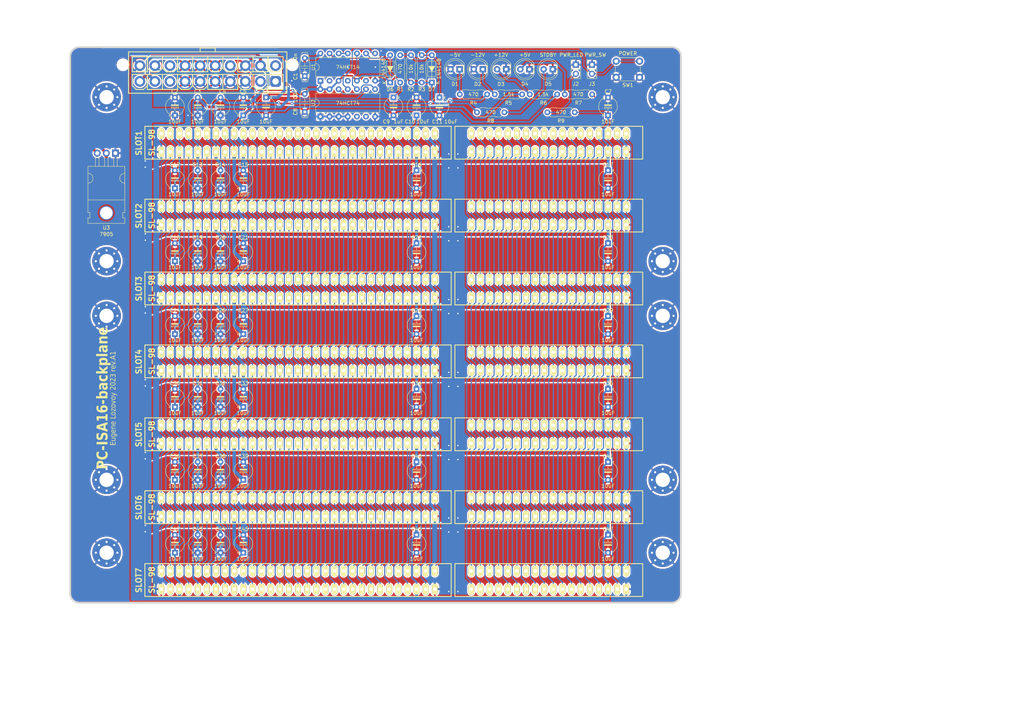
<source format=kicad_pcb>
(kicad_pcb (version 20221018) (generator pcbnew)
  (title_block (title "PC-ISA16-backplane") (date "2023-10-06") (rev "A1") (company "Eugene Lozovoy"))
  (layers (0 "F.Cu" signal) (31 "B.Cu" signal) (34 "B.Paste" user) (35 "F.Paste" user) (36 "B.SilkS" user "B.Silkscreen") (37 "F.SilkS" user "F.Silkscreen") (38 "B.Mask" user) (39 "F.Mask" user) (44 "Edge.Cuts" user))
  (net 0 "")
  (net 1 "+5V")
  (net 2 "-5V")
  (net 3 "-12V")
  (net 4 "+12V")
  (net 5 "/A0")
  (net 6 "/A1")
  (net 7 "/A10")
  (net 8 "/A11")
  (net 9 "/A12")
  (net 10 "/A13")
  (net 11 "/A14")
  (net 12 "/A15")
  (net 13 "/A16")
  (net 14 "/A17")
  (net 15 "/A18")
  (net 16 "/A19")
  (net 17 "/A2")
  (net 18 "/A3")
  (net 19 "/A4")
  (net 20 "/A5")
  (net 21 "/A6")
  (net 22 "/A7")
  (net 23 "/A8")
  (net 24 "/A9")
  (net 25 "/AEN")
  (net 26 "/ALE")
  (net 27 "/CLK")
  (net 28 "/D0")
  (net 29 "/D1")
  (net 30 "/D10")
  (net 31 "/D11")
  (net 32 "/D12")
  (net 33 "/D13")
  (net 34 "/D14")
  (net 35 "/D15")
  (net 36 "/D2")
  (net 37 "/D3")
  (net 38 "/D4")
  (net 39 "/D5")
  (net 40 "/D6")
  (net 41 "/D7")
  (net 42 "/D8")
  (net 43 "/D9")
  (net 44 "/DRQ0")
  (net 45 "/DRQ1")
  (net 46 "/DRQ2")
  (net 47 "/DRQ3")
  (net 48 "/DRQ5")
  (net 49 "/DRQ6")
  (net 50 "/DRQ7")
  (net 51 "/IOREADY")
  (net 52 "/IRQ10")
  (net 53 "/IRQ11")
  (net 54 "/IRQ12")
  (net 55 "/IRQ14")
  (net 56 "/IRQ15")
  (net 57 "/IRQ3")
  (net 58 "/IRQ4")
  (net 59 "/IRQ5")
  (net 60 "/IRQ6")
  (net 61 "/IRQ7")
  (net 62 "/IRQ9")
  (net 63 "/LA17")
  (net 64 "/LA18")
  (net 65 "/LA19")
  (net 66 "/LA20")
  (net 67 "/LA21")
  (net 68 "/LA22")
  (net 69 "/LA23")
  (net 70 "/MASTER")
  (net 71 "/OSC")
  (net 72 "/RESETDRV")
  (net 73 "/SBHE")
  (net 74 "/TC")
  (net 75 "/~{0WS}")
  (net 76 "/~{DACK0}")
  (net 77 "/~{DACK1}")
  (net 78 "/~{DACK2}")
  (net 79 "/~{DACK3}")
  (net 80 "/~{DACK5}")
  (net 81 "/~{DACK6}")
  (net 82 "/~{DACK7}")
  (net 83 "/~{IOCHK}")
  (net 84 "/~{IOCS16}")
  (net 85 "/~{IOR}")
  (net 86 "/~{IOW}")
  (net 87 "/~{MEMCS16}")
  (net 88 "/~{MEMR}")
  (net 89 "/~{MEMW}")
  (net 90 "/~{PS_ON}")
  (net 91 "/~{REFRESH}")
  (net 92 "/~{SMEMR}")
  (net 93 "/~{SMEMW}")
  (net 94 "GND")
  (net 95 "Net-(D7-A)")
  (net 96 "Net-(D4-A)")
  (net 97 "Net-(D2-K)")
  (net 98 "Net-(D5-A)")
  (net 99 "Net-(D6-A)")
  (net 100 "+5V_VSB")
  (net 103 "Net-(J2-Pin_2)")
  (net 104 "Net-(D1-K)")
  (net 105 "Net-(D3-A)")
  (net 109 "Net-(U2B-C)")
  (net 110 "Net-(U2B-~{S})")
  (net 111 "Net-(U1-Pad11)")
  (net 114 "Net-(U2B-D)")
  (net 115 "Net-(J3-Pin_2)")
  (footprint "MountingHole:MountingHole_4mm_Pad_Via" (layer "F.Cu") (at 137.53 182.07 90)
    (fp_text reference "H7" hide)
    (fp_text value "MountingHole_Pad" hide)
  )
  (footprint "MountingHole:MountingHole_4mm_Pad_Via" (layer "F.Cu") (at 137.53 136.35 90)
    (fp_text reference "H5" hide)
    (fp_text value "MountingHole_Pad" hide)
  )
  (footprint "PCM_Capacitor_THT_AKL:C_Disc_D8.0mm_W2.5mm_P5.00mm" (layer "F.Cu") (at 192.74 64.515 -90)
    (fp_text reference "C1")
    (fp_text value "100n")
  )
  (footprint "PCM_Capacitor_THT_AKL:C_Disc_D8.0mm_W2.5mm_P5.00mm" (layer "F.Cu") (at 192.74 74.5 -90)
    (fp_text reference "C8")
    (fp_text value "100n")
  )
  (footprint "PCM_Capacitor_THT_AKL:CP_Radial_Tantal_D5.0mm_P5.00mm" (layer "F.Cu") (at 217.46 75.48 -90)
    (fp_text reference "C9")
    (fp_text value "1uF")
  )
  (footprint "PCM_Capacitor_THT_AKL:CP_Radial_Tantal_D5.0mm_P5.00mm" (layer "F.Cu") (at 230.26 75.48 -90)
    (fp_text reference "C11")
    (fp_text value "10uF")
  )
  (footprint "PCM_Capacitor_THT_AKL:CP_Radial_Tantal_D5.0mm_P5.00mm" (layer "F.Cu") (at 277.22 116.12 -90)
    (fp_text reference "C23")
    (fp_text value "10uF")
  )
  (footprint "PCM_Capacitor_THT_AKL:CP_Radial_Tantal_D5.0mm_P5.00mm" (layer "F.Cu") (at 223.88 197.4 -90)
    (fp_text reference "C46")
    (fp_text value "10uF")
  )
  (footprint "PCM_Capacitor_THT_AKL:CP_Radial_Tantal_D5.0mm_P5.00mm" (layer "F.Cu") (at 156.57 202.4 90)
    (fp_text reference "C42")
    (fp_text value "10uF")
  )
  (footprint "PCM_Capacitor_THT_AKL:CP_Radial_Tantal_D5.0mm_P5.00mm" (layer "F.Cu") (at 277.22 177.08 -90)
    (fp_text reference "C41")
    (fp_text value "10uF")
  )
  (footprint "PCM_Capacitor_THT_AKL:CP_Radial_Tantal_D5.0mm_P5.00mm" (layer "F.Cu") (at 223.88 80.48 90)
    (fp_text reference "C10")
    (fp_text value "10uF")
  )
  (footprint "PCM_Capacitor_THT_AKL:CP_Radial_Tantal_D5.0mm_P5.00mm" (layer "F.Cu") (at 277.22 80.48 90)
    (fp_text reference "C7")
    (fp_text value "10uF")
  )
  (footprint "PCM_Capacitor_THT_AKL:CP_Radial_Tantal_D5.0mm_P5.00mm" (layer "F.Cu") (at 156.57 141.44 90)
    (fp_text reference "C24")
    (fp_text value "10uF")
  )
  (footprint "PCM_Capacitor_THT_AKL:CP_Radial_Tantal_D5.0mm_P5.00mm" (layer "F.Cu") (at 223.88 136.44 -90)
    (fp_text reference "C28")
    (fp_text value "10uF")
  )
  (footprint "PCM_Capacitor_THT_AKL:CP_Radial_Tantal_D5.0mm_P5.00mm" (layer "F.Cu") (at 277.22 136.44 -90)
    (fp_text reference "C29")
    (fp_text value "10uF")
  )
  (footprint "PCM_Capacitor_THT_AKL:CP_Radial_Tantal_D5.0mm_P5.00mm" (layer "F.Cu") (at 223.88 156.76 -90)
    (fp_text reference "C34")
    (fp_text value "10uF")
  )
  (footprint "PCM_Capacitor_THT_AKL:CP_Radial_Tantal_D5.0mm_P5.00mm" (layer "F.Cu") (at 156.57 182.08 90)
    (fp_text reference "C36")
    (fp_text value "10uF")
  )
  (footprint "PCM_Capacitor_THT_AKL:CP_Radial_Tantal_D5.0mm_P5.00mm" (layer "F.Cu") (at 223.88 177.08 -90)
    (fp_text reference "C40")
    (fp_text value "10uF")
  )
  (footprint "Package_DIP:DIP-14_W7.62mm" (layer "F.Cu") (at 197.105 70.815 90)
    (fp_text reference "U1")
    (fp_text value "74HCT14")
  )
  (footprint "my:ISA16" (layer "F.Cu") (at 217.54 108.41)
    (fp_text reference "SLOT2")
    (fp_text value "SL-98" hide)
  )
  (footprint "my:ISA16" (layer "F.Cu") (at 217.54 128.73)
    (fp_text reference "SLOT3")
    (fp_text value "SL-98" hide)
  )
  (footprint "my:ISA16" (layer "F.Cu") (at 217.54 88.09)
    (fp_text reference "SLOT1")
    (fp_text value "SL-98" hide)
  )
  (footprint "MountingHole:MountingHole_4mm_Pad_Via" (layer "F.Cu") (at 292.47 136.35 90)
    (fp_text reference "H6" hide)
    (fp_text value "MountingHole_Pad" hide)
  )
  (footprint "MountingHole:MountingHole_4mm_Pad_Via" (layer "F.Cu") (at 292.47 182.07 90)
    (fp_text reference "H8" hide)
    (fp_text value "MountingHole_Pad" hide)
  )
  (footprint "MountingHole:MountingHole_4mm_Pad_Via" (layer "F.Cu") (at 292.47 202.39 90)
    (fp_text reference "H10" hide)
    (fp_text value "MountingHole_Pad" hide)
  )
  (footprint "my:Conn_Power_ATX_20pin_Alt" (layer "F.Cu") (at 165.7 68.8)
    (fp_text reference "J1" hide)
    (fp_text value "ATX-20")
  )
  (footprint "Package_DIP:DIP-14_W7.62mm" (layer "F.Cu") (at 197.1 80.8 90)
    (fp_text reference "U2")
    (fp_text value "74HCT74")
  )
  (footprint "PCM_Resistor_THT_AKL:R_Axial_DIN0207_L6.3mm_D2.5mm_P7.62mm_Horizontal" (layer "F.Cu") (at 253.3 74.615 180)
    (fp_text reference "R5")
    (fp_text value "1.5k")
  )
  (footprint "PCM_Resistor_THT_AKL:R_Axial_DIN0207_L6.3mm_D2.5mm_P7.62mm_Horizontal" (layer "F.Cu") (at 263.05 74.615 180)
    (fp_text reference "R6")
    (fp_text value "1.5k")
  )
  (footprint "PCM_Resistor_THT_AKL:R_Axial_DIN0207_L6.3mm_D2.5mm_P7.62mm_Horizontal" (layer "F.Cu") (at 243.54 74.615 180)
    (fp_text reference "R4")
    (fp_text value "470")
  )
  (footprint "PCM_Resistor_THT_AKL:R_Axial_DIN0207_L6.3mm_D2.5mm_P7.62mm_Horizontal" (layer "F.Cu") (at 219.33 71.315 90)
    (fp_text reference "R1")
    (fp_text value "470")
  )
  (footprint "PCM_Resistor_THT_AKL:R_Axial_DIN0207_L6.3mm_D2.5mm_P7.62mm_Horizontal" (layer "F.Cu") (at 225.33 63.695 -90)
    (fp_text reference "R3")
    (fp_text value "10k")
  )
  (footprint "PCM_Resistor_THT_AKL:R_Axial_DIN0207_L6.3mm_D2.5mm_P7.62mm_Horizontal" (layer "F.Cu") (at 222.33 71.315 90)
    (fp_text reference "R2")
    (fp_text value "10k")
  )
  (footprint "Connector_PinHeader_2.54mm:PinHeader_1x02_P2.54mm_Vertical" (layer "F.Cu") (at 272.75 66.34)
    (fp_text reference "J3")
    (fp_text value "Conn_01x02" hide)
  )
  (footprint "PCM_Resistor_THT_AKL:R_Axial_DIN0207_L6.3mm_D2.5mm_P7.62mm_Horizontal" (layer "F.Cu") (at 240.72 79.615)
    (fp_text reference "R8")
    (fp_text value "470")
  )
  (footprint "PCM_Resistor_THT_AKL:R_Axial_DIN0207_L6.3mm_D2.5mm_P7.62mm_Horizontal" (layer "F.Cu") (at 272.8 74.615 180)
    (fp_text reference "R7")
    (fp_text value "470")
  )
  (footprint "LED_THT:LED_D5.0mm" (layer "F.Cu") (at 248.845 67.615 180)
    (fp_text reference "D3")
    (fp_text value "LED")
  )
  (footprint "LED_THT:LED_D5.0mm" (layer "F.Cu") (at 255.3325 67.615 180)
    (fp_text reference "D4")
    (fp_text value "LED")
  )
  (footprint "LED_THT:LED_D5.0mm" (layer "F.Cu") (at 261.82 67.615 180)
    (fp_text reference "D5")
    (fp_text value "LED")
  )
  (footprint "PCM_Diode_THT_AKL:D_DO-35_SOD27_P7.62mm_Horizontal" (layer "F.Cu") (at 216.53 71.315 90)
    (fp_text reference "D6")
    (fp_text value "1N4148")
  )
  (footprint "LED_THT:LED_D5.0mm" (layer "F.Cu") (at 235.87 67.615 180)
    (fp_text reference "D1")
    (fp_text value "LED")
  )
  (footprint "LED_THT:LED_D5.0mm" (layer "F.Cu") (at 242.3575 67.615 180)
    (fp_text reference "D2")
    (fp_text value "LED")
  )
  (footprint "PCM_Capacitor_THT_AKL:CP_Radial_Tantal_D5.0mm_P5.00mm" (layer "F.Cu") (at 162.92 80.48 90)
    (fp_text reference "C3")
    (fp_text value "10uF")
  )
  (footprint "PCM_Capacitor_THT_AKL:CP_Radial_Tantal_D5.0mm_P5.00mm" (layer "F.Cu") (at 169.27 80.48 90)
    (fp_text reference "C4")
    (fp_text value "10uF")
  )
  (footprint "PCM_Capacitor_THT_AKL:CP_Radial_Tantal_D5.0mm_P5.00mm" (layer "F.Cu") (at 169.27 100.8 90)
    (fp_text reference "C14")
    (fp_text value "10uF")
  )
  (footprint "PCM_Capacitor_THT_AKL:CP_Radial_Tantal_D5.0mm_P5.00mm" (layer "F.Cu") (at 169.27 121.12 90)
    (fp_text reference "C20")
    (fp_text value "10uF")
  )
  (footprint "PCM_Capacitor_THT_AKL:CP_Radial_Tantal_D5.0mm_P5.00mm" (layer "F.Cu") (at 169.27 141.44 90)
    (fp_text reference "C26")
    (fp_text value "10uF")
  )
  (footprint "PCM_Capacitor_THT_AKL:CP_Radial_Tantal_D5.0mm_P5.00mm" (layer "F.Cu") (at 169.27 161.76 90)
    (fp_text reference "C32")
    (fp_text value "10uF")
  )
  (footprint "PCM_Capacitor_THT_AKL:CP_Radial_Tantal_D5.0mm_P5.00mm" (layer "F.Cu") (at 169.27 182.08 90)
    (fp_text reference "C38")
    (fp_text value "10uF")
  )
  (footprint "PCM_Capacitor_THT_AKL:CP_Radial_Tantal_D5.0mm_P5.00mm" (layer "F.Cu") (at 169.27 202.4 90)
    (fp_text reference "C44")
    (fp_text value "10uF")
  )
  (footprint "PCM_Capacitor_THT_AKL:CP_Radial_Tantal_D5.0mm_P5.00mm" (layer "F.Cu") (at 175.62 202.4 90)
    (fp_text reference "C45")
    (fp_text value "10uF")
  )
  (footprint "PCM_Capacitor_THT_AKL:CP_Radial_Tantal_D5.0mm_P5.00mm" (layer "F.Cu") (at 162.92 100.8 90)
    (fp_text reference "C13")
    (fp_text value "10uF")
  )
  (footprint "PCM_Capacitor_THT_AKL:CP_Radial_Tantal_D5.0mm_P5.00mm" (layer "F.Cu") (at 162.92 121.12 90)
    (fp_text reference "C19")
    (fp_text value "10uF")
  )
  (footprint "PCM_Capacitor_THT_AKL:CP_Radial_Tantal_D5.0mm_P5.00mm" (layer "F.Cu") (at 162.92 141.44 90)
    (fp_text reference "C25")
    (fp_text value "10uF")
  )
  (footprint "PCM_Capacitor_THT_AKL:CP_Radial_Tantal_D5.0mm_P5.00mm" (layer "F.Cu") (at 162.92 161.76 90)
    (fp_text reference "C31")
    (fp_text value "10uF")
  )
  (footprint "PCM_Capacitor_THT_AKL:CP_Radial_Tantal_D5.0mm_P5.00mm" (layer "F.Cu") (at 162.92 182.08 90)
    (fp_text reference "C37")
    (fp_text value "10uF")
  )
  (footprint "PCM_Capacitor_THT_AKL:CP_Radial_Tantal_D5.0mm_P5.00mm" (layer "F.Cu") (at 162.92 202.4 90)
    (fp_text reference "C43")
    (fp_text value "10uF")
  )
  (footprint "PCM_Capacitor_THT_AKL:CP_Radial_Tantal_D5.0mm_P5.00mm" (layer "F.Cu") (at 277.22 197.4 -90)
    (fp_text reference "C47")
    (fp_text value "10uF")
  )
  (footprint "PCM_Capacitor_THT_AKL:CP_Radial_Tantal_D5.0mm_P5.00mm" (layer "F.Cu") (at 156.57 80.48 90)
    (fp_text reference "C2")
    (fp_text value "10uF")
  )
  (footprint "PCM_Capacitor_THT_AKL:CP_Radial_Tantal_D5.0mm_P5.00mm" (layer "F.Cu") (at 156.57 100.8 90)
    (fp_text reference "C12")
    (fp_text value "10uF")
  )
  (footprint "PCM_Capacitor_THT_AKL:CP_Radial_Tantal_D5.0mm_P5.00mm" (layer "F.Cu") (at 223.88 95.8 -90)
    (fp_text reference "C16")
    (fp_text value "10uF")
  )
  (footprint "PCM_Capacitor_THT_AKL:CP_Radial_Tantal_D5.0mm_P5.00mm" (layer "F.Cu") (at 277.22 95.8 -90)
    (fp_text reference "C17")
    (fp_text value "10uF")
  )
  (footprint "PCM_Capacitor_THT_AKL:CP_Radial_Tantal_D5.0mm_P5.00mm" (layer "F.Cu") (at 156.57 121.12 90)
    (fp_text reference "C18")
    (fp_text value "10uF")
  )
  (footprint "PCM_Capacitor_THT_AKL:CP_Radial_Tantal_D5.0mm_P5.00mm" (layer "F.Cu") (at 223.88 116.12 -90)
    (fp_text reference "C22")
    (fp_text value "10uF")
  )
  (footprint "PCM_Capacitor_THT_AKL:CP_Radial_Tantal_D5.0mm_P5.00mm" (layer "F.Cu") (at 156.57 161.76 90)
    (fp_text reference "C30")
    (fp_text value "10uF")
  )
  (footprint "PCM_Capacitor_THT_AKL:CP_Radial_Tantal_D5.0mm_P5.00mm" (layer "F.Cu") (at 277.22 156.76 -90)
    (fp_text reference "C35")
    (fp_text value "10uF")
  )
  (footprint "PCM_Capacitor_THT_AKL:CP_Radial_Tantal_D5.0mm_P5.00mm" (layer "F.Cu") (at 175.62 80.48 90)
    (fp_text reference "C5")
    (fp_text value "10uF")
  )
  (footprint "PCM_Capacitor_THT_AKL:CP_Radial_Tantal_D5.0mm_P5.00mm" (layer "F.Cu") (at 175.62 100.8 90)
    (fp_text reference "C15")
    (fp_text value "10uF")
  )
  (footprint "PCM_Capacitor_THT_AKL:CP_Radial_Tantal_D5.0mm_P5.00mm" (layer "F.Cu") (at 175.62 121.12 90)
    (fp_text reference "C21")
    (fp_text value "10uF")
  )
  (footprint "PCM_Capacitor_THT_AKL:CP_Radial_Tantal_D5.0mm_P5.00mm" (layer "F.Cu") (at 175.62 141.44 90)
    (fp_text reference "C27")
    (fp_text value "10uF")
  )
  (footprint "PCM_Capacitor_THT_AKL:CP_Radial_Tantal_D5.0mm_P5.00mm" (layer "F.Cu") (at 175.62 161.76 90)
    (fp_text reference "C33")
    (fp_text value "10uF")
  )
  (footprint "PCM_Capacitor_THT_AKL:CP_Radial_Tantal_D5.0mm_P5.00mm" (layer "F.Cu") (at 175.62 182.08 90)
    (fp_text reference "C39")
    (fp_text value "10uF")
  )
  (footprint "my:ISA16" (layer "F.Cu") (at 217.54 149.05)
    (fp_text reference "SLOT4")
    (fp_text value "SL-98" hide)
  )
  (footprint "my:TO-220-3_Horizontal_TabDownPin2" (layer "F.Cu") (at 140 91 180)
    (fp_text reference "U3")
    (fp_text value "7905")
  )
  (footprint "my:ISA16" (layer "F.Cu") (at 217.54 169.37)
    (fp_text reference "SLOT5")
    (fp_text value "SL-98" hide)
  )
  (footprint "my:ISA16" (layer "F.Cu") (at 217.54 189.69)
    (fp_text reference "SLOT6")
    (fp_text value "SL-98" hide)
  )
  (footprint "PCM_Diode_THT_AKL:D_DO-35_SOD27_P7.62mm_Horizontal" (layer "F.Cu") (at 228.13 71.315 90)
    (fp_text reference "D7")
    (fp_text value "1N4148")
  )
  (footprint "my:ISA16" (layer "F.Cu") (at 217.54 210.01)
    (fp_text reference "SLOT7")
    (fp_text value "SL-98" hide)
  )
  (footprint "MountingHole:MountingHole_4mm_Pad_Via" (layer "F.Cu") (at 137.53 75.39)
    (fp_text reference "H1" hide)
    (fp_text value "MountingHole_Pad" hide)
  )
  (footprint "MountingHole:MountingHole_4mm_Pad_Via" (layer "F.Cu") (at 292.47 75.39)
    (fp_text reference "H2" hide)
    (fp_text value "MountingHole_Pad" hide)
  )
  (footprint "PCM_Capacitor_THT_AKL:CP_Radial_Tantal_D5.0mm_P5.00mm" (layer "F.Cu") (at 181.96 75.48 -90)
    (fp_text reference "C6")
    (fp_text value "10uF")
  )
  (footprint "PCM_Resistor_THT_AKL:R_Axial_DIN0207_L6.3mm_D2.5mm_P7.62mm_Horizontal" (layer "F.Cu") (at 267.94 79.615 180)
    (fp_text reference "R9")
    (fp_text value "470")
  )
  (footprint "Connector_PinHeader_2.54mm:PinHeader_1x02_P2.54mm_Vertical" (layer "F.Cu") (at 268.25 66.34)
    (fp_text reference "J2")
    (fp_text value "Conn_01x02" hide)
  )
  (footprint "Button_Switch_THT:SW_PUSH_6mm" (layer "F.Cu") (at 279.5 65.365)
    (fp_text reference "SW1")
    (fp_text value "SW_Push")
  )
  (footprint "MountingHole:MountingHole_4mm_Pad_Via" (layer "F.Cu") (at 292.47 121.11)
    (fp_text reference "H4" hide)
    (fp_text value "MountingHole_Pad" hide)
  )
  (footprint "MountingHole:MountingHole_4mm_Pad_Via" (layer "F.Cu") (at 137.53 202.39)
    (fp_text reference "H9" hide)
    (fp_text value "MountingHole_Pad" hide)
  )
  (footprint "MountingHole:MountingHole_4mm_Pad_Via" (layer "F.Cu") (at 137.53 121.11)
    (fp_text reference "H3" hide)
    (fp_text value "MountingHole_Pad" hide)
  )
  (gr_arc (start 127.37 63.96) (mid 128.113949 62.163949) (end 129.91 61.42) (stroke (width 0.381)) (layer "Edge.Cuts"))
  (gr_line (start 295.01 216.36) (end 129.91 216.36) (stroke (width 0.381)) (layer "Edge.Cuts"))
  (gr_line (start 129.91 61.42) (end 295.01 61.42) (stroke (width 0.381)) (layer "Edge.Cuts"))
  (gr_arc (start 297.55 213.82) (mid 296.806051 215.616051) (end 295.01 216.36) (stroke (width 0.381)) (layer "Edge.Cuts"))
  (gr_arc (start 129.91 216.36) (mid 128.113949 215.616051) (end 127.37 213.82) (stroke (width 0.381)) (layer "Edge.Cuts"))
  (gr_arc (start 295.01 61.42) (mid 296.806051 62.163949) (end 297.55 63.96) (stroke (width 0.381)) (layer "Edge.Cuts"))
  (gr_line (start 297.55 63.96) (end 297.55 213.82) (stroke (width 0.381)) (layer "Edge.Cuts"))
  (gr_line (start 127.37 213.82) (end 127.37 63.96) (stroke (width 0.381)) (layer "Edge.Cuts"))
  (gr_text "rev.${REVISION}" (at 139.4 149.055 90) (layer "F.SilkS") (effects (font (size 1.5 1.3))))
  (gr_text "Eugene Lozovoy 2023" (at 139.4 162.5 90) (layer "F.SilkS") (effects (font (size 1.5 1.3))))
  (gr_text "${TITLE}" (at 136.55 159.305 90) (layer "F.SilkS") (effects (font (size 3 2.5) (thickness 0.5) bold)))
  (segment (start 223.89 156.75) (end 223.88 156.76) (width 0.8) (layer "F.Cu") (net 1))
  (segment (start 277.23 90.63) (end 277.23 95.79) (width 0.8) (layer "F.Cu") (net 1))
  (segment (start 223.89 95.79) (end 223.88 95.8) (width 0.8) (layer "F.Cu") (net 1))
  (segment (start 157.85 192.23) (end 157.85 194.505) (width 0.8) (layer "F.Cu") (net 1))
  (segment (start 277.23 151.59) (end 277.23 156.75) (width 0.8) (layer "F.Cu") (net 1))
  (segment (start 277.23 177.07) (end 277.22 177.08) (width 0.8) (layer "F.Cu") (net 1))
  (segment (start 277.22 79.035) (end 277.22 80.48) (width 0.315) (layer "F.Cu") (net 1))
  (segment (start 223.89 136.43) (end 223.88 136.44) (width 0.8) (layer "F.Cu") (net 1))
  (segment (start 277.23 131.27) (end 277.23 136.43) (width 0.8) (layer "F.Cu") (net 1))
  (segment (start 223.89 116.11) (end 223.88 116.12) (width 0.8) (layer "F.Cu") (net 1))
  (segment (start 277.23 110.95) (end 277.23 116.11) (width 0.8) (layer "F.Cu") (net 1))
  (segment (start 223.89 192.23) (end 223.89 197.39) (width 0.8) (layer "F.Cu") (net 1))
  (segment (start 277.23 116.11) (end 277.22 116.12) (width 0.8) (layer "F.Cu") (net 1))
  (segment (start 223.89 177.07) (end 223.88 177.08) (width 0.8) (layer "F.Cu") (net 1))
  (segment (start 157.85 90.63) (end 157.85 93.105) (width 0.8) (layer "F.Cu") (net 1))
  (segment (start 223.89 171.91) (end 223.89 177.07) (width 0.8) (layer "F.Cu") (net 1))
  (segment (start 223.89 151.59) (end 223.89 156.75) (width 0.8) (layer "F.Cu") (net 1))
  (segment (start 223.89 110.95) (end 223.89 116.11) (width 0.8) (layer "F.Cu") (net 1))
  (segment (start 277.23 171.91) (end 277.23 177.07) (width 0.8) (layer "F.Cu") (net 1))
  (segment (start 277.23 192.23) (end 277.23 197.39) (width 0.8) (layer "F.Cu") (net 1))
  (segment (start 157.85 171.91) (end 157.85 174.225) (width 0.8) (layer "F.Cu") (net 1))
  (segment (start 272.8 74.615) (end 277.22 79.035) (width 0.315) (layer "F.Cu") (net 1))
  (segment (start 277.23 95.79) (end 277.22 95.8) (width 0.8) (layer "F.Cu") (net 1))
  (segment (start 223.89 197.39) (end 223.88 197.4) (width 0.8) (layer "F.Cu") (net 1))
  (segment (start 277.23 156.75) (end 277.22 156.76) (width 0.8) (layer "F.Cu") (net 1))
  (segment (start 223.89 90.63) (end 223.89 95.79) (width 0.8) (layer "F.Cu") (net 1))
  (segment (start 277.23 136.43) (end 277.22 136.44) (width 0.8) (layer "F.Cu") (net 1))
  (segment (start 157.85 131.27) (end 157.85 133.705) (width 0.8) (layer "F.Cu") (net 1))
  (segment (start 157.85 110.95) (end 157.85 113.205) (width 0.8) (layer "F.Cu") (net 1))
  (segment (start 277.23 197.39) (end 277.22 197.4) (width 0.8) (layer "F.Cu") (net 1))
  (segment (start 223.89 131.27) (end 223.89 136.43) (width 0.8) (layer "F.Cu") (net 1))
  (segment (start 157.85 151.59) (end 157.85 153.925) (width 0.8) (layer "F.Cu") (net 1))
  (via (at 148.325 174.45) (size 0.889) (drill 0.4) (layers "F.Cu" "B.Cu") (net 1))
  (via (at 148.325 155.895) (size 0.889) (drill 0.4) (layers "F.Cu" "B.Cu") (net 1))
  (via (at 148.325 176.215) (size 0.889) (drill 0.4) (layers "F.Cu" "B.Cu") (net 1))
  (via (at 148.325 133.81) (size 0.889) (drill 0.4) (layers "F.Cu" "B.Cu") (net 1))
  (via (at 148.325 113.49) (size 0.889) (drill 0.4) (layers "F.Cu" "B.Cu") (net 1))
  (via (at 148.325 154.15) (size 0.889) (drill 0.4) (layers "F.Cu" "B.Cu") (net 1))
  (via (at 148.325 93.17) (size 0.889) (drill 0.4) (layers "F.Cu" "B.Cu") (net 1))
  (via (at 148.325 115.255) (size 0.889) (drill 0.4) (layers "F.Cu" "B.Cu") (net 1))
  (via (at 148.325 196.535) (size 0.889) (drill 0.4) (layers "F.Cu" "B.Cu") (net 1))
  (via (at 148.325 135.575) (size 0.889) (drill 0.4) (layers "F.Cu" "B.Cu") (net 1))
  (via (at 148.325 194.77) (size 0.889) (drill 0.4) (layers "F.Cu" "B.Cu") (net 1))
  (via (at 148.325 94.915) (size 0.889) (drill 0.4) (layers "F.Cu" "B.Cu") (net 1))
  (segment (start 222.62 84.28) (end 223.89 83.01) (width 0.50546) (layer "B.Cu") (net 1))
  (segment (start 277.23 210.585) (end 275.96727 209.32227) (width 0.50546) (layer "B.Cu") (net 1))
  (segment (start 156.58 161.75) (end 156.58 160.48) (width 0.50546) (layer "B.Cu") (net 1))
  (segment (start 148.325 93.17) (end 148.325 77.125) (width 0.50546) (layer "B.Cu") (net 1))
  (segment (start 157.85 210.645) (end 157.85 212.55) (width 0.50546) (layer "B.Cu") (net 1))
  (segment (start 223.89 129.365) (end 222.62 128.095) (width 0.50546) (layer "B.Cu") (net 1))
  (segment (start 156.58 139.525) (end 157.85 138.255) (width 0.50546) (layer "B.Cu") (net 1))
  (segment (start 275.96727 107.375238) (end 275.96727 97.05273) (width 0.50546) (layer "B.Cu") (net 1))
  (segment (start 157.85 173.815) (end 157.85 171.91) (width 0.50546) (layer "B.Cu") (net 1))
  (segment (start 277.23 212.55) (end 277.23 214.945) (width 0.8) (layer "B.Cu") (net 1))
  (segment (start 148.325 214.455) (end 148.325 215.09) (width 0.50546) (layer "B.Cu") (net 1))
  (segment (start 275.96 84.28) (end 277.23 83.01) (width 0.50546) (layer "B.Cu") (net 1))
  (segment (start 277.23 108.637968) (end 275.96727 107.375238) (width 0.50546) (layer "B.Cu") (net 1))
  (segment (start 275.96 158.02) (end 277.23 156.75) (width 0.50546) (layer "B.Cu") (net 1))
  (segment (start 222.62 189.055) (end 222.62 178.96612) (width 0.50546) (layer "B.Cu") (net 1))
  (segment (start 157.85 157.94) (end 157.85 153.495) (width 0.50546) (layer "B.Cu") (net 1))
  (segment (start 157.85 97.615) (end 156.58 98.885) (width 0.50546) (layer "B.Cu") (net 1))
  (segment (start 275.96727 178.33273) (end 277.23 177.07) (width 0.50546) (layer "B.Cu") (net 1))
  (segment (start 157.85 153.495) (end 157.85 151.59) (width 0.50546) (layer "B.Cu") (net 1))
  (segment (start 148.325 93.17) (end 148.325 113.49) (width 0.50546) (layer "B.Cu") (net 1))
  (segment (start 156.58 182.07) (end 156.58 180.8) (width 0.50546) (layer "B.Cu") (net 1))
  (segment (start 157.85 199.215) (end 157.85 198.58) (width 0.50546) (layer "B.Cu") (net 1))
  (segment (start 277.23 190.185) (end 275.96727 188.92227) (width 0.50546) (layer "B.Cu") (net 1))
  (segment (start 275.96727 117.39273) (end 277.23 116.13) (width 0.50546) (layer "B.Cu") (net 1))
  (segment (start 157.85 112.855) (end 157.85 110.95) (width 0.50546) (layer "B.Cu") (net 1))
  (segment (start 157.85 194.135) (end 157.85 192.23) (width 0.50546) (layer "B.Cu") (net 1))
  (segment (start 223.89 149.685) (end 222.62 148.415) (width 0.50546) (layer "B.Cu") (net 1))
  (segment (start 277.23 110.95) (end 277.23 108.637968) (width 0.50546) (layer "B.Cu") (net 1))
  (segment (start 275.96 87.455) (end 275.96 84.28) (width 0.50546) (layer "B.Cu") (net 1))
  (segment (start 277.23 136.43) (end 277.23 131.27) (width 0.8) (layer "B.Cu") (net 1))
  (segment (start 223.89 116.13) (end 223.89 110.95) (width 0.8) (layer "B.Cu") (net 1))
  (segment (start 277.23 151.59) (end 277.23 149.685) (width 0.50546) (layer "B.Cu") (net 1))
  (segment (start 277.23 156.75) (end 277.23 151.59) (width 0.8) (layer "B.Cu") (net 1))
  (segment (start 156.58 209.375) (end 157.85 210.645) (width 0.50546) (layer "B.Cu") (net 1))
  (segment (start 157.85 131.27) (end 157.85 133.175) (width 0.50546) (layer "B.Cu") (net 1))
  (segment (start 156.58 140.16) (end 156.58 139.525) (width 0.50546) (layer "B.Cu") (net 1))
  (segment (start 222.62 158.02) (end 223.89 156.75) (width 0.50546) (layer "B.Cu") (net 1))
  (segment (start 156.58 160.48) (end 156.58 159.845) (width 0.50546) (layer "B.Cu") (net 1))
  (segment (start 222.62 117.4) (end 223.89 116.13) (width 0.50546) (layer "B.Cu") (net 1))
  (segment (start 277.23 131.27) (end 277.23 129.365) (width 0.50546) (layer "B.Cu") (net 1))
  (segment (start 277.23 171.91) (end 277.23 170.005) (width 0.50546) (layer "B.Cu") (net 1))
  (segment (start 156.58 180.165) (end 157.85 178.895) (width 0.50546) (layer "B.Cu") (net 1))
  (segment (start 223.89 151.59) (end 223.89 149.685) (width 0.50546) (layer "B.Cu") (net 1))
  (segment (start 223.89 192.23) (end 223.89 190.325) (width 0.50546) (layer "B.Cu") (net 1))
  (segment (start 277.23 170.005) (end 275.96 168.735) (width 0.50546) (layer "B.Cu") (net 1))
  (segment (start 277.23 88.725) (end 275.96 87.455) (width 0.50546) (layer "B.Cu") (net 1))
  (segment (start 148.325 194.77) (end 148.325 214.455) (width 0.50546) (layer "B.Cu") (net 1))
  (segment (start 277.23 192.23) (end 277.23 190.185) (width 0.50546) (layer "B.Cu") (net 1))
  (segment (start 157.85 149.685) (end 157.85 151.59) (width 0.50546) (layer "B.Cu") (net 1))
  (segment (start 277.23 116.13) (end 277.23 110.95) (width 0.8) (layer "B.Cu") (net 1))
  (segment (start 156.58 180.8) (end 156.58 180.165) (width 0.50546) (layer "B.Cu") (net 1))
  (segment (start 277.23 177.07) (end 277.23 171.91) (width 0.8) (layer "B.Cu") (net 1))
  (segment (start 222.62 168.735) (end 222.62 158.02) (width 0.50546) (layer "B.Cu") (net 1))
  (segment (start 156.58 80.47) (end 156.58 87.455) (width 0.50546) (layer "B.Cu") (net 1))
  (segment (start 222.62 137.7) (end 223.89 136.43) (width 0.50546) (layer "B.Cu") (net 1))
  (segment (start 223.89 109.045) (end 222.62 107.775) (width 0.50546) (layer "B.Cu") (net 1))
  (segment (start 222.62 107.775) (end 222.62 97.06) (width 0.50546) (layer "B.Cu") (net 1))
  (segment (start 223.89 171.91) (end 223.89 170.005) (width 0.50546) (layer "B.Cu") (net 1))
  (segment (start 156.58 119.84) (end 156.58 119.205) (width 0.50546) (layer "B.Cu") (net 1))
  (segment (start 223.89 88.725) (end 222.62 87.455) (width 0.50546) (layer "B.Cu") (net 1))
  (segment (start 148.325 113.49) (end 148.325 133.81) (width 0.50546) (layer "B.Cu") (net 1))
  (segment (start 222.62 148.415) (end 222.62 137.7) (width 0.50546) (layer "B.Cu") (net 1))
  (segment (start 156.58 141.43) (end 156.58 140.16) (width 0.50546) (layer "B.Cu") (net 1))
  (segment (start 156.58 200.485) (end 157.85 199.215) (width 0.50546) (layer "B.Cu") (net 1))
  (segment (start 157.85 198.58) (end 157.85 194.135) (width 0.50546) (layer "B.Cu") (net 1))
  (segment (start 222.62 209.375) (end 222.62 198.66) (width 0.50546) (layer "B.Cu") (net 1))
  (segment (start 156.58 121.11) (end 156.58 128.095) (width 0.50546) (layer "B.Cu") (net 1))
  (segment (start 157.85 117.935) (end 157.85 117.3) (width 0.50546) (layer "B.Cu") (net 1))
  (segment (start 157.85 88.725) (end 157.85 90.63) (width 0.50546) (layer "B.Cu") (net 1))
  (segment (start 223.89 136.43) (end 223.89 131.27) (width 0.8) (layer "B.Cu") (net 1))
  (segment (start 223.89 212.55) (end 223.89 210.645) (width 0.50546) (layer "B.Cu") (net 1))
  (segment (start 157.85 97.615) (end 157.85 90.63) (width 0.5055) (layer "B.Cu") (net 1))
  (segment (start 148.325 154.765) (end 148.325 174.45) (width 0.50546) (layer "B.Cu") (net 1))
  (segment (start 157.85 178.26) (end 157.85 173.815) (width 0.50546) (layer "B.Cu") (net 1))
  (segment (start 157.85 158.575) (end 157.85 157.94) (width 0.50546) (layer "B.Cu") (net 1))
  (segment (start 222.62 198.66) (end 223.89 197.39) (width 0.50546) (layer "B.Cu") (net 1))
  (segment (start 223.89 177.69612) (end 223.89 171.91) (width 0.8) (layer "B.Cu") (net 1))
  (segment (start 156.58 98.885) (end 156.58 107.775) (width 0.50546) (layer "B.Cu") (net 1))
  (segment (start 223.89 170.005) (end 222.62 168.735) (width 0.50546) (layer "B.Cu") (net 1))
  (segment (start 156.58 121.11) (end 156.58 119.84) (width 0.50546) (layer "B.Cu") (net 1))
  (segment (start 156.58 189.055) (end 157.85 190.325) (width 0.50546) (layer "B.Cu") (net 1))
  (segment (start 277.23 149.685) (end 275.96 148.415) (width 0.50546) (layer "B.Cu") (net 1))
  (segment (start 277.23 83.01) (end 277.23 80.47) (width 0.50546) (layer "B.Cu") (net 1))
  (segment (start 275.96727 188.92227) (end 275.96727 178.33273) (width 0.50546) (layer "B.Cu") (net 1))
  (segment (start 277.23 95.79) (end 277.23 90.63) (width 0.8) (layer "B.Cu") (net 1))
  (segment (start 222.62 178.96612) (end 223.89 177.69612) (width 0.50546) (layer "B.Cu") (net 1))
  (segment (start 144.6 68.8) (end 146.8 66.6) (width 0.50546) (layer "B.Cu") (net 1))
  (segment (start 156.58 201.12) (end 156.58 200.485) (width 0.50546) (layer "B.Cu") (net 1))
  (segment (start 157.85 190.325) (end 157.85 192.23) (width 0.50546) (layer "B.Cu") (net 1))
  (segment (start 277.23 129.365) (end 275.96727 128.10227) (width 0.50546) (layer "B.Cu") (net 1))
  (segment (start 223.89 212.55) (end 223.89 215.035) (width 0.8) (layer "B.Cu") (net 1))
  (segment (start 275.96 137.7) (end 277.23 136.43) (width 0.50546) (layer "B.Cu") (net 1))
  (segment (start 267.94 79.615) (end 276.355 79.615) (width 0.315) (layer "B.Cu") (net 1))
  (segment (start 156.58 159.845) (end 157.85 158.575) (width 0.50546) (layer "B.Cu") (net 1))
  (segment (start 157.85 178.895) (end 157.85 178.26) (width 0.50546) (layer "B.Cu") (net 1))
  (segment (start 148.325 154.13) (end 148.325 154.765) (width 0.50546) (layer "B.Cu") (net 1))
  (segment (start 223.89 95.79) (end 223.89 90.63) (width 0.8) (layer "B.Cu") (net 1))
  (segment (start 157.85 138.255) (end 157.85 137.62) (width 0.50546) (layer "B.Cu") (net 1))
  (segment (start 223.89 190.325) (end 222.62 189.055) (width 0.50546) (layer "B.Cu") (net 1))
  (segment (start 156.58 87.455) (end 157.85 88.725) (width 0.50546) (layer "B.Cu") (net 1))
  (segment (start 156.58 119.205) (end 157.85 117.935) (width 0.50546) (layer "B.Cu") (net 1))
  (segment (start 222.62 87.455) (end 222.62 84.28) (width 0.50546) (layer "B.Cu") (net 1))
  (segment (start 275.96727 198.65273) (end 277.23 197.39) (width 0.50546) (layer "B.Cu") (net 1))
  (segment (start 223.89 110.95) (end 223.89 109.045) (width 0.50546) (layer "B.Cu") (net 1))
  (segment (start 157.85 109.045) (end 157.85 110.95) (width 0.50546) (layer "B.Cu") (net 1))
  (segment (start 277.23 90.63) (end 277.23 88.725) (width 0.50546) (layer "B.Cu") (net 1))
  (segment (start 157.85 212.55) (end 157.85 215.215) (width 0.8) (layer "B.Cu") (net 1))
  (segment (start 276.355 79.615) (end 277.22 80.48) (width 0.315) (layer "B.Cu") (net 1))
  (segment (start 223.89 210.645) (end 222.62 209.375) (width 0.50546) (layer "B.Cu") (net 1))
  (segment (start 157.85 129.365) (end 157.85 131.27) (width 0.50546) (layer "B.Cu") (net 1))
  (segment (start 156.58 148.415) (end 157.85 149.685) (width 0.50546) (layer "B.Cu") (net 1))
  (segment (start 148.325 133.81) (end 148.325 154.13) (width 0.50546) (layer "B.Cu") (net 1))
  (segment (start 275.96727 209.32227) (end 275.96727 198.65273) (width 0.50546) (layer "B.Cu") (net 1))
  (segment (start 222.62 97.06) (end 223.89 95.79) (width 0.50546) (layer "B.Cu") (net 1))
  (segment (start 156.58 141.43) (end 156.58 148.415) (width 0.50546) (layer "B.Cu") (net 1))
  (segment (start 223.89 131.27) (end 223.89 129.365) (width 0.50546) (layer "B.Cu") (net 1))
  (segment (start 148.325 174.45) (end 148.325 194.77) (width 0.50546) (layer "B.Cu") (net 1))
  (segment (start 223.89 156.75) (end 223.89 151.59) (width 0.8) (layer "B.Cu") (net 1))
  (segment (start 157.85 170.005) (end 157.85 171.91) (width 0.50546) (layer "B.Cu") (net 1))
  (segment (start 275.96727 97.05273) (end 277.23 95.79) (width 0.50546) (layer "B.Cu") (net 1))
  (segment (start 156.58 107.775) (end 157.85 109.045) (width 0.50546) (layer "B.Cu") (net 1))
  (segment (start 222.62 128.095) (end 222.62 117.4) (width 0.50546) (layer "B.Cu") (net 1))
  (segment (start 223.89 197.39) (end 223.89 192.23) (width 0.8) (layer "B.Cu") (net 1))
  (segment (start 156.58 128.095) (end 157.85 129.365) (width 0.50546) (layer "B.Cu") (net 1))
  (segment (start 275.96727 128.10227) (end 275.96727 117.39273) (width 0.50546) (layer "B.Cu") (net 1))
  (segment (start 277.23 197.39) (end 277.23 192.23) (width 0.8) (layer "B.Cu") (net 1))
  (segment (start 223.89 83.01) (end 223.89 80.47) (width 0.50546) (layer "B.Cu") (net 1))
  (segment (start 156.58 161.75) (end 156.58 168.735) (width 0.50546) (layer "B.Cu") (net 1))
  (segment (start 156.58 182.07) (end 156.58 189.055) (width 0.50546) (layer "B.Cu") (net 1))
  (segment (start 223.89 90.63) (end 223.89 88.725) (width 0.50546) (layer "B.Cu") (net 1))
  (segment (start 277.23 212.55) (end 277.23 210.585) (width 0.50546) (layer "B.Cu") (net 1))
  (segment (start 157.85 137.62) (end 157.85 133.175) (width 0.50546) (layer "B.Cu") (net 1))
  (segment (start 157.85 117.3) (end 157.85 112.855) (width 0.50546) (layer "B.Cu") (net 1))
  (segment (start 156.58 168.735) (end 157.85 170.005) (width 0.50546) (layer "B.Cu") (net 1))
  (segment (start 156.58 202.39) (end 156.58 209.375) (width 0.50546) (layer "B.Cu") (net 1))
  (segment (start 144.6 73.4) (end 144.6 68.8) (width 0.50546) (layer "B.Cu") (net 1))
  (segment (start 275.96 168.735) (end 275.96 158.02) (width 0.50546) (layer "B.Cu") (net 1))
  (segment (start 148.325 77.125) (end 144.6 73.4) (width 0.50546) (layer "B.Cu") (net 1))
  (segment (start 156.58 202.39) (end 156.58 201.12) (width 0.50546) (layer "B.Cu") (net 1))
  (segment (start 275.96 148.415) (end 275.96 137.7) (width 0.50546) (layer "B.Cu") (net 1))
  (segment (start 227.78225 77.165) (end 232.377754 77.165) (width 0.5055) (layer "F.Cu") (net 2))
  (segment (start 167.96 78.115) (end 165.555 78.115) (width 0.8) (layer "F.Cu") (net 2))
  (segment (start 137.1 62.2) (end 184.4 62.2) (width 0.8) (layer "F.Cu") (net 2))
  (segment (start 186.8 64.6) (end 186.8 71) (width 0.8) (layer "F.Cu") (net 2))
  (segment (start 134.92 91) (end 130.66 86.74) (width 0.8) (layer "F.Cu") (net 2))
  (segment (start 184.4 62.2) (end 186.8 64.6) (width 0.8) (layer "F.Cu") (net 2))
  (segment (start 232.377754 77.165) (end 233.229984 76.31277) (width 0.5055) (layer "F.Cu") (net 2))
  (segment (start 130.66 86.74) (end 130.66 68.64) (width 0.8) (layer "F.Cu") (net 2))
  (segment (start 186.8 71) (end 188.2 72.4) (width 0.8) (layer "F.Cu") (net 2))
  (segment (start 130.66 68.64) (end 137.1 62.2) (width 0.8) (layer "F.Cu") (net 2))
  (via (at 188.2 72.4) (size 0.8) (drill 0.4) (layers "F.Cu" "B.Cu") (net 2))
  (via (at 233.229984 76.31277) (size 0.8) (drill 0.4) (layers "F.Cu" "B.Cu") (net 2))
  (via (at 227.78225 77.165) (size 0.8) (drill 0.4) (layers "F.Cu" "B.Cu") (net 2))
  (via (at 167.96 78.115) (size 0.8) (drill 0.4) (layers "F.Cu" "B.Cu") (net 2))
  (via (at 165.555 78.115) (size 0.8) (drill 0.4) (layers "F.Cu" "B.Cu") (net 2))
  (segment (start 161.66 140.16) (end 161.66 139.525) (width 0.50546) (layer "B.Cu") (net 2))
  (segment (start 161.66 180.8) (end 161.66 180.165) (width 0.50546) (layer "B.Cu") (net 2))
  (segment (start 162.93 176.99) (end 162.93 171.91) (width 0.8) (layer "B.Cu") (net 2))
  (segment (start 162.93 210.645) (end 161.66 209.375) (width 0.50546) (layer "B.Cu") (net 2))
  (segment (start 161.66 107.775) (end 161.66 99.52) (width 0.50546) (layer "B.Cu") (net 2))
  (segment (start 233.232214 76.315) (end 241.84 76.315) (width 0.5055) (layer "B.Cu") (net 2))
  (segment (start 162.93 109.045) (end 161.66 107.775) (width 0.50546) (layer "B.Cu") (net 2))
  (segment (start 161.66 119.84) (end 161.66 119.205) (width 0.50546) (layer "B.Cu") (net 2))
  (segment (start 162.93 149.685) (end 161.66 148.415) (width 0.50546) (layer "B.Cu") (net 2))
  (segment (start 167.96 78.115) (end 186.085 78.115) (width 0.8) (layer "B.Cu") (net 2))
  (segment (start 162.93 110.95) (end 162.93 109.045) (width 0.50546) (layer "B.Cu") (net 2))
  (segment (start 161.66 201.12) (end 161.66 200.485) (width 0.50546) (layer "B.Cu") (net 2))
  (segment (start 162.93 170.005) (end 161.66 168.735) (width 0.50546) (layer "B.Cu") (net 2))
  (segment (start 162.93 151.59) (end 162.93 149.685) (width 0.50546) (layer "B.Cu") (net 2))
  (segment (start 161.66 128.095) (end 161.66 119.84) (width 0.50546) (layer "B.Cu") (net 2))
  (segment (start 162.93 138.255) (end 162.93 136.35) (width 0.50546) (layer "B.Cu") (net 2))
  (segment (start 162.93 156.67) (end 162.93 151.59) (width 0.8) (layer "B.Cu") (net 2))
  (segment (start 161.66 139.525) (end 162.93 138.255) (width 0.50546) (layer "B.Cu") (net 2))
  (segment (start 161.66 189.055) (end 161.66 180.8) (width 0.50546) (layer "B.Cu") (net 2))
  (segment (start 216.38 77.165) (end 227.78225 77.165) (width 0.5055) (layer "B.Cu") (net 2))
  (segment (start 162.93 199.215) (end 162.93 197.31) (width 0.50546) (layer "B.Cu") (net 2))
  (segment (start 215.53 76.315) (end 216.38 77.165) (width 0.5055) (layer "B.Cu") (net 2))
  (segment (start 162.93 212.55) (end 162.93 210.645) (width 0.50546) (layer "B.Cu") (net 2))
  (segment (start 161.66 99.52) (end 161.66 98.885) (width 0.50546) (layer "B.Cu") (net 2))
  (segment (start 162.93 116.03) (end 162.93 110.95) (width 0.8) (layer "B.Cu") (net 2))
  (segment (start 241.84 76.315) (end 243.54 74.615) (width 0.5055) (layer "B.Cu") (net 2))
  (segment (start 162.93 192.23) (end 162.93 190.325) (width 0.50546) (layer "B.Cu") (net 2))
  (segment (start 162.92 75.48) (end 165.555 78.115) (width 0.8) (layer "B.Cu") (net 2))
  (segment (start 161.66 200.485) (end 162.93 199.215) (width 0.50546) (layer "B.Cu") (net 2))
  (segment (start 186.085 78.115) (end 188.2 76) (width 0.8) (layer "B.Cu") (net 2))
  (segment (start 162.93 131.27) (end 162.93 129.365) (width 0.50546) (layer "B.Cu") (net 2))
  (segment (start 162.93 197.31) (end 162.93 192.23) (width 0.8) (layer "B.Cu") (net 2))
  (segment (start 188.2 76) (end 188.515 76.315) (width 0.5055) (layer "B.Cu") (net 2))
  (segment (start 162.93 190.325) (end 161.66 189.055) (width 0.50546) (layer "B.Cu") (net 2))
  (segment (start 162.93 90.63) (end 162.93 88.62521) (width 0.50546) (layer "B.Cu") (net 2))
  (segment (start 161.66 160.48) (end 161.66 159.845) (width 0.50546) (layer "B.Cu") (net 2))
  (segment (start 161.66 159.845) (end 162.93 158.575) (width 0.50546) (layer "B.Cu") (net 2))
  (segment (start 161.66 98.885) (end 162.93 97.615) (width 0.50546) (layer "B.Cu") (net 2))
  (segment (start 161.66 180.165) (end 162.93 178.895) (width 0.50546) (layer "B.Cu") (net 2))
  (segment (start 162.93 158.575) (end 162.93 156.67) (width 0.50546) (layer "B.Cu") (net 2))
  (segment (start 161.66 209.375) (end 161.66 201.12) (width 0.50546) (layer "B.Cu") (net 2))
  (segment (start 162.93 117.935) (end 162.93 116.03) (width 0.50546) (layer "B.Cu") (net 2))
  (segment (start 162.93 136.35) (end 162.93 131.27) (width 0.8) (layer "B.Cu") (net 2))
  (segment (start 188.2 72.4) (end 188.2 76) (width 0.8) (layer "B.Cu") (net 2))
  (segment (start 162.93 171.91) (end 162.93 170.005) (width 0.50546) (layer "B.Cu") (net 2))
  (segment (start 161.66 119.205) (end 162.93 117.935) (width 0.50546) (layer "B.Cu") (net 2))
  (segment (start 188.515 76.315) (end 215.53 76.315) (width 0.5055) (layer "B.Cu") (net 2))
  (segment (start 161.66727 76.73273) (end 162.93 75.47) (width 0.50546) (layer "B.Cu") (net 2))
  (segment (start 233.229984 76.31277) (end 233.232214 76.315) (width 0.5055) (layer "B.Cu") (net 2))
  (segment (start 161.66 148.415) (end 161.66 140.16) (width 0.50546) (layer "B.Cu") (net 2))
  (segment (start 162.93 95.71) (end 162.93 90.63) (width 0.8) (layer "B.Cu") (net 2))
  (segment (start 161.66727 87.36248) (end 161.66727 76.73273) (width 0.50546) (layer "B.Cu") (net 2))
  (segment (start 162.93 88.62521) (end 161.66727 87.36248) (width 0.50546) (layer "B.Cu") (net 2))
  (segment (start 161.66 168.735) (end 161.66 160.48) (width 0.50546) (layer "B.Cu") (net 2))
  (segment (start 162.93 178.895) (end 162.93 176.99) (width 0.50546) (layer "B.Cu") (net 2))
  (segment (start 162.93 97.615) (end 162.93 95.71) (width 0.50546) (layer "B.Cu") (net 2))
  (segment (start 162.93 129.365) (end 161.66 128.095) (width 0.50546) (layer "B.Cu") (net 2))
  (segment (start 185.66725 77.16725) (end 185.5 77) (width 0.5055) (layer "F.Cu") (net 3))
  (segment (start 180.4 64.4) (end 180.4 66.6) (width 0.8) (layer "F.Cu") (net 3))
  (segment (start 131.66 69.054214) (end 137.514214 63.2) (width 0.8) (layer "F.Cu") (net 3))
  (segment (start 134.5 107.615) (end 133.6 106.715) (width 0.8) (layer "F.Cu") (net 3))
  (segment (start 189.1795 77.16725) (end 185.66725 77.16725) (width 0.5055) (layer "F.Cu") (net 3))
  (segment (start 137.46 95.015) (end 137.45 95.025) (width 1) (layer "F.Cu") (net 3))
  (segment (start 179.2 63.2) (end 180.4 64.4) (width 0.8) (layer "F.Cu") (net 3))
  (segment (start 137.514214 63.2) (end 179.2 63.2) (width 0.8) (layer "F.Cu") (net 3))
  (segment (start 141.3 106.78) (end 141.3 102.605) (width 0.8) (layer "F.Cu") (net 3))
  (segment (start 137.46 91) (end 131.66 85.2) (width 0.8) (layer "F.Cu") (net 3))
  (segment (start 137.45 95.025) (end 137.45 107.3) (width 1) (layer "F.Cu") (net 3))
  (segment (start 133.6 106.715) (end 133.6 102.605) (width 0.8) (layer "F.Cu") (net 3))
  (segment (start 137.46 91) (end 137.46 95.015) (width 1) (layer "F.Cu") (net 3))
  (segment (start 131.66 85.2) (end 131.66 69.054214) (width 0.8) (layer "F.Cu") (net 3))
  (segment (start 140.425 107.655) (end 141.3 106.78) (width 0.8) (layer "F.Cu") (net 3))
  (via (at 185.5 77) (size 0.8) (drill 0.4) (layers "F.Cu" "B.Cu") (net 3))
  (via (at 189.1795 77.16725) (size 0.8) (drill 0.4) (layers "F.Cu" "B.Cu") (net 3))
  (segment (start 166.74 87.455) (end 168.01 88.725) (width 0.50546) (layer "B.Cu") (net 3))
  (segment (start 185.5 77) (end 179.2 77) (width 0.5055) (layer "B.Cu") (net 3))
  (segment (start 169.28 176.99) (end 169.28 178.895) (width 0.50546) (layer "B.Cu") (net 3))
  (segment (start 166.74 148.415) (end 168.01 149.685) (width 0.50546) (layer "B.Cu") (net 3))
  (segment (start 168.01 102.695) (end 166.74 103.965) (width 0.50546) (layer "B.Cu") (net 3))
  (segment (start 168.01 192.23) (end 168.01 194.135) (width 0.8) (layer "B.Cu") (net 3))
  (segment (start 168.01 90.63) (end 168.01 92.535) (width 0.8) (layer "B.Cu") (net 3))
  (segment (start 179.2 75.3) (end 177.5 77) (width 0.8) (layer "B.Cu") (net 3))
  (segment (start 168.01 131.27) (end 168.01 133.175) (width 0.8) (layer "B.Cu") (net 3))
  (segment (start 169.28 158.575) (end 168.01 159.845) (width 0.50546) (layer "B.Cu") (net 3))
  (segment (start 166.74 144.605) (end 166.74 148.415) (width 0.50546) (layer "B.Cu") (net 3))
  (segment (start 166.74 189.055) (end 168.01 190.325) (width 0.50546) (layer "B.Cu") (net 3))
  (segment (start 168.01 112.855) (end 169.28 114.125) (width 0.8) (layer "B.Cu") (net 3))
  (segment (start 170.79 77) (end 177.5 77) (width 0.8) (layer "B.Cu") (net 3))
  (segment (start 168.01 139.525) (end 168.01 143.335) (width 0.50546) (layer "B.Cu") (net 3))
  (segment (start 167.96 184.025) (end 166.74 185.245) (width 0.50546) (layer "B.Cu") (net 3))
  (segment (start 166.74 124.285) (end 166.74 128.095) (width 0.50546) (layer "B.Cu") (net 3))
  (segment (start 178.35 76.15) (end 179.2 75.3) (width 0.8) (layer "B.Cu") (net 3))
  (segment (start 169.27 75.48) (end 170.79 77) (width 0.8) (layer "B.Cu") (net 3))
  (segment (start 168.01 200.485) (end 168.01 204.295) (width 0.50546) (layer "B.Cu") (net 3))
  (segment (start 168.01 110.95) (end 168.01 112.855) (width 0.8) (layer "B.Cu") (net 3))
  (segment (start 253.3 74.615) (end 249.48 74.615) (width 0.5055) (layer "B.Cu") (net 3))
  (segment (start 168.01 190.325) (end 168.01 192.23) (width 0.50546) (layer "B.Cu") (net 3))
  (segment (start 169.28 116.03) (end 169.28 117.935) (width 0.50546) (layer "B.Cu") (net 3))
  (segment (start 249.48 74.615) (end 242.93 81.165) (width 0.5055) (layer "B.Cu") (net 3))
  (segment (start 169.28 199.215) (end 168.01 200.485) (width 0.50546) (layer "B.Cu") (net 3))
  (segment (start 169.28 134.445) (end 169.28 136.35) (width 0.8) (layer "B.Cu") (net 3))
  (segment (start 168.01 119.205) (end 168.01 123.015) (width 0.50546) (layer "B.Cu") (net 3))
  (segment (start 240.08 81.165) (end 236.98 78.065) (width 0.5055) (layer "B.Cu") (net 3))
  (segment (start 168.01 88.725) (end 168.01 90.63) (width 0.50546) (layer "B.Cu") (net 3))
  (segment (start 168.01 170.005) (end 168.01 171.91) (width 0.50546) (layer "B.Cu") (net 3))
  (segment (start 177.85 76.65) (end 178.35 76.15) (width 0.8) (layer "B.Cu") (net 3))
  (segment (start 168.01 153.495) (end 169.28 154.765) (width 0.8) (layer "B.Cu") (net 3))
  (segment (start 168.01 92.535) (end 169.28 93.805) (width 0.8) (layer "B.Cu") (net 3))
  (segment (start 168.01 159.845) (end 168.01 163.655) (width 0.50546) (layer "B.Cu") (net 3))
  (segment (start 168.01 149.685) (end 168.01 151.59) (width 0.50546) (layer "B.Cu") (net 3))
  (segment (start 169.28 114.125) (end 169.28 116.03) (width 0.8) (layer "B.Cu") (net 3))
  (segment (start 169.28 97.615) (end 168.01 98.885) (width 0.50546) (layer "B.Cu") (net 3))
  (segment (start 168.01 133.175) (end 169.28 134.445) (width 0.8) (layer "B.Cu") (net 3))
  (segment (start 166.74 107.775) (end 168.01 109.045) (width 0.50546) (layer "B.Cu") (net 3))
  (segment (start 169.28 138.255) (end 168.01 139.525) (width 0.50546) (layer "B.Cu") (net 3))
  (segment (start 169.28 93.805) (end 169.28 95.71) (width 0.8) (layer "B.Cu") (net 3))
  (segment (start 169.28 154.765) (end 169.28 156.67) (width 0.8) (layer "B.Cu") (net 3))
  (segment (start 182.5 72) (end 182.5 68.7) (width 0.8) (layer "B.Cu") (net 3))
  (segment (start 166.74 78.01) (end 166.74 87.455) (width 0.50546) (layer "B.Cu") (net 3))
  (segment (start 169.28 178.895) (end 167.96 180.215) (width 0.50546) (layer "B.Cu") (net 3))
  (segment (start 166.74 164.925) (end 166.74 168.735) (width 0.50546) (layer "B.Cu") (net 3))
  (segment (start 169.28 95.71) (end 169.28 97.615) (width 0.50546) (layer "B.Cu") (net 3))
  (segment (start 168.01 171.91) (end 168.01 173.815) (width 0.8) (layer "B.Cu") (net 3))
  (segment (start 168.01 98.885) (end 168.01 102.695) (width 0.50546) (layer "B.Cu") (net 3))
  (segment (start 169.28 117.935) (end 168.01 119.205) (width 0.50546) (layer "B.Cu") (net 3))
  (segment (start 182.5 68.7) (end 180.4 66.6) (width 0.8) (layer "B.Cu") (net 3))
  (segment (start 168.01 163.655) (end 166.74 164.925) (width 0.50546) (layer "B.Cu") (net 3))
  (segment (start 169.28 175.085) (end 169.28 176.99) (width 0.8) (layer "B.Cu") (net 3))
  (segment (start 215.98 78.065) (end 215.08225 77.16725) (width 0.5055) (layer "B.Cu") (net 3))
  (segment (start 169.28 75.47) (end 166.74 78.01) (width 0.50546) (layer "B.Cu") (net 3))
  (segment (start 168.01 204.295) (end 166.74 205.565) (width 0.50546) (layer "B.Cu") (net 3))
  (segment (start 166.74 103.965) (end 166.74 107.775) (width 0.50546) (layer "B.Cu") (net 3))
  (segment (start 168.01 151.59) (end 168.01 153.495) (width 0.8) (layer "B.Cu") (net 3))
  (segment (start 178.35 76.15) (end 179.2 77) (width 0.5055) (layer "B.Cu") (net 3))
  (segment (start 169.28 136.35) (end 169.28 138.255) (width 0.50546) (layer "B.Cu") (net 3))
  (segment (start 168.01 123.015) (end 166.74 124.285) (width 0.50546) (layer "B.Cu") (net 3))
  (segment (start 177.5 77) (end 177.85 76.65) (width 0.8) (layer "B.Cu") (net 3))
  (segment (start 168.01 109.045) (end 168.01 110.95) (width 0.50546) (layer "B.Cu") (net 3))
  (segment (start 168.01 143.335) (end 166.74 144.605) (width 0.50546) (layer "B.Cu") (net 3))
  (segment (start 168.01 210.645) (end 168.01 212.55) (width 0.50546) (layer "B.Cu") (net 3))
  (segment (start 169.28 195.405) (end 169.28 197.31) (width 0.8) (layer "B.Cu") (net 3))
  (segment (start 168.01 173.815) (end 169.28 175.085) (width 0.8) (layer "B.Cu") (net 3))
  (segment (start 168.01 129.365) (end 168.01 131.27) (width 0.50546) (layer "B.Cu") (net 3))
  (segment (start 167.96 180.215) (end 167.96 184.025) (width 0.50546) (layer "B.Cu") (net 3))
  (segment (start 166.74 128.095) (end 168.01 129.365) (width 0.50546) (layer "B.Cu") (net 3))
  (segment (start 242.93 81.165) (end 240.08 81.165) (width 0.5055) (layer "B.Cu") (net 3))
  (segment (start 168.01 194.135) (end 169.28 195.405) (width 0.8) (layer "B.Cu") (net 3))
  (segment (start 179.2 75.3) (end 182.5 72) (width 0.8) (layer "B.Cu") (net 3))
  (segment (start 215.08225 77.16725) (end 189.1795 77.16725) (width 0.5055) (layer "B.Cu") (net 3))
  (segment (start 166.74 168.735) (end 168.01 170.005) (width 0.50546) (layer "B.Cu") (net 3))
  (segment (start 169.28 156.67) (end 169.28 158.575) (width 0.50546) (layer "B.Cu") (net 3))
  (segment (start 169.28 197.31) (end 169.28 199.215) (width 0.50546) (layer "B.Cu") (net 3))
  (segment (start 166.74 185.245) (end 166.74 189.055) (width 0.50546) (layer "B.Cu") (net 3))
  (segment (start 166.74 205.565) (end 166.74 209.375) (width 0.50546) (layer "B.Cu") (net 3))
  (segment (start 166.74 209.375) (end 168.01 210.645) (width 0.50546) (layer "B.Cu") (net 3))
  (segment (start 236.98 78.065) (end 215.98 78.065) (width 0.5055) (layer "B.Cu") (net 3))
  (segment (start 148.9 65.4) (end 148.9 68.9) (width 0.8) (layer "F.Cu") (net 4))
  (segment (start 150.1 64.2) (end 148.9 65.4) (width 0.8) (layer "F.Cu") (net 4))
  (segment (start 178.3 65.3) (end 177.2 64.2) (width 0.8) (layer "F.Cu") (net 4))
  (segment (start 177.2 64.2) (end 150.1 64.2) (width 0.8) (layer "F.Cu") (net 4))
  (segment (start 175.62 80.48) (end 178.3 77.8) (width 0.8) (layer "F.Cu") (net 4))
  (segment (start 148.9 68.9) (end 146.8 71) (width 0.8) (layer "F.Cu") (net 4))
  (segment (start 178.3 77.8) (end 178.3 65.3) (width 0.8) (layer "F.Cu") (net 4))
  (segment (start 173.09 110.95) (end 173.09 118.59) (width 1) (layer "B.Cu") (net 4))
  (segment (start 173.09 170.005) (end 171.82 168.735) (width 0.50546) (layer "B.Cu") (net 4))
  (segment (start 173.09 192.23) (end 173.09 199.87) (width 1) (layer "B.Cu") (net 4))
  (segment (start 173.09 151.59) (end 173.09 149.685) (width 0.50546) (layer "B.Cu") (net 4))
  (segment (start 255.4 82.265) (end 239.53 82.265) (width 0.5055) (layer "B.Cu") (net 4))
  (segment (start 173.09 190.325) (end 171.82 189.055) (width 0.50546) (layer "B.Cu") (net 4))
  (segment (start 171.82 104.6) (end 175.63 100.79) (width 0.50546) (layer "B.Cu") (net 4))
  (segment (start 173.09 110.95) (end 173.09 109.045) (width 0.50546) (layer "B.Cu") (net 4))
  (segment (start 173.09 199.85) (end 173.09 192.23) (width 0.8) (layer "B.Cu") (net 4))
  (segment (start 175.63 161.75) (end 173.09 159.21) (width 0.8) (layer "B.Cu") (net 4))
  (segment (start 171.82 185.88) (end 175.63 182.07) (width 0.50546) (layer "B.Cu") (net 4))
  (segment (start 173.09 88.725) (end 171.82 87.455) (width 0.50546) (layer "B.Cu") (net 4))
  (segment (start 173.09 138.91) (end 175.62 141.44) (width 1) (layer "B.Cu") (net 4))
  (segment (start 173.09 210.645) (end 171.82 209.375) (width 0.50546) (layer "B.Cu") (net 4))
  (segment (start 173.09 90.63) (end 173.09 88.725) (width 0.50546) (layer "B.Cu") (net 4))
  (segment (start 173.09 199.87) (end 175.62 202.4) (width 1) (layer "B.Cu") (net 4))
  (segment (start 173.09 109.045) (end 171.82 107.775) (width 0.50546) (layer "B.Cu") (net 4))
  (segment (start 171.82 189.055) (end 171.82 185.88) (width 0.50546) (layer "B.Cu") (net 4))
  (segment (start 173.09 98.27) (end 175.62 100.8) (width 1) (layer "B.Cu") (net 4))
  (segment (start 173.09 131.27) (end 173.09 129.365) (width 0.50546) (layer "B.Cu") (net 4))
  (segment (start 171.82 128.095) (end 171.82 124.92) (width 0.50546) (layer "B.Cu") (net 4))
  (segment (start 171.82 206.2) (end 175.63 202.39) (width 0.50546) (layer "B.Cu") (net 4))
  (segment (start 173.09 138.89) (end 173.09 131.27) (width 0.8) (layer "B.Cu") (net 4))
  (segment (start 171.82 107.775) (end 171.82 104.6) (width 0.50546) (layer "B.Cu") (net 4))
  (segment (start 175.63 141.43) (end 173.09 138.89) (width 0.8) (layer "B.Cu") (net 4))
  (segment (start 171.82 87.455) (end 171.82 84.28) (width 0.50546) (layer "B.Cu") (net 4))
  (segment (start 214.767272 78.1) (end 188.3 78.1) (width 0.5055) (layer "B.Cu") (net 4))
  (segment (start 175.63 121.11) (end 173.09 118.57) (width 0.8) (layer "B.Cu") (net 4))
  (segment (start 173.09 131.27) (end 173.09 138.91) (width 1) (layer "B.Cu") (net 4))
  (segment (start 173.09 171.91) (end 173.09 179.53) (width 1) (layer "B.Cu") (net 4))
  (segment (start 171.82 148.415) (end 171.82 145.24) (width 0.50546) (layer "B.Cu") (net 4))
  (segment (start 171.82 168.735) (end 171.82 165.56) (width 0.50546) (layer "B.Cu") (net 4))
  (segment (start 173.09 149.685) (end 171.82 148.415) (width 0.50546) (layer "B.Cu") (net 4))
  (segment (start 173.09 151.59) (end 173.09 159.23) (width 1) (layer "B.Cu") (net 4))
  (segment (start 215.632272 78.965) (end 214.767272 78.1) (width 0.5055) (layer "B.Cu") (net 4))
  (segment (start 173.09 90.63) (end 173.09 98.27) (width 1) (layer "B.Cu") (net 4))
  (segment (start 171.82 209.375) (end 171.82 206.2) (width 0.50546) (layer "B.Cu") (net 4))
  (segment (start 173.09 129.365) (end 171.82 128.095) (width 0.50546) (layer "B.Cu") (net 4))
  (segment (start 263.05 74.615) (end 255.4 82.265) (width 0.5055) (layer "B.Cu") (net 4))
  (segment (start 173.09 118.59) (end 175.62 121.12) (width 1) (layer "B.Cu") (net 4))
  (segment (start 171.82 165.56) (end 175.63 161.75) (width 0.50546) (layer "B.Cu") (net 4))
  (segment (start 173.09 118.57) (end 173.09 110.95) (width 0.8) (layer "B.Cu") (net 4))
  (segment (start 171.82 84.28) (end 175.63 80.47) (width 0.50546) (layer "B.Cu") (net 4))
  (segment (start 175.63 100.79) (end 173.09 98.25) (width 0.8) (layer "B.Cu") (net 4))
  (segment (start 175.63 202.39) (end 173.09 199.85) (width 0.8) (layer "B.Cu") (net 4))
  (segment (start 239.53 82.265) (end 236.23 78.965) (width 0.5055) (layer "B.Cu") (net 4))
  (segment (start 173.09 171.91) (end 173.09 170.005) (width 0.50546) (layer "B.Cu") (net 4))
  (segment (start 236.23 78.965) (end 215.632272 78.965) (width 0.5055) (layer "B.Cu") (net 4))
  (segment (start 173.09 212.55) (end 173.09 210.645) (width 0.50546) (layer "B.Cu") (net 4))
  (segment (start 187.2 79.2) (end 176.9 79.2) (width 0.5055) (layer "B.Cu") (net 4))
  (segment (start 173.09 98.25) (end 173.09 90.63) (width 0.8) (layer "B.Cu") (net 4))
  (segment (start 173.09 159.23) (end 175.62 161.76) (width 1) (layer "B.Cu") (net 4))
  (segment (start 176.9 79.2) (end 175.62 80.48) (width 0.5055) (layer "B.Cu") (net 4))
  (segment (start 173.09 159.21) (end 173.09 151.59) (width 0.8) (layer "B.Cu") (net 4))
  (segment (start 171.82 145.24) (end 175.63 141.43) (width 0.50546) (layer "B.Cu") (net 4))
  (segment (start 173.09 192.23) (end 173.09 190.325) (width 0.50546) (layer "B.Cu") (net 4))
  (segment (start 171.82 124.92) (end 175.63 121.11) (width 0.50546) (layer "B.Cu") (net 4))
  (segment (start 173.09 179.53) (end 175.63 182.07) (width 1) (layer "B.Cu") (net 4))
  (segment (start 188.3 78.1) (end 187.2 79.2) (width 0.5055) (layer "B.Cu") (net 4))
  (segment (start 228.97 124.92) (end 230.24 123.65) (width 0.31496) (layer "B.Cu") (net 5))
  (segment (start 228.97 145.24) (end 230.24 143.97) (width 0.31496) (layer "B.Cu") (net 5))
  (segment (start 228.97 206.2) (end 230.24 204.93) (width 0.31496) (layer "B.Cu") (net 5))
  (segment (start 228.97 126.19) (end 228.97 124.92) (width 0.31496) (layer "B.Cu") (net 5))
  (segment (start 228.97 187.15) (end 228.97 185.88) (width 0.31496) (layer "B.Cu") (net 5))
  (segment (start 230.24 184.61) (end 230.24 170.005) (width 0.31496) (layer "B.Cu") (net 5))
  (segment (start 228.97 189.055) (end 228.97 187.15) (width 0.31496) (layer "B.Cu") (net 5))
  (segment (start 230.24 88.725) (end 228.97 87.455) (width 0.31496) (layer "B.Cu") (net 5))
  (segment (start 230.24 164.29) (end 230.24 149.685) (width 0.31496) (layer "B.Cu") (net 5))
  (segment (start 228.97 104.6) (end 230.24 103.33) (width 0.31496) (layer "B.Cu") (net 5))
  (segment (start 230.24 170.005) (end 228.97 168.735) (width 0.31496) (layer "B.Cu") (net 5))
  (segment (start 228.97 87.455) (end 228.97 85.55) (width 0.31496) (layer "B.Cu") (net 5))
  (segment (start 230.24 103.33) (end 230.24 88.725) (width 0.31496) (layer "B.Cu") (net 5))
  (segment (start 228.97 166.83) (end 228.97 165.56) (width 0.31496) (layer "B.Cu") (net 5))
  (segment (start 230.24 204.93) (end 230.24 190.325) (width 0.31496) (layer "B.Cu") (net 5))
  (segment (start 228.97 165.56) (end 230.24 164.29) (width 0.31496) (layer "B.Cu") (net 5))
  (segment (start 230.24 143.97) (end 230.24 129.365) (width 0.31496) (layer "B.Cu") (net 5))
  (segment (start 230.24 190.325) (end 228.97 189.055) (width 0.31496) (layer "B.Cu") (net 5))
  (segment (start 228.97 168.735) (end 228.97 166.83) (width 0.31496) (layer "B.Cu") (net 5))
  (segment (start 228.97 128.095) (end 228.97 126.19) (width 0.31496) (layer "B.Cu") (net 5))
  (segment (start 228.97 148.415) (end 228.97 146.51) (width 0.31496) (layer "B.Cu") (net 5))
  (segment (start 230.24 123.65) (end 230.24 109.045) (width 0.31496) (layer "B.Cu") (net 5))
  (segment (start 228.97 146.51) (end 228.97 145.24) (width 0.31496) (layer "B.Cu") (net 5))
  (segment (start 230.24 149.685) (end 228.97 148.415) (width 0.31496) (layer "B.Cu") (net 5))
  (segment (start 228.97 105.87) (end 228.97 104.6) (width 0.31496) (layer "B.Cu") (net 5))
  (segment (start 228.97 185.88) (end 230.24 184.61) (width 0.31496) (layer "B.Cu") (net 5))
  (segment (start 228.97 107.775) (end 228.97 105.87) (width 0.31496) (layer "B.Cu") (net 5))
  (segment (start 228.97 207.47) (end 228.97 206.2) (width 0.31496) (layer "B.Cu") (net 5))
  (segment (start 230.24 129.365) (end 228.97 128.095) (width 0.31496) (layer "B.Cu") (net 5))
  (segment (start 230.24 109.045) (end 228.97 107.775) (width 0.31496) (layer "B.Cu") (net 5))
  (segment (start 227.7 149.685) (end 227.7 164.29) (width 0.31496) (layer "B.Cu") (net 6))
  (segment (start 226.43 187.15) (end 226.43 189.055) (width 0.31496) (layer "B.Cu") (net 6))
  (segment (start 226.43 124.92) (end 226.43 126.19) (width 0.31496) (layer "B.Cu") (net 6))
  (segment (start 227.7 143.97) (end 226.43 145.24) (width 0.31496) (layer "B.Cu") (net 6))
  (segment (start 226.43 126.19) (end 226.43 128.095) (width 0.31496) (layer "B.Cu") (net 6))
  (segment (start 226.43 145.24) (end 226.43 146.51) (width 0.31496) (layer "B.Cu") (net 6))
  (segment (start 227.7 164.29) (end 226.43 165.56) (width 0.31496) (layer "B.Cu") (net 6))
  (segment (start 226.43 107.775) (end 227.7 109.045) (width 0.31496) (layer "B.Cu") (net 6))
  (segment (start 226.43 105.87) (end 226.43 107.775) (width 0.31496) (layer "B.Cu") (net 6))
  (segment (start 226.43 146.51) (end 226.43 148.415) (width 0.31496) (layer "B.Cu") (net 6))
  (segment (start 226.43 87.455) (end 227.7 88.725) (width 0.31496) (layer "B.Cu") (net 6))
  (segment (start 226.43 206.2) (end 226.43 207.47) (width 0.31496) (layer "B.Cu") (net 6))
  (segment (start 226.43 165.56) (end 226.43 166.83) (width 0.31496) (layer "B.Cu") (net 6))
  (segment (start 227.7 88.725) (end 227.7 103.33) (width 0.31496) (layer "B.Cu") (net 6))
  (segment (start 226.43 148.415) (end 227.7 149.685) (width 0.31496) (layer "B.Cu") (net 6))
  (segment (start 227.7 123.65) (end 226.43 124.92) (width 0.31496) (layer "B.Cu") (net 6))
  (segment (start 226.43 128.095) (end 227.7 129.365) (width 0.31496) (layer "B.Cu") (net 6))
  (segment (start 227.7 109.045) (end 227.7 123.65) (width 0.31496) (layer "B.Cu") (net 6))
  (segment (start 226.43 85.55) (end 226.43 87.455) (width 0.31496) (layer "B.Cu") (net 6))
  (segment (start 226.43 185.88) (end 226.43 187.15) (width 0.31496) (layer "B.Cu") (net 6))
  (segment (start 227.7 103.33) (end 226.43 104.6) (width 0.31496) (layer "B.Cu") (net 6))
  (segment (start 227.7 129.365) (end 227.7 143.97) (width 0.31496) (layer "B.Cu") (net 6))
  (segment (start 226.43 166.83) (end 226.43 168.735) (width 0.31496) (layer "B.Cu") (net 6))
  (segment (start 227.7 184.61) (end 226.43 185.88) (width 0.31496) (layer "B.Cu") (net 6))
  (segment (start 227.7 204.93) (end 226.43 206.2) (width 0.31496) (layer "B.Cu") (net 6))
  (segment (start 226.43 168.735) (end 227.7 170.005) (width 0.31496) (layer "B.Cu") (net 6))
  (segment (start 226.43 189.055) (end 227.7 190.325) (width 0.31496) (layer "B.Cu") (net 6))
  (segment (start 227.7 170.005) (end 227.7 184.61) (width 0.31496) (layer "B.Cu") (net 6))
  (segment (start 227.7 190.325) (end 227.7 204.93) (width 0.31496) (layer "B.Cu") (net 6))
  (segment (start 226.43 104.6) (end 226.43 105.87) (width 0.31496) (layer "B.Cu") (net 6))
  (segment (start 203.57 85.55) (end 203.57 87.455) (width 0.31496) (layer "B.Cu") (net 7))
  (segment (start 203.57 166.83) (end 203.57 168.735) (width 0.31496) (layer "B.Cu") (net 7))
  (segment (start 203.57 128.095) (end 204.84 129.365) (width 0.31496) (layer "B.Cu") (net 7))
  (segment (start 203.57 145.24) (end 203.57 146.51) (width 0.31496) (layer "B.Cu") (net 7))
  (segment (start 203.57 146.51) (end 203.57 148.415) (width 0.31496) (layer "B.Cu") (net 7))
  (segment (start 204.84 129.365) (end 204.84 143.97) (width 0.31496) (layer "B.Cu") (net 7))
  (segment (start 203.57 165.56) (end 203.57 166.83) (width 0.31496) (layer "B.Cu") (net 7))
  (segment (start 203.57 185.88) (end 203.57 187.15) (width 0.31496) (layer "B.Cu") (net 7))
  (segment (start 204.84 103.33) (end 203.57 104.6) (width 0.31496) (layer "B.Cu") (net 7))
  (segment (start 203.57 168.735) (end 204.84 170.005) (width 0.31496) (layer "B.Cu") (net 7))
  (segment (start 204.84 190.325) (end 204.84 204.93) (width 0.31496) (layer "B.Cu") (net 7))
  (segment (start 204.84 184.61) (end 203.57 185.88) (width 0.31496) (layer "B.Cu") (net 7))
  (segment (start 204.84 88.725) (end 204.84 103.33) (width 0.31496) (layer "B.Cu") (net 7))
  (segment (start 204.84 149.685) (end 204.84 164.29) (width 0.31496) (layer "B.Cu") (net 7))
  (segment (start 203.57 126.19) (end 203.57 128.095) (width 0.31496) (layer "B.Cu") (net 7))
  (segment (start 203.57 107.775) (end 204.84 109.045) (width 0.31496) (layer "B.Cu") (net 7))
  (segment (start 204.84 204.93) (end 203.57 206.2) (width 0.31496) (layer "B.Cu") (net 7))
  (segment (start 204.84 109.045) (end 204.84 123.65) (width 0.31496) (layer "B.Cu") (net 7))
  (segment (start 204.84 164.29) (end 203.57 165.56) (width 0.31496) (layer "B.Cu") (net 7))
  (segment (start 203.57 105.87) (end 203.57 107.775) (width 0.31496) (layer "B.Cu") (net 7))
  (segment (start 203.57 124.92) (end 203.57 126.19) (width 0.31496) (layer "B.Cu") (net 7))
  (segment (start 204.84 170.005) (end 204.84 184.61) (width 0.31496) (layer "B.Cu") (net 7))
  (segment (start 203.57 189.055) (end 204.84 190.325) (width 0.31496) (layer "B.Cu") (net 7))
  (segment (start 203.57 148.415) (end 204.84 149.685) (width 0.31496) (layer "B.Cu") (net 7))
  (segment (start 203.57 206.2) (end 203.57 207.47) (width 0.31496) (layer "B.Cu") (net 7))
  (segment (start 203.57 87.455) (end 204.84 88.725) (width 0.31496) (layer "B.Cu") (net 7))
  (segment (start 204.84 123.65) (end 203.57 124.92) (width 0.31496) (layer "B.Cu") (net 7))
  (segment (start 203.57 187.15) (end 203.57 189.055) (width 0.31496) (layer "B.Cu") (net 7))
  (segment (start 204.84 143.97) (end 203.57 145.24) (width 0.31496) (layer "B.Cu") (net 7))
  (segment (start 203.57 104.6) (end 203.57 105.87) (width 0.31496) (layer "B.Cu") (net 7))
  (segment (start 202.3 143.97) (end 201.03 145.24) (width 0.31496) (layer "B.Cu") (net 8))
  (segment (start 201.03 85.55) (end 201.03 87.455) (width 0.31496) (layer "B.Cu") (net 8))
  (segment (start 201.03 206.2) (end 201.03 207.47) (width 0.31496) (layer "B.Cu") (net 8))
  (segment (start 202.3 190.325) (end 202.3 204.93) (width 0.31496) (layer "B.Cu") (net 8))
  (segment (start 202.3 170.005) (end 202.3 184.61) (width 0.31496) (layer "B.Cu") (net 8))
  (segment (start 202.3 88.725) (end 202.3 103.33) (width 0.31496) (layer "B.Cu") (net 8))
  (segment (start 201.03 105.87) (end 201.03 107.775) (width 0.31496) (layer "B.Cu") (net 8))
  (segment (start 201.03 189.055) (end 202.3 190.325) (width 0.31496) (layer "B.Cu") (net 8))
  (segment (start 201.03 124.92) (end 201.03 126.19) (width 0.31496) (layer "B.Cu") (net 8))
  (segment (start 202.3 129.365) (end 202.3 143.97) (width 0.31496) (layer "B.Cu") (net 8))
  (segment (start 201.03 168.735) (end 202.3 170.005) (width 0.31496) (layer "B.Cu") (net 8))
  (segment (start 201.03 146.51) (end 201.03 148.415) (width 0.31496) (layer "B.Cu") (net 8))
  (segment (start 202.3 123.65) (end 201.03 124.92) (width 0.31496) (layer "B.Cu") (net 8))
  (segment (start 202.3 184.61) (end 201.03 185.88) (width 0.31496) (layer "B.Cu") (net 8))
  (segment (start 202.3 204.93) (end 201.03 206.2) (width 0.31496) (layer "B.Cu") (net 8))
  (segment (start 201.03 126.19) (end 201.03 128.095) (width 0.31496) (layer "B.Cu") (net 8))
  (segment (start 201.03 166.83) (end 201.03 168.735) (width 0.31496) (layer "B.Cu") (net 8))
  (segment (start 201.03 185.88) (end 201.03 187.15) (width 0.31496) (layer "B.Cu") (net 8))
  (segment (start 202.3 149.685) (end 202.3 164.29) (width 0.31496) (layer "B.Cu") (net 8))
  (segment (start 202.3 103.33) (end 201.03 104.6) (width 0.31496) (layer "B.Cu") (net 8))
  (segment (start 201.03 165.56) (end 201.03 166.83) (width 0.31496) (layer "B.Cu") (net 8))
  (segment (start 201.03 148.415) (end 202.3 149.685) (width 0.31496) (layer "B.Cu") (net 8))
  (segment (start 201.03 87.455) (end 202.3 88.725) (width 0.31496) (layer "B.Cu") (net 8))
  (segment (start 201.03 107.775) (end 202.3 109.045) (width 0.31496) (layer "B.Cu") (net 8))
  (segment (start 201.03 145.24) (end 201.03 146.51) (width 0.31496) (layer "B.Cu") (net 8))
  (segment (start 202.3 109.045) (end 202.3 123.65) (width 0.31496) (layer "B.Cu") (net 8))
  (segment (start 201.03 128.095) (end 202.3 129.365) (width 0.31496) (layer "B.Cu") (net 8))
  (segment (start 201.03 104.6) (end 201.03 105.87) (width 0.31496) (layer "B.Cu") (net 8))
  (segment (start 201.03 187.15) (end 201.03 189.055) (width 0.31496) (layer "B.Cu") (net 8))
  (segment (start 202.3 164.29) (end 201.03 165.56) (width 0.31496) (layer "B.Cu") (net 8))
  (segment (start 198.49 206.2) (end 198.49 207.47) (width 0.31496) (layer "B.Cu") (net 9))
  (segment (start 199.76 129.365) (end 199.76 143.97) (width 0.31496) (layer "B.Cu") (net 9))
  (segment (start 198.49 185.88) (end 198.49 187.15) (width 0.31496) (layer "B.Cu") (net 9))
  (segment (start 198.49 187.15) (end 198.49 189.055) (width 0.31496) (layer "B.Cu") (net 9))
  (segment (start 198.49 146.51) (end 198.49 148.415) (width 0.31496) (layer "B.Cu") (net 9))
  (segment (start 199.76 184.61) (end 198.49 185.88) (width 0.31496) (layer "B.Cu") (net 9))
  (segment (start 198.49 165.56) (end 198.49 166.83) (width 0.31496) (layer "B.Cu") (net 9))
  (segment (start 198.49 145.24) (end 198.49 146.51) (width 0.31496) (layer "B.Cu") (net 9))
  (segment (start 199.76 204.93) (end 198.49 206.2) (width 0.31496) (layer "B.Cu") (net 9))
  (segment (start 198.49 87.455) (end 199.76 88.725) (width 0.31496) (layer "B.Cu") (net 9))
  (segment (start 199.76 164.29) (end 198.49 165.56) (width 0.31496) (layer "B.Cu") (net 9))
  (segment (start 198.49 166.83) (end 198.49 168.735) (width 0.31496) (layer "B.Cu") (net 9))
  (segment (start 198.49 189.055) (end 199.76 190.325) (width 0.31496) (layer "B.Cu") (net 9))
  (segment (start 198.49 168.735) (end 199.76 170.005) (width 0.31496) (layer "B.Cu") (net 9))
  (segment (start 199.76 88.725) (end 199.76 103.33) (width 0.31496) (layer "B.Cu") (net 9))
  (segment (start 198.49 148.415) (end 199.76 149.685) (width 0.31496) (layer "B.Cu") (net 9))
  (segment (start 198.49 85.55) (end 198.49 87.455) (width 0.31496) (layer "B.Cu") (net 9))
  (segment (start 198.49 124.92) (end 198.49 126.19) (width 0.31496) (layer "B.Cu") (net 9))
  (segment (start 199.76 109.045) (end 199.76 123.65) (width 0.31496) (layer "B.Cu") (net 9))
  (segment (start 198.49 104.6) (end 198.49 105.87) (width 0.31496) (layer "B.Cu") (net 9))
  (segment (start 199.76 103.33) (end 198.49 104.6) (width 0.31496) (layer "B.Cu") (net 9))
  (segment (start 199.76 149.685) (end 199.76 164.29) (width 0.31496) (layer "B.Cu") (net 9))
  (segment (start 199.76 170.005) (end 199.76 184.61) (width 0.31496) (layer "B.Cu") (net 9))
  (segment (start 199.76 143.97) (end 198.49 145.24) (width 0.31496) (layer "B.Cu") (net 9))
  (segment (start 198.49 126.19) (end 198.49 128.095) (width 0.31496) (layer "B.Cu") (net 9))
  (segment (start 199.76 190.325) (end 199.76 204.93) (width 0.31496) (layer "B.Cu") (net 9))
  (segment (start 198.49 105.87) (end 198.49 107.775) (width 0.31496) (layer "B.Cu") (net 9))
  (segment (start 198.49 107.775) (end 199.76 109.045) (width 0.31496) (layer "B.Cu") (net 9))
  (segment (start 199.76 123.65) (end 198.49 124.92) (width 0.31496) (layer "B.Cu") (net 9))
  (segment (start 198.49 128.095) (end 199.76 129.365) (width 0.31496) (layer "B.Cu") (net 9))
  (segment (start 197.22 149.685) (end 197.22 164.29) (width 0.31496) (layer "B.Cu") (net 10))
  (segment (start 195.95 189.055) (end 197.22 190.325) (width 0.31496) (layer "B.Cu") (net 10))
  (segment (start 195.95 85.55) (end 195.95 87.455) (width 0.31496) (layer "B.Cu") (net 10))
  (segment (start 195.95 124.92) (end 195.95 126.19) (width 0.31496) (layer "B.Cu") (net 10))
  (segment (start 195.95 187.15) (end 195.95 189.055) (width 0.31496) (layer "B.Cu") (net 10))
  (segment (start 195.95 104.6) (end 195.95 105.87) (width 0.31496) (layer "B.Cu") (net 10))
  (segment (start 195.95 185.88) (end 195.95 187.15) (width 0.31496) (layer "B.Cu") (net 10))
  (segment (start 195.95 128.095) (end 197.22 129.365) (width 0.31496) (layer "B.Cu") (net 10))
  (segment (start 197.22 170.005) (end 197.22 184.61) (width 0.31496) (layer "B.Cu") (net 10))
  (segment (start 195.95 166.83) (end 195.95 168.735) (width 0.31496) (layer "B.Cu") (net 10))
  (segment (start 197.22 103.33) (end 195.95 104.6) (width 0.31496) (layer "B.Cu") (net 10))
  (segment (start 197.22 184.61) (end 195.95 185.88) (width 0.31496) (layer "B.Cu") (net 10))
  (segment (start 197.22 204.93) (end 195.95 206.2) (width 0.31496) (layer "B.Cu") (net 10))
  (segment (start 195.95 146.51) (end 195.95 148.415) (width 0.31496) (layer "B.Cu") (net 10))
  (segment (start 195.95 168.735) (end 197.22 170.005) (width 0.31496) (layer "B.Cu") (net 10))
  (segment (start 195.95 145.24) (end 195.95 146.51) (width 0.31496) (layer "B.Cu") (net 10))
  (segment (start 197.22 88.725) (end 197.22 103.33) (width 0.31496) (layer "B.Cu") (net 10))
  (segment (start 195.95 105.87) (end 195.95 107.775) (width 0.31496) (layer "B.Cu") (net 10))
  (segment (start 197.22 109.045) (end 197.22 123.65) (width 0.31496) (layer "B.Cu") (net 10))
  (segment (start 195.95 107.775) (end 197.22 109.045) (width 0.31496) (layer "B.Cu") (net 10))
  (segment (start 195.95 126.19) (end 195.95 128.095) (width 0.31496) (layer "B.Cu") (net 10))
  (segment (start 195.95 206.2) (end 195.95 207.47) (width 0.31496) (layer "B.Cu") (net 10))
  (segment (start 195.95 148.415) (end 197.22 149.685) (width 0.31496) (layer "B.Cu") (net 10))
  (segment (start 197.22 143.97) (end 195.95 145.24) (width 0.31496) (layer "B.Cu") (net 10))
  (segment (start 197.22 164.29) (end 195.95 165.56) (width 0.31496) (layer "B.Cu") (net 10))
  (segment (start 195.95 87.455) (end 197.22 88.725) (width 0.31496) (layer "B.Cu") (net 10))
  (segment (start 197.22 129.365) (end 197.22 143.97) (width 0.31496) (layer "B.Cu") (net 10))
  (segment (start 197.22 123.65) (end 195.95 124.92) (width 0.31496) (layer "B.Cu") (net 10))
  (segment (start 195.95 165.56) (end 195.95 166.83) (width 0.31496) (layer "B.Cu") (net 10))
  (segment (start 197.22 190.325) (end 197.22 204.93) (width 0.31496) (layer "B.Cu") (net 10))
  (segment (start 193.41 146.51) (end 193.41 148.415) (width 0.31496) (layer "B.Cu") (net 11))
  (segment (start 194.68 129.365) (end 194.68 143.97) (width 0.31496) (layer "B.Cu") (net 11))
  (segment (start 194.68 184.61) (end 193.41 185.88) (width 0.31496) (layer "B.Cu") (net 11))
  (segment (start 194.68 149.685) (end 194.68 164.29) (width 0.31496) (layer "B.Cu") (net 11))
  (segment (start 193.41 126.19) (end 193.41 128.095) (width 0.31496) (layer "B.Cu") (net 11))
  (segment (start 194.68 103.33) (end 193.41 104.6) (width 0.31496) (layer "B.Cu") (net 11))
  (segment (start 194.68 143.97) (end 193.41 145.24) (width 0.31496) (layer "B.Cu") (net 11))
  (segment (start 193.41 168.735) (end 194.68 170.005) (width 0.31496) (layer "B.Cu") (net 11))
  (segment (start 193.41 105.87) (end 193.41 107.775) (width 0.31496) (layer "B.Cu") (net 11))
  (segment (start 193.41 124.92) (end 193.41 126.19) (width 0.31496) (layer "B.Cu") (net 11))
  (segment (start 193.41 128.095) (end 194.68 129.365) (width 0.31496) (layer "B.Cu") (net 11))
  (segment (start 193.41 187.15) (end 193.41 189.055) (width 0.31496) (layer "B.Cu") (net 11))
  (segment (start 194.68 88.725) (end 194.68 103.33) (width 0.31496) (layer "B.Cu") (net 11))
  (segment (start 193.41 107.775) (end 194.68 109.045) (width 0.31496) (layer "B.Cu") (net 11))
  (segment (start 193.41 145.24) (end 193.41 146.51) (width 0.31496) (layer "B.Cu") (net 11))
  (segment (start 193.41 104.6) (end 193.41 105.87) (width 0.31496) (layer "B.Cu") (net 11))
  (segment (start 193.41 85.55) (end 193.41 87.455) (width 0.31496) (layer "B.Cu") (net 11))
  (segment (start 194.68 123.65) (end 193.41 124.92) (width 0.31496) (layer "B.Cu") (net 11))
  (segment (start 194.68 204.93) (end 193.41 206.2) (width 0.31496) (layer "B.Cu") (net 11))
  (segment (start 194.68 170.005) (end 194.68 184.61) (width 0.31496) (layer "B.Cu") (net 11))
  (segment (start 194.68 164.29) (end 193.41 165.56) (width 0.31496) (layer "B.Cu") (net 11))
  (segment (start 193.41 148.415) (end 194.68 149.685) (width 0.31496) (layer "B.Cu") (net 11))
  (segment (start 194.68 109.045) (end 194.68 123.65) (width 0.31496) (layer "B.Cu") (net 11))
  (segment (start 193.41 206.2) (end 193.41 207.47) (width 0.31496) (layer "B.Cu") (net 11))
  (segment (start 193.41 166.83) (end 193.41 168.735) (width 0.31496) (layer "B.Cu") (net 11))
  (segment (start 193.41 165.56) (end 193.41 166.83) (width 0.31496) (layer "B.Cu") (net 11))
  (segment (start 193.41 185.88) (end 193.41 187.15) (width 0.31496) (layer "B.Cu") (net 11))
  (segment (start 194.68 190.325) (end 194.68 204.93) (width 0.31496) (layer "B.Cu") (net 11))
  (segment (start 193.41 189.055) (end 194.68 190.325) (width 0.31496) (layer "B.Cu") (net 11))
  (segment (start 193.41 87.455) (end 194.68 88.725) (width 0.31496) (layer "B.Cu") (net 11))
  (segment (start 192.14 164.29) (end 190.87 165.56) (width 0.31496) (layer "B.Cu") (net 12))
  (segment (start 190.87 87.455) (end 192.14 88.725) (width 0.31496) (layer "B.Cu") (net 12))
  (segment (start 190.87 124.92) (end 190.87 126.19) (width 0.31496) (layer "B.Cu") (net 12))
  (segment (start 192.14 170.005) (end 192.14 184.61) (width 0.31496) (layer "B.Cu") (net 12))
  (segment (start 192.14 190.325) (end 192.14 204.93) (width 0.31496) (layer "B.Cu") (net 12))
  (segment (start 192.14 143.97) (end 190.87 145.24) (width 0.31496) (layer "B.Cu") (net 12))
  (segment (start 190.87 148.415) (end 192.14 149.685) (width 0.31496) (layer "B.Cu") (net 12))
  (segment (start 190.87 206.2) (end 190.87 207.47) (width 0.31496) (layer "B.Cu") (net 12))
  (segment (start 192.14 129.365) (end 192.14 143.97) (width 0.31496) (layer "B.Cu") (net 12))
  (segment (start 190.87 168.735) (end 192.14 170.005) (width 0.31496) (layer "B.Cu") (net 12))
  (segment (start 192.14 184.61) (end 190.87 185.88) (width 0.31496) (layer "B.Cu") (net 12))
  (segment (start 190.87 145.24) (end 190.87 146.51) (width 0.31496) (layer "B.Cu") (net 12))
  (segment (start 190.87 146.51) (end 190.87 148.415) (width 0.31496) (layer "B.Cu") (net 12))
  (segment (start 190.87 85.55) (end 190.87 87.455) (width 0.31496) (layer "B.Cu") (net 12))
  (segment (start 190.87 165.56) (end 190.87 166.83) (width 0.31496) (layer "B.Cu") (net 12))
  (segment (start 190.87 189.055) (end 192.14 190.325) (width 0.31496) (layer "B.Cu") (net 12))
  (segment (start 190.87 166.83) (end 190.87 168.735) (width 0.31496) (layer "B.Cu") (net 12))
  (segment (start 190.87 128.095) (end 192.14 129.365) (width 0.31496) (layer "B.Cu") (net 12))
  (segment (start 192.14 88.725) (end 192.14 103.33) (width 0.31496) (layer "B.Cu") (net 12))
  (segment (start 192.14 204.93) (end 190.87 206.2) (width 0.31496) (layer "B.Cu") (net 12))
  (segment (start 190.87 104.6) (end 190.87 105.87) (width 0.31496) (layer "B.Cu") (net 12))
  (segment (start 190.87 107.775) (end 192.14 109.045) (width 0.31496) (layer "B.Cu") (net 12))
  (segment (start 192.14 109.045) (end 192.14 123.65) (width 0.31496) (layer "B.Cu") (net 12))
  (segment (start 192.14 103.33) (end 190.87 104.6) (width 0.31496) (layer "B.Cu") (net 12))
  (segment (start 190.87 105.87) (end 190.87 107.775) (width 0.31496) (layer "B.Cu") (net 12))
  (segment (start 190.87 126.19) (end 190.87 128.095) (width 0.31496) (layer "B.Cu") (net 12))
  (segment (start 190.87 187.15) (end 190.87 189.055) (width 0.31496) (layer "B.Cu") (net 12))
  (segment (start 190.87 185.88) (end 190.87 187.15) (width 0.31496) (layer "B.Cu") (net 12))
  (segment (start 192.14 149.685) (end 192.14 164.29) (width 0.31496) (layer "B.Cu") (net 12))
  (segment (start 192.14 123.65) (end 190.87 124.92) (width 0.31496) (layer "B.Cu") (net 12))
  (segment (start 189.6 123.65) (end 188.33 124.92) (width 0.31496) (layer "B.Cu") (net 13))
  (segment (start 189.6 204.93) (end 188.33 206.2) (width 0.31496) (layer "B.Cu") (net 13))
  (segment (start 188.33 185.88) (end 188.33 187.15) (width 0.31496) (layer "B.Cu") (net 13))
  (segment (start 189.6 164.29) (end 188.33 165.56) (width 0.31496) (layer "B.Cu") (net 13))
  (segment (start 188.33 124.92) (end 188.33 126.19) (width 0.31496) (layer "B.Cu") (net 13))
  (segment (start 189.6 129.365) (end 189.6 143.97) (width 0.31496) (layer "B.Cu") (net 13))
  (segment (start 188.33 126.19) (end 188.33 128.095) (width 0.31496) (layer "B.Cu") (net 13))
  (segment (start 188.33 104.6) (end 188.33 105.87) (width 0.31496) (layer "B.Cu") (net 13))
  (segment (start 188.33 146.51) (end 188.33 148.415) (width 0.31496) (layer "B.Cu") (net 13))
  (segment (start 189.6 109.045) (end 189.6 123.65) (width 0.31496) (layer "B.Cu") (net 13))
  (segment (start 189.6 184.61) (end 188.33 185.88) (width 0.31496) (layer "B.Cu") (net 13))
  (segment (start 188.33 206.2) (end 188.33 207.47) (width 0.31496) (layer "B.Cu") (net 13))
  (segment (start 189.6 170.005) (end 189.6 184.61) (width 0.31496) (layer "B.Cu") (net 13))
  (segment (start 188.33 187.15) (end 188.33 189.055) (width 0.31496) (layer "B.Cu") (net 13))
  (segment (start 189.6 149.685) (end 189.6 164.29) (width 0.31496) (layer "B.Cu") (net 13))
  (segment (start 189.6 190.325) (end 189.6 204.93) (width 0.31496) (layer "B.Cu") (net 13))
  (segment (start 189.6 143.97) (end 188.33 145.24) (width 0.31496) (layer "B.Cu") (net 13))
  (segment (start 188.33 165.56) (end 188.33 166.83) (width 0.31496) (layer "B.Cu") (net 13))
  (segment (start 188.33 105.87) (end 188.33 107.775) (width 0.31496) (layer "B.Cu") (net 13))
  (segment (start 189.6 103.33) (end 188.33 104.6) (width 0.31496) (layer "B.Cu") (net 13))
  (segment (start 188.33 189.055) (end 189.6 190.325) (width 0.31496) (layer "B.Cu") (net 13))
  (segment (start 189.6 88.725) (end 189.6 103.33) (width 0.31496) (layer "B.Cu") (net 13))
  (segment (start 188.33 107.775) (end 189.6 109.045) (width 0.31496) (layer "B.Cu") (net 13))
  (segment (start 188.33 166.83) (end 188.33 168.735) (width 0.31496) (layer "B.Cu") (net 13))
  (segment (start 188.33 168.735) (end 189.6 170.005) (width 0.31496) (layer "B.Cu") (net 13))
  (segment (start 188.33 85.55) (end 188.33 87.455) (width 0.31496) (layer "B.Cu") (net 13))
  (segment (start 188.33 145.24) (end 188.33 146.51) (width 0.31496) (layer "B.Cu") (net 13))
  (segment (start 188.33 128.095) (end 189.6 129.365) (width 0.31496) (layer "B.Cu") (net 13))
  (segment (start 188.33 87.455) (end 189.6 88.725) (width 0.31496) (layer "B.Cu") (net 13))
  (segment (start 188.33 148.415) (end 189.6 149.685) (width 0.31496) (layer "B.Cu") (net 13))
  (segment (start 187.06 164.29) (end 185.79 165.56) (width 0.31496) (layer "B.Cu") (net 14))
  (segment (start 185.79 165.56) (end 185.79 166.83) (width 0.31496) (layer "B.Cu") (net 14))
  (segment (start 187.06 190.325) (end 187.06 204.93) (width 0.31496) (layer "B.Cu") (net 14))
  (segment (start 185.79 145.24) (end 185.79 146.51) (width 0.31496) (layer "B.Cu") (net 14))
  (segment (start 185.79 148.415) (end 187.06 149.685) (width 0.31496) (layer "B.Cu") (net 14))
  (segment (start 185.79 206.2) (end 185.79 207.47) (width 0.31496) (layer "B.Cu") (net 14))
  (segment (start 185.79 189.055) (end 187.06 190.325) (width 0.31496) (layer "B.Cu") (net 14))
  (segment (start 185.79 128.095) (end 187.06 129.365) (width 0.31496) (layer "B.Cu") (net 14))
  (segment (start 185.79 126.19) (end 185.79 128.095) (width 0.31496) (layer "B.Cu") (net 14))
  (segment (start 185.79 185.88) (end 185.79 187.15) (width 0.31496) (layer "B.Cu") (net 14))
  (segment (start 185.79 187.15) (end 185.79 189.055) (width 0.31496) (layer "B.Cu") (net 14))
  (segment (start 185.79 166.83) (end 185.79 168.735) (width 0.31496) (layer "B.Cu") (net 14))
  (segment (start 185.79 104.6) (end 185.79 105.87) (width 0.31496) (layer "B.Cu") (net 14))
  (segment (start 185.79 124.92) (end 185.79 126.19) (width 0.31496) (layer "B.Cu") (net 14))
  (segment (start 187.06 204.93) (end 185.79 206.2) (width 0.31496) (layer "B.Cu") (net 14))
  (segment (start 187.06 143.97) (end 185.79 145.24) (width 0.31496) (layer "B.Cu") (net 14))
  (segment (start 185.79 87.455) (end 187.06 88.725) (width 0.31496) (layer "B.Cu") (net 14))
  (segment (start 187.06 184.61) (end 185.79 185.88) (width 0.31496) (layer "B.Cu") (net 14))
  (segment (start 187.06 149.685) (end 187.06 164.29) (width 0.31496) (layer "B.Cu") (net 14))
  (segment (start 187.06 123.65) (end 185.79 124.92) (width 0.31496) (layer "B.Cu") (net 14))
  (segment (start 185.79 107.775) (end 187.06 109.045) (width 0.31496) (layer "B.Cu") (net 14))
  (segment (start 187.06 129.365) (end 187.06 143.97) (width 0.31496) (layer "B.Cu") (net 14))
  (segment (start 185.79 85.55) (end 185.79 87.455) (width 0.31496) (layer "B.Cu") (net 14))
  (segment (start 187.06 170.005) (end 187.06 184.61) (width 0.31496) (layer "B.Cu") (net 14))
  (segment (start 187.06 109.045) (end 187.06 123.65) (width 0.31496) (layer "B.Cu") (net 14))
  (segment (start 185.79 146.51) (end 185.79 148.415) (width 0.31496) (layer "B.Cu") (net 14))
  (segment (start 185.79 168.735) (end 187.06 170.005) (width 0.31496) (layer "B.Cu") (net 14))
  (segment (start 187.06 88.725) (end 187.06 103.33) (width 0.31496) (layer "B.Cu") (net 14))
  (segment (start 187.06 103.33) (end 185.79 104.6) (width 0.31496) (layer "B.Cu") (net 14))
  (segment (start 185.79 105.87) (end 185.79 107.775) (width 0.31496) (layer "B.Cu") (net 14))
  (segment (start 183.25 206.2) (end 183.25 207.47) (width 0.31496) (layer "B.Cu") (net 15))
  (segment (start 184.52 123.65) (end 183.25 124.92) (width 0.31496) (layer "B.Cu") (net 15))
  (segment (start 184.52 190.325) (end 184.52 204.93) (width 0.31496) (layer "B.Cu") (net 15))
  (segment (start 183.25 166.83) (end 183.25 168.735) (width 0.31496) (layer "B.Cu") (net 15))
  (segment (start 183.25 124.92) (end 183.25 126.19) (width 0.31496) (layer "B.Cu") (net 15))
  (segment (start 184.52 109.045) (end 184.52 123.65) (width 0.31496) (layer "B.Cu") (net 15))
  (segment (start 183.25 187.15) (end 183.25 189.055) (width 0.31496) (layer "B.Cu") (net 15))
  (segment (start 184.52 149.685) (end 184.52 164.29) (width 0.31496) (layer "B.Cu") (net 15))
  (segment (start 183.25 105.87) (end 183.25 107.775) (width 0.31496) (layer "B.Cu") (net 15))
  (segment (start 184.52 164.29) (end 183.25 165.56) (width 0.31496) (layer "B.Cu") (net 15))
  (segment (start 183.25 126.19) (end 183.25 128.095) (width 0.31496) (layer "B.Cu") (net 15))
  (segment (start 183.25 128.095) (end 184.52 129.365) (width 0.31496) (layer "B.Cu") (net 15))
  (segment (start 184.52 204.93) (end 183.25 206.2) (width 0.31496) (layer "B.Cu") (net 15))
  (segment (start 183.25 87.455) (end 184.52 88.725) (width 0.31496) (layer "B.Cu") (net 15))
  (segment (start 183.25 107.775) (end 184.52 109.045) (width 0.31496) (layer "B.Cu") (net 15))
  (segment (start 183.25 185.88) (end 183.25 187.15) (width 0.31496) (layer "B.Cu") (net 15))
  (segment (start 183.25 168.735) (end 184.52 170.005) (width 0.31496) (layer "B.Cu") (net 15))
  (segment (start 183.25 148.415) (end 184.52 149.685) (width 0.31496) (layer "B.Cu") (net 15))
  (segment (start 183.25 189.055) (end 184.52 190.325) (width 0.31496) (layer "B.Cu") (net 15))
  (segment (start 184.52 170.005) (end 184.52 184.61) (width 0.31496) (layer "B.Cu") (net 15))
  (segment (start 183.25 165.56) (end 183.25 166.83) (width 0.31496) (layer "B.Cu") (net 15))
  (segment (start 184.52 184.61) (end 183.25 185.88) (width 0.31496) (layer "B.Cu") (net 15))
  (segment (start 183.25 104.6) (end 183.25 105.87) (width 0.31496) (layer "B.Cu") (net 15))
  (segment (start 183.25 85.55) (end 183.25 87.455) (width 0.31496) (layer "B.Cu") (net 15))
  (segment (start 184.52 129.365) (end 184.52 143.97) (width 0.31496) (layer "B.Cu") (net 15))
  (segment (start 184.52 88.725) (end 184.52 103.33) (width 0.31496) (layer "B.Cu") (net 15))
  (segment (start 184.52 103.33) (end 183.25 104.6) (width 0.31496) (layer "B.Cu") (net 15))
  (segment (start 184.52 143.97) (end 183.25 145.24) (width 0.31496) (layer "B.Cu") (net 15))
  (segment (start 183.25 146.51) (end 183.25 148.415) (width 0.31496) (layer "B.Cu") (net 15))
  (segment (start 183.25 145.24) (end 183.25 146.51) (width 0.31496) (layer "B.Cu") (net 15))
  (segment (start 180.71 189.055) (end 180.71 187.15) (width 0.31496) (layer "B.Cu") (net 16))
  (segment (start 181.98 123.65) (end 181.98 109.045) (width 0.31496) (layer "B.Cu") (net 16))
  (segment (start 180.71 166.83) (end 180.71 165.56) (width 0.31496) (layer "B.Cu") (net 16))
  (segment (start 181.98 88.725) (end 180.71 87.455) (width 0.31496) (layer "B.Cu") (net 16))
  (segment (start 180.71 207.47) (end 180.71 206.2) (width 0.31496) (layer "B.Cu") (net 16))
  (segment (start 181.98 143.97) (end 181.98 129.365) (width 0.31496) (layer "B.Cu") (net 16))
  (segment (start 180.71 185.88) (end 181.98 184.61) (width 0.31496) (layer "B.Cu") (net 16))
  (segment (start 180.71 87.455) (end 180.71 85.55) (width 0.31496) (layer "B.Cu") (net 16))
  (segment (start 181.98 204.93) (end 181.98 190.325) (width 0.31496) (layer "B.Cu") (net 16))
  (segment (start 180.71 105.87) (end 180.71 104.6) (width 0.31496) (layer "B.Cu") (net 16))
  (segment (start 180.71 126.19) (end 180.71 124.92) (width 0.31496) (layer "B.Cu") (net 16))
  (segment (start 181.98 103.33) (end 181.98 88.725) (width 0.31496) (layer "B.Cu") (net 16))
  (segment (start 180.71 145.24) (end 181.98 143.97) (width 0.31496) (layer "B.Cu") (net 16))
  (segment (start 181.98 149.685) (end 180.71 148.415) (width 0.31496) (layer "B.Cu") (net 16))
  (segment (start 180.71 128.095) (end 180.71 126.19) (width 0.31496) (layer "B.Cu") (net 16))
  (segment (start 181.98 164.29) (end 181.98 149.685) (width 0.31496) (layer "B.Cu") (net 16))
  (segment (start 180.71 124.92) (end 181.98 123.65) (width 0.31496) (layer "B.Cu") (net 16))
  (segment (start 180.71 148.415) (end 180.71 146.51) (width 0.31496) (layer "B.Cu") (net 16))
  (segment (start 181.98 184.61) (end 181.98 170.005) (width 0.31496) (layer "B.Cu") (net 16))
  (segment (start 181.98 129.365) (end 180.71 128.095) (width 0.31496) (layer "B.Cu") (net 16))
  (segment (start 181.98 190.325) (end 180.71 189.055) (width 0.31496) (layer "B.Cu") (net 16))
  (segment (start 180.71 146.51) (end 180.71 145.24) (width 0.31496) (layer "B.Cu") (net 16))
  (segment (start 180.71 187.15) (end 180.71 185.88) (width 0.31496) (layer "B.Cu") (net 16))
  (segment (start 180.71 206.2) (end 181.98 204.93) (width 0.31496) (layer "B.Cu") (net 16))
  (segment (start 180.71 104.6) (end 181.98 103.33) (width 0.31496) (layer "B.Cu") (net 16))
  (segment (start 180.71 168.735) (end 180.71 166.83) (width 0.31496) (layer "B.Cu") (net 16))
  (segment (start 181.98 170.005) (end 180.71 168.735) (width 0.31496) (layer "B.Cu") (net 16))
  (segment (start 180.71 107.775) (end 180.71 105.87) (width 0.31496) (layer "B.Cu") (net 16))
  (segment (start 180.71 165.56) (end 181.98 164.29) (width 0.31496) (layer "B.Cu") (net 16))
  (segment (start 181.98 109.045) (end 180.71 107.775) (width 0.31496) (layer "B.Cu") (net 16))
  (segment (start 225.16 170.005) (end 223.89 168.735) (width 0.31496) (layer "B.Cu") (net 17))
  (segment (start 225.16 129.365) (end 223.89 128.095) (width 0.31496) (layer "B.Cu") (net 17))
  (segment (start 225.16 88.725) (end 223.89 87.455) (width 0.31496) (layer "B.Cu") (net 17))
  (segment (start 223.89 185.88) (end 225.16 184.61) (width 0.31496) (layer "B.Cu") (net 17))
  (segment (start 223.89 165.56) (end 225.16 164.29) (width 0.31496) (layer "B.Cu") (net 17))
  (segment (start 223.89 107.775) (end 223.89 105.87) (width 0.31496) (layer "B.Cu") (net 17))
  (segment (start 225.16 190.325) (end 223.89 189.055) (width 0.31496) (layer "B.Cu") (net 17))
  (segment (start 223.89 148.415) (end 223.89 146.51) (width 0.31496) (layer "B.Cu") (net 17))
  (segment (start 223.89 187.15) (end 223.89 185.88) (width 0.31496) (layer "B.Cu") (net 17))
  (segment (start 223.89 146.51) (end 223.89 145.24) (width 0.31496) (layer "B.Cu") (net 17))
  (segment (start 223.89 124.92) (end 225.16 123.65) (width 0.31496) (layer "B.Cu") (net 17))
  (segment (start 225.16 164.29) (end 225.16 149.685) (width 0.31496) (layer "B.Cu") (net 17))
  (segment (start 225.16 109.045) (end 223.89 107.775) (width 0.31496) (layer "B.Cu") (net 17))
  (segment (start 225.16 143.97) (end 225.16 129.365) (width 0.31496) (layer "B.Cu") (net 17))
  (segment (start 223.89 126.19) (end 223.89 124.92) (width 0.31496) (layer "B.Cu") (net 17))
  (segment (start 225.16 103.33) (end 225.16 88.725) (width 0.31496) (layer "B.Cu") (net 17))
  (segment (start 223.89 206.2) (end 225.16 204.93) (width 0.31496) (layer "B.Cu") (net 17))
  (segment (start 225.16 204.93) (end 225.16 190.325) (width 0.31496) (layer "B.Cu") (net 17))
  (segment (start 223.89 105.87) (end 223.89 104.6) (width 0.31496) (layer "B.Cu") (net 17))
  (segment (start 223.89 189.055) (end 223.89 187.15) (width 0.31496) (layer "B.Cu") (net 17))
  (segment (start 225.16 184.61) (end 225.16 170.005) (width 0.31496) (layer "B.Cu") (net 17))
  (segment (start 223.89 104.6) (end 225.16 103.33) (width 0.31496) (layer "B.Cu") (net 17))
  (segment (start 223.89 87.455) (end 223.89 85.55) (width 0.31496) (layer "B.Cu") (net 17))
  (segment (start 225.16 149.685) (end 223.89 148.415) (width 0.31496) (layer "B.Cu") (net 17))
  (segment (start 223.89 145.24) (end 225.16 143.97) (width 0.31496) (layer "B.Cu") (net 17))
  (segment (start 225.16 123.65) (end 225.16 109.045) (width 0.31496) (layer "B.Cu") (net 17))
  (segment (start 223.89 168.735) (end 223.89 166.83) (width 0.31496) (layer "B.Cu") (net 17))
  (segment (start 223.89 128.095) (end 223.89 126.19) (width 0.31496) (layer "B.Cu") (net 17))
  (segment (start 223.89 207.47) (end 223.89 206.2) (width 0.31496) (layer "B.Cu") (net 17))
  (segment (start 223.89 166.83) (end 223.89 165.56) (width 0.31496) (layer "B.Cu") (net 17))
  (segment (start 222.62 190.325) (end 221.35 189.055) (width 0.31496) (layer "B.Cu") (net 18))
  (segment (start 222.62 149.685) (end 221.35 148.415) (width 0.31496) (layer "B.Cu") (net 18))
  (segment (start 221.985 164.925) (end 221.985 154.13) (width 0.31496) (layer "B.Cu") (net 18))
  (segment (start 221.35 165.56) (end 221.985 164.925) (width 0.31496) (layer "B.Cu") (net 18))
  (segment (start 221.35 107.775) (end 221.35 105.87) (width 0.31496) (layer "B.Cu") (net 18))
  (segment (start 221.35 148.415) (end 221.35 146.51) (width 0.31496) (layer "B.Cu") (net 18))
  (segment (start 222.62 194.135) (end 222.62 190.325) (width 0.31496) (layer "B.Cu") (net 18))
  (segment (start 222.62 133.175) (end 222.62 129.365) (width 0.31496) (layer "B.Cu") (net 18))
  (segment (start 222.62 173.815) (end 222.62 170.005) (width 0.31496) (layer "B.Cu") (net 18))
  (segment (start 221.985 185.245) (end 221.985 174.45) (width 0.31496) (layer "B.Cu") (net 18))
  (segment (start 222.62 92.535) (end 222.62 88.725) (width 0.31496) (layer "B.Cu") (net 18))
  (segment (start 222.62 153.495) (end 222.62 149.685) (width 0.31496) (layer "B.Cu") (net 18))
  (segment (start 221.35 168.735) (end 221.35 166.83) (width 0.31496) (layer "B.Cu") (net 18))
  (segment (start 221.35 207.47) (end 221.35 206.2) (width 0.31496) (layer "B.Cu") (net 18))
  (segment (start 222.62 109.045) (end 221.35 107.775) (width 0.31496) (layer "B.Cu") (net 18))
  (segment (start 221.35 124.92) (end 221.985 124.285) (width 0.31496) (layer "B.Cu") (net 18))
  (segment (start 221.985 205.565) (end 221.985 194.77) (width 0.31496) (layer "B.Cu") (net 18))
  (segment (start 221.985 124.285) (end 221.985 113.49) (width 0.31496) (layer "B.Cu") (net 18))
  (segment (start 221.35 187.15) (end 221.35 185.88) (width 0.31496) (layer "B.Cu") (net 18))
  (segment (start 221.35 185.88) (end 221.985 185.245) (width 0.31496) (layer "B.Cu") (net 18))
  (segment (start 221.35 206.2) (end 221.985 205.565) (width 0.31496) (layer "B.Cu") (net 18))
  (segment (start 221.35 126.19) (end 221.35 124.92) (width 0.31496) (layer "B.Cu") (net 18))
  (segment (start 221.35 104.6) (end 221.985 103.965) (width 0.31496) (layer "B.Cu") (net 18))
  (segment (start 221.985 113.49) (end 222.62 112.855) (width 0.31496) (layer "B.Cu") (net 18))
  (segment (start 221.985 194.77) (end 222.62 194.135) (width 0.31496) (layer "B.Cu") (net 18))
  (segment (start 221.35 105.87) (end 221.35 104.6) (width 0.31496) (layer "B.Cu") (net 18))
  (segment (start 221.35 128.095) (end 221.35 126.19) (width 0.31496) (layer "B.Cu") (net 18))
  (segment (start 221.35 189.055) (end 221.35 187.15) (width 0.31496) (layer "B.Cu") (net 18))
  (segment (start 221.985 93.17) (end 222.62 92.535) (width 0.31496) (layer "B.Cu") (net 18))
  (segment (start 221.985 154.13) (end 222.62 153.495) (width 0.31496) (layer "B.Cu") (net 18))
  (segment (start 221.35 146.51) (end 221.35 145.24) (width 0.31496) (layer "B.Cu") (net 18))
  (segment (start 221.985 103.965) (end 221.985 93.17) (width 0.31496) (layer "B.Cu") (net 18))
  (segment (start 221.35 166.83) (end 221.35 165.56) (width 0.31496) (layer "B.Cu") (net 18))
  (segment (start 221.985 174.45) (end 222.62 173.815) (width 0.31496) (layer "B.Cu") (net 18))
  (segment (start 222.62 112.855) (end 222.62 109.045) (width 0.31496) (layer "B.Cu") (net 18))
  (segment (start 222.62 170.005) (end 221.35 168.735) (width 0.31496) (layer "B.Cu") (net 18))
  (segment (start 221.35 87.455) (end 221.35 85.55) (width 0.31496) (layer "B.Cu") (net 18))
  (segment (start 222.62 88.725) (end 221.35 87.455) (width 0.31496) (layer "B.Cu") (net 18))
  (segment (start 221.985 133.81) (end 222.62 133.175) (width 0.31496) (layer "B.Cu") (net 18))
  (segment (start 222.62 129.365) (end 221.35 128.095) (width 0.31496) (layer "B.Cu") (net 18))
  (segment (start 221.35 145.24) (end 221.985 144.605) (width 0.31496) (layer "B.Cu") (net 18))
  (segment (start 221.985 144.605) (end 221.985 133.81) (width 0.31496) (layer "B.Cu") (net 18))
  (segment (start 218.81 105.87) (end 218.81 107.775) (width 0.31496) (layer "B.Cu") (net 19))
  (segment (start 220.08 143.97) (end 218.81 145.24) (width 0.31496) (layer "B.Cu") (net 19))
  (segment (start 218.81 148.415) (end 220.08 149.685) (width 0.31496) (layer "B.Cu") (net 19))
  (segment (start 218.81 187.15) (end 218.81 189.055) (width 0.31496) (layer "B.Cu") (net 19))
  (segment (start 220.08 88.725) (end 220.08 103.33) (width 0.31496) (layer "B.Cu") (net 19))
  (segment (start 218.81 107.775) (end 220.08 109.045) (width 0.31496) (layer "B.Cu") (net 19))
  (segment (start 220.08 129.365) (end 220.08 143.97) (width 0.31496) (layer "B.Cu") (net 19))
  (segment (start 218.81 145.24) (end 218.81 146.51) (width 0.31496) (layer "B.Cu") (net 19))
  (segment (start 218.81 165.56) (end 218.81 166.83) (width 0.31496) (layer "B.Cu") (net 19))
  (segment (start 220.08 164.29) (end 218.81 165.56) (width 0.31496) (layer "B.Cu") (net 19))
  (segment (start 218.81 85.55) (end 218.81 87.455) (width 0.31496) (layer "B.Cu") (net 19))
  (segment (start 218.81 185.88) (end 218.81 187.15) (width 0.31496) (layer "B.Cu") (net 19))
  (segment (start 218.81 104.6) (end 218.81 105.87) (width 0.31496) (layer "B.Cu") (net 19))
  (segment (start 218.81 166.83) (end 218.81 168.735) (width 0.31496) (layer "B.Cu") (net 19))
  (segment (start 218.81 206.2) (end 218.81 207.47) (width 0.31496) (layer "B.Cu") (net 19))
  (segment (start 218.81 189.055) (end 220.08 190.325) (width 0.31496) (layer "B.Cu") (net 19))
  (segment (start 218.81 87.455) (end 220.08 88.725) (width 0.31496) (layer "B.Cu") (net 19))
  (segment (start 218.81 126.19) (end 218.81 128.095) (width 0.31496) (layer "B.Cu") (net 19))
  (segment (start 218.81 124.92) (end 218.81 126.19) (width 0.31496) (layer "B.Cu") (net 19))
  (segment (start 220.08 170.005) (end 220.08 184.61) (width 0.31496) (layer "B.Cu") (net 19))
  (segment (start 220.08 184.61) (end 218.81 185.88) (width 0.31496) (layer "B.Cu") (net 19))
  (segment (start 218.81 146.51) (end 218.81 148.415) (width 0.31496) (layer "B.Cu") (net 19))
  (segment (start 220.08 103.33) (end 218.81 104.6) (width 0.31496) (layer "B.Cu") (net 19))
  (segment (start 220.08 204.93) (end 218.81 206.2) (width 0.31496) (layer "B.Cu") (net 19))
  (segment (start 218.81 128.095) (end 220.08 129.365) (width 0.31496) (layer "B.Cu") (net 19))
  (segment (start 218.81 168.735) (end 220.08 170.005) (width 0.31496) (layer "B.Cu") (net 19))
  (segment (start 220.08 123.65) (end 218.81 124.92) (width 0.31496) (layer "B.Cu") (net 19))
  (segment (start 220.08 149.685) (end 220.08 164.29) (width 0.31496) (layer "B.Cu") (net 19))
  (segment (start 220.08 190.325) (end 220.08 204.93) (width 0.31496) (layer "B.Cu") (net 19))
  (segment (start 220.08 109.045) (end 220.08 123.65) (width 0.31496) (layer "B.Cu") (net 19))
  (segment (start 217.54 103.33) (end 216.27 104.6) (width 0.31496) (layer "B.Cu") (net 20))
  (segment (start 217.54 204.93) (end 216.27 206.2) (width 0.31496) (layer "B.Cu") (net 20))
  (segment (start 217.54 123.65) (end 216.27 124.92) (width 0.31496) (layer "B.Cu") (net 20))
  (segment (start 216.27 185.88) (end 216.27 187.15) (width 0.31496) (layer "B.Cu") (net 20))
  (segment (start 217.54 149.685) (end 217.54 164.29) (width 0.31496) (layer "B.Cu") (net 20))
  (segment (start 217.54 129.365) (end 217.54 143.97) (width 0.31496) (layer "B.Cu") (net 20))
  (segment (start 216.27 87.455) (end 217.54 88.725) (width 0.31496) (layer "B.Cu") (net 20))
  (segment (start 216.27 104.6) (end 216.27 105.87) (width 0.31496) (layer "B.Cu") (net 20))
  (segment (start 217.54 184.61) (end 216.27 185.88) (width 0.31496) (layer "B.Cu") (net 20))
  (segment (start 216.27 145.24) (end 216.27 146.51) (width 0.31496) (layer "B.Cu") (net 20))
  (segment (start 217.54 143.97) (end 216.27 145.24) (width 0.31496) (layer "B.Cu") (net 20))
  (segment (start 216.27 107.775) (end 217.54 109.045) (width 0.31496) (layer "B.Cu") (net 20))
  (segment (start 216.27 146.51) (end 216.27 148.415) (width 0.31496) (layer "B.Cu") (net 20))
  (segment (start 217.54 170.005) (end 217.54 184.61) (width 0.31496) (layer "B.Cu") (net 20))
  (segment (start 217.54 88.725) (end 217.54 103.33) (width 0.31496) (layer "B.Cu") (net 20))
  (segment (start 216.27 128.095) (end 217.54 129.365) (width 0.31496) (layer "B.Cu") (net 20))
  (segment (start 216.27 187.15) (end 216.27 189.055) (width 0.31496) (layer "B.Cu") (net 20))
  (segment (start 216.27 165.56) (end 216.27 166.83) (width 0.31496) (layer "B.Cu") (net 20))
  (segment (start 216.27 105.87) (end 216.27 107.775) (width 0.31496) (layer "B.Cu") (net 20))
  (segment (start 216.27 85.55) (end 216.27 87.455) (width 0.31496) (layer "B.Cu") (net 20))
  (segment (start 217.54 164.29) (end 216.27 165.56) (width 0.31496) (layer "B.Cu") (net 20))
  (segment (start 216.27 189.055) (end 217.54 190.325) (width 0.31496) (layer "B.Cu") (net 20))
  (segment (start 216.27 206.2) (end 216.27 207.47) (width 0.31496) (layer "B.Cu") (net 20))
  (segment (start 217.54 109.045) (end 217.54 123.65) (width 0.31496) (layer "B.Cu") (net 20))
  (segment (start 216.27 148.415) (end 217.54 149.685) (width 0.31496) (layer "B.Cu") (net 20))
  (segment (start 216.27 168.735) (end 217.54 170.005) (width 0.31496) (layer "B.Cu") (net 20))
  (segment (start 216.27 124.92) (end 216.27 126.19) (width 0.31496) (layer "B.Cu") (net 20))
  (segment (start 216.27 166.83) (end 216.27 168.735) (width 0.31496) (layer "B.Cu") (net 20))
  (segment (start 217.54 190.325) (end 217.54 204.93) (width 0.31496) (layer "B.Cu") (net 20))
  (segment (start 216.27 126.19) (end 216.27 128.095) (width 0.31496) (layer "B.Cu") (net 20))
  (segment (start 213.73 124.92) (end 213.73 126.19) (width 0.31496) (layer "B.Cu") (net 21))
  (segment (start 215 170.005) (end 215 184.61) (width 0.31496) (layer "B.Cu") (net 21))
  (segment (start 215 184.61) (end 213.73 185.88) (width 0.31496) (layer "B.Cu") (net 21))
  (segment (start 215 204.93) (end 213.73 206.2) (width 0.31496) (layer "B.Cu") (net 21))
  (segment (start 213.73 206.2) (end 213.73 207.47) (width 0.31496) (layer "B.Cu") (net 21))
  (segment (start 213.73 168.735) (end 215 170.005) (width 0.31496) (layer "B.Cu") (net 21))
  (segment (start 213.73 166.83) (end 213.73 168.735) (width 0.31496) (layer "B.Cu") (net 21))
  (segment (start 213.73 185.88) (end 213.73 187.15) (width 0.31496) (layer "B.Cu") (net 21))
  (segment (start 213.73 189.055) (end 215 190.325) (width 0.31496) (layer "B.Cu") (net 21))
  (segment (start 213.73 107.775) (end 215 109.045) (width 0.31496) (layer "B.Cu") (net 21))
  (segment (start 215 123.65) (end 213.73 124.92) (width 0.31496) (layer "B.Cu") (net 21))
  (segment (start 213.73 165.56) (end 213.73 166.83) (width 0.31496) (layer "B.Cu") (net 21))
  (segment (start 213.73 187.15) (end 213.73 189.055) (width 0.31496) (layer "B.Cu") (net 21))
  (segment (start 215 109.045) (end 215 123.65) (width 0.31496) (layer "B.Cu") (net 21))
  (segment (start 215 143.97) (end 213.73 145.24) (width 0.31496) (layer "B.Cu") (net 21))
  (segment (start 213.73 105.87) (end 213.73 107.775) (width 0.31496) (layer "B.Cu") (net 21))
  (segment (start 213.73 128.095) (end 215 129.365) (width 0.31496) (layer "B.Cu") (net 21))
  (segment (start 215 190.325) (end 215 204.93) (width 0.31496) (layer "B.Cu") (net 21))
  (segment (start 213.73 146.51) (end 213.73 148.415) (width 0.31496) (layer "B.Cu") (net 21))
  (segment (start 213.73 104.6) (end 213.73 105.87) (width 0.31496) (layer "B.Cu") (net 21))
  (segment (start 215 103.33) (end 213.73 104.6) (width 0.31496) (layer "B.Cu") (net 21))
  (segment (start 215 88.725) (end 215 103.33) (width 0.31496) (layer "B.Cu") (net 21))
  (segment (start 213.73 145.24) (end 213.73 146.51) (width 0.31496) (layer "B.Cu") (net 21))
  (segment (start 215 129.365) (end 215 143.97) (width 0.31496) (layer "B.Cu") (net 21))
  (segment (start 213.73 148.415) (end 215 149.685) (width 0.31496) (layer "B.Cu") (net 21))
  (segment (start 213.73 85.55) (end 213.73 87.455) (width 0.31496) (layer "B.Cu") (net 21))
  (segment (start 213.73 126.19) (end 213.73 128.095) (width 0.31496) (layer "B.Cu") (net 21))
  (segment (start 213.73 87.455) (end 215 88.725) (width 0.31496) (layer "B.Cu") (net 21))
  (segment (start 215 164.29) (end 213.73 165.56) (width 0.31496) (layer "B.Cu") (net 21))
  (segment (start 215 149.685) (end 215 164.29) (width 0.31496) (layer "B.Cu") (net 21))
  (segment (start 212.46 170.005) (end 212.46 184.61) (width 0.31496) (layer "B.Cu") (net 22))
  (segment (start 212.46 190.325) (end 212.46 204.93) (width 0.31496) (layer "B.Cu") (net 22))
  (segment (start 212.46 109.045) (end 212.46 123.65) (width 0.31496) (layer "B.Cu") (net 22))
  (segment (start 211.19 185.88) (end 211.19 187.15) (width 0.31496) (layer "B.Cu") (net 22))
  (segment (start 211.19 124.92) (end 211.19 126.19) (width 0.31496) (layer "B.Cu") (net 22))
  (segment (start 211.19 146.51) (end 211.19 148.415) (width 0.31496) (layer "B.Cu") (net 22))
  (segment (start 212.46 103.33) (end 211.19 104.6) (width 0.31496) (layer "B.Cu") (net 22))
  (segment (start 211.19 128.095) (end 212.46 129.365) (width 0.31496) (layer "B.Cu") (net 22))
  (segment (start 211.19 107.775) (end 212.46 109.045) (width 0.31496) (layer "B.Cu") (net 22))
  (segment (start 211.19 104.6) (end 211.19 105.87) (width 0.31496) (layer "B.Cu") (net 22))
  (segment (start 211.19 87.455) (end 212.46 88.725) (width 0.31496) (layer "B.Cu") (net 22))
  (segment (start 211.19 165.56) (end 211.19 166.83) (width 0.31496) (layer "B.Cu") (net 22))
  (segment (start 212.46 149.685) (end 212.46 164.29) (width 0.31496) (layer "B.Cu") (net 22))
  (segment (start 211.19 148.415) (end 212.46 149.685) (width 0.31496) (layer "B.Cu") (net 22))
  (segment (start 211.19 105.87) (end 211.19 107.775) (width 0.31496) (layer "B.Cu") (net 22))
  (segment (start 211.19 145.24) (end 211.19 146.51) (width 0.31496) (layer "B.Cu") (net 22))
  (segment (start 211.19 166.83) (end 211.19 168.735) (width 0.31496) (layer "B.Cu") (net 22))
  (segment (start 212.46 143.97) (end 211.19 145.24) (width 0.31496) (layer "B.Cu") (net 22))
  (segment (start 211.19 168.735) (end 212.46 170.005) (width 0.31496) (layer "B.Cu") (net 22))
  (segment (start 212.46 123.65) (end 211.19 124.92) (width 0.31496) (layer "B.Cu") (net 22))
  (segment (start 211.19 189.055) (end 212.46 190.325) (width 0.31496) (layer "B.Cu") (net 22))
  (segment (start 211.19 85.55) (end 211.19 87.455) (width 0.31496) (layer "B.Cu") (net 22))
  (segment (start 212.46 88.725) (end 212.46 103.33) (width 0.31496) (layer "B.Cu") (net 22))
  (segment (start 211.19 206.2) (end 211.19 207.47) (width 0.31496) (layer "B.Cu") (net 22))
  (segment (start 212.46 164.29) (end 211.19 165.56) (width 0.31496) (layer "B.Cu") (net 22))
  (segment (start 211.19 187.15) (end 211.19 189.055) (width 0.31496) (layer "B.Cu") (net 22))
  (segment (start 211.19 126.19) (end 211.19 128.095) (width 0.31496) (layer "B.Cu") (net 22))
  (segment (start 212.46 204.93) (end 211.19 206.2) (width 0.31496) (layer "B.Cu") (net 22))
  (segment (start 212.46 129.365) (end 212.46 143.97) (width 0.31496) (layer "B.Cu") (net 22))
  (segment (start 212.46 184.61) (end 211.19 185.88) (width 0.31496) (layer "B.Cu") (net 22))
  (segment (start 209.92 143.97) (end 208.65 145.24) (width 0.31496) (layer "B.Cu") (net 23))
  (segment (start 209.92 103.33) (end 208.65 104.6) (width 0.31496) (layer "B.Cu") (net 23))
  (segment (start 208.65 105.87) (end 208.65 107.775) (width 0.31496) (layer "B.Cu") (net 23))
  (segment (start 208.65 185.88) (end 208.65 187.15) (width 0.31496) (layer "B.Cu") (net 23))
  (segment (start 209.92 149.685) (end 209.92 164.29) (width 0.31496) (layer "B.Cu") (net 23))
  (segment (start 209.92 184.61) (end 208.65 185.88) (width 0.31496) (layer "B.Cu") (net 23))
  (segment (start 208.65 126.19) (end 208.65 128.095) (width 0.31496) (layer "B.Cu") (net 23))
  (segment (start 208.65 206.2) (end 208.65 207.47) (width 0.31496) (layer "B.Cu") (net 23))
  (segment (start 208.65 124.92) (end 208.65 126.19) (width 0.31496) (layer "B.Cu") (net 23))
  (segment (start 208.65 107.775) (end 209.92 109.045) (width 0.31496) (layer "B.Cu") (net 23))
  (segment (start 208.65 87.455) (end 209.92 88.725) (width 0.31496) (layer "B.Cu") (net 23))
  (segment (start 209.92 88.725) (end 209.92 103.33) (width 0.31496) (layer "B.Cu") (net 23))
  (segment (start 208.65 145.24) (end 208.65 146.51) (width 0.31496) (layer "B.Cu") (net 23))
  (segment (start 208.65 189.055) (end 209.92 190.325) (width 0.31496) (layer "B.Cu") (net 23))
  (segment (start 208.65 166.83) (end 208.65 168.735) (width 0.31496) (layer "B.Cu") (net 23))
  (segment (start 209.92 170.005) (end 209.92 184.61) (width 0.31496) (layer "B.Cu") (net 23))
  (segment (start 209.92 164.29) (end 208.65 165.56) (width 0.31496) (layer "B.Cu") (net 23))
  (segment (start 209.92 129.365) (end 209.92 143.97) (width 0.31496) (layer "B.Cu") (net 23))
  (segment (start 208.65 148.415) (end 209.92 149.685) (width 0.31496) (layer "B.Cu") (net 23))
  (segment (start 208.65 128.095) (end 209.92 129.365) (width 0.31496) (layer "B.Cu") (net 23))
  (segment (start 209.92 123.65) (end 208.65 124.92) (width 0.31496) (layer "B.Cu") (net 23))
  (segment (start 209.92 204.93) (end 208.65 206.2) (width 0.31496) (layer "B.Cu") (net 23))
  (segment (start 209.92 109.045) (end 209.92 123.65) (width 0.31496) (layer "B.Cu") (net 23))
  (segment (start 208.65 165.56) (end 208.65 166.83) (width 0.31496) (layer "B.Cu") (net 23))
  (segment (start 209.92 190.325) (end 209.92 204.93) (width 0.31496) (layer "B.Cu") (net 23))
  (segment (start 208.65 146.51) (end 208.65 148.415) (width 0.31496) (layer "B.Cu") (net 23))
  (segment (start 208.65 85.55) (end 208.65 87.455) (width 0.31496) (layer "B.Cu") (net 23))
  (segment (start 208.65 187.15) (end 208.65 189.055) (width 0.31496) (layer "B.Cu") (net 23))
  (segment (start 208.65 104.6) (end 208.65 105.87) (width 0.31496) (layer "B.Cu") (net 23))
  (segment (start 208.65 168.735) (end 209.92 170.005) (width 0.31496) (layer "B.Cu") (net 23))
  (segment (start 206.11 166.83) (end 206.11 168.735) (width 0.31496) (layer "B.Cu") (net 24))
  (segment (start 206.11 146.51) (end 206.11 148.415) (width 0.31496) (layer "B.Cu") (net 24))
  (segment (start 206.11 128.095) (end 207.38 129.365) (width 0.31496) (layer "B.Cu") (net 24))
  (segment (start 206.11 107.775) (end 207.38 109.045) (width 0.31496) (layer "B.Cu") (net 24))
  (segment (start 207.38 190.325) (end 207.38 204.93) (width 0.31496) (layer "B.Cu") (net 24))
  (segment (start 207.38 129.365) (end 207.38 143.97) (width 0.31496) (layer "B.Cu") (net 24))
  (segment (start 206.11 145.24) (end 206.11 146.51) (width 0.31496) (layer "B.Cu") (net 24))
  (segment (start 207.38 184.61) (end 206.11 185.88) (width 0.31496) (layer "B.Cu") (net 24))
  (segment (start 207.38 164.29) (end 206.11 165.56) (width 0.31496) (layer "B.Cu") (net 24))
  (segment (start 206.11 104.6) (end 206.11 105.87) (width 0.31496) (layer "B.Cu") (net 24))
  (segment (start 206.11 165.56) (end 206.11 166.83) (width 0.31496) (layer "B.Cu") (net 24))
  (segment (start 207.38 88.725) (end 207.38 103.33) (width 0.31496) (layer "B.Cu") (net 24))
  (segment (start 207.38 103.33) (end 206.11 104.6) (width 0.31496) (layer "B.Cu") (net 24))
  (segment (start 207.38 204.93) (end 206.11 206.2) (width 0.31496) (layer "B.Cu") (net 24))
  (segment (start 207.38 170.005) (end 207.38 184.61) (width 0.31496) (layer "B.Cu") (net 24))
  (segment (start 206.11 185.88) (end 206.11 187.15) (width 0.31496) (layer "B.Cu") (net 24))
  (segment (start 207.38 123.65) (end 206.11 124.92) (width 0.31496) (layer "B.Cu") (net 24))
  (segment (start 206.11 187.15) (end 206.11 189.055) (width 0.31496) (layer "B.Cu") (net 24))
  (segment (start 206.11 126.19) (end 206.11 128.095) (width 0.31496) (layer "B.Cu") (net 24))
  (segment (start 207.38 143.97) (end 206.11 145.24) (width 0.31496) (layer "B.Cu") (net 24))
  (segment (start 206.11 148.415) (end 207.38 149.685) (width 0.31496) (layer "B.Cu") (net 24))
  (segment (start 206.11 168.735) (end 207.38 170.005) (width 0.31496) (layer "B.Cu") (net 24))
  (segment (start 206.11 85.55) (end 206.11 87.455) (width 0.31496) (layer "B.Cu") (net 24))
  (segment (start 206.11 87.455) (end 207.38 88.725) (width 0.31496) (layer "B.Cu") (net 24))
  (segment (start 206.11 105.87) (end 206.11 107.775) (width 0.31496) (layer "B.Cu") (net 24))
  (segment (start 206.11 124.92) (end 206.11 126.19) (width 0.31496) (layer "B.Cu") (net 24))
  (segment (start 206.11 189.055) (end 207.38 190.325) (width 0.31496) (layer "B.Cu") (net 24))
  (segment (start 206.11 206.2) (end 206.11 207.47) (width 0.31496) (layer "B.Cu") (net 24))
  (segment (start 207.38 149.685) (end 207.38 164.29) (width 0.31496) (layer "B.Cu") (net 24))
  (segment (start 207.38 109.045) (end 207.38 123.65) (width 0.31496) (layer "B.Cu") (net 24))
  (segment (start 179.44 149.685) (end 178.17 148.415) (width 0.31496) (layer "B.Cu") (net 25))
  (segment (start 179.44 143.97) (end 179.44 129.365) (width 0.31496) (layer "B.Cu") (net 25))
  (segment (start 178.17 124.92) (end 179.44 123.65) (width 0.31496) (layer "B.Cu") (net 25))
  (segment (start 178.17 148.415) (end 178.17 146.51) (width 0.31496) (layer "B.Cu") (net 25))
  (segment (start 179.44 190.325) (end 178.17 189.055) (width 0.31496) (layer "B.Cu") (net 25))
  (segment (start 179.44 129.365) (end 178.17 128.095) (width 0.31496) (layer "B.Cu") (net 25))
  (segment (start 179.44 103.33) (end 179.44 88.725) (width 0.31496) (layer "B.Cu") (net 25))
  (segment (start 178.17 105.87) (end 178.17 104.6) (width 0.31496) (layer "B.Cu") (net 25))
  (segment (start 178.17 87.455) (end 178.17 85.55) (width 0.31496) (layer "B.Cu") (net 25))
  (segment (start 179.44 88.725) (end 178.17 87.455) (width 0.31496) (layer "B.Cu") (net 25))
  (segment (start 179.44 123.65) (end 179.44 109.045) (width 0.31496) (layer "B.Cu") (net 25))
  (segment (start 178.17 189.055) (end 178.17 187.15) (width 0.31496) (layer "B.Cu") (net 25))
  (segment (start 179.44 164.29) (end 179.44 149.685) (width 0.31496) (layer "B.Cu") (net 25))
  (segment (start 178.17 104.6) (end 179.44 103.33) (width 0.31496) (layer "B.Cu") (net 25))
  (segment (start 178.17 165.56) (end 179.44 164.29) (width 0.31496) (layer "B.Cu") (net 25))
  (segment (start 178.17 145.24) (end 179.44 143.97) (width 0.31496) (layer "B.Cu") (net 25))
  (segment (start 178.17 168.735) (end 178.17 166.83) (width 0.31496) (layer "B.Cu") (net 25))
  (segment (start 178.17 166.83) (end 178.17 165.56) (width 0.31496) (layer "B.Cu") (net 25))
  (segment (start 178.17 206.2) (end 179.44 204.93) (width 0.31496) (layer "B.Cu") (net 25))
  (segment (start 178.17 128.095) (end 178.17 126.19) (width 0.31496) (layer "B.Cu") (net 25))
  (segment (start 178.17 126.19) (end 178.17 124.92) (width 0.31496) (layer "B.Cu") (net 25))
  (segment (start 178.17 187.15) (end 178.17 185.88) (width 0.31496) (layer "B.Cu") (net 25))
  (segment (start 179.44 204.93) (end 179.44 190.325) (width 0.31496) (layer "B.Cu") (net 25))
  (segment (start 179.44 109.045) (end 178.17 107.775) (width 0.31496) (layer "B.Cu") (net 25))
  (segment (start 178.17 207.47) (end 178.17 206.2) (width 0.31496) (layer "B.Cu") (net 25))
  (segment (start 179.44 170.005) (end 178.17 168.735) (width 0.31496) (layer "B.Cu") (net 25))
  (segment (start 178.17 107.775) (end 178.17 105.87) (width 0.31496) (layer "B.Cu") (net 25))
  (segment (start 179.44 184.61) (end 179.44 170.005) (width 0.31496) (layer "B.Cu") (net 25))
  (segment (start 178.17 146.51) (end 178.17 145.24) (width 0.31496) (layer "B.Cu") (net 25))
  (segment (start 178.17 185.88) (end 179.44 184.61) (width 0.31496) (layer "B.Cu") (net 25))
  (segment (start 220.08 145.24) (end 221.35 143.97) (width 0.31496) (layer "B.Cu") (net 26))
  (segment (start 220.08 168.735) (end 220.08 165.56) (width 0.31496) (layer "B.Cu") (net 26))
  (segment (start 221.35 212.55) (end 221.35 210.645) (width 0.31496) (layer "B.Cu") (net 26))
  (segment (start 221.35 149.685) (end 220.08 148.415) (width 0.31496) (layer "B.Cu") (net 26))
  (segment (start 220.08 189.055) (end 220.08 185.88) (width 0.31496) (layer "B.Cu") (net 26))
  (segment (start 221.35 210.645) (end 220.08 209.375) (width 0.31496) (layer "B.Cu") (net 26))
  (segment (start 221.35 184.61) (end 221.35 171.91) (width 0.31496) (layer "B.Cu") (net 26))
  (segment (start 220.08 107.775) (end 220.08 104.6) (width 0.31496) (layer "B.Cu") (net 26))
  (segment (start 221.35 110.95) (end 221.35 109.045) (width 0.31496) (layer "B.Cu") (net 26))
  (segment (start 220.08 148.415) (end 220.08 145.24) (width 0.31496) (layer "B.Cu") (net 26))
  (segment (start 220.08 104.6) (end 221.35 103.33) (width 0.31496) (layer "B.Cu") (net 26))
  (segment (start 221.35 151.59) (end 221.35 149.685) (width 0.31496) (layer "B.Cu") (net 26))
  (segment (start 221.35 170.005) (end 220.08 168.735) (width 0.31496) (layer "B.Cu") (net 26))
  (segment (start 221.35 192.23) (end 221.35 190.325) (width 0.31496) (layer "B.Cu") (net 26))
  (segment (start 220.08 165.56) (end 221.35 164.29) (width 0.31496) (layer "B.Cu") (net 26))
  (segment (start 221.35 129.365) (end 220.08 128.095) (width 0.31496) (layer "B.Cu") (net 26))
  (segment (start 221.35 109.045) (end 220.08 107.775) (width 0.31496) (layer "B.Cu") (net 26))
  (segment (start 221.35 143.97) (end 221.35 131.27) (width 0.31496) (layer "B.Cu") (net 26))
  (segment (start 221.35 123.65) (end 221.35 110.95) (width 0.31496) (layer "B.Cu") (net 26))
  (segment (start 220.08 209.375) (end 220.08 206.2) (width 0.31496) (layer "B.Cu") (net 26))
  (segment (start 220.08 124.92) (end 221.35 123.65) (width 0.31496) (layer "B.Cu") (net 26))
  (segment (start 220.08 206.2) (end 221.35 204.93) (width 0.31496) (layer "B.Cu") (net 26))
  (segment (start 221.35 190.325) (end 220.08 189.055) (width 0.31496) (layer "B.Cu") (net 26))
  (segment (start 220.08 128.095) (end 220.08 124.92) (width 0.31496) (layer "B.Cu") (net 26))
  (segment (start 220.08 185.88) (end 221.35 184.61) (width 0.31496) (layer "B.Cu") (net 26))
  (segment (start 221.35 103.33) (end 221.35 90.63) (width 0.31496) (layer "B.Cu") (net 26))
  (segment (start 221.35 204.93) (end 221.35 192.23) (width 0.31496) (layer "B.Cu") (net 26))
  (segment (start 221.35 164.29) (end 221.35 151.59) (width 0.31496) (layer "B.Cu") (net 26))
  (segment (start 221.35 171.91) (end 221.35 170.005) (width 0.31496) (layer "B.Cu") (net 26))
  (segment (start 221.35 131.27) (end 221.35 129.365) (width 0.31496) (layer "B.Cu") (net 26))
  (segment (start 201.03 131.27) (end 201.03 129.365) (width 0.31496) (layer "B.Cu") (net 27))
  (segment (start 199.76 148.415) (end 199.76 145.24) (width 0.31496) (layer "B.Cu") (net 27))
  (segment (start 201.03 190.325) (end 199.76 189.055) (width 0.31496) (layer "B.Cu") (net 27))
  (segment (start 201.03 164.29) (end 201.03 151.59) (width 0.31496) (layer "B.Cu") (net 27))
  (segment (start 199.76 128.095) (end 199.76 124.92) (width 0.31496) (layer "B.Cu") (net 27))
  (segment (start 199.76 168.735) (end 199.76 165.56) (width 0.31496) (layer "B.Cu") (net 27))
  (segment (start 201.03 192.23) (end 201.03 190.325) (width 0.31496) (layer "B.Cu") (net 27))
  (segment (start 201.03 149.685) (end 199.76 148.415) (width 0.31496) (layer "B.Cu") (net 27))
  (segment (start 201.03 110.95) (end 201.03 109.045) (width 0.31496) (layer "B.Cu") (net 27))
  (segment (start 201.03 184.61) (end 201.03 171.91) (width 0.31496) (layer "B.Cu") (net 27))
  (segment (start 201.03 151.59) (end 201.03 149.685) (width 0.31496) (layer "B.Cu") (net 27))
  (segment (start 199.76 124.92) (end 201.03 123.65) (width 0.31496) (layer "B.Cu") (net 27))
  (segment (start 199.76 185.88) (end 201.03 184.61) (width 0.31496) (layer "B.Cu") (net 27))
  (segment (start 199.76 145.24) (end 201.03 143.97) (width 0.31496) (layer "B.Cu") (net 27))
  (segment (start 201.03 204.93) (end 201.03 192.23) (width 0.31496) (layer "B.Cu") (net 27))
  (segment (start 201.03 109.045) (end 199.76 107.775) (width 0.31496) (layer "B.Cu") (net 27))
  (segment (start 199.76 165.56) (end 201.03 164.29) (width 0.31496) (layer "B.Cu") (net 27))
  (segment (start 201.03 129.365) (end 199.76 128.095) (width 0.31496) (layer "B.Cu") (net 27))
  (segment (start 201.03 210.645) (end 199.76 209.375) (width 0.31496) (layer "B.Cu") (net 27))
  (segment (start 199.76 209.375) (end 199.76 206.2) (width 0.31496) (layer "B.Cu") (net 27))
  (segment (start 201.03 123.65) (end 201.03 110.95) (width 0.31496) (layer "B.Cu") (net 27))
  (segment (start 201.03 143.97) (end 201.03 131.27) (width 0.31496) (layer "B.Cu") (net 27))
  (segment (start 199.76 107.775) (end 199.76 104.6) (width 0.31496) (layer "B.Cu") (net 27))
  (segment (start 201.03 171.91) (end 201.03 170.005) (width 0.31496) (layer "B.Cu") (net 27))
  (segment (start 201.03 103.33) (end 201.03 90.63) (width 0.31496) (layer "B.Cu") (net 27))
  (segment (start 201.03 170.005) (end 199.76 168.735) (width 0.31496) (layer "B.Cu") (net 27))
  (segment (start 199.76 189.055) (end 199.76 185.88) (width 0.31496) (layer "B.Cu") (net 27))
  (segment (start 199.76 206.2) (end 201.03 204.93) (width 0.31496) (layer "B.Cu") (net 27))
  (segment (start 201.03 212.55) (end 201.03 210.645) (width 0.31496) (layer "B.Cu") (net 27))
  (segment (start 199.76 104.6) (end 201.03 103.33) (width 0.31496) (layer "B.Cu") (net 27))
  (segment (start 173.09 148.415) (end 173.09 146.51) (width 0.31496) (layer "B.Cu") (net 28))
  (segment (start 176.9 183.34) (end 176.9 180.8) (width 0.31496) (layer "B.Cu") (net 28))
  (segment (start 176.9 163.02) (end 176.9 160.48) (width 0.31496) (layer "B.Cu") (net 28))
  (segment (start 174.36 117.3) (end 174.36 109.045) (width 0.31496) (layer "B.Cu") (net 28))
  (segment (start 176.9 203.66) (end 176.9 201.12) (width 0.31496) (layer "B.Cu") (net 28))
  (segment (start 176.9 180.8) (end 174.36 178.26) (width 0.31496) (layer "B.Cu") (net 28))
  (segment (start 173.09 105.87) (end 176.9 102.06) (width 0.31496) (layer "B.Cu") (net 28))
  (segment (start 173.09 126.19) (end 176.9 122.38) (width 0.31496) (layer "B.Cu") (net 28))
  (segment (start 174.36 96.98) (end 174.36 88.725) (width 0.31496) (layer "B.Cu") (net 28))
  (segment (start 174.36 137.62) (end 174.36 129.365) (width 0.31496) (layer "B.Cu") (net 28))
  (segment (start 176.9 140.16) (end 174.36 137.62) (width 0.31496) (layer "B.Cu") (net 28))
  (segment (start 176.9 102.06) (end 176.9 99.52) (width 0.31496) (layer "B.Cu") (net 28))
  (segment (start 173.09 87.455) (end 173.09 85.55) (width 0.31496) (layer "B.Cu") (net 28))
  (segment (start 174.36 178.26) (end 174.36 170.005) (width 0.31496) (layer "B.Cu") (net 28))
  (segment (start 176.9 142.7) (end 176.9 140.16) (width 0.31496) (layer "B.Cu") (net 28))
  (segment (start 173.09 107.775) (end 173.09 105.87) (width 0.31496) (layer "B.Cu") (net 28))
  (segment (start 174.36 149.685) (end 173.09 148.415) (width 0.31496) (layer "B.Cu") (net 28))
  (segment (start 174.36 129.365) (end 173.09 128.095) (width 0.31496) (layer "B.Cu") (net 28))
  (segment (start 173.09 207.47) (end 176.9 203.66) (width 0.31496) (layer "B.Cu") (net 28))
  (segment (start 173.09 187.15) (end 176.9 183.34) (width 0.31496) (layer "B.Cu") (net 28))
  (segment (start 176.9 122.38) (end 176.9 119.84) (width 0.31496) (layer "B.Cu") (net 28))
  (segment (start 174.36 88.725) (end 173.09 87.455) (width 0.31496) (layer "B.Cu") (net 28))
  (segment (start 176.9 201.12) (end 174.36 198.58) (width 0.31496) (layer "B.Cu") (net 28))
  (segment (start 176.9 119.84) (end 174.36 117.3) (width 0.31496) (layer "B.Cu") (net 28))
  (segment (start 176.9 160.48) (end 174.36 157.94) (width 0.31496) (layer "B.Cu") (net 28))
  (segment (start 174.36 198.58) (end 174.36 190.325) (width 0.31496) (layer "B.Cu") (net 28))
  (segment (start 174.36 170.005) (end 173.09 168.735) (width 0.31496) (layer "B.Cu") (net 28))
  (segment (start 173.09 128.095) (end 173.09 126.19) (width 0.31496) (layer "B.Cu") (net 28))
  (segment (start 173.09 168.735) (end 173.09 166.83) (width 0.31496) (layer "B.Cu") (net 28))
  (segment (start 173.09 146.51) (end 176.9 142.7) (width 0.31496) (layer "B.Cu") (net 28))
  (segment (start 173.09 189.055) (end 173.09 187.15) (width 0.31496) (layer "B.Cu") (net 28))
  (segment (start 174.36 190.325) (end 173.09 189.055) (width 0.31496) (layer "B.Cu") (net 28))
  (segment (start 173.09 166.83) (end 176.9 163.02) (width 0.31496) (layer "B.Cu") (net 28))
  (segment (start 176.9 99.52) (end 174.36 96.98) (width 0.31496) (layer "B.Cu") (net 28))
  (segment (start 174.36 157.94) (end 174.36 149.685) (width 0.31496) (layer "B.Cu") (net 28))
  (segment (start 174.36 109.045) (end 173.09 107.775) (width 0.31496) (layer "B.Cu") (net 28))
  (segment (start 170.55 185.88) (end 171.82 184.61) (width 0.31496) (layer "B.Cu") (net 29))
  (segment (start 171.82 170.005) (end 170.55 168.735) (width 0.31496) (layer "B.Cu") (net 29))
  (segment (start 170.55 104.6) (end 171.82 103.33) (width 0.31496) (layer "B.Cu") (net 29))
  (segment (start 171.82 143.97) (end 171.82 129.365) (width 0.31496) (layer "B.Cu") (net 29))
  (segment (start 170.55 165.56) (end 171.82 164.29) (width 0.31496) (layer "B.Cu") (net 29))
  (segment (start 170.55 87.455) (end 170.55 85.55) (width 0.31496) (layer "B.Cu") (net 29))
  (segment (start 171.82 204.93) (end 171.82 190.325) (width 0.31496) (layer "B.Cu") (net 29))
  (segment (start 171.82 103.33) (end 171.82 88.725) (width 0.31496) (layer "B.Cu") (net 29))
  (segment (start 171.82 88.725) (end 170.55 87.455) (width 0.31496) (layer "B.Cu") (net 29))
  (segment (start 170.55 189.055) (end 170.55 187.15) (width 0.31496) (layer "B.Cu") (net 29))
  (segment (start 171.82 184.61) (end 171.82 170.005) (width 0.31496) (layer "B.Cu") (net 29))
  (segment (start 170.55 148.415) (end 170.55 146.51) (width 0.31496) (layer "B.Cu") (net 29))
  (segment (start 170.55 126.19) (end 170.55 124.92) (width 0.31496) (layer "B.Cu") (net 29))
  (segment (start 170.55 166.83) (end 170.55 165.56) (width 0.31496) (layer "B.Cu") (net 29))
  (segment (start 170.55 207.47) (end 170.55 206.2) (width 0.31496) (layer "B.Cu") (net 29))
  (segment (start 171.82 123.65) (end 171.82 109.045) (width 0.31496) (layer "B.Cu") (net 29))
  (segment (start 170.55 168.735) (end 170.55 166.83) (width 0.31496) (layer "B.Cu") (net 29))
  (segment (start 171.82 129.365) (end 170.55 128.095) (width 0.31496) (layer "B.Cu") (net 29))
  (segment (start 171.82 164.29) (end 171.82 149.685) (width 0.31496) (layer "B.Cu") (net 29))
  (segment (start 171.82 190.325) (end 170.55 189.055) (width 0.31496) (layer "B.Cu") (net 29))
  (segment (start 171.82 109.045) (end 170.55 107.775) (width 0.31496) (layer "B.Cu") (net 29))
  (segment (start 170.55 124.92) (end 171.82 123.65) (width 0.31496) (layer "B.Cu") (net 29))
  (segment (start 170.55 206.2) (end 171.82 204.93) (width 0.31496) (layer "B.Cu") (net 29))
  (segment (start 170.55 187.15) (end 170.55 185.88) (width 0.31496) (layer "B.Cu") (net 29))
  (segment (start 170.55 145.24) (end 171.82 143.97) (width 0.31496) (layer "B.Cu") (net 29))
  (segment (start 170.55 146.51) (end 170.55 145.24) (width 0.31496) (layer "B.Cu") (net 29))
  (segment (start 171.82 149.685) (end 170.55 148.415) (width 0.31496) (layer "B.Cu") (net 29))
  (segment (start 170.55 128.095) (end 170.55 126.19) (width 0.31496) (layer "B.Cu") (net 29))
  (segment (start 170.55 105.87) (end 170.55 104.6) (width 0.31496) (layer "B.Cu") (net 29))
  (segment (start 170.55 107.775) (end 170.55 105.87) (width 0.31496) (layer "B.Cu") (net 29))
  (segment (start 270.88 109.045) (end 269.61 107.775) (width 0.31496) (layer "B.Cu") (net 30))
  (segment (start 269.61 93.17) (end 270.88 91.9) (width 0.31496) (layer "B.Cu") (net 30))
  (segment (start 269.61 105.87) (end 269.61 93.17) (width 0.31496) (layer "B.Cu") (net 30))
  (segment (start 270.88 112.22) (end 270.88 109.045) (width 0.31496) (layer "B.Cu") (net 30))
  (segment (start 269.61 168.735) (end 269.61 166.83) (width 0.31496) (layer "B.Cu") (net 30))
  (segment (start 269.61 128.095) (end 269.61 126.19) (width 0.31496) (layer "B.Cu") (net 30))
  (segment (start 269.61 166.83) (end 269.61 154.13) (width 0.31496) (layer "B.Cu") (net 30))
  (segment (start 270.88 170.005) (end 269.61 168.735) (width 0.31496) (layer "B.Cu") (net 30))
  (segment (start 270.88 91.9) (end 270.88 88.725) (width 0.31496) (layer "B.Cu") (net 30))
  (segment (start 270.88 88.725) (end 269.61 87.455) (width 0.31496) (layer "B.Cu") (net 30))
  (segment (start 270.88 190.325) (end 269.61 189.055) (width 0.31496) (layer "B.Cu") (net 30))
  (segment (start 269.61 148.415) (end 269.61 146.51) (width 0.31496) (layer "B.Cu") (net 30))
  (segment (start 269.61 113.49) (end 270.88 112.22) (width 0.31496) (layer "B.Cu") (net 30))
  (segment (start 269.61 107.775) (end 269.61 105.87) (width 0.31496) (layer "B.Cu") (net 30))
  (segment (start 269.61 154.13) (end 270.88 152.86) (width 0.31496) (layer "B.Cu") (net 30))
  (segment (start 270.88 129.365) (end 269.61 128.095) (width 0.31496) (layer "B.Cu") (net 30))
  (segment (start 269.61 189.055) (end 269.61 187.15) (width 0.31496) (layer "B.Cu") (net 30))
  (segment (start 270.88 132.54) (end 270.88 129.365) (width 0.31496) (layer "B.Cu") (net 30))
  (segment (start 269.61 174.45) (end 270.88 173.18) (width 0.31496) (layer "B.Cu") (net 30))
  (segment (start 270.88 152.86) (end 270.88 149.685) (width 0.31496) (layer "B.Cu") (net 30))
  (segment (start 270.88 149.685) (end 269.61 148.415) (width 0.31496) (layer "B.Cu") (net 30))
  (segment (start 269.61 194.77) (end 270.88 193.5) (width 0.31496) (layer "B.Cu") (net 30))
  (segment (start 269.61 133.81) (end 270.88 132.54) (width 0.31496) (layer "B.Cu") (net 30))
  (segment (start 270.88 173.18) (end 270.88 170.005) (width 0.31496) (layer "B.Cu") (net 30))
  (segment (start 270.88 193.5) (end 270.88 190.325) (width 0.31496) (layer "B.Cu") (net 30))
  (segment (start 269.61 207.47) (end 269.61 194.77) (width 0.31496) (layer "B.Cu") (net 30))
  (segment (start 269.61 187.15) (end 269.61 174.45) (width 0.31496) (layer "B.Cu") (net 30))
  (segment (start 269.61 146.51) (end 269.61 133.81) (width 0.31496) (layer "B.Cu") (net 30))
  (segment (start 269.61 126.19) (end 269.61 113.49) (width 0.31496) (layer "B.Cu") (net 30))
  (segment (start 269.61 87.455) (end 269.61 85.55) (width 0.31496) (layer "B.Cu") (net 30))
  (segment (start 272.15 168.735) (end 272.15 166.83) (width 0.31496) (layer "B.Cu") (net 31))
  (segment (start 273.42 173.18) (end 273.42 170.005) (width 0.31496) (layer "B.Cu") (net 31))
  (segment (start 272.15 93.17) (end 273.42 91.9) (width 0.31496) (layer "B.Cu") (net 31))
  (segment (start 272.15 113.49) (end 273.42 112.22) (width 0.31496) (layer "B.Cu") (net 31))
  (segment (start 272.15 133.81) (end 273.42 132.54) (width 0.31496) (layer "B.Cu") (net 31))
  (segment (start 272.15 128.095) (end 272.15 126.19) (width 0.31496) (layer "B.Cu") (net 31))
  (segment (start 272.15 166.83) (end 272.15 154.13) (width 0.31496) (layer "B.Cu") (net 31))
  (segment (start 273.42 129.365) (end 272.15 128.095) (width 0.31496) (layer "B.Cu") (net 31))
  (segment (start 272.15 105.87) (end 272.15 93.17) (width 0.31496) (layer "B.Cu") (net 31))
  (segment (start 273.42 91.9) (end 273.42 88.725) (width 0.31496) (layer "B.Cu") (net 31))
  (segment (start 273.42 190.325) (end 272.15 189.055) (width 0.31496) (layer "B.Cu") (net 31))
  (segment (start 272.15 146.51) (end 272.15 133.81) (width 0.31496) (layer "B.Cu") (net 31))
  (segment (start 272.15 174.45) (end 273.42 173.18) (width 0.31496) (layer "B.Cu") (net 31))
  (segment (start 272.15 154.13) (end 273.42 152.86) (width 0.31496) (layer "B.Cu") (net 31))
  (segment (start 273.42 152.86) (end 273.42 149.685) (width 0.31496) (layer "B.Cu") (net 31))
  (segment (start 272.15 194.77) (end 273.42 193.5) (width 0.31496) (layer "B.Cu") (net 31))
  (segment (start 273.42 112.22) (end 273.42 109.045) (width 0.31496) (layer "B.Cu") (net 31))
  (segment (start 272.15 189.055) (end 272.15 187.15) (width 0.31496) (layer "B.Cu") (net 31))
  (segment (start 273.42 132.54) (end 273.42 129.365) (width 0.31496) (layer "B.Cu") (net 31))
  (segment (start 272.15 126.19) (end 272.15 113.49) (width 0.31496) (layer "B.Cu") (net 31))
  (segment (start 273.42 149.685) (end 272.15 148.415) (width 0.31496) (layer "B.Cu") (net 31))
  (segment (start 272.15 107.775) (end 272.15 105.87) (width 0.31496) (layer "B.Cu") (net 31))
  (segment (start 272.15 87.455) (end 272.15 85.55) (width 0.31496) (layer "B.Cu") (net 31))
  (segment (start 272.15 207.47) (end 272.15 194.77) (width 0.31496) (layer "B.Cu") (net 31))
  (segment (start 273.42 170.005) (end 272.15 168.735) (width 0.31496) (layer "B.Cu") (net 31))
  (segment (start 273.42 109.045) (end 272.15 107.775) (width 0.31496) (layer "B.Cu") (net 31))
  (segment (start 272.15 187.15) (end 272.15 174.45) (width 0.31496) (layer "B.Cu") (net 31))
  (segment (start 273.42 88.725) (end 272.15 87.455) (width 0.31496) (layer "B.Cu") (net 31))
  (segment (start 272.15 148.415) (end 272.15 146.51) (width 0.31496) (layer "B.Cu") (net 31))
  (segment (start 273.42 193.5) (end 273.42 190.325) (width 0.31496) (layer "B.Cu") (net 31))
  (segment (start 274.69 87.455) (end 274.69 85.55) (width 0.31496) (layer "B.Cu") (net 32))
  (segment (start 275.96 173.18) (end 275.96 170.005) (width 0.31496) (layer "B.Cu") (net 32))
  (segment (start 274.69 133.81) (end 275.96 132.54) (width 0.31496) (layer "B.Cu") (net 32))
  (segment (start 274.69 126.19) (end 274.69 113.49) (width 0.31496) (layer "B.Cu") (net 32))
  (segment (start 275.96 152.86) (end 275.96 149.685) (width 0.31496) (layer "B.Cu") (net 32))
  (segment (start 275.96 88.725) (end 274.69 87.455) (width 0.31496) (layer "B.Cu") (net 32))
  (segment (start 274.69 207.47) (end 274.69 194.77) (width 0.31496) (layer "B.Cu") (net 32))
  (segment (start 275.96 149.685) (end 274.69 148.415) (width 0.31496) (layer "B.Cu") (net 32))
  (segment (start 274.69 187.15) (end 274.69 174.45) (width 0.31496) (layer "B.Cu") (net 32))
  (segment (start 275.96 91.9) (end 275.96 88.725) (width 0.31496) (layer "B.Cu") (net 32))
  (segment (start 274.69 168.735) (end 274.69 166.83) (width 0.31496) (layer "B.Cu") (net 32))
  (segment (start 274.69 154.13) (end 275.96 152.86) (width 0.31496) (layer "B.Cu") (net 32))
  (segment (start 275.96 170.005) (end 274.69 168.735) (width 0.31496) (layer "B.Cu") (net 32))
  (segment (start 274.69 166.83) (end 274.69 154.13) (width 0.31496) (layer "B.Cu") (net 32))
  (segment (start 275.96 112.22) (end 275.96 109.045) (width 0.31496) (layer "B.Cu") (net 32))
  (segment (start 274.69 148.415) (end 274.69 146.51) (width 0.31496) (layer "B.Cu") (net 32))
  (segment (start 274.69 113.49) (end 275.96 112.22) (width 0.31496) (layer "B.Cu") (net 32))
  (segment (start 274.69 174.45) (end 275.96 173.18) (width 0.31496) (layer "B.Cu") (net 32))
  (segment (start 275.96 132.54) (end 275.96 129.365) (width 0.31496) (layer "B.Cu") (net 32))
  (segment (start 274.69 93.17) (end 275.96 91.9) (width 0.31496) (layer "B.Cu") (net 32))
  (segment (start 275.96 129.365) (end 274.69 128.095) (width 0.31496) (layer "B.Cu") (net 32))
  (segment (start 275.96 190.325) (end 274.69 189.055) (width 0.31496) (layer "B.Cu") (net 32))
  (segment (start 274.69 194.77) (end 275.96 193.5) (width 0.31496) (layer "B.Cu") (net 32))
  (segment (start 274.69 189.055) (end 274.69 187.15) (width 0.31496) (layer "B.Cu") (net 32))
  (segment (start 274.69 107.775) (end 274.69 105.87) (width 0.31496) (layer "B.Cu") (net 32))
  (segment (start 274.69 146.51) (end 274.69 133.81) (width 0.31496) (layer "B.Cu") (net 32))
  (segment (start 275.96 193.5) (end 275.96 190.325) (width 0.31496) (layer "B.Cu") (net 32))
  (segment (start 274.69 128.095) (end 274.69 126.19) (width 0.31496) (layer "B.Cu") (net 32))
  (segment (start 275.96 109.045) (end 274.69 107.775) (width 0.31496) (layer "B.Cu") (net 32))
  (segment (start 274.69 105.87) (end 274.69 93.17) (width 0.31496) (layer "B.Cu") (net 32))
  (segment (start 278.5 190.325) (end 277.23 189.055) (width 0.31496) (layer "B.Cu") (net 33))
  (segment (start 278.5 88.725) (end 277.23 87.455) (width 0.31496) (layer "B.Cu") (net 33))
  (segment (start 277.23 166.83) (end 277.23 165.56) (width 0.31496) (layer "B.Cu") (net 33))
  (segment (start 277.23 126.19) (end 277.23 124.92) (width 0.31496) (layer "B.Cu") (net 33))
  (segment (start 277.23 105.87) (end 277.23 104.6) (width 0.31496) (layer "B.Cu") (net 33))
  (segment (start 278.5 170.005) (end 277.23 168.735) (width 0.31496) (layer "B.Cu") (net 33))
  (segment (start 277.23 206.2) (end 278.5 204.93) (width 0.31496) (layer "B.Cu") (net 33))
  (segment (start 278.5 123.65) (end 278.5 109.045) (width 0.31496) (layer "B.Cu") (net 33))
  (segment (start 277.23 104.6) (end 278.5 103.33) (width 0.31496) (layer "B.Cu") (net 33))
  (segment (start 277.23 185.88) (end 278.5 184.61) (width 0.31496) (layer "B.Cu") (net 33))
  (segment (start 278.5 109.045) (end 277.23 107.775) (width 0.31496) (layer "B.Cu") (net 33))
  (segment (start 277.23 87.455) (end 277.23 85.55) (width 0.31496) (layer "B.Cu") (net 33))
  (segment (start 277.23 145.24) (end 278.5 143.97) (width 0.31496) (layer "B.Cu") (net 33))
  (segment (start 278.5 149.685) (end 277.23 148.415) (width 0.31496) (layer "B.Cu") (net 33))
  (segment (start 277.23 148.415) (end 277.23 146.51) (width 0.31496) (layer "B.Cu") (net 33))
  (segment (start 278.5 204.93) (end 278.5 190.325) (width 0.31496) (layer "B.Cu") (net 33))
  (segment (start 278.5 164.29) (end 278.5 149.685) (width 0.31496) (layer "B.Cu") (net 33))
  (segment (start 277.23 165.56) (end 278.5 164.29) (width 0.31496) (layer "B.Cu") (net 33))
  (segment (start 277.23 187.15) (end 277.23 185.88) (width 0.31496) (layer "B.Cu") (net 33))
  (segment (start 278.5 184.61) (end 278.5 170.005) (width 0.31496) (layer "B.Cu") (net 33))
  (segment (start 277.23 128.095) (end 277.23 126.19) (width 0.31496) (layer "B.Cu") (net 33))
  (segment (start 278.5 103.33) (end 278.5 88.725) (width 0.31496) (layer "B.Cu") (net 33))
  (segment (start 277.23 146.51) (end 277.23 145.24) (width 0.31496) (layer "B.Cu") (net 33))
  (segment (start 277.23 124.92) (end 278.5 123.65) (width 0.31496) (layer "B.Cu") (net 33))
  (segment (start 277.23 107.775) (end 277.23 105.87) (width 0.31496) (layer "B.Cu") (net 33))
  (segment (start 277.23 189.055) (end 277.23 187.15) (width 0.31496) (layer "B.Cu") (net 33))
  (segment (start 278.5 143.97) (end 278.5 129.365) (width 0.31496) (layer "B.Cu") (net 33))
  (segment (start 277.23 207.47) (end 277.23 206.2) (width 0.31496) (layer "B.Cu") (net 33))
  (segment (start 277.23 168.735) (end 277.23 166.83) (width 0.31496) (layer "B.Cu") (net 33))
  (segment (start 278.5 129.365) (end 277.23 128.095) (width 0.31496) (layer "B.Cu") (net 33))
  (segment (start 279.77 107.775) (end 279.77 105.87) (width 0.31496) (layer "B.Cu") (net 34))
  (segment (start 281.04 88.725) (end 279.77 87.455) (width 0.31496) (layer "B.Cu") (net 34))
  (segment (start 281.04 204.93) (end 281.04 190.325) (width 0.31496) (layer "B.Cu") (net 34))
  (segment (start 279.77 148.415) (end 279.77 146.51) (width 0.31496) (layer "B.Cu") (net 34))
  (segment (start 279.77 104.6) (end 281.04 103.33) (width 0.31496) (layer "B.Cu") (net 34))
  (segment (start 279.77 165.56) (end 281.04 164.29) (width 0.31496) (layer "B.Cu") (net 34))
  (segment (start 279.77 168.735) (end 279.77 166.83) (width 0.31496) (layer "B.Cu") (net 34))
  (segment (start 279.77 166.83) (end 279.77 165.56) (width 0.31496) (layer "B.Cu") (net 34))
  (segment (start 281.04 164.29) (end 281.04 149.685) (width 0.31496) (layer "B.Cu") (net 34))
  (segment (start 279.77 185.88) (end 281.04 184.61) (width 0.31496) (layer "B.Cu") (net 34))
  (segment (start 279.77 189.055) (end 279.77 187.15) (width 0.31496) (layer "B.Cu") (net 34))
  (segment (start 279.77 146.51) (end 279.77 145.24) (width 0.31496) (layer "B.Cu") (net 34))
  (segment (start 281.04 109.045) (end 279.77 107.775) (width 0.31496) (layer "B.Cu") (net 34))
  (segment (start 279.77 124.92) (end 281.04 123.65) (width 0.31496) (layer "B.Cu") (net 34))
  (segment (start 279.77 105.87) (end 279.77 104.6) (width 0.31496) (layer "B.Cu") (net 34))
  (segment (start 281.04 190.325) (end 279.77 189.055) (width 0.31496) (layer "B.Cu") (net 34))
  (segment (start 279.77 126.19) (end 279.77 124.92) (width 0.31496) (layer "B.Cu") (net 34))
  (segment (start 279.77 207.47) (end 279.77 206.2) (width 0.31496) (layer "B.Cu") (net 34))
  (segment (start 281.04 129.365) (end 279.77 128.095) (width 0.31496) (layer "B.Cu") (net 34))
  (segment (start 279.77 87.455) (end 279.77 85.55) (width 0.31496) (layer "B.Cu") (net 34))
  (segment (start 281.04 149.685) (end 279.77 148.415) (width 0.31496) (layer "B.Cu") (net 34))
  (segment (start 281.04 170.005) (end 279.77 168.735) (width 0.31496) (layer "B.Cu") (net 34))
  (segment (start 281.04 184.61) (end 281.04 170.005) (width 0.31496) (layer "B.Cu") (net 34))
  (segment (start 281.04 123.65) (end 281.04 109.045) (width 0.31496) (layer "B.Cu") (net 34))
  (segment (start 281.04 143.97) (end 281.04 129.365) (width 0.31496) (layer "B.Cu") (net 34))
  (segment (start 279.77 206.2) (end 281.04 204.93) (width 0.31496) (layer "B.Cu") (net 34))
  (segment (start 279.77 145.24) (end 281.04 143.97) (width 0.31496) (layer "B.Cu") (net 34))
  (segment (start 281.04 103.33) (end 281.04 88.725) (width 0.31496) (layer "B.Cu") (net 34))
  (segment (start 279.77 128.095) (end 279.77 126.19) (width 0.31496) (layer "B.Cu") (net 34))
  (segment (start 279.77 187.15) (end 279.77 185.88) (width 0.31496) (layer "B.Cu") (net 34))
  (segment (start 282.31 104.6) (end 283.58 103.33) (width 0.31496) (layer "B.Cu") (net 35))
  (segment (start 283.58 88.725) (end 282.31 87.455) (width 0.31496) (layer "B.Cu") (net 35))
  (segment (start 282.31 166.83) (end 282.31 165.56) (width 0.31496) (layer "B.Cu") (net 35))
  (segment (start 282.31 189.055) (end 282.31 187.15) (width 0.31496) (layer "B.Cu") (net 35))
  (segment (start 282.31 105.87) (end 282.31 104.6) (width 0.31496) (layer "B.Cu") (net 35))
  (segment (start 283.58 164.29) (end 283.58 149.685) (width 0.31496) (layer "B.Cu") (net 35))
  (segment (start 282.31 206.2) (end 283.58 204.93) (width 0.31496) (layer "B.Cu") (net 35))
  (segment (start 283.58 103.33) (end 283.58 88.725) (width 0.31496) (layer "B.Cu") (net 35))
  (segment (start 282.31 107.775) (end 282.31 105.87) (width 0.31496) (layer "B.Cu") (net 35))
  (segment (start 282.31 145.24) (end 283.58 143.97) (width 0.31496) (layer "B.Cu") (net 35))
  (segment (start 283.58 204.93) (end 283.58 190.325) (width 0.31496) (layer "B.Cu") (net 35))
  (segment (start 283.58 129.365) (end 282.31 128.095) (width 0.31496) (layer "B.Cu") (net 35))
  (segment (start 283.58 184.61) (end 283.58 170.005) (width 0.31496) (layer "B.Cu") (net 35))
  (segment (start 282.31 165.56) (end 283.58 164.29) (width 0.31496) (layer "B.Cu") (net 35))
  (segment (start 282.31 148.415) (end 282.31 146.51) (width 0.31496) (layer "B.Cu") (net 35))
  (segment (start 283.58 109.045) (end 282.31 107.775) (width 0.31496) (layer "B.Cu") (net 35))
  (segment (start 282.31 146.51) (end 282.31 145.24) (width 0.31496) (layer "B.Cu") (net 35))
  (segment (start 282.31 168.735) (end 282.31 166.83) (width 0.31496) (layer "B.Cu") (net 35))
  (segment (start 282.31 87.455) (end 282.31 85.55) (width 0.31496) (layer "B.Cu") (net 35))
  (segment (start 282.31 207.47) (end 282.31 206.2) (width 0.31496) (layer "B.Cu") (net 35))
  (segment (start 283.58 190.325) (end 282.31 189.055) (width 0.31496) (layer "B.Cu") (net 35))
  (segment (start 282.31 128.095) (end 282.31 126.19) (width 0.31496) (layer "B.Cu") (net 35))
  (segment (start 283.58 123.65) (end 283.58 109.045) (width 0.31496) (layer "B.Cu") (net 35))
  (segment (start 282.31 187.15) (end 282.31 185.88) (width 0.31496) (layer "B.Cu") (net 35))
  (segment (start 283.58 143.97) (end 283.58 129.365) (width 0.31496) (layer "B.Cu") (net 35))
  (segment (start 283.58 149.685) (end 282.31 148.415) (width 0.31496) (layer "B.Cu") (net 35))
  (segment (start 282.31 185.88) (end 283.58 184.61) (width 0.31496) (layer "B.Cu") (net 35))
  (segment (start 282.31 124.92) (end 283.58 123.65) (width 0.31496) (layer "B.Cu") (net 35))
  (segment (start 282.31 126.19) (end 282.31 124.92) (width 0.31496) (layer "B.Cu") (net 35))
  (segment (start 283.58 170.005) (end 282.31 168.735) (width 0.31496) (layer "B.Cu") (net 35))
  (segment (start 170.55 102.06) (end 170.55 93.805) (width 0.31496) (layer "B.Cu") (net 36))
  (segment (start 168.01 185.88) (end 170.55 183.34) (width 0.31496) (layer "B.Cu") (net 36))
  (segment (start 168.01 148.415) (end 168.01 146.51) (width 0.31496) (layer "B.Cu") (net 36))
  (segment (start 170.55 134.445) (end 169.28 133.175) (width 0.31496) (layer "B.Cu") (net 36))
  (segment (start 168.01 104.6) (end 170.55 102.06) (width 0.31496) (layer "B.Cu") (net 36))
  (segment (start 170.55 163.02) (end 170.55 154.765) (width 0.31496) (layer "B.Cu") (net 36))
  (segment (start 170.55 195.405) (end 169.28 194.135) (width 0.31496) (layer "B.Cu") (net 36))
  (segment (start 170.55 122.38) (end 170.55 114.125) (width 0.31496) (layer "B.Cu") (net 36))
  (segment (start 169.28 133.175) (end 169.28 129.365) (width 0.31496) (layer "B.Cu") (net 36))
  (segment (start 169.28 153.495) (end 169.28 149.685) (width 0.31496) (layer "B.Cu") (net 36))
  (segment (start 168.01 207.47) (end 168.01 206.2) (width 0.31496) (layer "B.Cu") (net 36))
  (segment (start 169.28 149.685) (end 168.01 148.415) (width 0.31496) (layer "B.Cu") (net 36))
  (segment (start 168.01 145.24) (end 170.55 142.7) (width 0.31496) (layer "B.Cu") (net 36))
  (segment (start 170.55 203.66) (end 170.55 195.405) (width 0.31496) (layer "B.Cu") (net 36))
  (segment (start 169.28 112.855) (end 169.28 109.045) (width 0.31496) (layer "B.Cu") (net 36))
  (segment (start 168.01 189.055) (end 168.01 187.15) (width 0.31496) (layer "B.Cu") (net 36))
  (segment (start 168.01 187.15) (end 168.01 185.88) (width 0.31496) (layer "B.Cu") (net 36))
  (segment (start 168.01 107.775) (end 168.01 105.87) (width 0.31496) (layer "B.Cu") (net 36))
  (segment (start 169.28 129.365) (end 168.01 128.095) (width 0.31496) (layer "B.Cu") (net 36))
  (segment (start 169.28 170.005) (end 168.01 168.735) (width 0.31496) (layer "B.Cu") (net 36))
  (segment (start 169.28 194.135) (end 169.28 190.325) (width 0.31496) (layer "B.Cu") (net 36))
  (segment (start 168.01 126.19) (end 168.01 124.92) (width 0.31496) (layer "B.Cu") (net 36))
  (segment (start 168.01 124.92) (end 170.55 122.38) (width 0.31496) (layer "B.Cu") (net 36))
  (segment (start 169.28 88.725) (end 168.01 87.455) (width 0.31496) (layer "B.Cu") (net 36))
  (segment (start 170.55 154.765) (end 169.28 153.495) (width 0.31496) (layer "B.Cu") (net 36))
  (segment (start 169.28 92.535) (end 169.28 88.725) (width 0.31496) (layer "B.Cu") (net 36))
  (segment (start 170.55 142.7) (end 170.55 134.445) (width 0.31496) (layer "B.Cu") (net 36))
  (segment (start 168.01 206.2) (end 170.55 203.66) (width 0.31496) (layer "B.Cu") (net 36))
  (segment (start 170.55 114.125) (end 169.28 112.855) (width 0.31496) (layer "B.Cu") (net 36))
  (segment (start 170.55 183.34) (end 170.55 175.085) (width 0.31496) (layer "B.Cu") (net 36))
  (segment (start 168.01 128.095) (end 168.01 126.19) (width 0.31496) (layer "B.Cu") (net 36))
  (segment (start 170.55 175.085) (end 169.28 173.815) (width 0.31496) (layer "B.Cu") (net 36))
  (segment (start 168.01 166.83) (end 168.01 165.56) (width 0.31496) (layer "B.Cu") (net 36))
  (segment (start 168.01 168.735) (end 168.01 166.83) (width 0.31496) (layer "B.Cu") (net 36))
  (segment (start 168.01 87.455) (end 168.01 85.55) (width 0.31496) (layer "B.Cu") (net 36))
  (segment (start 168.01 105.87) (end 168.01 104.6) (width 0.31496) (layer "B.Cu") (net 36))
  (segment (start 169.28 109.045) (end 168.01 107.775) (width 0.31496) (layer "B.Cu") (net 36))
  (segment (start 168.01 146.51) (end 168.01 145.24) (width 0.31496) (layer "B.Cu") (net 36))
  (segment (start 169.28 173.815) (end 169.28 170.005) (width 0.31496) (layer "B.Cu") (net 36))
  (segment (start 169.28 190.325) (end 168.01 189.055) (width 0.31496) (layer "B.Cu") (net 36))
  (segment (start 168.01 165.56) (end 170.55 163.02) (width 0.31496) (layer "B.Cu") (net 36))
  (segment (start 170.55 93.805) (end 169.28 92.535) (width 0.31496) (layer "B.Cu") (net 36))
  (segment (start 166.74 109.045) (end 165.47 107.775) (width 0.31496) (layer "B.Cu") (net 37))
  (segment (start 165.47 87.455) (end 165.47 85.55) (width 0.31496) (layer "B.Cu") (net 37))
  (segment (start 165.47 124.285) (end 166.74 123.015) (width 0.31496) (layer "B.Cu") (net 37))
  (segment (start 166.74 123.015) (end 166.74 109.045) (width 0.31496) (layer "B.Cu") (net 37))
  (segment (start 166.74 170.005) (end 165.47 168.735) (width 0.31496) (layer "B.Cu") (net 37))
  (segment (start 165.47 148.415) (end 165.47 146.51) (width 0.31496) (layer "B.Cu") (net 37))
  (segment (start 165.47 105.87) (end 165.47 103.965) (width 0.31496) (layer "B.Cu") (net 37))
  (segment (start 166.74 88.725) (end 165.47 87.455) (width 0.31496) (layer "B.Cu") (net 37))
  (segment (start 166.74 183.975) (end 166.74 170.005) (width 0.31496) (layer "B.Cu") (net 37))
  (segment (start 165.47 189.055) (end 165.47 187.15) (width 0.31496) (layer "B.Cu") (net 37))
  (segment (start 166.74 129.365) (end 165.47 128.095) (width 0.31496) (layer "B.Cu") (net 37))
  (segment (start 165.47 107.775) (end 165.47 105.87) (width 0.31496) (layer "B.Cu") (net 37))
  (segment (start 165.47 146.51) (end 165.47 144.605) (width 0.31496) (layer "B.Cu") (net 37))
  (segment (start 165.47 168.735) (end 165.47 166.83) (width 0.31496) (layer "B.Cu") (net 37))
  (segment (start 165.47 126.19) (end 165.47 124.285) (width 0.31496) (layer "B.Cu") (net 37))
  (segment (start 166.74 143.335) (end 166.74 129.365) (width 0.31496) (layer "B.Cu") (net 37))
  (segment (start 166.74 102.695) (end 166.74 88.725) (width 0.31496) (layer "B.Cu") (net 37))
  (segment (start 166.74 190.325) (end 165.47 189.055) (width 0.31496) (layer "B.Cu") (net 37))
  (segment (start 165.47 205.565) (end 166.74 204.295) (width 0.31496) (layer "B.Cu") (net 37))
  (segment (start 166.74 163.655) (end 166.74 149.685) (width 0.31496) (layer "B.Cu") (net 37))
  (segment (start 165.47 185.245) (end 166.74 183.975) (width 0.31496) (layer "B.Cu") (net 37))
  (segment (start 165.47 164.925) (end 166.74 163.655) (width 0.31496) (layer "B.Cu") (net 37))
  (segment (start 165.47 187.15) (end 165.47 185.245) (width 0.31496) (layer "B.Cu") (net 37))
  (segment (start 166.74 204.295) (end 166.74 190.325) (width 0.31496) (layer "B.Cu") (net 37))
  (segment (start 165.47 166.83) (end 165.47 164.925) (width 0.31496) (layer "B.Cu") (net 37))
  (segment (start 165.47 207.47) (end 165.47 205.565) (width 0.31496) (layer "B.Cu") (net 37))
  (segment (start 165.47 128.095) (end 165.47 126.19) (width 0.31496) (layer "B.Cu") (net 37))
  (segment (start 166.74 149.685) (end 165.47 148.415) (width 0.31496) (layer "B.Cu") (net 37))
  (segment (start 165.47 144.605) (end 166.74 143.335) (width 0.31496) (layer "B.Cu") (net 37))
  (segment (start 165.47 103.965) (end 166.74 102.695) (width 0.31496) (layer "B.Cu") (net 37))
  (segment (start 164.2 170.005) (end 162.93 168.735) (width 0.31496) (layer "B.Cu") (net 38))
  (segment (start 162.93 144.605) (end 164.2 143.335) (width 0.31496) (layer "B.Cu") (net 38))
  (segment (start 162.93 105.87) (end 162.93 103.965) (width 0.31496) (layer "B.Cu") (net 38))
  (segment (start 162.93 189.055) (end 162.93 187.15) (width 0.31496) (layer "B.Cu") (net 38))
  (segment (start 162.93 166.83) (end 162.93 164.925) (width 0.31496) (layer "B.Cu") (net 38))
  (segment (start 164.2 88.725) (end 162.93 87.455) (width 0.31496) (layer "B.Cu") (net 38))
  (segment (start 164.2 183.975) (end 164.2 170.005) (width 0.31496) (layer "B.Cu") (net 38))
  (segment (start 164.2 109.045) (end 162.93 107.775) (width 0.31496) (layer "B.Cu") (net 38))
  (segment (start 162.93 128.095) (end 162.93 126.19) (width 0.31496) (layer "B.Cu") (net 38))
  (segment (start 164.2 102.695) (end 164.2 88.725) (width 0.31496) (layer "B.Cu") (net 38))
  (segment (start 162.93 124.285) (end 164.2 123.015) (width 0.31496) (layer "B.Cu") (net 38))
  (segment (start 164.2 204.295) (end 164.2 190.325) (width 0.31496) (layer "B.Cu") (net 38))
  (segment (start 162.93 168.735) (end 162.93 166.83) (width 0.31496) (layer "B.Cu") (net 38))
  (segment (start 162.93 164.925) (end 164.2 163.655) (width 0.31496) (layer "B.Cu") (net 38))
  (segment (start 164.2 163.655) (end 164.2 149.685) (width 0.31496) (layer "B.Cu") (net 38))
  (segment (start 164.2 123.015) (end 164.2 109.045) (width 0.31496) (layer "B.Cu") (net 38))
  (segment (start 162.93 103.965) (end 164.2 102.695) (width 0.31496) (layer "B.Cu") (net 38))
  (segment (start 162.93 187.15) (end 162.93 185.245) (width 0.31496) (layer "B.Cu") (net 38))
  (segment (start 162.93 207.47) (end 162.93 205.565) (width 0.31496) (layer "B.Cu") (net 38))
  (segment (start 164.2 149.685) (end 162.93 148.415) (width 0.31496) (layer "B.Cu") (net 38))
  (segment (start 164.2 129.365) (end 162.93 128.095) (width 0.31496) (layer "B.Cu") (net 38))
  (segment (start 164.2 190.325) (end 162.93 189.055) (width 0.31496) (layer "B.Cu") (net 38))
  (segment (start 162.93 107.775) (end 162.93 105.87) (width 0.31496) (layer "B.Cu") (net 38))
  (segment (start 162.93 126.19) (end 162.93 124.285) (width 0.31496) (layer "B.Cu") (net 38))
  (segment (start 162.93 146.51) (end 162.93 144.605) (width 0.31496) (layer "B.Cu") (net 38))
  (segment (start 162.93 87.455) (end 162.93 85.55) (width 0.31496) (layer "B.Cu") (net 38))
  (segment (start 164.2 143.335) (end 164.2 129.365) (width 0.31496) (layer "B.Cu") (net 38))
  (segment (start 162.93 185.245) (end 164.2 183.975) (width 0.31496) (layer "B.Cu") (net 38))
  (segment (start 162.93 148.415) (end 162.93 146.51) (width 0.31496) (layer "B.Cu") (net 38))
  (segment (start 162.93 205.565) (end 164.2 204.295) (width 0.31496) (layer "B.Cu") (net 38))
  (segment (start 161.66 170.005) (end 160.39 168.735) (width 0.31496) (layer "B.Cu") (net 39))
  (segment (start 160.39 148.415) (end 160.39 146.51) (width 0.31496) (layer "B.Cu") (net 39))
  (segment (start 160.39 160.48) (end 160.39 159.845) (width 0.31496) (layer "B.Cu") (net 39))
  (segment (start 160.39 119.205) (end 161.66 117.935) (width 0.31496) (layer "B.Cu") (net 39))
  (segment (start 160.39 180.165) (end 161.66 178.895) (width 0.31496) (layer "B.Cu") (net 39))
  (segment (start 160.39 166.83) (end 160.39 160.48) (width 0.31496) (layer "B.Cu") (net 39))
  (segment (start 160.39 189.055) (end 160.39 187.15) (width 0.31496) (layer "B.Cu") (net 39))
  (segment (start 160.39 140.16) (end 160.39 139.525) (width 0.31496) (layer "B.Cu") (net 39))
  (segment (start 160.39 87.455) (end 160.39 85.55) (width 0.31496) (layer "B.Cu") (net 39))
  (segment (start 161.66 138.255) (end 161.66 129.365) (width 0.31496) (layer "B.Cu") (net 39))
  (segment (start 161.66 149.685) (end 160.39 148.415) (width 0.31496) (layer "B.Cu") (net 39))
  (segment (start 160.39 126.19) (end 160.39 119.84) (width 0.31496) (layer "B.Cu") (net 39))
  (segment (start 160.39 187.15) (end 160.39 180.8) (width 0.31496) (layer "B.Cu") (net 39))
  (segment (start 160.39 207.47) (end 160.39 201.12) (width 0.31496) (layer "B.Cu") (net 39))
  (segment (start 161.66 88.725) (end 160.39 87.455) (width 0.31496) (layer "B.Cu") (net 39))
  (segment (start 161.66 199.215) (end 161.66 190.325) (width 0.31496) (layer "B.Cu") (net 39))
  (segment (start 160.39 107.775) (end 160.39 105.87) (width 0.31496) (layer "B.Cu") (net 39))
  (segment (start 160.39 99.52) (end 160.39 98.885) (width 0.31496) (layer "B.Cu") (net 39))
  (segment (start 161.66 158.575) (end 161.66 149.685) (width 0.31496) (layer "B.Cu") (net 39))
  (segment (start 161.66 129.365) (end 160.39 128.095) (width 0.31496) (layer "B.Cu") (net 39))
  (segment (start 160.39 146.51) (end 160.39 140.16) (width 0.31496) (layer "B.Cu") (net 39))
  (segment (start 160.39 201.12) (end 160.39 200.485) (width 0.31496) (layer "B.Cu") (net 39))
  (segment (start 161.66 190.325) (end 160.39 189.055) (width 0.31496) (layer "B.Cu") (net 39))
  (segment (start 160.39 180.8) (end 160.39 180.165) (width 0.31496) (layer "B.Cu") (net 39))
  (segment (start 160.39 105.87) (end 160.39 99.52) (width 0.31496) (layer "B.Cu") (net 39))
  (segment (start 160.39 159.845) (end 161.66 158.575) (width 0.31496) (layer "B.Cu") (net 39))
  (segment (start 160.39 200.485) (end 161.66 199.215) (width 0.31496) (layer "B.Cu") (net 39))
  (segment (start 160.39 139.525) (end 161.66 138.255) (width 0.31496) (layer "B.Cu") (net 39))
  (segment (start 161.66 97.615) (end 161.66 88.725) (width 0.31496) (layer "B.Cu") (net 39))
  (segment (start 161.66 178.895) (end 161.66 170.005) (width 0.31496) (layer "B.Cu") (net 39))
  (segment (start 161.66 117.935) (end 161.66 109.045) (width 0.31496) (layer "B.Cu") (net 39))
  (segment (start 161.66 109.045) (end 160.39 107.775) (width 0.31496) (layer "B.Cu") (net 39))
  (segment (start 160.39 128.095) (end 160.39 126.19) (width 0.31496) (layer "B.Cu") (net 39))
  (segment (start 160.39 168.735) (end 160.39 166.83) (width 0.31496) (layer "B.Cu") (net 39))
  (segment (start 160.39 119.84) (end 160.39 119.205) (width 0.31496) (layer "B.Cu") (net 39))
  (segment (start 160.39 98.885) (end 161.66 97.615) (width 0.31496) (layer "B.Cu") (net 39))
  (segment (start 159.12 88.725) (end 157.85 87.455) (width 0.31496) (layer "B.Cu") (net 40))
  (segment (start 159.12 97.615) (end 159.12 88.725) (width 0.31496) (layer "B.Cu") (net 40))
  (segment (start 159.12 149.685) (end 157.85 148.415) (width 0.31496) (layer "B.Cu") (net 40))
  (segment (start 159.12 109.045) (end 157.85 107.775) (width 0.31496) (layer "B.Cu") (net 40))
  (segment (start 159.12 158.575) (end 159.12 149.685) (width 0.31496) (layer "B.Cu") (net 40))
  (segment (start 157.85 180.165) (end 159.12 178.895) (width 0.31496) (layer "B.Cu") (net 40))
  (segment (start 157.85 146.51) (end 157.85 140.16) (width 0.31496) (layer "B.Cu") (net 40))
  (segment (start 157.85 160.48) (end 157.85 159.845) (width 0.31496) (layer "B.Cu") (net 40))
  (segment (start 157.85 99.52) (end 157.85 98.885) (width 0.31496) (layer "B.Cu") (net 40))
  (segment (start 157.85 87.455) (end 157.85 85.55) (width 0.31496) (layer "B.Cu") (net 40))
  (segment (start 157.85 201.12) (end 157.85 200.485) (width 0.31496) (layer "B.Cu") (net 40))
  (segment (start 159.12 170.005) (end 157.85 168.735) (width 0.31496) (layer "B.Cu") (net 40))
  (segment (start 157.85 105.87) (end 157.85 99.52) (width 0.31496) (layer "B.Cu") (net 40))
  (segment (start 159.12 199.215) (end 159.12 190.325) (width 0.31496) (layer "B.Cu") (net 40))
  (segment (start 157.85 119.84) (end 157.85 119.205) (width 0.31496) (layer "B.Cu") (net 40))
  (segment (start 157.85 189.055) (end 157.85 187.15) (width 0.31496) (layer "B.Cu") (net 40))
  (segment (start 159.12 178.895) (end 159.12 170.005) (width 0.31496) (layer "B.Cu") (net 40))
  (segment (start 157.85 119.205) (end 159.12 117.935) (width 0.31496) (layer "B.Cu") (net 40))
  (segment (start 157.85 180.8) (end 157.85 180.165) (width 0.31496) (layer "B.Cu") (net 40))
  (segment (start 157.85 128.095) (end 157.85 126.19) (width 0.31496) (layer "B.Cu") (net 40))
  (segment (start 157.85 200.485) (end 159.12 199.215) (width 0.31496) (layer "B.Cu") (net 40))
  (segment (start 157.85 168.735) (end 157.85 166.83) (width 0.31496) (layer "B.Cu") (net 40))
  (segment (start 157.85 187.15) (end 157.85 180.8) (width 0.31496) (layer "B.Cu") (net 40))
  (segment (start 157.85 107.775) (end 157.85 105.87) (width 0.31496) (layer "B.Cu") (net 40))
  (segment (start 157.85 139.525) (end 159.12 138.255) (width 0.31496) (layer "B.Cu") (net 40))
  (segment (start 157.85 159.845) (end 159.12 158.575) (width 0.31496) (layer "B.Cu") (net 40))
  (segment (start 157.85 166.83) (end 157.85 160.48) (width 0.31496) (layer "B.Cu") (net 40))
  (segment (start 157.85 98.885) (end 159.12 97.615) (width 0.31496) (layer "B.Cu") (net 40))
  (segment (start 159.12 190.325) (end 157.85 189.055) (width 0.31496) (layer "B.Cu") (net 40))
  (segment (start 157.85 126.19) (end 157.85 119.84) (width 0.31496) (layer "B.Cu") (net 40))
  (segment (start 157.85 148.415) (end 157.85 146.51) (width 0.31496) (layer "B.Cu") (net 40))
  (segment (start 159.12 138.255) (end 159.12 129.365) (width 0.31496) (layer "B.Cu") (net 40))
  (segment (start 157.85 207.47) (end 157.85 201.12) (width 0.31496) (layer "B.Cu") (net 40))
  (segment (start 159.12 129.365) (end 157.85 128.095) (width 0.31496) (layer "B.Cu") (net 40))
  (segment (start 159.12 117.935) (end 159.12 109.045) (width 0.31496) (layer "B.Cu") (net 40))
  (segment (start 157.85 140.16) (end 157.85 139.525) (width 0.31496) (layer "B.Cu") (net 40))
  (segment (start 156.58 149.685) (end 155.31 148.415) (width 0.31496) (layer "B.Cu") (net 41))
  (segment (start 156.58 173.18) (end 156.58 170.005) (width 0.31496) (layer "B.Cu") (net 41))
  (segment (start 156.58 88.725) (end 155.31 87.455) (width 0.31496) (layer "B.Cu") (net 41))
  (segment (start 155.31 189.055) (end 155.31 187.15) (width 0.31496) (layer "B.Cu") (net 41))
  (segment (start 156.58 132.54) (end 156.58 133.175) (width 0.31496) (layer "B.Cu") (net 41))
  (segment (start 156.58 190.325) (end 155.31 189.055) (width 0.31496) (layer "B.Cu") (net 41))
  (segment (start 155.31 187.15) (end 155.31 175.72) (width 0.31496) (layer "B.Cu") (net 41))
  (segment (start 155.31 195.405) (end 156.58 194.135) (width 0.31496) (layer "B.Cu") (net 41))
  (segment (start 155.31 87.455) (end 155.31 85.55) (width 0.31496) (layer "B.Cu") (net 41))
  (segment (start 155.31 126.19) (end 155.31 114.76) (width 0.31496) (layer "B.Cu") (net 41))
  (segment (start 155.31 146.51) (end 155.31 135.08) (width 0.31496) (layer "B.Cu") (net 41))
  (segment (start 156.58 193.5) (end 156.58 190.325) (width 0.31496) (layer "B.Cu") (net 41))
  (segment (start 155.31 196.04) (end 155.31 195.405) (width 0.31496) (layer "B.Cu") (net 41))
  (segment (start 156.58 91.9) (end 156.58 92.535) (width 0.31496) (layer "B.Cu") (net 41))
  (segment (start 155.31 175.72) (end 155.31 175.085) (width 0.31496) (layer "B.Cu") (net 41))
  (segment (start 155.31 114.76) (end 155.31 114.125) (width 0.31496) (layer "B.Cu") (net 41))
  (segment (start 155.31 135.08) (end 155.31 134.445) (width 0.31496) (layer "B.Cu") (net 41))
  (segment (start 155.31 155.4) (end 155.31 154.765) (width 0.31496) (layer "B.Cu") (net 41))
  (segment (start 156.58 152.86) (end 156.58 153.495) (width 0.31496) (layer "B.Cu") (net 41))
  (segment (start 156.58 112.22) (end 156.58 109.045) (width 0.31496) (layer "B.Cu") (net 41))
  (segment (start 156.58 91.9) (end 156.58 88.725) (width 0.31496) (layer "B.Cu") (net 41))
  (segment (start 156.58 109.045) (end 155.31 107.775) (width 0.31496) (layer "B.Cu") (net 41))
  (segment (start 155.31 128.095) (end 155.31 126.19) (width 0.31496) (layer "B.Cu") (net 41))
  (segment (start 155.31 134.445) (end 156.58 133.175) (width 0.31496) (layer "B.Cu") (net 41))
  (segment (start 156.58 129.365) (end 155.31 128.095) (width 0.31496) (layer "B.Cu") (net 41))
  (segment (start 155.31 105.87) (end 155.31 94.44) (width 0.31496) (layer "B.Cu") (net 41))
  (segment (start 155.31 154.765) (end 156.58 153.495) (width 0.31496) (layer "B.Cu") (net 41))
  (segment (start 155.31 114.125) (end 156.58 112.855) (width 0.31496) (layer "B.Cu") (net 41))
  (segment (start 155.31 107.775) (end 155.31 105.87) (width 0.31496) (layer "B.Cu") (net 41))
  (segment (start 155.31 93.805) (end 156.58 92.535) (width 0.31496) (layer "B.Cu") (net 41))
  (segment (start 156.58 173.18) (end 156.58 173.815) (width 0.31496) (layer "B.Cu") (net 41))
  (segment (start 155.31 94.44) (end 155.31 93.805) (width 0.31496) (layer "B.Cu") (net 41))
  (segment (start 155.31 207.47) (end 155.31 196.04) (width 0.31496) (layer "B.Cu") (net 41))
  (segment (start 156.58 132.54) (end 156.58 129.365) (width 0.31496) (layer "B.Cu") (net 41))
  (segment (start 155.31 175.085) (end 156.58 173.815) (width 0.31496) (layer "B.Cu") (net 41))
  (segment (start 156.58 112.22) (end 156.58 112.855) (width 0.31496) (layer "B.Cu") (net 41))
  (segment (start 156.58 152.86) (end 156.58 149.685) (width 0.31496) (layer "B.Cu") (net 41))
  (segment (start 155.31 148.415) (end 155.31 146.51) (width 0.31496) (layer "B.Cu") (net 41))
  (segment (start 156.58 170.005) (end 155.31 168.735) (width 0.31496) (layer "B.Cu") (net 41))
  (segment (start 156.58 193.5) (end 156.58 194.135) (width 0.31496) (layer "B.Cu") (net 41))
  (segment (start 155.31 168.735) (end 155.31 166.83) (width 0.31496) (layer "B.Cu") (net 41))
  (segment (start 155.31 166.83) (end 155.31 155.4) (width 0.31496) (layer "B.Cu") (net 41))
  (segment (start 264.53 194.77) (end 265.8 193.5) (width 0.31496) (layer "B.Cu") (net 42))
  (segment (start 264.53 207.47) (end 264.53 194.77) (width 0.31496) (layer "B.Cu") (net 42))
  (segment (start 265.8 129.365) (end 264.53 128.095) (width 0.31496) (layer "B.Cu") (net 42))
  (segment (start 265.8 149.685) (end 264.53 148.415) (width 0.31496) (layer "B.Cu") (net 42))
  (segment (start 264.53 128.095) (end 264.53 126.19) (width 0.31496) (layer "B.Cu") (net 42))
  (segment (start 264.53 107.775) (end 264.53 105.87) (width 0.31496) (layer "B.Cu") (net 42))
  (segment (start 265.8 173.18) (end 265.8 170.005) (width 0.31496) (layer "B.Cu") (net 42))
  (segment (start 264.53 154.13) (end 265.8 152.86) (width 0.31496) (layer "B.Cu") (net 42))
  (segment (start 264.53 166.83) (end 264.53 154.13) (width 0.31496) (layer "B.Cu") (net 42))
  (segment (start 264.53 126.19) (end 264.53 113.49) (width 0.31496) (layer "B.Cu") (net 42))
  (segment (start 265.8 190.325) (end 264.53 189.055) (width 0.31496) (layer "B.Cu") (net 42))
  (segment (start 264.53 113.49) (end 265.8 112.22) (width 0.31496) (layer "B.Cu") (net 42))
  (segment (start 265.8 170.005) (end 264.53 168.735) (width 0.31496) (layer "B.Cu") (net 42))
  (segment (start 265.8 152.86) (end 265.8 149.685) (width 0.31496) (layer "B.Cu") (net 42))
  (segment (start 265.8 88.725) (end 264.53 87.455) (width 0.31496) (layer "B.Cu") (net 42))
  (segment (start 264.53 189.055) (end 264.53 187.15) (width 0.31496) (layer "B.Cu") (net 42))
  (segment (start 264.53 148.415) (end 264.53 146.51) (width 0.31496) (layer "B.Cu") (net 42))
  (segment (start 265.8 109.045) (end 264.53 107.775) (width 0.31496) (layer "B.Cu") (net 42))
  (segment (start 265.8 132.54) (end 265.8 129.365) (width 0.31496) (layer "B.Cu") (net 42))
  (segment (start 264.53 87.455) (end 264.53 85.55) (width 0.31496) (layer "B.Cu") (net 42))
  (segment (start 264.53 93.17) (end 265.8 91.9) (width 0.31496) (layer "B.Cu") (net 42))
  (segment (start 265.8 193.5) (end 265.8 190.325) (width 0.31496) (layer "B.Cu") (net 42))
  (segment (start 265.8 91.9) (end 265.8 88.725) (width 0.31496) (layer "B.Cu") (net 42))
  (segment (start 264.53 187.15) (end 264.53 174.45) (width 0.31496) (layer "B.Cu") (net 42))
  (segment (start 264.53 133.81) (end 265.8 132.54) (width 0.31496) (layer "B.Cu") (net 42))
  (segment (start 264.53 146.51) (end 264.53 133.81) (width 0.31496) (layer "B.Cu") (net 42))
  (segment (start 264.53 105.87) (end 264.53 93.17) (width 0.31496) (layer "B.Cu") (net 42))
  (segment (start 265.8 112.22) (end 265.8 109.045) (width 0.31496) (layer "B.Cu") (net 42))
  (segment (start 264.53 174.45) (end 265.8 173.18) (width 0.31496) (layer "B.Cu") (net 42))
  (segment (start 264.53 168.735) (end 264.53 166.83) (width 0.31496) (layer "B.Cu") (net 42))
  (segment (start 268.34 91.9) (end 268.34 88.725) (width 0.31496) (layer "B.Cu") (net 43))
  (segment (start 267.07 113.49) (end 268.34 112.22) (width 0.31496) (layer "B.Cu") (net 43))
  (segment (start 268.34 193.5) (end 268.34 190.325) (width 0.31496) (layer "B.Cu") (net 43))
  (segment (start 267.07 189.055) (end 267.07 187.15) (width 0.31496) (layer "B.Cu") (net 43))
  (segment (start 268.34 129.365) (end 267.07 128.095) (width 0.31496) (layer "B.Cu") (net 43))
  (segment (start 268.34 170.005) (end 267.07 168.735) (width 0.31496) (layer "B.Cu") (net 43))
  (segment (start 267.07 128.095) (end 267.07 126.19) (width 0.31496) (layer "B.Cu") (net 43))
  (segment (start 267.07 105.87) (end 267.07 93.17) (width 0.31496) (layer "B.Cu") (net 43))
  (segment (start 267.07 194.77) (end 268.34 193.5) (width 0.31496) (layer "B.Cu") (net 43))
  (segment (start 268.34 109.045) (end 267.07 107.775) (width 0.31496) (layer "B.Cu") (net 43))
  (segment (start 268.34 88.725) (end 267.07 87.455) (width 0.31496) (layer "B.Cu") (net 43))
  (segment (start 267.07 166.83) (end 267.07 154.13) (width 0.31496) (layer "B.Cu") (net 43))
  (segment (start 267.07 187.15) (end 267.07 174.45) (width 0.31496) (layer "B.Cu") (net 43))
  (segment (start 267.07 154.13) (end 268.34 152.86) (width 0.31496) (layer "B.Cu") (net 43))
  (segment (start 267.07 93.17) (end 268.34 91.9) (width 0.31496) (layer "B.Cu") (net 43))
  (segment (start 267.07 148.415) (end 267.07 146.51) (width 0.31496) (layer "B.Cu") (net 43))
  (segment (start 268.34 112.22) (end 268.34 109.045) (width 0.31496) (layer "B.Cu") (net 43))
  (segment (start 268.34 173.18) (end 268.34 170.005) (width 0.31496) (layer "B.Cu") (net 43))
  (segment (start 267.07 126.19) (end 267.07 113.49) (width 0.31496) (layer "B.Cu") (net 43))
  (segment (start 267.07 87.455) (end 267.07 85.55) (width 0.31496) (layer "B.Cu") (net 43))
  (segment (start 268.34 149.685) (end 267.07 148.415) (width 0.31496) (layer "B.Cu") (net 43))
  (segment (start 267.07 174.45) (end 268.34 173.18) (width 0.31496) (layer "B.Cu") (net 43))
  (segment (start 268.34 190.325) (end 267.07 189.055) (width 0.31496) (layer "B.Cu") (net 43))
  (segment (start 268.34 152.86) (end 268.34 149.685) (width 0.31496) (layer "B.Cu") (net 43))
  (segment (start 267.07 133.81) (end 268.34 132.54) (width 0.31496) (layer "B.Cu") (net 43))
  (segment (start 268.34 132.54) (end 268.34 129.365) (width 0.31496) (layer "B.Cu") (net 43))
  (segment (start 267.07 107.775) (end 267.07 105.87) (width 0.31496) (layer "B.Cu") (net 43))
  (segment (start 267.07 207.47) (end 267.07 194.77) (width 0.31496) (layer "B.Cu") (net 43))
  (segment (start 267.07 146.51) (end 267.07 133.81) (width 0.31496) (layer "B.Cu") (net 43))
  (segment (start 267.07 168.735) (end 267.07 166.83) (width 0.31496) (layer "B.Cu") (net 43))
  (segment (start 258.18 93.17) (end 259.45 91.9) (width 0.31496) (layer "B.Cu") (net 44))
  (segment (start 259.45 152.86) (end 259.45 151.59) (width 0.31496) (layer "B.Cu") (net 44))
  (segment (start 258.18 189.055) (end 258.18 174.45) (width 0.31496) (layer "B.Cu") (net 44))
  (segment (start 259.45 131.27) (end 259.45 129.365) (width 0.31496) (layer "B.Cu") (net 44))
  (segment (start 259.45 212.55) (end 259.45 210.645) (width 0.31496) (layer "B.Cu") (net 44))
  (segment (start 258.18 209.375) (end 258.18 194.77) (width 0.31496) (layer "B.Cu") (net 44))
  (segment (start 258.18 154.13) (end 259.45 152.86) (width 0.31496) (layer "B.Cu") (net 44))
  (segment (start 259.45 151.59) (end 259.45 149.685) (width 0.31496) (layer "B.Cu") (net 44))
  (segment (start 258.18 113.49) (end 259.45 112.22) (width 0.31496) (layer "B.Cu") (net 44))
  (segment (start 258.18 148.415) (end 258.18 133.81) (width 0.31496) (layer "B.Cu") (net 44))
  (segment (start 259.45 109.045) (end 258.18 107.775) (width 0.31496) (layer "B.Cu") (net 44))
  (segment (start 258.18 168.735) (end 258.18 154.13) (width 0.31496) (layer "B.Cu") (net 44))
  (segment (start 259.45 149.685) (end 258.18 148.415) (width 0.31496) (layer "B.Cu") (net 44))
  (segment (start 258.18 128.095) (end 258.18 113.49) (width 0.31496) (layer "B.Cu") (net 44))
  (segment (start 259.45 129.365) (end 258.18 128.095) (width 0.31496) (layer "B.Cu") (net 44))
  (segment (start 258.18 133.81) (end 259.45 132.54) (width 0.31496) (layer "B.Cu") (net 44))
  (segment (start 259.45 193.5) (end 259.45 192.23) (width 0.31496) (layer "B.Cu") (net 44))
  (segment (start 259.45 112.22) (end 259.45 110.95) (width 0.31496) (layer "B.Cu") (net 44))
  (segment (start 259.45 192.23) (end 259.45 190.325) (width 0.31496) (layer "B.Cu") (net 44))
  (segment (start 258.18 107.775) (end 258.18 93.17) (width 0.31496) (layer "B.Cu") (net 44))
  (segment (start 259.45 132.54) (end 259.45 131.27) (width 0.31496) (layer "B.Cu") (net 44))
  (segment (start 259.45 110.95) (end 259.45 109.045) (width 0.31496) (layer "B.Cu") (net 44))
  (segment (start 259.45 170.005) (end 258.18 168.735) (width 0.31496) (layer "B.Cu") (net 44))
  (segment (start 259.45 171.91) (end 259.45 170.005) (width 0.31496) (layer "B.Cu") (net 44))
  (segment (start 258.18 174.45) (end 259.45 173.18) (width 0.31496) (layer "B.Cu") (net 44))
  (segment (start 259.45 91.9) (end 259.45 90.63) (width 0.31496) (layer "B.Cu") (net 44))
  (segment (start 259.45 190.325) (end 258.18 189.055) (width 0.31496) (layer "B.Cu") (net 44))
  (segment (start 259.45 173.18) (end 259.45 171.91) (width 0.31496) (layer "B.Cu") (net 44))
  (segment (start 259.45 210.645) (end 258.18 209.375) (width 0.31496) (layer "B.Cu") (net 44))
  (segment (start 258.18 194.77) (end 259.45 193.5) (width 0.31496) (layer "B.Cu") (net 44))
  (segment (start 195.95 131.27) (end 195.95 129.365) (width 0.31496) (layer "B.Cu") (net 45))
  (segment (start 194.68 165.56) (end 195.95 164.29) (width 0.31496) (layer "B.Cu") (net 45))
  (segment (start 194.68 148.415) (end 194.68 145.24) (width 0.31496) (layer "B.Cu") (net 45))
  (segment (start 194.68 185.88) (end 195.95 184.61) (width 0.31496) (layer "B.Cu") (net 45))
  (segment (start 194.68 168.735) (end 194.68 165.56) (width 0.31496) (layer "B.Cu") (net 45))
  (segment (start 195.95 151.59) (end 195.95 149.685) (width 0.31496) (layer "B.Cu") (net 45))
  (segment (start 195.95 109.045) (end 194.68 107.775) (width 0.31496) (layer "B.Cu") (net 45))
  (segment (start 195.95 190.325) (end 194.68 189.055) (width 0.31496) (layer "B.Cu") (net 45))
  (segment (start 195.95 170.005) (end 194.68 168.735) (width 0.31496) (layer "B.Cu") (net 45))
  (segment (start 195.95 123.65) (end 195.95 110.95) (width 0.31496) (layer "B.Cu") (net 45))
  (segment (start 195.95 103.33) (end 195.95 90.63) (width 0.31496) (layer "B.Cu") (net 45))
  (segment (start 194.68 104.6) (end 195.95 103.33) (width 0.31496) (layer "B.Cu") (net 45))
  (segment (start 195.95 149.685) (end 194.68 148.415) (width 0.31496) (layer "B.Cu") (net 45))
  (segment (start 195.95 143.97) (end 195.95 131.27) (width 0.31496) (layer "B.Cu") (net 45))
  (segment (start 194.68 107.775) (end 194.68 104.6) (width 0.31496) (layer "B.Cu") (net 45))
  (segment (start 195.95 129.365) (end 194.68 128.095) (width 0.31496) (layer "B.Cu") (net 45))
  (segment (start 195.95 204.93) (end 195.95 192.23) (width 0.31496) (layer "B.Cu") (net 45))
  (segment (start 195.95 164.29) (end 195.95 151.59) (width 0.31496) (layer "B.Cu") (net 45))
  (segment (start 194.68 189.055) (end 194.68 185.88) (width 0.31496) (layer "B.Cu") (net 45))
  (segment (start 195.95 210.645) (end 194.68 209.375) (width 0.31496) (layer "B.Cu") (net 45))
  (segment (start 195.95 184.61) (end 195.95 171.91) (width 0.31496) (layer "B.Cu") (net 45))
  (segment (start 194.68 206.2) (end 195.95 204.93) (width 0.31496) (layer "B.Cu") (net 45))
  (segment (start 195.95 171.91) (end 195.95 170.005) (width 0.31496) (layer "B.Cu") (net 45))
  (segment (start 194.68 145.24) (end 195.95 143.97) (width 0.31496) (layer "B.Cu") (net 45))
  (segment (start 194.68 124.92) (end 195.95 123.65) (width 0.31496) (layer "B.Cu") (net 45))
  (segment (start 194.68 128.095) (end 194.68 124.92) (width 0.31496) (layer "B.Cu") (net 45))
  (segment (start 194.68 209.375) (end 194.68 206.2) (width 0.31496) (layer "B.Cu") (net 45))
  (segment (start 195.95 212.55) (end 195.95 210.645) (width 0.31496) (layer "B.Cu") (net 45))
  (segment (start 195.95 192.23) (end 195.95 190.325) (width 0.31496) (layer "B.Cu") (net 45))
  (segment (start 195.95 110.95) (end 195.95 109.045) (width 0.31496) (layer "B.Cu") (net 45))
  (segment (start 165.47 131.27) (end 165.47 129.365) (width 0.31496) (layer "B.Cu") (net 46))
  (segment (start 165.47 143.335) (end 165.47 131.27) (width 0.31496) (layer "B.Cu") (net 46))
  (segment (start 165.47 129.365) (end 164.2 128.095) (width 0.31496) (layer "B.Cu") (net 46))
  (segment (start 165.47 192.23) (end 165.47 190.325) (width 0.31496) (layer "B.Cu") (net 46))
  (segment (start 164.2 128.095) (end 164.2 124.285) (width 0.31496) (layer "B.Cu") (net 46))
  (segment (start 164.2 185.245) (end 165.47 183.975) (width 0.31496) (layer "B.Cu") (net 46))
  (segment (start 165.47 102.695) (end 165.47 90.63) (width 0.31496) (layer "B.Cu") (net 46))
  (segment (start 165.47 170.005) (end 164.2 168.735) (width 0.31496) (layer "B.Cu") (net 46))
  (segment (start 164.2 124.285) (end 165.47 123.015) (width 0.31496) (layer "B.Cu") (net 46))
  (segment (start 165.47 149.685) (end 164.2 148.415) (width 0.31496) (layer "B.Cu") (net 46))
  (segment (start 164.2 164.925) (end 165.47 163.655) (width 0.31496) (layer "B.Cu") (net 46))
  (segment (start 165.47 109.045) (end 164.2 107.775) (width 0.31496) (layer "B.Cu") (net 46))
  (segment (start 165.47 190.325) (end 164.2 189.055) (width 0.31496) (layer "B.Cu") (net 46))
  (segment (start 164.2 144.605) (end 165.47 143.335) (width 0.31496) (layer "B.Cu") (net 46))
  (segment (start 164.2 205.565) (end 165.47 204.295) (width 0.31496) (layer "B.Cu") (net 46))
  (segment (start 165.47 171.91) (end 165.47 170.005) (width 0.31496) (layer "B.Cu") (net 46))
  (segment (start 165.47 110.95) (end 165.47 109.045) (width 0.31496) (layer "B.Cu") (net 46))
  (segment (start 165.47 183.975) (end 165.47 171.91) (width 0.31496) (layer "B.Cu") (net 46))
  (segment (start 164.2 103.965) (end 165.47 102.695) (width 0.31496) (layer "B.Cu") (net 46))
  (segment (start 165.47 151.59) (end 165.47 149.685) (width 0.31496) (layer "B.Cu") (net 46))
  (segment (start 164.2 209.375) (end 164.2 205.565) (width 0.31496) (layer "B.Cu") (net 46))
  (segment (start 165.47 212.55) (end 165.47 210.645) (width 0.31496) (layer "B.Cu") (net 46))
  (segment (start 165.47 204.295) (end 165.47 192.23) (width 0.31496) (layer "B.Cu") (net 46))
  (segment (start 164.2 107.775) (end 164.2 103.965) (width 0.31496) (layer "B.Cu") (net 46))
  (segment (start 165.47 210.645) (end 164.2 209.375) (width 0.31496) (layer "B.Cu") (net 46))
  (segment (start 164.2 148.415) (end 164.2 144.605) (width 0.31496) (layer "B.Cu") (net 46))
  (segment (start 165.47 123.015) (end 165.47 110.95) (width 0.31496) (layer "B.Cu") (net 46))
  (segment (start 164.2 168.735) (end 164.2 164.925) (width 0.31496) (layer "B.Cu") (net 46))
  (segment (start 164.2 189.055) (end 164.2 185.245) (width 0.31496) (layer "B.Cu") (net 46))
  (segment (start 165.47 163.655) (end 165.47 151.59) (width 0.31496) (layer "B.Cu") (net 46))
  (segment (start 190.87 184.61) (end 190.87 171.91) (width 0.31496) (layer "B.Cu") (net 47))
  (segment (start 189.6 148.415) (end 189.6 145.24) (width 0.31496) (layer "B.Cu") (net 47))
  (segment (start 189.6 104.6) (end 190.87 103.33) (width 0.31496) (layer "B.Cu") (net 47))
  (segment (start 190.87 143.97) (end 190.87 131.27) (width 0.31496) (layer "B.Cu") (net 47))
  (segment (start 190.87 151.59) (end 190.87 149.685) (width 0.31496) (layer "B.Cu") (net 47))
  (segment (start 189.6 165.56) (end 190.87 164.29) (width 0.31496) (layer "B.Cu") (net 47))
  (segment (start 190.87 204.93) (end 190.87 192.23) (width 0.31496) (layer "B.Cu") (net 47))
  (segment (start 189.6 168.735) (end 189.6 165.56) (width 0.31496) (layer "B.Cu") (net 47))
  (segment (start 189.6 206.2) (end 190.87 204.93) (width 0.31496) (layer "B.Cu") (net 47))
  (segment (start 189.6 185.88) (end 190.87 184.61) (width 0.31496) (layer "B.Cu") (net 47))
  (segment (start 189.6 124.92) (end 190.87 123.65) (width 0.31496) (layer "B.Cu") (net 47))
  (segment (start 190.87 170.005) (end 189.6 168.735) (width 0.31496) (layer "B.Cu") (net 47))
  (segment (start 190.87 129.365) (end 189.6 128.095) (width 0.31496) (layer "B.Cu") (net 47))
  (segment (start 190.87 149.685) (end 189.6 148.415) (width 0.31496) (layer "B.Cu") (net 47))
  (segment (start 189.6 189.055) (end 189.6 185.88) (width 0.31496) (layer "B.Cu") (net 47))
  (segment (start 190.87 103.33) (end 190.87 90.63) (width 0.31496) (layer "B.Cu") (net 47))
  (segment (start 189.6 128.095) (end 189.6 124.92) (width 0.31496) (layer "B.Cu") (net 47))
  (segment (start 190.87 164.29) (end 190.87 151.59) (width 0.31496) (layer "B.Cu") (net 47))
  (segment (start 189.6 107.775) (end 189.6 104.6) (width 0.31496) (layer "B.Cu") (net 47))
  (segment (start 189.6 145.24) (end 190.87 143.97) (width 0.31496) (layer "B.Cu") (net 47))
  (segment (start 190.87 123.65) (end 190.87 110.95) (width 0.31496) (layer "B.Cu") (net 47))
  (segment (start 190.87 190.325) (end 189.6 189.055) (width 0.31496) (layer "B.Cu") (net 47))
  (segment (start 190.87 210.645) (end 189.6 209.375) (width 0.31496) (layer "B.Cu") (net 47))
  (segment (start 190.87 192.23) (end 190.87 190.325) (width 0.31496) (layer "B.Cu") (net 47))
  (segment (start 190.87 110.95) (end 190.87 109.045) (width 0.31496) (layer "B.Cu") (net 47))
  (segment (start 190.87 131.27) (end 190.87 129.365) (width 0.31496) (layer "B.Cu") (net 47))
  (segment (start 190.87 171.91) (end 190.87 170.005) (width 0.31496) (layer "B.Cu") (net 47))
  (segment (start 190.87 109.045) (end 189.6 107.775) (width 0.31496) (layer "B.Cu") (net 47))
  (segment (start 189.6 209.375) (end 189.6 206.2) (width 0.31496) (layer "B.Cu") (net 47))
  (segment (start 190.87 212.55) (end 190.87 210.645) (width 0.31496) (layer "B.Cu") (net 47))
  (segment (start 263.26 168.735) (end 263.26 154.13) (width 0.31496) (layer "B.Cu") (net 48))
  (segment (start 264.53 112.22) (end 264.53 110.95) (width 0.31496) (layer "B.Cu") (net 48))
  (segment (start 263.26 209.375) (end 263.26 194.77) (width 0.31496) (layer "B.Cu") (net 48))
  (segment (start 263.26 93.17) (end 264.53 91.9) (width 0.31496) (layer "B.Cu") (net 48))
  (segment (start 264.53 210.645) (end 263.26 209.375) (width 0.31496) (layer "B.Cu") (net 48))
  (segment (start 264.53 131.27) (end 264.53 129.365) (width 0.31496) (layer "B.Cu") (net 48))
  (segment (start 264.53 171.91) (end 264.53 170.005) (width 0.31496) (layer "B.Cu") (net 48))
  (segment (start 263.26 189.055) (end 263.26 174.45) (width 0.31496) (layer "B.Cu") (net 48))
  (segment (start 263.26 148.415) (end 263.26 133.81) (width 0.31496) (layer "B.Cu") (net 48))
  (segment (start 264.53 109.045) (end 263.26 107.775) (width 0.31496) (layer "B.Cu") (net 48))
  (segment (start 264.53 170.005) (end 263.26 168.735) (width 0.31496) (layer "B.Cu") (net 48))
  (segment (start 263.26 133.81) (end 264.53 132.54) (width 0.31496) (layer "B.Cu") (net 48))
  (segment (start 263.26 194.77) (end 264.53 193.5) (width 0.31496) (layer "B.Cu") (net 48))
  (segment (start 263.26 128.095) (end 263.26 113.49) (width 0.31496) (layer "B.Cu") (net 48))
  (segment (start 264.53 192.23) (end 264.53 190.325) (width 0.31496) (layer "B.Cu") (net 48))
  (segment (start 263.26 107.775) (end 263.26 93.17) (width 0.31496) (layer "B.Cu") (net 48))
  (segment (start 264.53 110.95) (end 264.53 109.045) (width 0.31496) (layer "B.Cu") (net 48))
  (segment (start 264.53 212.55) (end 264.53 210.645) (width 0.31496) (layer "B.Cu") (net 48))
  (segment (start 264.53 151.59) (end 264.53 149.685) (width 0.31496) (layer "B.Cu") (net 48))
  (segment (start 263.26 113.49) (end 264.53 112.22) (width 0.31496) (layer "B.Cu") (net 48))
  (segment (start 264.53 190.325) (end 263.26 189.055) (width 0.31496) (layer "B.Cu") (net 48))
  (segment (start 264.53 152.86) (end 264.53 151.59) (width 0.31496) (layer "B.Cu") (net 48))
  (segment (start 263.26 174.45) (end 264.53 173.18) (width 0.31496) (layer "B.Cu") (net 48))
  (segment (start 264.53 129.365) (end 263.26 128.095) (width 0.31496) (layer "B.Cu") (net 48))
  (segment (start 263.26 154.13) (end 264.53 152.86) (width 0.31496) (layer "B.Cu") (net 48))
  (segment (start 264.53 149.685) (end 263.26 148.415) (width 0.31496) (layer "B.Cu") (net 48))
  (segment (start 264.53 91.9) (end 264.53 90.63) (width 0.31496) (layer "B.Cu") (net 48))
  (segment (start 264.53 193.5) (end 264.53 192.23) (width 0.31496) (layer "B.Cu") (net 48))
  (segment (start 264.53 173.18) (end 264.53 171.91) (width 0.31496) (layer "B.Cu") (net 48))
  (segment (start 264.53 132.54) (end 264.53 131.27) (width 0.31496) (layer "B.Cu") (net 48))
  (segment (start 269.61 129.365) (end 268.34 128.095) (width 0.31496) (layer "B.Cu") (net 49))
  (segment (start 269.61 131.27) (end 269.61 129.365) (width 0.31496) (layer "B.Cu") (net 49))
  (segment (start 269.61 109.045) (end 268.34 107.775) (width 0.31496) (layer "B.Cu") (net 49))
  (segment (start 269.61 112.22) (end 269.61 110.95) (width 0.31496) (layer "B.Cu") (net 49))
  (segment (start 269.61 152.86) (end 269.61 151.59) (width 0.31496) (layer "B.Cu") (net 49))
  (segment (start 269.61 149.685) (end 268.34 148.415) (width 0.31496) (layer "B.Cu") (net 49))
  (segment (start 268.34 113.49) (end 269.61 112.22) (width 0.31496) (layer "B.Cu") (net 49))
  (segment (start 269.61 91.9) (end 269.61 90.63) (width 0.31496) (layer "B.Cu") (net 49))
  (segment (start 269.61 212.55) (end 269.61 210.645) (width 0.31496) (layer "B.Cu") (net 49))
  (segment (start 269.61 173.18) (end 269.61 171.91) (width 0.31496) (layer "B.Cu") (net 49))
  (segment (start 269.61 171.91) (end 269.61 170.005) (width 0.31496) (layer "B.Cu") (net 49))
  (segment (start 269.61 210.645) (end 268.34 209.375) (width 0.31496) (layer "B.Cu") (net 49))
  (segment (start 268.34 194.77) (end 269.61 193.5) (width 0.31496) (layer "B.Cu") (net 49))
  (segment (start 269.61 132.54) (end 269.61 131.27) (width 0.31496) (layer "B.Cu") (net 49))
  (segment (start 268.34 189.055) (end 268.34 174.45) (width 0.31496) (layer "B.Cu") (net 49))
  (segment (start 268.34 168.735) (end 268.34 154.13) (width 0.31496) (layer "B.Cu") (net 49))
  (segment (start 268.34 133.81) (end 269.61 132.54) (width 0.31496) (layer "B.Cu") (net 49))
  (segment (start 268.34 107.775) (end 268.34 93.17) (width 0.31496) (layer "B.Cu") (net 49))
  (segment (start 268.34 154.13) (end 269.61 152.86) (width 0.31496) (layer "B.Cu") (net 49))
  (segment (start 269.61 193.5) (end 269.61 192.23) (width 0.31496) (layer "B.Cu") (net 49))
  (segment (start 269.61 190.325) (end 268.34 189.055) (width 0.31496) (layer "B.Cu") (net 49))
  (segment (start 269.61 192.23) (end 269.61 190.325) (width 0.31496) (layer "B.Cu") (net 49))
  (segment (start 269.61 170.005) (end 268.34 168.735) (width 0.31496) (layer "B.Cu") (net 49))
  (segment (start 269.61 110.95) (end 269.61 109.045) (width 0.31496) (layer "B.Cu") (net 49))
  (segment (start 268.34 128.095) (end 268.34 113.49) (width 0.31496) (layer "B.Cu") (net 49))
  (segment (start 268.34 148.415) (end 268.34 133.81) (width 0.31496) (layer "B.Cu") (net 49))
  (segment (start 268.34 174.45) (end 269.61 173.18) (width 0.31496) (layer "B.Cu") (net 49))
  (segment (start 269.61 151.59) (end 269.61 149.685) (width 0.31496) (layer "B.Cu") (net 49))
  (segment (start 268.34 93.17) (end 269.61 91.9) (width 0.31496) (layer "B.Cu") (net 49))
  (segment (start 268.34 209.375) (end 268.34 194.77) (width 0.31496) (layer "B.Cu") (net 49))
  (segment (start 274.69 131.27) (end 274.69 129.365) (width 0.31496) (layer "B.Cu") (net 50))
  (segment (start 273.42 133.81) (end 274.69 132.54) (width 0.31496) (layer "B.Cu") (net 50))
  (segment (start 274.69 132.54) (end 274.69 131.27) (width 0.31496) (layer "B.Cu") (net 50))
  (segment (start 273.42 189.055) (end 273.42 174.45) (width 0.31496) (layer "B.Cu") (net 50))
  (segment (start 273.42 209.375) (end 273.42 194.77) (width 0.31496) (layer "B.Cu") (net 50))
  (segment (start 273.42 194.77) (end 274.69 193.5) (width 0.31496) (layer "B.Cu") (net 50))
  (segment (start 274.69 110.95) (end 274.69 109.045) (width 0.31496) (layer "B.Cu") (net 50))
  (segment (start 274.69 152.86) (end 274.69 151.59) (width 0.31496) (layer "B.Cu") (net 50))
  (segment (start 274.69 149.685) (end 273.42 148.415) (width 0.31496) (layer "B.Cu") (net 50))
  (segment (start 273.42 174.45) (end 274.69 173.18) (width 0.31496) (layer "B.Cu") (net 50))
  (segment (start 274.69 210.645) (end 273.42 209.375) (width 0.31496) (layer "B.Cu") (net 50))
  (segment (start 274.69 112.22) (end 274.69 110.95) (width 0.31496) (layer "B.Cu") (net 50))
  (segment (start 273.42 154.13) (end 274.69 152.86) (width 0.31496) (layer "B.Cu") (net 50))
  (segment (start 274.69 151.59) (end 274.69 149.685) (width 0.31496) (layer "B.Cu") (net 50))
  (segment (start 274.69 109.045) (end 273.42 107.775) (width 0.31496) (layer "B.Cu") (net 50))
  (segment (start 274.69 171.91) (end 274.69 170.005) (width 0.31496) (layer "B.Cu") (net 50))
  (segment (start 274.69 193.5) (end 274.69 192.23) (width 0.31496) (layer "B.Cu") (net 50))
  (segment (start 273.42 107.775) (end 273.42 93.17) (width 0.31496) (layer "B.Cu") (net 50))
  (segment (start 273.42 148.415) (end 273.42 133.81) (width 0.31496) (layer "B.Cu") (net 50))
  (segment (start 273.42 168.735) (end 273.42 154.13) (width 0.31496) (layer "B.Cu") (net 50))
  (segment (start 273.42 128.095) (end 273.42 113.49) (width 0.31496) (layer "B.Cu") (net 50))
  (segment (start 274.69 212.55) (end 274.69 210.645) (width 0.31496) (layer "B.Cu") (net 50))
  (segment (start 274.69 173.18) (end 274.69 171.91) (width 0.31496) (layer "B.Cu") (net 50))
  (segment (start 274.69 192.23) (end 274.69 190.325) (width 0.31496) (layer "B.Cu") (net 50))
  (segment (start 274.69 170.005) (end 273.42 168.735) (width 0.31496) (layer "B.Cu") (net 50))
  (segment (start 273.42 93.17) (end 274.69 91.9) (width 0.31496) (layer "B.Cu") (net 50))
  (segment (start 274.69 129.365) (end 273.42 128.095) (width 0.31496) (layer "B.Cu") (net 50))
  (segment (start 273.42 113.49) (end 274.69 112.22) (width 0.31496) (layer "B.Cu") (net 50))
  (segment (start 274.69 190.325) (end 273.42 189.055) (width 0.31496) (layer "B.Cu") (net 50))
  (segment (start 274.69 91.9) (end 274.69 90.63) (width 0.31496) (layer "B.Cu") (net 50))
  (segment (start 175.63 189.055) (end 175.63 187.15) (width 0.31496) (layer "B.Cu") (net 51))
  (segment (start 177.47404 184.03596) (end 177.47404 174.38904) (width 0.31496) (layer "B.Cu") (net 51))
  (segment (start 176.9 170.005) (end 175.63 168.735) (width 0.31496) (layer "B.Cu") (net 51))
  (segment (start 175.63 105.87) (end 175.63 104.6) (width 0.31496) (layer "B.Cu") (net 51))
  (segment (start 177.47404 143.39596) (end 177.47404 133.74904) (width 0.31496) (layer "B.Cu") (net 51))
  (segment (start 175.63 107.775) (end 175.63 105.87) (width 0.31496) (layer "B.Cu") (net 51))
  (segment (start 175.63 168.735) (end 175.63 166.83) (width 0.31496) (layer "B.Cu") (net 51))
  (segment (start 176.9 133.175) (end 176.9 129.365) (width 0.31496) (layer "B.Cu") (net 51))
  (segment (start 175.63 206.2) (end 177.47404 204.35596) (width 0.31496) (layer "B.Cu") (net 51))
  (segment (start 175.63 104.6) (end 177.47404 102.75596) (width 0.31496) (layer "B.Cu") (net 51))
  (segment (start 177.47404 123.07596) (end 177.47404 113.42904) (width 0.31496) (layer "B.Cu") (net 51))
  (segment (start 176.9 112.855) (end 176.9 109.045) (width 0.31496) (layer "B.Cu") (net 51))
  (segment (start 176.9 153.495) (end 176.9 149.685) (width 0.31496) (layer "B.Cu") (net 51))
  (segment (start 175.63 145.24) (end 177.47404 143.39596) (width 0.31496) (layer "B.Cu") (net 51))
  (segment (start 175.63 146.51) (end 175.63 145.24) (width 0.31496) (layer "B.Cu") (net 51))
  (segment (start 175.63 148.415) (end 175.63 146.51) (width 0.31496) (layer "B.Cu") (net 51))
  (segment (start 177.47404 154.06904) (end 176.9 153.495) (width 0.31496) (layer "B.Cu") (net 51))
  (segment (start 177.47404 133.74904) (end 176.9 133.175) (width 0.31496) (layer "B.Cu") (net 51))
  (segment (start 177.47404 163.71596) (end 177.47404 154.06904) (width 0.31496) (layer "B.Cu") (net 51))
  (segment (start 177.47404 204.35596) (end 177.47404 194.70904) (width 0.31496) (layer "B.Cu") (net 51))
  (segment (start 176.9 109.045) (end 175.63 107.775) (width 0.31496) (layer "B.Cu") (net 51))
  (segment (start 175.63 128.095) (end 175.63 126.19) (width 0.31496) (layer "B.Cu") (net 51))
  (segment (start 176.9 173.815) (end 176.9 170.005) (width 0.31496) (layer "B.Cu") (net 51))
  (segment (start 175.63 165.56) (end 177.47404 163.71596) (width 0.31496) (layer "B.Cu") (net 51))
  (segment (start 177.47404 174.38904) (end 176.9 173.815) (width 0.31496) (layer "B.Cu") (net 51))
  (segment (start 176.9 190.325) (end 175.63 189.055) (width 0.31496) (layer "B.Cu") (net 51))
  (segment (start 175.63 126.19) (end 175.63 124.92) (width 0.31496) (layer "B.Cu") (net 51))
  (segment (start 175.63 87.455) (end 175.63 85.55) (width 0.31496) (layer "B.Cu") (net 51))
  (segment (start 175.63 185.88) (end 177.47404 184.03596) (width 0.31496) (layer "B.Cu") (net 51))
  (segment (start 175.63 187.15) (end 175.63 185.88) (width 0.31496) (layer "B.Cu") (net 51))
  (segment (start 175.63 124.92) (end 177.47404 123.07596) (width 0.31496) (layer "B.Cu") (net 51))
  (segment (start 177.47404 194.70904) (end 176.9 194.135) (width 0.31496) (layer "B.Cu") (net 51))
  (segment (start 177.47404 102.75596) (end 177.47404 93.10904) (width 0.31496) (layer "B.Cu") (net 51))
  (segment (start 177.47404 113.42904) (end 176.9 112.855) (width 0.31496) (layer "B.Cu") (net 51))
  (segment (start 175.63 166.83) (end 175.63 165.56) (width 0.31496) (layer "B.Cu") (net 51))
  (segment (start 176.9 88.725) (end 175.63 87.455) (width 0.31496) (layer "B.Cu") (net 51))
  (segment (start 176.9 149.685) (end 175.63 148.415) (width 0.31496) (layer "B.Cu") (net 51))
  (segment (start 176.9 129.365) (end 175.63 128.095) (width 0.31496) (layer "B.Cu") (net 51))
  (segment (start 175.63 207.47) (end 175.63 206.2) (width 0.31496) (layer "B.Cu") (net 51))
  (segment (start 176.9 194.135) (end 176.9 190.325) (width 0.31496) (layer "B.Cu") (net 51))
  (segment (start 177.47404 93.10904) (end 176.9 92.535) (width 0.31496) (layer "B.Cu") (net 51))
  (segment (start 176.9 92.535) (end 176.9 88.725) (width 0.31496) (layer "B.Cu") (net 51))
  (segment (start 242.94 194.77) (end 244.21 193.5) (width 0.31496) (layer "B.Cu") (net 52))
  (segment (start 244.21 149.685) (end 242.94 148.415) (width 0.31496) (layer "B.Cu") (net 52))
  (segment (start 244.21 171.91) (end 244.21 170.005) (width 0.31496) (layer "B.Cu") (net 52))
  (segment (start 242.94 128.095) (end 242.94 113.49) (width 0.31496) (layer "B.Cu") (net 52))
  (segment (start 244.21 212.55) (end 244.21 210.645) (width 0.31496) (layer "B.Cu") (net 52))
  (segment (start 244.21 152.86) (end 244.21 151.59) (width 0.31496) (layer "B.Cu") (net 52))
  (segment (start 242.94 93.17) (end 244.21 91.9) (width 0.31496) (layer "B.Cu") (net 52))
  (segment (start 244.21 173.18) (end 244.21 171.91) (width 0.31496) (layer "B.Cu") (net 52))
  (segment (start 244.21 170.005) (end 242.94 168.735) (width 0.31496) (layer "B.Cu") (net 52))
  (segment (start 244.21 129.365) (end 242.94 128.095) (width 0.31496) (layer "B.Cu") (net 52))
  (segment (start 244.21 193.5) (end 244.21 192.23) (width 0.31496) (layer "B.Cu") (net 52))
  (segment (start 244.21 132.54) (end 244.21 131.27) (width 0.31496) (layer "B.Cu") (net 52))
  (segment (start 242.94 133.81) (end 244.21 132.54) (width 0.31496) (layer "B.Cu") (net 52))
  (segment (start 242.94 107.775) (end 242.94 93.17) (width 0.31496) (layer "B.Cu") (net 52))
  (segment (start 242.94 168.735) (end 242.94 154.13) (width 0.31496) (layer "B.Cu") (net 52))
  (segment (start 244.21 91.9) (end 244.21 90.63) (width 0.31496) (layer "B.Cu") (net 52))
  (segment (start 244.21 192.23) (end 244.21 190.325) (width 0.31496) (layer "B.Cu") (net 52))
  (segment (start 244.21 131.27) (end 244.21 129.365) (width 0.31496) (layer "B.Cu") (net 52))
  (segment (start 242.94 174.45) (end 244.21 173.18) (width 0.31496) (layer "B.Cu") (net 52))
  (segment (start 244.21 190.325) (end 242.94 189.055) (width 0.31496) (layer "B.Cu") (net 52))
  (segment (start 244.21 110.95) (end 244.21 109.045) (width 0.31496) (layer "B.Cu") (net 52))
  (segment (start 242.94 113.49) (end 244.21 112.22) (width 0.31496) (layer "B.Cu") (net 52))
  (segment (start 244.21 210.645) (end 242.94 209.375) (width 0.31496) (layer "B.Cu") (net 52))
  (segment (start 242.94 209.375) (end 242.94 194.77) (width 0.31496) (layer "B.Cu") (net 52))
  (segment (start 242.94 189.055) (end 242.94 174.45) (width 0.31496) (layer "B.Cu") (net 52))
  (segment (start 244.21 151.59) (end 244.21 149.685) (width 0.31496) (layer "B.Cu") (net 52))
  (segment (start 244.21 112.22) (end 244.21 110.95) (width 0.31496) (layer "B.Cu") (net 52))
  (segment (start 242.94 154.13) (end 244.21 152.86) (width 0.31496) (layer "B.Cu") (net 52))
  (segment (start 244.21 109.045) (end 242.94 107.775) (width 0.31496) (layer "B.Cu") (net 52))
  (segment (start 242.94 148.415) (end 242.94 133.81) (width 0.31496) (layer "B.Cu") (net 52))
  (segment (start 245.48 113.49) (end 246.75 112.22) (width 0.31496) (layer "B.Cu") (net 53))
  (segment (start 246.75 91.9) (end 246.75 90.63) (width 0.31496) (layer "B.Cu") (net 53))
  (segment (start 246.75 171.91) (end 246.75 170.005) (width 0.31496) (layer "B.Cu") (net 53))
  (segment (start 246.75 151.59) (end 246.75 149.685) (width 0.31496) (layer "B.Cu") (net 53))
  (segment (start 245.48 93.17) (end 246.75 91.9) (width 0.31496) (layer "B.Cu") (net 53))
  (segment (start 246.75 110.95) (end 246.75 109.045) (width 0.31496) (layer "B.Cu") (net 53))
  (segment (start 246.75 212.55) (end 246.75 210.645) (width 0.31496) (layer "B.Cu") (net 53))
  (segment (start 246.75 131.27) (end 246.75 129.365) (width 0.31496) (layer "B.Cu") (net 53))
  (segment (start 246.75 129.365) (end 245.48 128.095) (width 0.31496) (layer "B.Cu") (net 53))
  (segment (start 246.75 190.325) (end 245.48 189.055) (width 0.31496) (layer "B.Cu") (net 53))
  (segment (start 246.75 109.045) (end 245.48 107.775) (width 0.31496) (layer "B.Cu") (net 53))
  (segment (start 246.75 132.54) (end 246.75 131.27) (width 0.31496) (layer "B.Cu") (net 53))
  (segment (start 246.75 149.685) (end 245.48 148.415) (width 0.31496) (layer "B.Cu") (net 53))
  (segment (start 245.48 209.375) (end 245.48 194.77) (width 0.31496) (layer "B.Cu") (net 53))
  (segment (start 245.48 168.735) (end 245.48 154.13) (width 0.31496) (layer "B.Cu") (net 53))
  (segment (start 245.48 154.13) (end 246.75 152.86) (width 0.31496) (layer "B.Cu") (net 53))
  (segment (start 245.48 128.095) (end 245.48 113.49) (width 0.31496) (layer "B.Cu") (net 53))
  (segment (start 245.48 174.45) (end 246.75 173.18) (width 0.31496) (layer "B.Cu") (net 53))
  (segment (start 245.48 133.81) (end 246.75 132.54) (width 0.31496) (layer "B.Cu") (net 53))
  (segment (start 246.75 193.5) (end 246.75 192.23) (width 0.31496) (layer "B.Cu") (net 53))
  (segment (start 246.75 152.86) (end 246.75 151.59) (width 0.31496) (layer "B.Cu") (net 53))
  (segment (start 245.48 194.77) (end 246.75 193.5) (width 0.31496) (layer "B.Cu") (net 53))
  (segment (start 246.75 173.18) (end 246.75 171.91) (width 0.31496) (layer "B.Cu") (net 53))
  (segment (start 246.75 210.645) (end 245.48 209.375) (width 0.31496) (layer "B.Cu") (net 53))
  (segment (start 245.48 189.055) (end 245.48 174.45) (width 0.31496) (layer "B.Cu") (net 53))
  (segment (start 245.48 107.775) (end 245.48 93.17) (width 0.31496) (layer "B.Cu") (net 53))
  (segment (start 246.75 170.005) (end 245.48 168.735) (width 0.31496) (layer "B.Cu") (net 53))
  (segment (start 246.75 112.22) (end 246.75 110.95) (width 0.31496) (layer "B.Cu") (net 53))
  (segment (start 245.48 148.415) (end 245.48 133.81) (width 0.31496) (layer "B.Cu") (net 53))
  (segment (start 246.75 192.23) (end 246.75 190.325) (width 0.31496) (layer "B.Cu") (net 53))
  (segment (start 249.29 109.045) (end 248.02 107.775) (width 0.31496) (layer "B.Cu") (net 54))
  (segment (start 249.29 110.95) (end 249.29 109.045) (width 0.31496) (layer "B.Cu") (net 54))
  (segment (start 248.02 107.775) (end 248.02 93.17) (width 0.31496) (layer "B.Cu") (net 54))
  (segment (start 248.02 148.415) (end 248.02 133.81) (width 0.31496) (layer "B.Cu") (net 54))
  (segment (start 248.02 113.49) (end 249.29 112.22) (width 0.31496) (layer "B.Cu") (net 54))
  (segment (start 249.29 212.55) (end 249.29 210.645) (width 0.31496) (layer "B.Cu") (net 54))
  (segment (start 249.29 210.645) (end 248.02 209.375) (width 0.31496) (layer "B.Cu") (net 54))
  (segment (start 248.02 189.055) (end 248.02 174.45) (width 0.31496) (layer "B.Cu") (net 54))
  (segment (start 249.29 112.22) (end 249.29 110.95) (width 0.31496) (layer "B.Cu") (net 54))
  (segment (start 248.02 128.095) (end 248.02 113.49) (width 0.31496) (layer "B.Cu") (net 54))
  (segment (start 249.29 193.5) (end 249.29 192.23) (width 0.31496) (layer "B.Cu") (net 54))
  (segment (start 249.29 151.59) (end 249.29 149.685) (width 0.31496) (layer "B.Cu") (net 54))
  (segment (start 248.02 133.81) (end 249.29 132.54) (width 0.31496) (layer "B.Cu") (net 54))
  (segment (start 248.02 168.735) (end 248.02 154.13) (width 0.31496) (layer "B.Cu") (net 54))
  (segment (start 249.29 192.23) (end 249.29 190.325) (width 0.31496) (layer "B.Cu") (net 54))
  (segment (start 248.02 209.375) (end 248.02 194.77) (width 0.31496) (layer "B.Cu") (net 54))
  (segment (start 249.29 132.54) (end 249.29 131.27) (width 0.31496) (layer "B.Cu") (net 54))
  (segment (start 248.02 154.13) (end 249.29 152.86) (width 0.31496) (layer "B.Cu") (net 54))
  (segment (start 249.29 131.27) (end 249.29 129.365) (width 0.31496) (layer "B.Cu") (net 54))
  (segment (start 249.29 129.365) (end 248.02 128.095) (width 0.31496) (layer "B.Cu") (net 54))
  (segment (start 249.29 149.685) (end 248.02 148.415) (width 0.31496) (layer "B.Cu") (net 54))
  (segment (start 249.29 173.18) (end 249.29 171.91) (width 0.31496) (layer "B.Cu") (net 54))
  (segment (start 249.29 190.325) (end 248.02 189.055) (width 0.31496) (layer "B.Cu") (net 54))
  (segment (start 249.29 152.86) (end 249.29 151.59) (width 0.31496) (layer "B.Cu") (net 54))
  (segment (start 249.29 170.005) (end 248.02 168.735) (width 0.31496) (layer "B.Cu") (net 54))
  (segment (start 248.02 194.77) (end 249.29 193.5) (width 0.31496) (layer "B.Cu") (net 54))
  (segment (start 249.29 91.9) (end 249.29 90.63) (width 0.31496) (layer "B.Cu") (net 54))
  (segment (start 248.02 93.17) (end 249.29 91.9) (width 0.31496) (layer "B.Cu") (net 54))
  (segment (start 248.02 174.45) (end 249.29 173.18) (width 0.31496) (layer "B.Cu") (net 54))
  (segment (start 249.29 171.91) (end 249.29 170.005) (width 0.31496) (layer "B.Cu") (net 54))
  (segment (start 254.37 171.91) (end 254.37 170.005) (width 0.31496) (layer "B.Cu") (net 55))
  (segment (start 254.37 131.27) (end 254.37 129.365) (width 0.31496) (layer "B.Cu") (net 55))
  (segment (start 253.1 93.17) (end 254.37 91.9) (width 0.31496) (layer "B.Cu") (net 55))
  (segment (start 254.37 193.5) (end 254.37 192.23) (width 0.31496) (layer "B.Cu") (net 55))
  (segment (start 253.1 194.77) (end 254.37 193.5) (width 0.31496) (layer "B.Cu") (net 55))
  (segment (start 253.1 113.49) (end 254.37 112.22) (width 0.31496) (layer "B.Cu") (net 55))
  (segment (start 254.37 149.685) (end 253.1 148.415) (width 0.31496) (layer "B.Cu") (net 55))
  (segment (start 254.37 91.9) (end 254.37 90.63) (width 0.31496) (layer "B.Cu") (net 55))
  (segment (start 253.1 128.095) (end 253.1 113.49) (width 0.31496) (layer "B.Cu") (net 55))
  (segment (start 254.37 212.55) (end 254.37 210.645) (width 0.31496) (layer "B.Cu") (net 55))
  (segment (start 254.37 151.59) (end 254.37 149.685) (width 0.31496) (layer "B.Cu") (net 55))
  (segment (start 254.37 192.23) (end 254.37 190.325) (width 0.31496) (layer "B.Cu") (net 55))
  (segment (start 253.1 168.735) (end 253.1 154.13) (width 0.31496) (layer "B.Cu") (net 55))
  (segment (start 253.1 174.45) (end 254.37 173.18) (width 0.31496) (layer "B.Cu") (net 55))
  (segment (start 254.37 129.365) (end 253.1 128.095) (width 0.31496) (layer "B.Cu") (net 55))
  (segment (start 254.37 112.22) (end 254.37 110.95) (width 0.31496) (layer "B.Cu") (net 55))
  (segment (start 254.37 152.86) (end 254.37 151.59) (width 0.31496) (layer "B.Cu") (net 55))
  (segment (start 253.1 107.775) (end 253.1 93.17) (width 0.31496) (layer "B.Cu") (net 55))
  (segment (start 253.1 154.13) (end 254.37 152.86) (width 0.31496) (layer "B.Cu") (net 55))
  (segment (start 253.1 209.375) (end 253.1 194.77) (width 0.31496) (layer "B.Cu") (net 55))
  (segment (start 254.37 109.045) (end 253.1 107.775) (width 0.31496) (layer "B.Cu") (net 55))
  (segment (start 254.37 190.325) (end 253.1 189.055) (width 0.31496) (layer "B.Cu") (net 55))
  (segment (start 254.37 170.005) (end 253.1 168.735) (width 0.31496) (layer "B.Cu") (net 55))
  (segment (start 253.1 148.415) (end 253.1 133.81) (width 0.31496) (layer "B.Cu") (net 55))
  (segment (start 254.37 110.95) (end 254.37 109.045) (width 0.31496) (layer "B.Cu") (net 55))
  (segment (start 253.1 133.81) (end 254.37 132.54) (width 0.31496) (layer "B.Cu") (net 55))
  (segment (start 254.37 173.18) (end 254.37 171.91) (width 0.31496) (layer "B.Cu") (net 55))
  (segment (start 254.37 210.645) (end 253.1 209.375) (width 0.31496) (layer "B.Cu") (net 55))
  (segment (start 253.1 189.055) (end 253.1 174.45) (width 0.31496) (layer "B.Cu") (net 55))
  (segment (start 254.37 132.54) (end 254.37 131.27) (width 0.31496) (layer "B.Cu") (net 55))
  (segment (start 251.83 212.55) (end 251.83 210.645) (width 0.31496) (layer "B.Cu") (net 56))
  (segment (start 251.83 132.54) (end 251.83 131.27) (width 0.31496) (layer "B.Cu") (net 56))
  (segment (start 251.83 171.91) (end 251.83 170.005) (width 0.31496) (layer "B.Cu") (net 56))
  (segment (start 251.83 192.23) (end 251.83 190.325) (width 0.31496) (layer "B.Cu") (net 56))
  (segment (start 251.83 109.045) (end 250.56 107.775) (width 0.31496) (layer "B.Cu") (net 56))
  (segment (start 250.56 133.81) (end 251.83 132.54) (width 0.31496) (layer "B.Cu") (net 56))
  (segment (start 250.56 209.375) (end 250.56 194.77) (width 0.31496) (layer "B.Cu") (net 56))
  (segment (start 250.56 148.415) (end 250.56 133.81) (width 0.31496) (layer "B.Cu") (net 56))
  (segment (start 251.83 193.5) (end 251.83 192.23) (width 0.31496) (layer "B.Cu") (net 56))
  (segment (start 250.56 194.77) (end 251.83 193.5) (width 0.31496) (layer "B.Cu") (net 56))
  (segment (start 251.83 110.95) (end 251.83 109.045) (width 0.31496) (layer "B.Cu") (net 56))
  (segment (start 250.56 113.49) (end 251.83 112.22) (width 0.31496) (layer "B.Cu") (net 56))
  (segment (start 251.83 129.365) (end 250.56 128.095) (width 0.31496) (layer "B.Cu") (net 56))
  (segment (start 251.83 151.59) (end 251.83 149.685) (width 0.31496) (layer "B.Cu") (net 56))
  (segment (start 251.83 131.27) (end 251.83 129.365) (width 0.31496) (layer "B.Cu") (net 56))
  (segment (start 251.83 190.325) (end 250.56 189.055) (width 0.31496) (layer "B.Cu") (net 56))
  (segment (start 250.56 168.735) (end 250.56 154.13) (width 0.31496) (layer "B.Cu") (net 56))
  (segment (start 250.56 154.13) (end 251.83 152.86) (width 0.31496) (layer "B.Cu") (net 56))
  (segment (start 251.83 91.9) (end 251.83 90.63) (width 0.31496) (layer "B.Cu") (net 56))
  (segment (start 251.83 173.18) (end 251.83 171.91) (width 0.31496) (layer "B.Cu") (net 56))
  (segment (start 251.83 149.685) (end 250.56 148.415) (width 0.31496) (layer "B.Cu") (net 56))
  (segment (start 251.83 152.86) (end 251.83 151.59) (width 0.31496) (layer "B.Cu") (net 56))
  (segment (start 250.56 128.095) (end 250.56 113.49) (width 0.31496) (layer "B.Cu") (net 56))
  (segment (start 250.56 174.45) (end 251.83 173.18) (width 0.31496) (layer "B.Cu") (net 56))
  (segment (start 250.56 93.17) (end 251.83 91.9) (width 0.31496) (layer "B.Cu") (net 56))
  (segment (start 250.56 189.055) (end 250.56 174.45) (width 0.31496) (layer "B.Cu") (net 56))
  (segment (start 250.56 107.775) (end 250.56 93.17) (width 0.31496) (layer "B.Cu") (net 56))
  (segment (start 251.83 210.645) (end 250.56 209.375) (width 0.31496) (layer "B.Cu") (net 56))
  (segment (start 251.83 112.22) (end 251.83 110.95) (width 0.31496) (layer "B.Cu") (net 56))
  (segment (start 251.83 170.005) (end 250.56 168.735) (width 0.31496) (layer "B.Cu") (net 56))
  (segment (start 213.73 164.29) (end 213.73 151.59) (width 0.31496) (layer "B.Cu") (net 57))
  (segment (start 213.73 103.33) (end 213.73 90.63) (width 0.31496) (layer "B.Cu") (net 57))
  (segment (start 213.73 131.27) (end 213.73 129.365) (width 0.31496) (layer "B.Cu") (net 57))
  (segment (start 213.73 129.365) (end 212.46 128.095) (width 0.31496) (layer "B.Cu") (net 57))
  (segment (start 212.46 148.415) (end 212.46 145.24) (width 0.31496) (layer "B.Cu") (net 57))
  (segment (start 213.73 149.685) (end 212.46 148.415) (width 0.31496) (layer "B.Cu") (net 57))
  (segment (start 213.73 190.325) (end 212.46 189.055) (width 0.31496) (layer "B.Cu") (net 57))
  (segment (start 212.46 104.6) (end 213.73 103.33) (width 0.31496) (layer "B.Cu") (net 57))
  (segment (start 212.46 168.735) (end 212.46 165.56) (width 0.31496) (layer "B.Cu") (net 57))
  (segment (start 212.46 189.055) (end 212.46 185.88) (width 0.31496) (layer "B.Cu") (net 57))
  (segment (start 212.46 107.775) (end 212.46 104.6) (width 0.31496) (layer "B.Cu") (net 57))
  (segment (start 213.73 204.93) (end 213.73 192.23) (width 0.31496) (layer "B.Cu") (net 57))
  (segment (start 212.46 209.375) (end 212.46 206.2) (width 0.31496) (layer "B.Cu") (net 57))
  (segment (start 213.73 184.61) (end 213.73 171.91) (width 0.31496) (layer "B.Cu") (net 57))
  (segment (start 213.73 212.55) (end 213.73 210.645) (width 0.31496) (layer "B.Cu") (net 57))
  (segment (start 212.46 145.24) (end 213.73 143.97) (width 0.31496) (layer "B.Cu") (net 57))
  (segment (start 212.46 165.56) (end 213.73 164.29) (width 0.31496) (layer "B.Cu") (net 57))
  (segment (start 212.46 124.92) (end 213.73 123.65) (width 0.31496) (layer "B.Cu") (net 57))
  (segment (start 213.73 151.59) (end 213.73 149.685) (width 0.31496) (layer "B.Cu") (net 57))
  (segment (start 212.46 185.88) (end 213.73 184.61) (width 0.31496) (layer "B.Cu") (net 57))
  (segment (start 213.73 110.95) (end 213.73 109.045) (width 0.31496) (layer "B.Cu") (net 57))
  (segment (start 213.73 192.23) (end 213.73 190.325) (width 0.31496) (layer "B.Cu") (net 57))
  (segment (start 212.46 128.095) (end 212.46 124.92) (width 0.31496) (layer "B.Cu") (net 57))
  (segment (start 213.73 171.91) (end 213.73 170.005) (width 0.31496) (layer "B.Cu") (net 57))
  (segment (start 213.73 210.645) (end 212.46 209.375) (width 0.31496) (layer "B.Cu") (net 57))
  (segment (start 212.46 206.2) (end 213.73 204.93) (width 0.31496) (layer "B.Cu") (net 57))
  (segment (start 213.73 109.045) (end 212.46 107.775) (width 0.31496) (layer "B.Cu") (net 57))
  (segment (start 213.73 143.97) (end 213.73 131.27) (width 0.31496) (layer "B.Cu") (net 57))
  (segment (start 213.73 170.005) (end 212.46 168.735) (width 0.31496) (layer "B.Cu") (net 57))
  (segment (start 213.73 123.65) (end 213.73 110.95) (width 0.31496) (layer "B.Cu") (net 57))
  (segment (start 211.19 123.65) (end 211.19 110.95) (width 0.31496) (layer "B.Cu") (net 58))
  (segment (start 211.19 204.93) (end 211.19 192.23) (width 0.31496) (layer "B.Cu") (net 58))
  (segment (start 211.19 184.61) (end 211.19 171.91) (width 0.31496) (layer "B.Cu") (net 58))
  (segment (start 211.19 109.045) (end 209.92 107.775) (width 0.31496) (layer "B.Cu") (net 58))
  (segment (start 211.19 110.95) (end 211.19 109.045) (width 0.31496) (layer "B.Cu") (net 58))
  (segment (start 211.19 190.325) (end 209.92 189.055) (width 0.31496) (layer "B.Cu") (net 58))
  (segment (start 209.92 209.375) (end 209.92 206.2) (width 0.31496) (layer "B.Cu") (net 58))
  (segment (start 211.19 103.33) (end 211.19 90.63) (width 0.31496) (layer "B.Cu") (net 58))
  (segment (start 211.19 171.91) (end 211.19 170.005) (width 0.31496) (layer "B.Cu") (net 58))
  (segment (start 211.19 151.59) (end 211.19 149.685) (width 0.31496) (layer "B.Cu") (net 58))
  (segment (start 211.19 149.685) (end 209.92 148.415) (width 0.31496) (layer "B.Cu") (net 58))
  (segment (start 211.19 131.27) (end 211.19 129.365) (width 0.31496) (layer "B.Cu") (net 58))
  (segment (start 211.19 164.29) (end 211.19 151.59) (width 0.31496) (layer "B.Cu") (net 58))
  (segment (start 209.92 104.6) (end 211.19 103.33) (width 0.31496) (layer "B.Cu") (net 58))
  (segment (start 209.92 206.2) (end 211.19 204.93) (width 0.31496) (layer "B.Cu") (net 58))
  (segment (start 211.19 192.23) (end 211.19 190.325) (width 0.31496) (layer "B.Cu") (net 58))
  (segment (start 209.92 165.56) (end 211.19 164.29) (width 0.31496) (layer "B.Cu") (net 58))
  (segment (start 211.19 129.365) (end 209.92 128.095) (width 0.31496) (layer "B.Cu") (net 58))
  (segment (start 209.92 185.88) (end 211.19 184.61) (width 0.31496) (layer "B.Cu") (net 58))
  (segment (start 209.92 124.92) (end 211.19 123.65) (width 0.31496) (layer "B.Cu") (net 58))
  (segment (start 209.92 128.095) (end 209.92 124.92) (width 0.31496) (layer "B.Cu") (net 58))
  (segment (start 209.92 189.055) (end 209.92 185.88) (width 0.31496) (layer "B.Cu") (net 58))
  (segment (start 209.92 145.24) (end 211.19 143.97) (width 0.31496) (layer "B.Cu") (net 58))
  (segment (start 211.19 210.645) (end 209.92 209.375) (width 0.31496) (layer "B.Cu") (net 58))
  (segment (start 209.92 148.415) (end 209.92 145.24) (width 0.31496) (layer "B.Cu") (net 58))
  (segment (start 209.92 107.775) (end 209.92 104.6) (width 0.31496) (layer "B.Cu") (net 58))
  (segment (start 211.19 143.97) (end 211.19 131.27) (width 0.31496) (layer "B.Cu") (net 58))
  (segment (start 209.92 168.735) (end 209.92 165.56) (width 0.31496) (layer "B.Cu") (net 58))
  (segment (start 211.19 212.55) (end 211.19 210.645) (width 0.31496) (layer "B.Cu") (net 58))
  (segment (start 211.19 170.005) (end 209.92 168.735) (width 0.31496) (layer "B.Cu") (net 58))
  (segment (start 208.65 210.645) (end 207.38 209.375) (width 0.31496) (layer "B.Cu") (net 59))
  (segment (start 208.65 164.29) (end 208.65 151.59) (width 0.31496) (layer "B.Cu") (net 59))
  (segment (start 208.65 204.93) (end 208.65 192.23) (width 0.31496) (layer "B.Cu") (net 59))
  (segment (start 208.65 184.61) (end 208.65 171.91) (width 0.31496) (layer "B.Cu") (net 59))
  (segment (start 207.38 145.24) (end 208.65 143.97) (width 0.31496) (layer "B.Cu") (net 59))
  (segment (start 208.65 170.005) (end 207.38 168.735) (width 0.31496) (layer "B.Cu") (net 59))
  (segment (start 208.65 151.59) (end 208.65 149.685) (width 0.31496) (layer "B.Cu") (net 59))
  (segment (start 207.38 206.2) (end 208.65 204.93) (width 0.31496) (layer "B.Cu") (net 59))
  (segment (start 207.38 128.095) (end 207.38 124.92) (width 0.31496) (layer "B.Cu") (net 59))
  (segment (start 208.65 123.65) (end 208.65 110.95) (width 0.31496) (layer "B.Cu") (net 59))
  (segment (start 208.65 149.685) (end 207.38 148.415) (width 0.31496) (layer "B.Cu") (net 59))
  (segment (start 207.38 189.055) (end 207.38 185.88) (width 0.31496) (layer "B.Cu") (net 59))
  (segment (start 208.65 212.55) (end 208.65 210.645) (width 0.31496) (layer "B.Cu") (net 59))
  (segment (start 207.38 209.375) (end 207.38 206.2) (width 0.31496) (layer "B.Cu") (net 59))
  (segment (start 207.38 124.92) (end 208.65 123.65) (width 0.31496) (layer "B.Cu") (net 59))
  (segment (start 208.65 129.365) (end 207.38 128.095) (width 0.31496) (layer "B.Cu") (net 59))
  (segment (start 208.65 192.23) (end 208.65 190.325) (width 0.31496) (layer "B.Cu") (net 59))
  (segment (start 208.65 171.91) (end 208.65 170.005) (width 0.31496) (layer "B.Cu") (net 59))
  (segment (start 207.38 168.735) (end 207.38 165.56) (width 0.31496) (layer "B.Cu") (net 59))
  (segment (start 208.65 110.95) (end 208.65 109.045) (width 0.31496) (layer "B.Cu") (net 59))
  (segment (start 207.38 185.88) (end 208.65 184.61) (width 0.31496) (layer "B.Cu") (net 59))
  (segment (start 208.65 131.27) (end 208.65 129.365) (width 0.31496) (layer "B.Cu") (net 59))
  (segment (start 208.65 109.045) (end 207.38 107.775) (width 0.31496) (layer "B.Cu") (net 59))
  (segment (start 207.38 165.56) (end 208.65 164.29) (width 0.31496) (layer "B.Cu") (net 59))
  (segment (start 208.65 190.325) (end 207.38 189.055) (width 0.31496) (layer "B.Cu") (net 59))
  (segment (start 208.65 143.97) (end 208.65 131.27) (width 0.31496) (layer "B.Cu") (net 59))
  (segment (start 207.38 148.415) (end 207.38 145.24) (width 0.31496) (layer "B.Cu") (net 59))
  (segment (start 208.65 103.33) (end 208.65 90.63) (width 0.31496) (layer "B.Cu") (net 59))
  (segment (start 207.38 107.775) (end 207.38 104.6) (width 0.31496) (layer "B.Cu") (net 59))
  (segment (start 207.38 104.6) (end 208.65 103.33) (width 0.31496) (layer "B.Cu") (net 59))
  (segment (start 204.84 148.415) (end 204.84 145.24) (width 0.31496) (layer "B.Cu") (net 60))
  (segment (start 204.84 189.055) (end 204.84 185.88) (width 0.31496) (layer "B.Cu") (net 60))
  (segment (start 204.84 168.735) (end 204.84 165.56) (width 0.31496) (layer "B.Cu") (net 60))
  (segment (start 204.84 124.92) (end 206.11 123.65) (width 0.31496) (layer "B.Cu") (net 60))
  (segment (start 206.11 123.65) (end 206.11 110.95) (width 0.31496) (layer "B.Cu") (net 60))
  (segment (start 204.84 209.375) (end 204.84 206.2) (width 0.31496) (layer "B.Cu") (net 60))
  (segment (start 206.11 184.61) (end 206.11 171.91) (width 0.31496) (layer "B.Cu") (net 60))
  (segment (start 204.84 206.2) (end 206.11 204.93) (width 0.31496) (layer "B.Cu") (net 60))
  (segment (start 206.11 143.97) (end 206.11 131.27) (width 0.31496) (layer "B.Cu") (net 60))
  (segment (start 204.84 145.24) (end 206.11 143.97) (width 0.31496) (layer "B.Cu") (net 60))
  (segment (start 206.11 190.325) (end 204.84 189.055) (width 0.31496) (layer "B.Cu") (net 60))
  (segment (start 206.11 151.59) (end 206.11 149.685) (width 0.31496) (layer "B.Cu") (net 60))
  (segment (start 206.11 192.23) (end 206.11 190.325) (width 0.31496) (layer "B.Cu") (net 60))
  (segment (start 206.11 109.045) (end 204.84 107.775) (width 0.31496) (layer "B.Cu") (net 60))
  (segment (start 204.84 165.56) (end 206.11 164.29) (width 0.31496) (layer "B.Cu") (net 60))
  (segment (start 206.11 103.33) (end 206.11 90.63) (width 0.31496) (layer "B.Cu") (net 60))
  (segment (start 206.11 204.93) (end 206.11 192.23) (width 0.31496) (layer "B.Cu") (net 60))
  (segment (start 206.11 131.27) (end 206.11 129.365) (width 0.31496) (layer "B.Cu") (net 60))
  (segment (start 206.11 149.685) (end 204.84 148.415) (width 0.31496) (layer "B.Cu") (net 60))
  (segment (start 204.84 128.095) (end 204.84 124.92) (width 0.31496) (layer "B.Cu") (net 60))
  (segment (start 206.11 164.29) (end 206.11 151.59) (width 0.31496) (layer "B.Cu") (net 60))
  (segment (start 206.11 210.645) (end 204.84 209.375) (width 0.31496) (layer "B.Cu") (net 60))
  (segment (start 204.84 104.6) (end 206.11 103.33) (width 0.31496) (layer "B.Cu") (net 60))
  (segment (start 204.84 185.88) (end 206.11 184.61) (width 0.31496) (layer "B.Cu") (net 60))
  (segment (start 204.84 107.775) (end 204.84 104.6) (width 0.31496) (layer "B.Cu") (net 60))
  (segment (start 206.11 110.95) (end 206.11 109.045) (width 0.31496) (layer "B.Cu") (net 60))
  (segment (start 206.11 212.55) (end 206.11 210.645) (width 0.31496) (layer "B.Cu") (net 60))
  (segment (start 206.11 170.005) (end 204.84 168.735) (width 0.31496) (layer "B.Cu") (net 60))
  (segment (start 206.11 171.91) (end 206.11 170.005) (width 0.31496) (layer "B.Cu") (net 60))
  (segment (start 206.11 129.365) (end 204.84 128.095) (width 0.31496) (layer "B.Cu") (net 60))
  (segment (start 203.57 210.645) (end 202.3 209.375) (width 0.31496) (layer "B.Cu") (net 61))
  (segment (start 203.57 171.91) (end 203.57 170.005) (width 0.31496) (layer "B.Cu") (net 61))
  (segment (start 202.3 148.415) (end 202.3 145.24) (width 0.31496) (layer "B.Cu") (net 61))
  (segment (start 203.57 110.95) (end 203.57 109.045) (width 0.31496) (layer "B.Cu") (net 61))
  (segment (start 203.57 123.65) (end 203.57 110.95) (width 0.31496) (layer "B.Cu") (net 61))
  (segment (start 203.57 192.23) (end 203.57 190.325) (width 0.31496) (layer "B.Cu") (net 61))
  (segment (start 203.57 103.33) (end 203.57 90.63) (width 0.31496) (layer "B.Cu") (net 61))
  (segment (start 203.57 164.29) (end 203.57 151.59) (width 0.31496) (layer "B.Cu") (net 61))
  (segment (start 203.57 129.365) (end 202.3 128.095) (width 0.31496) (layer "B.Cu") (net 61))
  (segment (start 202.3 206.2) (end 203.57 204.93) (width 0.31496) (layer "B.Cu") (net 61))
  (segment (start 203.57 109.045) (end 202.3 107.775) (width 0.31496) (layer "B.Cu") (net 61))
  (segment (start 202.3 124.92) (end 203.57 123.65) (width 0.31496) (layer "B.Cu") (net 61))
  (segment (start 202.3 209.375) (end 202.3 206.2) (width 0.31496) (layer "B.Cu") (net 61))
  (segment (start 203.57 143.97) (end 203.57 131.27) (width 0.31496) (layer "B.Cu") (net 61))
  (segment (start 202.3 104.6) (end 203.57 103.33) (width 0.31496) (layer "B.Cu") (net 61))
  (segment (start 202.3 128.095) (end 202.3 124.92) (width 0.31496) (layer "B.Cu") (net 61))
  (segment (start 202.3 107.775) (end 202.3 104.6) (width 0.31496) (layer "B.Cu") (net 61))
  (segment (start 203.57 149.685) (end 202.3 148.415) (width 0.31496) (layer "B.Cu") (net 61))
  (segment (start 203.57 151.59) (end 203.57 149.685) (width 0.31496) (layer "B.Cu") (net 61))
  (segment (start 203.57 131.27) (end 203.57 129.365) (width 0.31496) (layer "B.Cu") (net 61))
  (segment (start 202.3 165.56) (end 203.57 164.29) (width 0.31496) (layer "B.Cu") (net 61))
  (segment (start 203.57 184.61) (end 203.57 171.91) (width 0.31496) (layer "B.Cu") (net 61))
  (segment (start 203.57 204.93) (end 203.57 192.23) (width 0.31496) (layer "B.Cu") (net 61))
  (segment (start 202.3 189.055) (end 202.3 185.88) (width 0.31496) (layer "B.Cu") (net 61))
  (segment (start 203.57 190.325) (end 202.3 189.055) (width 0.31496) (layer "B.Cu") (net 61))
  (segment (start 203.57 170.005) (end 202.3 168.735) (width 0.31496) (layer "B.Cu") (net 61))
  (segment (start 202.3 168.735) (end 202.3 165.56) (width 0.31496) (layer "B.Cu") (net 61))
  (segment (start 203.57 212.55) (end 203.57 210.645) (width 0.31496) (layer "B.Cu") (net 61))
  (segment (start 202.3 185.88) (end 203.57 184.61) (width 0.31496) (layer "B.Cu") (net 61))
  (segment (start 202.3 145.24) (end 203.57 143.97) (width 0.31496) (layer "B.Cu") (net 61))
  (segment (start 159.12 201.12) (end 159.12 200.485) (width 0.31496) (layer "B.Cu") (net 62))
  (segment (start 160.39 192.23) (end 160.39 190.325) (width 0.31496) (layer "B.Cu") (net 62))
  (segment (start 159.12 140.16) (end 159.12 139.525) (width 0.31496) (layer "B.Cu") (net 62))
  (segment (start 160.39 178.895) (end 160.39 171.91) (width 0.31496) (layer "B.Cu") (net 62))
  (segment (start 160.39 212.55) (end 160.39 210.645) (width 0.31496) (layer "B.Cu") (net 62))
  (segment (start 159.12 119.205) (end 160.39 117.935) (width 0.31496) (layer "B.Cu") (net 62))
  (segment (start 159.12 159.845) (end 160.39 158.575) (width 0.31496) (layer "B.Cu") (net 62))
  (segment (start 159.12 119.84) (end 159.12 119.205) (width 0.31496) (layer "B.Cu") (net 62))
  (segment (start 159.12 180.8) (end 159.12 180.165) (width 0.31496) (layer "B.Cu") (net 62))
  (segment (start 159.12 160.48) (end 159.12 159.845) (width 0.31496) (layer "B.Cu") (net 62))
  (segment (start 160.39 151.59) (end 160.39 149.685) (width 0.31496) (layer "B.Cu") (net 62))
  (segment (start 159.12 209.375) (end 159.12 201.12) (width 0.31496) (layer "B.Cu") (net 62))
  (segment (start 159.12 98.885) (end 160.39 97.615) (width 0.31496) (layer "B.Cu") (net 62))
  (segment (start 159.12 139.525) (end 160.39 138.255) (width 0.31496) (layer "B.Cu") (net 62))
  (segment (start 160.39 171.91) (end 160.39 170.005) (width 0.31496) (layer "B.Cu") (net 62))
  (segment (start 160.39 97.615) (end 160.39 90.63) (width 0.31496) (layer "B.Cu") (net 62))
  (segment (start 160.39 109.045) (end 159.12 107.775) (width 0.31496) (layer "B.Cu") (net 62))
  (segment (start 159.12 168.735) (end 159.12 160.48) (width 0.31496) (layer "B.Cu") (net 62))
  (segment (start 160.39 210.645) (end 159.12 209.375) (width 0.31496) (layer "B.Cu") (net 62))
  (segment (start 159.12 200.485) (end 160.39 199.215) (width 0.31496) (layer "B.Cu") (net 62))
  (segment (start 160.39 131.27) (end 160.39 129.365) (width 0.31496) (layer "B.Cu") (net 62))
  (segment (start 159.12 107.775) (end 159.12 99.52) (width 0.31496) (layer "B.Cu") (net 62))
  (segment (start 160.39 199.215) (end 160.39 192.23) (width 0.31496) (layer "B.Cu") (net 62))
  (segment (start 160.39 190.325) (end 159.12 189.055) (width 0.31496) (layer "B.Cu") (net 62))
  (segment (start 159.12 189.055) (end 159.12 180.8) (width 0.31496) (layer "B.Cu") (net 62))
  (segment (start 160.39 129.365) (end 159.12 128.095) (width 0.31496) (layer "B.Cu") (net 62))
  (segment (start 160.39 170.005) (end 159.12 168.735) (width 0.31496) (layer "B.Cu") (net 62))
  (segment (start 159.12 99.52) (end 159.12 98.885) (width 0.31496) (layer "B.Cu") (net 62))
  (segment (start 160.39 117.935) (end 160.39 110.95) (width 0.31496) (layer "B.Cu") (net 62))
  (segment (start 160.39 110.95) (end 160.39 109.045) (width 0.31496) (layer "B.Cu") (net 62))
  (segment (start 159.12 148.415) (end 159.12 140.16) (width 0.31496) (layer "B.Cu") (net 62))
  (segment (start 160.39 138.255) (end 160.39 131.27) (width 0.31496) (layer "B.Cu") (net 62))
  (segment (start 160.39 149.685) (end 159.12 148.415) (width 0.31496) (layer "B.Cu") (net 62))
  (segment (start 159.12 180.165) (end 160.39 178.895) (width 0.31496) (layer "B.Cu") (net 62))
  (segment (start 159.12 128.095) (end 159.12 119.84) (width 0.31496) (layer "B.Cu") (net 62))
  (segment (start 160.39 158.575) (end 160.39 151.59) (width 0.31496) (layer "B.Cu") (net 62))
  (segment (start 256.91 168.735) (end 258.18 170.005) (width 0.31496) (layer "B.Cu") (net 63))
  (segment (start 258.18 88.725) (end 258.18 91.9) (width 0.31496) (layer "B.Cu") (net 63))
  (segment (start 256.91 93.17) (end 256.91 105.87) (width 0.31496) (layer "B.Cu") (net 63))
  (segment (start 256.91 174.45) (end 256.91 187.15) (width 0.31496) (layer "B.Cu") (net 63))
  (segment (start 258.18 190.325) (end 258.18 193.5) (width 0.31496) (layer "B.Cu") (net 63))
  (segment (start 258.18 112.22) (end 256.91 113.49) (width 0.31496) (layer "B.Cu") (net 63))
  (segment (start 256.91 87.455) (end 258.18 88.725) (width 0.31496) (layer "B.Cu") (net 63))
  (segment (start 256.91 85.55) (end 256.91 87.455) (width 0.31496) (layer "B.Cu") (net 63))
  (segment (start 256.91 154.13) (end 256.91 166.83) (width 0.31496) (layer "B.Cu") (net 63))
  (segment (start 258.18 149.685) (end 258.18 152.86) (width 0.31496) (layer "B.Cu") (net 63))
  (segment (start 256.91 194.77) (end 256.91 207.47) (width 0.31496) (layer "B.Cu") (net 63))
  (segment (start 256.91 126.19) (end 256.91 128.095) (width 0.31496) (layer "B.Cu") (net 63))
  (segment (start 256.91 166.83) (end 256.91 168.735) (width 0.31496) (layer "B.Cu") (net 63))
  (segment (start 256.91 105.87) (end 256.91 107.775) (width 0.31496) (layer "B.Cu") (net 63))
  (segment (start 256.91 148.415) (end 258.18 149.685) (width 0.31496) (layer "B.Cu") (net 63))
  (segment (start 258.18 193.5) (end 256.91 194.77) (width 0.31496) (layer "B.Cu") (net 63))
  (segment (start 258.18 129.365) (end 258.18 132.54) (width 0.31496) (layer "B.Cu") (net 63))
  (segment (start 258.18 132.54) (end 256.91 133.81) (width 0.31496) (layer "B.Cu") (net 63))
  (segment (start 256.91 107.775) (end 258.18 109.045) (width 0.31496) (layer "B.Cu") (net 63))
  (segment (start 258.18 170.005) (end 258.18 173.18) (width 0.31496) (layer "B.Cu") (net 63))
  (segment (start 258.18 152.86) (end 256.91 154.13) (width 0.31496) (layer "B.Cu") (net 63))
  (segment (start 256.91 146.51) (end 256.91 148.415) (width 0.31496) (layer "B.Cu") (net 63))
  (segment (start 256.91 189.055) (end 258.18 190.325) (width 0.31496) (layer "B.Cu") (net 63))
  (segment (start 258.18 173.18) (end 256.91 174.45) (width 0.31496) (layer "B.Cu") (net 63))
  (segment (start 256.91 113.49) (end 256.91 126.19) (width 0.31496) (layer "B.Cu") (net 63))
  (segment (start 258.18 109.045) (end 258.18 112.22) (width 0.31496) (layer "B.Cu") (net 63))
  (segment (start 258.18 91.9) (end 256.91 93.17) (width 0.31496) (layer "B.Cu") (net 63))
  (segment (start 256.91 133.81) (end 256.91 146.51) (width 0.31496) (layer "B.Cu") (net 63))
  (segment (start 256.91 187.15) (end 256.91 189.055) (width 0.31496) (layer "B.Cu") (net 63))
  (segment (start 256.91 128.095) (end 258.18 129.365) (width 0.31496) (layer "B.Cu") (net 63))
  (segment (start 254.37 168.735) (end 254.37 166.83) (width 0.31496) (layer "B.Cu") (net 64))
  (segment (start 255.64 149.685) (end 254.37 148.415) (width 0.31496) (layer "B.Cu") (net 64))
  (segment (start 254.37 113.49) (end 255.64 112.22) (width 0.31496) (layer "B.Cu") (net 64))
  (segment (start 254.37 189.055) (end 254.37 187.15) (width 0.31496) (layer "B.Cu") (net 64))
  (segment (start 255.64 190.325) (end 254.37 189.055) (width 0.31496) (layer "B.Cu") (net 64))
  (segment (start 255.64 170.005) (end 254.37 168.735) (width 0.31496) (layer "B.Cu") (net 64))
  (segment (start 255.64 129.365) (end 254.37 128.095) (width 0.31496) (layer "B.Cu") (net 64))
  (segment (start 254.37 166.83) (end 254.37 154.13) (width 0.31496) (layer "B.Cu") (net 64))
  (segment (start 254.37 107.775) (end 254.37 105.87) (width 0.31496) (layer "B.Cu") (net 64))
  (segment (start 254.37 207.47) (end 254.37 194.77) (width 0.31496) (layer "B.Cu") (net 64))
  (segment (start 254.37 105.87) (end 254.37 93.17) (width 0.31496) (layer "B.Cu") (net 64))
  (segment (start 255.64 132.54) (end 255.64 129.365) (width 0.31496) (layer "B.Cu") (net 64))
  (segment (start 254.37 154.13) (end 255.64 152.86) (width 0.31496) (layer "B.Cu") (net 64))
  (segment (start 254.37 174.45) (end 255.64 173.18) (width 0.31496) (layer "B.Cu") (net 64))
  (segment (start 255.64 152.86) (end 255.64 149.685) (width 0.31496) (layer "B.Cu") (net 64))
  (segment (start 254.37 187.15) (end 254.37 174.45) (width 0.31496) (layer "B.Cu") (net 64))
  (segment (start 254.37 148.415) (end 254.37 146.51) (width 0.31496) (layer "B.Cu") (net 64))
  (segment (start 254.37 128.095) (end 254.37 126.19) (width 0.31496) (layer "B.Cu") (net 64))
  (segment (start 255.64 112.22) (end 255.64 109.045) (width 0.31496) (layer "B.Cu") (net 64))
  (segment (start 255.64 88.725) (end 254.37 87.455) (width 0.31496) (layer "B.Cu") (net 64))
  (segment (start 255.64 193.5) (end 255.64 190.325) (width 0.31496) (layer "B.Cu") (net 64))
  (segment (start 254.37 93.17) (end 255.64 91.9) (width 0.31496) (layer "B.Cu") (net 64))
  (segment (start 254.37 133.81) (end 255.64 132.54) (width 0.31496) (layer "B.Cu") (net 64))
  (segment (start 255.64 173.18) (end 255.64 170.005) (width 0.31496) (layer "B.Cu") (net 64))
  (segment (start 254.37 87.455) (end 254.37 85.55) (width 0.31496) (layer "B.Cu") (net 64))
  (segment (start 254.37 146.51) (end 254.37 133.81) (width 0.31496) (layer "B.Cu") (net 64))
  (segment (start 254.37 194.77) (end 255.64 193.5) (width 0.31496) (layer "B.Cu") (net 64))
  (segment (start 254.37 126.19) (end 254.37 113.49) (width 0.31496) (layer "B.Cu") (net 64))
  (segment (start 255.64 109.045) (end 254.37 107.775) (width 0.31496) (layer "B.Cu") (net 64))
  (segment (start 255.64 91.9) (end 255.64 88.725) (width 0.31496) (layer "B.Cu") (net 64))
  (segment (start 253.1 129.365) (end 253.1 132.54) (width 0.31496) (layer "B.Cu") (net 65))
  (segment (start 253.1 173.18) (end 251.83 174.45) (width 0.31496) (layer "B.Cu") (net 65))
  (segment (start 251.83 107.14) (end 251.83 107.775) (width 0.31496) (layer "B.Cu") (net 65))
  (segment (start 251.83 187.15) (end 251.83 188.42) (width 0.31496) (layer "B.Cu") (net 65))
  (segment (start 251.83 107.775) (end 253.1 109.045) (width 0.31496) (layer "B.Cu") (net 65))
  (segment (start 251.83 189.055) (end 253.1 190.325) (width 0.31496) (layer "B.Cu") (net 65))
  (segment (start 251.83 154.13) (end 251.83 166.83) (width 0.31496) (layer "B.Cu") (net 65))
  (segment (start 253.1 170.005) (end 253.1 173.18) (width 0.31496) (layer "B.Cu") (net 65))
  (segment (start 251.83 168.735) (end 253.1 170.005) (width 0.31496) (layer "B.Cu") (net 65))
  (segment (start 251.83 93.17) (end 251.83 105.87) (width 0.31496) (layer "B.Cu") (net 65))
  (segment (start 251.83 85.55) (end 251.83 86.82) (width 0.31496) (layer "B.Cu") (net 65))
  (segment (start 253.1 190.325) (end 253.1 193.5) (width 0.31496) (layer "B.Cu") (net 65))
  (segment (start 251.83 133.81) (end 251.83 146.51) (width 0.31496) (layer "B.Cu") (net 65))
  (segment (start 251.83 166.83) (end 251.83 168.1) (width 0.31496) (layer "B.Cu") (net 65))
  (segment (start 251.83 86.82) (end 251.83 87.455) (width 0.31496) (layer "B.Cu") (net 65))
  (segment (start 251.83 128.095) (end 253.1 129.365) (width 0.31496) (layer "B.Cu") (net 65))
  (segment (start 251.83 194.77) (end 251.83 207.47) (width 0.31496) (layer "B.Cu") (net 65))
  (segment (start 253.1 132.54) (end 251.83 133.81) (width 0.31496) (layer "B.Cu") (net 65))
  (segment (start 251.83 174.45) (end 251.83 187.15) (width 0.31496) (layer "B.Cu") (net 65))
  (segment (start 253.1 88.725) (end 253.1 91.9) (width 0.31496) (layer "B.Cu") (net 65))
  (segment (start 253.1 112.22) (end 251.83 113.49) (width 0.31496) (layer "B.Cu") (net 65))
  (segment (start 251.83 127.46) (end 251.83 128.095) (width 0.31496) (layer "B.Cu") (net 65))
  (segment (start 251.83 126.19) (end 251.83 127.46) (width 0.31496) (layer "B.Cu") (net 65))
  (segment (start 251.83 87.455) (end 253.1 88.725) (width 0.31496) (layer "B.Cu") (net 65))
  (segment (start 251.83 148.415) (end 253.1 149.685) (width 0.31496) (layer "B.Cu") (net 65))
  (segment (start 251.83 113.49) (end 251.83 126.19) (width 0.31496) (layer "B.Cu") (net 65))
  (segment (start 253.1 91.9) (end 251.83 93.17) (width 0.31496) (layer "B.Cu") (net 65))
  (segment (start 253.1 149.685) (end 253.1 152.86) (width 0.31496) (layer "B.Cu") (net 65))
  (segment (start 251.83 146.51) (end 251.83 147.78) (width 0.31496) (layer "B.Cu") (net 65))
  (segment (start 251.83 147.78) (end 251.83 148.415) (width 0.31496) (layer "B.Cu") (net 65))
  (segment (start 251.83 188.42) (end 251.83 189.055) (width 0.31496) (layer "B.Cu") (net 65))
  (segment (start 253.1 193.5) (end 251.83 194.77) (width 0.31496) (layer "B.Cu") (net 65))
  (segment (start 253.1 109.045) (end 253.1 112.22) (width 0.31496) (layer "B.Cu") (net 65))
  (segment (start 253.1 152.86) (end 251.83 154.13) (width 0.31496) (layer "B.Cu") (net 65))
  (segment (start 251.83 105.87) (end 251.83 107.14) (width 0.31496) (layer "B.Cu") (net 65))
  (segment (start 251.83 168.1) (end 251.83 168.735) (width 0.31496) (layer "B.Cu") (net 65))
  (segment (start 250.56 190.325) (end 250.56 193.5) (width 0.31496) (layer "B.Cu") (net 66))
  (segment (start 250.56 173.18) (end 249.29 174.45) (width 0.31496) (layer "B.Cu") (net 66))
  (segment (start 249.29 87.455) (end 250.56 88.725) (width 0.31496) (layer "B.Cu") (net 66))
  (segment (start 249.29 148.415) (end 250.56 149.685) (width 0.31496) (layer "B.Cu") (net 66))
  (segment (start 249.29 85.55) (end 249.29 87.455) (width 0.31496) (layer "B.Cu") (net 66))
  (segment (start 249.29 93.17) (end 249.29 105.87) (width 0.31496) (layer "B.Cu") (net 66))
  (segment (start 249.29 107.775) (end 250.56 109.045) (width 0.31496) (layer "B.Cu") (net 66))
  (segment (start 249.29 128.095) (end 250.56 129.365) (width 0.31496) (layer "B.Cu") (net 66))
  (segment (start 250.56 170.005) (end 250.56 173.18) (width 0.31496) (layer "B.Cu") (net 66))
  (segment (start 249.29 189.055) (end 250.56 190.325) (width 0.31496) (layer "B.Cu") (net 66))
  (segment (start 249.29 133.81) (end 249.29 146.51) (width 0.31496) (layer "B.Cu") (net 66))
  (segment (start 249.29 146.51) (end 249.29 148.415) (width 0.31496) (layer "B.Cu") (net 66))
  (segment (start 250.56 88.725) (end 250.56 91.9) (width 0.31496) (layer "B.Cu") (net 66))
  (segment (start 250.56 109.045) (end 250.56 112.22) (width 0.31496) (layer "B.Cu") (net 66))
  (segment (start 249.29 154.13) (end 249.29 166.83) (width 0.31496) (layer "B.Cu") (net 66))
  (segment (start 249.29 168.735) (end 250.56 170.005) (width 0.31496) (layer "B.Cu") (net 66))
  (segment (start 250.56 129.365) (end 250.56 132.54) (width 0.31496) (layer "B.Cu") (net 66))
  (segment (start 250.56 193.5) (end 249.29 194.77) (width 0.31496) (layer "B.Cu") (net 66))
  (segment (start 250.56 152.86) (end 249.29 154.13) (width 0.31496) (layer "B.Cu") (net 66))
  (segment (start 250.56 91.9) (end 249.29 93.17) (width 0.31496) (layer "B.Cu") (net 66))
  (segment (start 250.56 149.685) (end 250.56 152.86) (width 0.31496) (layer "B.Cu") (net 66))
  (segment (start 249.29 166.83) (end 249.29 168.735) (width 0.31496) (layer "B.Cu") (net 66))
  (segment (start 249.29 105.87) (end 249.29 107.775) (width 0.31496) (layer "B.Cu") (net 66))
  (segment (start 249.29 194.77) (end 249.29 207.47) (width 0.31496) (layer "B.Cu") (net 66))
  (segment (start 249.29 187.15) (end 249.29 189.055) (width 0.31496) (layer "B.Cu") (net 66))
  (segment (start 250.56 132.54) (end 249.29 133.81) (width 0.31496) (layer "B.Cu") (net 66))
  (segment (start 249.29 174.45) (end 249.29 187.15) (width 0.31496) (layer "B.Cu") (net 66))
  (segment (start 250.56 112.22) (end 249.29 113.49) (width 0.31496) (layer "B.Cu") (net 66))
  (segment (start 249.29 113.49) (end 249.29 126.19) (width 0.31496) (layer "B.Cu") (net 66))
  (segment (start 249.29 126.19) (end 249.29 128.095) (width 0.31496) (layer "B.Cu") (net 66))
  (segment (start 246.75 168.735) (end 246.75 166.83) (width 0.31496) (layer "B.Cu") (net 67))
  (segment (start 246.75 194.77) (end 248.02 193.5) (width 0.31496) (layer "B.Cu") (net 67))
  (segment (start 248.02 91.9) (end 248.02 88.725) (width 0.31496) (layer "B.Cu") (net 67))
  (segment (start 248.02 190.325) (end 246.75 189.055) (width 0.31496) (layer "B.Cu") (net 67))
  (segment (start 248.02 149.685) (end 246.75 148.415) (width 0.31496) (layer "B.Cu") (net 67))
  (segment (start 248.02 109.045) (end 246.75 107.775) (width 0.31496) (layer "B.Cu") (net 67))
  (segment (start 248.02 88.725) (end 246.75 87.455) (width 0.31496) (layer "B.Cu") (net 67))
  (segment (start 248.02 152.86) (end 248.02 149.685) (width 0.31496) (layer "B.Cu") (net 67))
  (segment (start 246.75 146.51) (end 246.75 133.81) (width 0.31496) (layer "B.Cu") (net 67))
  (segment (start 246.75 207.47) (end 246.75 194.77) (width 0.31496) (layer "B.Cu") (net 67))
  (segment (start 246.75 107.775) (end 246.75 105.87) (width 0.31496) (layer "B.Cu") (net 67))
  (segment (start 246.75 87.455) (end 246.75 85.55) (width 0.31496) (layer "B.Cu") (net 67))
  (segment (start 248.02 193.5) (end 248.02 190.325) (width 0.31496) (layer "B.Cu") (net 67))
  (segment (start 246.75 189.055) (end 246.75 187.15) (width 0.31496) (layer "B.Cu") (net 67))
  (segment (start 248.02 132.54) (end 248.02 129.365) (width 0.31496) (layer "B.Cu") (net 67))
  (segment (start 246.75 126.19) (end 246.75 113.49) (width 0.31496) (layer "B.Cu") (net 67))
  (segment (start 246.75 154.13) (end 248.02 152.86) (width 0.31496) (layer "B.Cu") (net 67))
  (segment (start 246.75 187.15) (end 246.75 174.45) (width 0.31496) (layer "B.Cu") (net 67))
  (segment (start 246.75 113.49) (end 248.02 112.22) (width 0.31496) (layer "B.Cu") (net 67))
  (segment (start 248.02 129.365) (end 246.75 128.095) (width 0.31496) (layer "B.Cu") (net 67))
  (segment (start 246.75 174.45) (end 248.02 173.18) (width 0.31496) (layer "B.Cu") (net 67))
  (segment (start 246.75 128.095) (end 246.75 126.19) (width 0.31496) (layer "B.Cu") (net 67))
  (segment (start 246.75 93.17) (end 248.02 91.9) (width 0.31496) (layer "B.Cu") (net 67))
  (segment (start 246.75 166.83) (end 246.75 154.13) (width 0.31496) (layer "B.Cu") (net 67))
  (segment (start 248.02 170.005) (end 246.75 168.735) (width 0.31496) (layer "B.Cu") (net 67))
  (segment (start 246.75 133.81) (end 248.02 132.54) (width 0.31496) (layer "B.Cu") (net 67))
  (segment (start 248.02 112.22) (end 248.02 109.045) (width 0.31496) (layer "B.Cu") (net 67))
  (segment (start 246.75 105.87) (end 246.75 93.17) (width 0.31496) (layer "B.Cu") (net 67))
  (segment (start 248.02 173.18) (end 248.02 170.005) (width 0.31496) (layer "B.Cu") (net 67))
  (segment (start 246.75 148.415) (end 246.75 146.51) (width 0.31496) (layer "B.Cu") (net 67))
  (segment (start 245.48 88.725) (end 245.48 91.9) (width 0.31496) (layer "B.Cu") (net 68))
  (segment (start 244.21 154.13) (end 244.21 166.83) (width 0.31496) (layer "B.Cu") (net 68))
  (segment (start 245.48 109.045) (end 245.48 112.22) (width 0.31496) (layer "B.Cu") (net 68))
  (segment (start 245.48 132.54) (end 244.21 133.81) (width 0.31496) (layer "B.Cu") (net 68))
  (segment (start 244.21 85.55) (end 244.21 87.455) (width 0.31496) (layer "B.Cu") (net 68))
  (segment (start 245.48 193.5) (end 244.21 194.77) (width 0.31496) (layer "B.Cu") (net 68))
  (segment (start 244.21 189.055) (end 245.48 190.325) (width 0.31496) (layer "B.Cu") (net 68))
  (segment (start 245.48 190.325) (end 245.48 193.5) (width 0.31496) (layer "B.Cu") (net 68))
  (segment (start 244.21 174.45) (end 244.21 187.15) (width 0.31496) (layer "B.Cu") (net 68))
  (segment (start 245.48 170.005) (end 245.48 173.18) (width 0.31496) (layer "B.Cu") (net 68))
  (segment (start 244.21 128.095) (end 245.48 129.365) (width 0.31496) (layer "B.Cu") (net 68))
  (segment (start 245.48 152.86) (end 244.21 154.13) (width 0.31496) (layer "B.Cu") (net 68))
  (segment (start 244.21 194.77) (end 244.21 207.47) (width 0.31496) (layer "B.Cu") (net 68))
  (segment (start 244.21 168.735) (end 245.48 170.005) (width 0.31496) (layer "B.Cu") (net 68))
  (segment (start 244.21 133.81) (end 244.21 146.51) (width 0.31496) (layer "B.Cu") (net 68))
  (segment (start 245.48 149.685) (end 245.48 152.86) (width 0.31496) (layer "B.Cu") (net 68))
  (segment (start 244.21 113.49) (end 244.21 126.19) (width 0.31496) (layer "B.Cu") (net 68))
  (segment (start 245.48 91.9) (end 244.21 93.17) (width 0.31496) (layer "B.Cu") (net 68))
  (segment (start 245.48 112.22) (end 244.21 113.49) (width 0.31496) (layer "B.Cu") (net 68))
  (segment (start 244.21 146.51) (end 244.21 148.415) (width 0.31496) (layer "B.Cu") (net 68))
  (segment (start 245.48 129.365) (end 245.48 132.54) (width 0.31496) (layer "B.Cu") (net 68))
  (segment (start 244.21 93.17) (end 244.21 105.87) (width 0.31496) (layer "B.Cu") (net 68))
  (segment (start 244.21 105.87) (end 244.21 107.775) (width 0.31496) (layer "B.Cu") (net 68))
  (segment (start 244.21 148.415) (end 245.48 149.685) (width 0.31496) (layer "B.Cu") (net 68))
  (segment (start 245.48 173.18) (end 244.21 174.45) (width 0.31496) (layer "B.Cu") (net 68))
  (segment (start 244.21 126.19) (end 244.21 128.095) (width 0.31496) (layer "B.Cu") (net 68))
  (segment (start 244.21 107.775) (end 245.48 109.045) (width 0.31496) (layer "B.Cu") (net 68))
  (segment (start 244.21 187.15) (end 244.21 189.055) (width 0.31496) (layer "B.Cu") (net 68))
  (segment (start 244.21 87.455) (end 245.48 88.725) (width 0.31496) (layer "B.Cu") (net 68))
  (segment (start 244.21 166.83) (end 244.21 168.735) (width 0.31496) (layer "B.Cu") (net 68))
  (segment (start 242.94 88.725) (end 241.67 87.455) (width 0.31496) (layer "B.Cu") (net 69))
  (segment (start 242.94 173.18) (end 241.67 174.45) (width 0.31496) (layer "B.Cu") (net 69))
  (segment (start 241.67 166.83) (end 241.67 168.735) (width 0.31496) (layer "B.Cu") (net 69))
  (segment (start 242.94 91.9) (end 241.67 93.17) (width 0.31496) (layer "B.Cu") (net 69))
  (segment (start 241.67 113.49) (end 241.67 126.19) (width 0.31496) (layer "B.Cu") (net 69))
  (segment (start 242.94 109.045) (end 241.67 107.775) (width 0.31496) (layer "B.Cu") (net 69))
  (segment (start 242.94 89.36) (end 242.94 91.9) (width 0.31496) (layer "B.Cu") (net 69))
  (segment (start 241.67 174.45) (end 241.67 187.15) (width 0.31496) (layer "B.Cu") (net 69))
  (segment (start 242.94 129.365) (end 241.67 128.095) (width 0.31496) (layer "B.Cu") (net 69))
  (segment (start 242.94 170.64) (end 242.94 173.18) (width 0.31496) (layer "B.Cu") (net 69))
  (segment (start 242.94 193.5) (end 241.67 194.77) (width 0.31496) (layer "B.Cu") (net 69))
  (segment (start 242.94 170.64) (end 242.94 170.005) (width 0.31496) (layer "B.Cu") (net 69))
  (segment (start 242.94 132.54) (end 241.67 133.81) (width 0.31496) (layer "B.Cu") (net 69))
  (segment (start 241.67 154.13) (end 241.67 166.83) (width 0.31496) (layer "B.Cu") (net 69))
  (segment (start 241.67 105.87) (end 241.67 107.775) (width 0.31496) (layer "B.Cu") (net 69))
  (segment (start 242.94 150.32) (end 242.94 149.685) (width 0.31496) (layer "B.Cu") (net 69))
  (segment (start 242.94 89.36) (end 242.94 88.725) (width 0.31496) (layer "B.Cu") (net 69))
  (segment (start 242.94 190.96) (end 242.94 193.5) (width 0.31496) (layer "B.Cu") (net 69))
  (segment (start 241.67 187.15) (end 241.67 189.055) (width 0.31496) (layer "B.Cu") (net 69))
  (segment (start 241.67 194.77) (end 241.67 207.47) (width 0.31496) (layer "B.Cu") (net 69))
  (segment (start 242.94 170.005) (end 241.67 168.735) (width 0.31496) (layer "B.Cu") (net 69))
  (segment (start 241.67 133.81) (end 241.67 146.51) (width 0.31496) (layer "B.Cu") (net 69))
  (segment (start 241.67 146.51) (end 241.67 148.415) (width 0.31496) (layer "B.Cu") (net 69))
  (segment (start 241.67 93.17) (end 241.67 105.87) (width 0.31496) (layer "B.Cu") (net 69))
  (segment (start 242.94 152.86) (end 241.67 154.13) (width 0.31496) (layer "B.Cu") (net 69))
  (segment (start 241.67 85.55) (end 241.67 87.455) (width 0.31496) (layer "B.Cu") (net 69))
  (segment (start 242.94 190.96) (end 242.94 190.325) (width 0.31496) (layer "B.Cu") (net 69))
  (segment (start 242.94 150.32) (end 242.94 152.86) (width 0.31496) (layer "B.Cu") (net 69))
  (segment (start 242.94 109.68) (end 242.94 109.045) (width 0.31496) (layer "B.Cu") (net 69))
  (segment (start 242.94 149.685) (end 241.67 148.415) (width 0.31496) (layer "B.Cu") (net 69))
  (segment (start 242.94 190.325) (end 241.67 189.055) (width 0.31496) (layer "B.Cu") (net 69))
  (segment (start 242.94 130) (end 242.94 129.365) (width 0.31496) (layer "B.Cu") (net 69))
  (segment (start 242.94 109.68) (end 242.94 112.22) (width 0.31496) (layer "B.Cu") (net 69))
  (segment (start 242.94 130) (end 242.94 132.54) (width 0.31496) (layer "B.Cu") (net 69))
  (segment (start 242.94 112.22) (end 241.67 113.49) (width 0.31496) (layer "B.Cu") (net 69))
  (segment (start 241.67 126.19) (end 241.67 128.095) (width 0.31496) (layer "B.Cu") (net 69))
  (segment (start 279.77 149.685) (end 278.5 148.415) (width 0.31496) (layer "B.Cu") (net 70))
  (segment (start 278.5 185.88) (end 279.77 184.61) (width 0.31496) (layer "B.Cu") (net 70))
  (segment (start 279.77 129.365) (end 278.5 128.095) (width 0.31496) (layer "B.Cu") (net 70))
  (segment (start 279.77 204.93) (end 279.77 192.23) (width 0.31496) (layer "B.Cu") (net 70))
  (segment (start 279.77 190.325) (end 278.5 189.055) (width 0.31496) (layer "B.Cu") (net 70))
  (segment (start 279.77 210.645) (end 278.5 209.375) (width 0.31496) (layer "B.Cu") (net 70))
  (segment (start 278.5 124.92) (end 279.77 123.65) (width 0.31496) (layer "B.Cu") (net 70))
  (segment (start 279.77 212.55) (end 279.77 210.645) (width 0.31496) (layer "B.Cu") (net 70))
  (segment (start 279.77 123.65) (end 279.77 110.95) (width 0.31496) (layer "B.Cu") (net 70))
  (segment (start 278.5 209.375) (end 278.5 206.2) (width 0.31496) (layer "B.Cu") (net 70))
  (segment (start 278.5 206.2) (end 279.77 204.93) (width 0.31496) (layer "B.Cu") (net 70))
  (segment (start 279.77 184.61) (end 279.77 171.91) (width 0.31496) (layer "B.Cu") (net 70))
  (segment (start 279.77 192.23) (end 279.77 190.325) (width 0.31496) (layer "B.Cu") (net 70))
  (segment (start 279.77 171.91) (end 279.77 170.005) (width 0.31496) (layer "B.Cu") (net 70))
  (segment (start 279.77 131.27) (end 279.77 129.365) (width 0.31496) (layer "B.Cu") (net 70))
  (segment (start 278.5 107.775) (end 278.5 104.6) (width 0.31496) (layer "B.Cu") (net 70))
  (segment (start 278.5 148.415) (end 278.5 145.24) (width 0.31496) (layer "B.Cu") (net 70))
  (segment (start 278.5 165.56) (end 279.77 164.29) (width 0.31496) (layer "B.Cu") (net 70))
  (segment (start 279.77 103.33) (end 279.77 90.63) (width 0.31496) (layer "B.Cu") (net 70))
  (segment (start 278.5 128.095) (end 278.5 124.92) (width 0.31496) (layer "B.Cu") (net 70))
  (segment (start 279.77 143.97) (end 279.77 131.27) (width 0.31496) (layer "B.Cu") (net 70))
  (segment (start 278.5 104.6) (end 279.77 103.33) (width 0.31496) (layer "B.Cu") (net 70))
  (segment (start 279.77 110.95) (end 279.77 109.045) (width 0.31496) (layer "B.Cu") (net 70))
  (segment (start 279.77 151.59) (end 279.77 149.685) (width 0.31496) (layer "B.Cu") (net 70))
  (segment (start 279.77 164.29) (end 279.77 151.59) (width 0.31496) (layer "B.Cu") (net 70))
  (segment (start 279.77 170.005) (end 278.5 168.735) (width 0.31496) (layer "B.Cu") (net 70))
  (segment (start 278.5 189.055) (end 278.5 185.88) (width 0.31496) (layer "B.Cu") (net 70))
  (segment (start 278.5 145.24) (end 279.77 143.97) (width 0.31496) (layer "B.Cu") (net 70))
  (segment (start 279.77 109.045) (end 278.5 107.775) (width 0.31496) (layer "B.Cu") (net 70))
  (segment (start 278.5 168.735) (end 278.5 165.56) (width 0.31496) (layer "B.Cu") (net 70))
  (segment (start 226.43 170.005) (end 225.16 168.735) (width 0.31496) (layer "B.Cu") (net 71))
  (segment (start 226.43 129.365) (end 225.16 128.095) (width 0.31496) (layer "B.Cu") (net 71))
  (segment (start 225.16 209.375) (end 225.16 206.2) (width 0.31496) (layer "B.Cu") (net 71))
  (segment (start 226.43 151.59) (end 226.43 149.685) (width 0.31496) (layer "B.Cu") (net 71))
  (segment (start 225.16 128.095) (end 225.16 124.92) (width 0.31496) (layer "B.Cu") (net 71))
  (segment (start 226.43 192.23) (end 226.43 190.325) (width 0.31496) (layer "B.Cu") (net 71))
  (segment (start 226.43 171.91) (end 226.43 170.005) (width 0.31496) (layer "B.Cu") (net 71))
  (segment (start 226.43 212.55) (end 226.43 210.645) (width 0.31496) (layer "B.Cu") (net 71))
  (segment (start 226.43 103.33) (end 226.43 90.63) (width 0.31496) (layer "B.Cu") (net 71))
  (segment (start 225.16 104.6) (end 226.43 103.33) (width 0.31496) (layer "B.Cu") (net 71))
  (segment (start 225.16 185.88) (end 226.43 184.61) (width 0.31496) (layer "B.Cu") (net 71))
  (segment (start 226.43 210.645) (end 225.16 209.375) (width 0.31496) (layer "B.Cu") (net 71))
  (segment (start 226.43 143.97) (end 226.43 131.27) (width 0.31496) (layer "B.Cu") (net 71))
  (segment (start 225.16 168.735) (end 225.16 165.56) (width 0.31496) (layer "B.Cu") (net 71))
  (segment (start 226.43 149.685) (end 225.16 148.415) (width 0.31496) (layer "B.Cu") (net 71))
  (segment (start 226.43 204.93) (end 226.43 192.23) (width 0.31496) (layer "B.Cu") (net 71))
  (segment (start 226.43 131.27) (end 226.43 129.365) (width 0.31496) (layer "B.Cu") (net 71))
  (segment (start 226.43 123.65) (end 226.43 110.95) (width 0.31496) (layer "B.Cu") (net 71))
  (segment (start 226.43 184.61) (end 226.43 171.91) (width 0.31496) (layer "B.Cu") (net 71))
  (segment (start 225.16 145.24) (end 226.43 143.97) (width 0.31496) (layer "B.Cu") (net 71))
  (segment (start 226.43 164.29) (end 226.43 151.59) (width 0.31496) (layer "B.Cu") (net 71))
  (segment (start 226.43 190.325) (end 225.16 189.055) (width 0.31496) (layer "B.Cu") (net 71))
  (segment (start 225.16 165.56) (end 226.43 164.29) (width 0.31496) (layer "B.Cu") (net 71))
  (segment (start 225.16 189.055) (end 225.16 185.88) (width 0.31496) (layer "B.Cu") (net 71))
  (segment (start 225.16 148.415) (end 225.16 145.24) (width 0.31496) (layer "B.Cu") (net 71))
  (segment (start 226.43 110.95) (end 226.43 109.045) (width 0.31496) (layer "B.Cu") (net 71))
  (segment (start 225.16 206.2) (end 226.43 204.93) (width 0.31496) (layer "B.Cu") (net 71))
  (segment (start 226.43 109.045) (end 225.16 107.775) (width 0.31496) (layer "B.Cu") (net 71))
  (segment (start 225.16 107.775) (end 225.16 104.6) (width 0.31496) (layer "B.Cu") (net 71))
  (segment (start 225.16 124.92) (end 226.43 123.65) (width 0.31496) (layer "B.Cu") (net 71))
  (segment (start 155.31 173.815) (end 155.31 171.91) (width 0.31496) (layer "B.Cu") (net 72))
  (segment (start 154.04 175.085) (end 155.31 173.815) (width 0.31496) (layer "B.Cu") (net 72))
  (segment (start 155.31 190.325) (end 154.04 189.055) (width 0.31496) (layer "B.Cu") (net 72))
  (segment (start 155.31 170.005) (end 154.04 168.735) (width 0.31496) (layer "B.Cu") (net 72))
  (segment (start 155.31 153.495) (end 155.31 151.59) (width 0.31496) (layer "B.Cu") (net 72))
  (segment (start 154.04 195.405) (end 155.31 194.135) (width 0.31496) (layer "B.Cu") (net 72))
  (segment (start 154.04 134.445) (end 155.31 133.175) (width 0.31496) (layer "B.Cu") (net 72))
  (segment (start 154.04 209.375) (end 154.04 195.405) (width 0.31496) (layer "B.Cu") (net 72))
  (segment (start 155.31 151.59) (end 155.31 149.685) (width 0.31496) (layer "B.Cu") (net 72))
  (segment (start 155.31 194.135) (end 155.31 192.23) (width 0.31496) (layer "B.Cu") (net 72))
  (segment (start 154.04 168.735) (end 154.04 154.765) (width 0.31496) (layer "B.Cu") (net 72))
  (segment (start 155.31 129.365) (end 154.04 128.095) (width 0.31496) (layer "B.Cu") (net 72))
  (segment (start 154.04 114.125) (end 155.31 112.855) (width 0.31496) (layer "B.Cu") (net 72))
  (segment (start 155.31 109.045) (end 154.04 107.775) (width 0.31496) (layer "B.Cu") (net 72))
  (segment (start 155.31 212.55) (end 155.31 210.645) (width 0.31496) (layer "B.Cu") (net 72))
  (segment (start 154.04 93.805) (end 155.31 92.535) (width 0.31496) (layer "B.Cu") (net 72))
  (segment (start 155.31 110.95) (end 155.31 109.045) (width 0.31496) (layer "B.Cu") (net 72))
  (segment (start 155.31 133.175) (end 155.31 131.27) (width 0.31496) (layer "B.Cu") (net 72))
  (segment (start 155.31 92.535) (end 155.31 90.63) (width 0.31496) (layer "B.Cu") (net 72))
  (segment (start 155.31 149.685) (end 154.04 148.415) (width 0.31496) (layer "B.Cu") (net 72))
  (segment (start 154.04 189.055) (end 154.04 175.085) (width 0.31496) (layer "B.Cu") (net 72))
  (segment (start 154.04 128.095) (end 154.04 114.125) (width 0.31496) (layer "B.Cu") (net 72))
  (segment (start 154.04 107.775) (end 154.04 93.805) (width 0.31496) (layer "B.Cu") (net 72))
  (segment (start 154.04 154.765) (end 155.31 153.495) (width 0.31496) (layer "B.Cu") (net 72))
  (segment (start 155.31 131.27) (end 155.31 129.365) (width 0.31496) (layer "B.Cu") (net 72))
  (segment (start 154.04 148.415) (end 154.04 134.445) (width 0.31496) (layer "B.Cu") (net 72))
  (segment (start 155.31 210.645) (end 154.04 209.375) (width 0.31496) (layer "B.Cu") (net 72))
  (segment (start 155.31 171.91) (end 155.31 170.005) (width 0.31496) (layer "B.Cu") (net 72))
  (segment (start 155.31 192.23) (end 155.31 190.325) (width 0.31496) (layer "B.Cu") (net 72))
  (segment (start 155.31 112.855) (end 155.31 110.95) (width 0.31496) (layer "B.Cu") (net 72))
  (segment (start 240.4 89.36) (end 240.4 91.9) (width 0.31496) (layer "B.Cu") (net 73))
  (segment (start 240.4 132.54) (end 239.13 133.81) (width 0.31496) (layer "B.Cu") (net 73))
  (segment (start 240.4 170.005) (end 239.13 168.735) (width 0.31496) (layer "B.Cu") (net 73))
  (segment (start 239.13 105.87) (end 239.13 107.775) (width 0.31496) (layer "B.Cu") (net 73))
  (segment (start 240.4 109.68) (end 240.4 109.045) (width 0.31496) (layer "B.Cu") (net 73))
  (segment (start 239.13 154.13) (end 239.13 166.83) (width 0.31496) (layer "B.Cu") (net 73))
  (segment (start 240.4 170.64) (end 240.4 170.005) (width 0.31496) (layer "B.Cu") (net 73))
  (segment (start 239.13 166.83) (end 239.13 168.735) (width 0.31496) (layer "B.Cu") (net 73))
  (segment (start 240.4 130) (end 240.4 129.365) (width 0.31496) (layer "B.Cu") (net 73))
  (segment (start 239.13 113.49) (end 239.13 126.19) (width 0.31496) (layer "B.Cu") (net 73))
  (segment (start 240.4 190.96) (end 240.4 193.5) (width 0.31496) (layer "B.Cu") (net 73))
  (segment (start 240.4 173.18) (end 239.13 174.45) (width 0.31496) (layer "B.Cu") (net 73))
  (segment (start 239.13 146.51) (end 239.13 148.415) (width 0.31496) (layer "B.Cu") (net 73))
  (segment (start 240.4 190.96) (end 240.4 190.325) (width 0.31496) (layer "B.Cu") (net 73))
  (segment (start 239.13 187.15) (end 239.13 189.055) (width 0.31496) (layer "B.Cu") (net 73))
  (segment (start 240.4 193.5) (end 239.13 194.77) (width 0.31496) (layer "B.Cu") (net 73))
  (segment (start 239.13 194.77) (end 239.13 207.47) (width 0.31496) (layer "B.Cu") (net 73))
  (segment (start 240.4 109.68) (end 240.4 112.22) (width 0.31496) (layer "B.Cu") (net 73))
  (segment (start 240.4 190.325) (end 239.13 189.055) (width 0.31496) (layer "B.Cu") (net 73))
  (segment (start 240.4 109.045) (end 239.13 107.775) (width 0.31496) (layer "B.Cu") (net 73))
  (segment (start 240.4 150.32) (end 240.4 152.86) (width 0.31496) (layer "B.Cu") (net 73))
  (segment (start 240.4 89.36) (end 240.4 88.725) (width 0.31496) (layer "B.Cu") (net 73))
  (segment (start 240.4 129.365) (end 239.13 128.095) (width 0.31496) (layer "B.Cu") (net 73))
  (segment (start 239.13 85.55) (end 239.13 87.455) (width 0.31496) (layer "B.Cu") (net 73))
  (segment (start 240.4 150.32) (end 240.4 149.685) (width 0.31496) (layer "B.Cu") (net 73))
  (segment (start 240.4 88.725) (end 239.13 87.455) (width 0.31496) (layer "B.Cu") (net 73))
  (segment (start 240.4 149.685) (end 239.13 148.415) (width 0.31496) (layer "B.Cu") (net 73))
  (segment (start 240.4 170.64) (end 240.4 173.18) (width 0.31496) (layer "B.Cu") (net 73))
  (segment (start 239.13 133.81) (end 239.13 146.51) (width 0.31496) (layer "B.Cu") (net 73))
  (segment (start 239.13 126.19) (end 239.13 128.095) (width 0.31496) (layer "B.Cu") (net 73))
  (segment (start 240.4 112.22) (end 239.13 113.49) (width 0.31496) (layer "B.Cu") (net 73))
  (segment (start 239.13 93.17) (end 239.13 105.87) (width 0.31496) (layer "B.Cu") (net 73))
  (segment (start 239.13 174.45) (end 239.13 187.15) (width 0.31496) (layer "B.Cu") (net 73))
  (segment (start 240.4 130) (end 240.4 132.54) (width 0.31496) (layer "B.Cu") (net 73))
  (segment (start 240.4 91.9) (end 239.13 93.17) (width 0.31496) (layer "B.Cu") (net 73))
  (segment (start 240.4 152.86) (end 239.13 154.13) (width 0.31496) (layer "B.Cu") (net 73))
  (segment (start 217.54 206.2) (end 218.81 204.93) (width 0.31496) (layer "B.Cu") (net 74))
  (segment (start 218.81 171.91) (end 218.81 170.005) (width 0.31496) (layer "B.Cu") (net 74))
  (segment (start 218.81 184.61) (end 218.81 171.91) (width 0.31496) (layer "B.Cu") (net 74))
  (segment (start 218.81 164.29) (end 218.81 151.59) (width 0.31496) (layer "B.Cu") (net 74))
  (segment (start 217.54 189.055) (end 217.54 185.88) (width 0.31496) (layer "B.Cu") (net 74))
  (segment (start 218.81 170.005) (end 217.54 168.735) (width 0.31496) (layer "B.Cu") (net 74))
  (segment (start 218.81 212.55) (end 218.81 210.645) (width 0.31496) (layer "B.Cu") (net 74))
  (segment (start 218.81 110.95) (end 218.81 109.045) (width 0.31496) (layer "B.Cu") (net 74))
  (segment (start 218.81 143.97) (end 218.81 131.27) (width 0.31496) (layer "B.Cu") (net 74))
  (segment (start 217.54 124.92) (end 218.81 123.65) (width 0.31496) (layer "B.Cu") (net 74))
  (segment (start 217.54 209.375) (end 217.54 206.2) (width 0.31496) (layer "B.Cu") (net 74))
  (segment (start 217.54 128.095) (end 217.54 124.92) (width 0.31496) (layer "B.Cu") (net 74))
  (segment (start 217.54 165.56) (end 218.81 164.29) (width 0.31496) (layer "B.Cu") (net 74))
  (segment (start 218.81 131.27) (end 218.81 129.365) (width 0.31496) (layer "B.Cu") (net 74))
  (segment (start 217.54 185.88) (end 218.81 184.61) (width 0.31496) (layer "B.Cu") (net 74))
  (segment (start 217.54 145.24) (end 218.81 143.97) (width 0.31496) (layer "B.Cu") (net 74))
  (segment (start 217.54 104.6) (end 218.81 103.33) (width 0.31496) (layer "B.Cu") (net 74))
  (segment (start 218.81 192.23) (end 218.81 190.325) (width 0.31496) (layer "B.Cu") (net 74))
  (segment (start 218.81 149.685) (end 217.54 148.415) (width 0.31496) (layer "B.Cu") (net 74))
  (segment (start 218.81 190.325) (end 217.54 189.055) (width 0.31496) (layer "B.Cu") (net 74))
  (segment (start 218.81 123.65) (end 218.81 110.95) (width 0.31496) (layer "B.Cu") (net 74))
  (segment (start 217.54 168.735) (end 217.54 165.56) (width 0.31496) (layer "B.Cu") (net 74))
  (segment (start 217.54 148.415) (end 217.54 145.24) (width 0.31496) (layer "B.Cu") (net 74))
  (segment (start 218.81 204.93) (end 218.81 192.23) (width 0.31496) (layer "B.Cu") (net 74))
  (segment (start 218.81 129.365) (end 217.54 128.095) (width 0.31496) (layer "B.Cu") (net 74))
  (segment (start 217.54 107.775) (end 217.54 104.6) (width 0.31496) (layer "B.Cu") (net 74))
  (segment (start 218.81 109.045) (end 217.54 107.775) (width 0.31496) (layer "B.Cu") (net 74))
  (segment (start 218.81 210.645) (end 217.54 209.375) (width 0.31496) (layer "B.Cu") (net 74))
  (segment (start 218.81 103.33) (end 218.81 90.63) (width 0.31496) (layer "B.Cu") (net 74))
  (segment (start 218.81 151.59) (end 218.81 149.685) (width 0.31496) (layer "B.Cu") (net 74))
  (segment (start 170.55 212.55) (end 170.55 210.645) (width 0.31496) (layer "B.Cu") (net 75))
  (segment (start 169.28 148.415) (end 169.28 145.24) (width 0.31496) (layer "B.Cu") (net 75))
  (segment (start 171.185 133.81) (end 170.55 133.175) (width 0.31496) (layer "B.Cu") (net 75))
  (segment (start 171.185 194.77) (end 170.55 194.135) (width 0.31496) (layer "B.Cu") (net 75))
  (segment (start 170.55 109.045) (end 169.28 107.775) (width 0.31496) (layer "B.Cu") (net 75))
  (segment (start 170.55 153.495) (end 170.55 151.59) (width 0.31496) (layer "B.Cu") (net 75))
  (segment (start 170.55 194.135) (end 170.55 192.23) (width 0.31496) (layer "B.Cu") (net 75))
  (segment (start 170.55 92.535) (end 170.55 90.63) (width 0.31496) (layer "B.Cu") (net 75))
  (segment (start 170.55 192.23) (end 170.55 190.325) (width 0.31496) (layer "B.Cu") (net 75))
  (segment (start 171.185 102.695) (end 171.185 93.17) (width 0.31496) (layer "B.Cu") (net 75))
  (segment (start 170.55 171.91) (end 170.55 170.005) (width 0.31496) (layer "B.Cu") (net 75))
  (segment (start 170.55 170.005) (end 169.28 168.735) (width 0.31496) (layer "B.Cu") (net 75))
  (segment (start 170.55 190.325) (end 169.28 189.055) (width 0.31496) (layer "B.Cu") (net 75))
  (segment (start 170.55 133.175) (end 170.55 131.27) (width 0.31496) (layer "B.Cu") (net 75))
  (segment (start 171.185 154.13) (end 170.55 153.495) (width 0.31496) (layer "B.Cu") (net 75))
  (segment (start 171.185 204.295) (end 171.185 194.77) (width 0.31496) (layer "B.Cu") (net 75))
  (segment (start 169.28 104.6) (end 171.185 102.695) (width 0.31496) (layer "B.Cu") (net 75))
  (segment (start 169.28 145.24) (end 171.185 143.335) (width 0.31496) (layer "B.Cu") (net 75))
  (segment (start 170.55 112.855) (end 170.55 110.95) (width 0.31496) (layer "B.Cu") (net 75))
  (segment (start 169.28 209.375) (end 169.28 206.2) (width 0.31496) (layer "B.Cu") (net 75))
  (segment (start 171.185 174.45) (end 170.55 173.815) (width 0.31496) (layer "B.Cu") (net 75))
  (segment (start 171.185 143.335) (end 171.185 133.81) (width 0.31496) (layer "B.Cu") (net 75))
  (segment (start 169.28 206.2) (end 171.185 204.295) (width 0.31496) (layer "B.Cu") (net 75))
  (segment (start 170.55 149.685) (end 169.28 148.415) (width 0.31496) (layer "B.Cu") (net 75))
  (segment (start 169.28 185.88) (end 171.185 183.975) (width 0.31496) (layer "B.Cu") (net 75))
  (segment (start 169.28 165.56) (end 171.185 163.655) (width 0.31496) (layer "B.Cu") (net 75))
  (segment (start 171.185 93.17) (end 170.55 92.535) (width 0.31496) (layer "B.Cu") (net 75))
  (segment (start 169.28 124.92) (end 171.185 123.015) (width 0.31496) (layer "B.Cu") (net 75))
  (segment (start 170.55 210.645) (end 169.28 209.375) (width 0.31496) (layer "B.Cu") (net 75))
  (segment (start 171.185 183.975) (end 171.185 174.45) (width 0.31496) (layer "B.Cu") (net 75))
  (segment (start 170.55 151.59) (end 170.55 149.685) (width 0.31496) (layer "B.Cu") (net 75))
  (segment (start 169.28 107.775) (end 169.28 104.6) (width 0.31496) (layer "B.Cu") (net 75))
  (segment (start 171.185 113.49) (end 170.55 112.855) (width 0.31496) (layer "B.Cu") (net 75))
  (segment (start 170.55 129.365) (end 169.28 128.095) (width 0.31496) (layer "B.Cu") (net 75))
  (segment (start 171.185 123.015) (end 171.185 113.49) (width 0.31496) (layer "B.Cu") (net 75))
  (segment (start 170.55 110.95) (end 170.55 109.045) (width 0.31496) (layer "B.Cu") (net 75))
  (segment (start 169.28 168.735) (end 169.28 165.56) (width 0.31496) (layer "B.Cu") (net 75))
  (segment (start 171.185 163.655) (end 171.185 154.13) (width 0.31496) (layer "B.Cu") (net 75))
  (segment (start 170.55 173.815) (end 170.55 171.91) (width 0.31496) (layer "B.Cu") (net 75))
  (segment (start 169.28 189.055) (end 169.28 185.88) (width 0.31496) (layer "B.Cu") (net 75))
  (segment (start 169.28 128.095) (end 169.28 124.92) (width 0.31496) (layer "B.Cu") (net 75))
  (segment (start 170.55 131.27) (end 170.55 129.365) (width 0.31496) (layer "B.Cu") (net 75))
  (segment (start 256.91 132.54) (end 256.91 131.27) (width 0.31496) (layer "B.Cu") (net 76))
  (segment (start 256.91 190.325) (end 255.64 189.055) (width 0.31496) (layer "B.Cu") (net 76))
  (segment (start 255.64 154.13) (end 256.91 152.86) (width 0.31496) (layer "B.Cu") (net 76))
  (segment (start 255.64 113.49) (end 256.91 112.22) (width 0.31496) (layer "B.Cu") (net 76))
  (segment (start 256.91 149.685) (end 255.64 148.415) (width 0.31496) (layer "B.Cu") (net 76))
  (segment (start 256.91 192.23) (end 256.91 190.325) (width 0.31496) (layer "B.Cu") (net 76))
  (segment (start 255.64 168.735) (end 255.64 154.13) (width 0.31496) (layer "B.Cu") (net 76))
  (segment (start 255.64 148.415) (end 255.64 133.81) (width 0.31496) (layer "B.Cu") (net 76))
  (segment (start 256.91 170.005) (end 255.64 168.735) (width 0.31496) (layer "B.Cu") (net 76))
  (segment (start 256.91 151.59) (end 256.91 149.685) (width 0.31496) (layer "B.Cu") (net 76))
  (segment (start 256.91 91.9) (end 256.91 90.63) (width 0.31496) (layer "B.Cu") (net 76))
  (segment (start 255.64 107.775) (end 255.64 93.17) (width 0.31496) (layer "B.Cu") (net 76))
  (segment (start 255.64 194.77) (end 256.91 193.5) (width 0.31496) (layer "B.Cu") (net 76))
  (segment (start 255.64 189.055) (end 255.64 174.45) (width 0.31496) (layer "B.Cu") (net 76))
  (segment (start 256.91 152.86) (end 256.91 151.59) (width 0.31496) (layer "B.Cu") (net 76))
  (segment (start 256.91 173.18) (end 256.91 171.91) (width 0.31496) (layer "B.Cu") (net 76))
  (segment (start 256.91 110.95) (end 256.91 109.045) (width 0.31496) (layer "B.Cu") (net 76))
  (segment (start 255.64 128.095) (end 255.64 113.49) (width 0.31496) (layer "B.Cu") (net 76))
  (segment (start 256.91 112.22) (end 256.91 110.95) (width 0.31496) (layer "B.Cu") (net 76))
  (segment (start 256.91 171.91) (end 256.91 170.005) (width 0.31496) (layer "B.Cu") (net 76))
  (segment (start 255.64 133.81) (end 256.91 132.54) (width 0.31496) (layer "B.Cu") (net 76))
  (segment (start 255.64 174.45) (end 256.91 173.18) (width 0.31496) (layer "B.Cu") (net 76))
  (segment (start 256.91 109.045) (end 255.64 107.775) (width 0.31496) (layer "B.Cu") (net 76))
  (segment (start 255.64 209.375) (end 255.64 194.77) (width 0.31496) (layer "B.Cu") (net 76))
  (segment (start 256.91 129.365) (end 255.64 128.095) (width 0.31496) (layer "B.Cu") (net 76))
  (segment (start 255.64 93.17) (end 256.91 91.9) (width 0.31496) (layer "B.Cu") (net 76))
  (segment (start 256.91 193.5) (end 256.91 192.23) (width 0.31496) (layer "B.Cu") (net 76))
  (segment (start 256.91 212.55) (end 256.91 210.645) (width 0.31496) (layer "B.Cu") (net 76))
  (segment (start 256.91 210.645) (end 255.64 209.375) (width 0.31496) (layer "B.Cu") (net 76))
  (segment (start 256.91 131.27) (end 256.91 129.365) (width 0.31496) (layer "B.Cu") (net 76))
  (segment (start 193.41 131.27) (end 193.41 129.365) (width 0.31496) (layer "B.Cu") (net 77))
  (segment (start 192.14 145.24) (end 193.41 143.97) (width 0.31496) (layer "B.Cu") (net 77))
  (segment (start 193.41 212.55) (end 193.41 210.645) (width 0.31496) (layer "B.Cu") (net 77))
  (segment (start 193.41 103.33) (end 193.41 90.63) (width 0.31496) (layer "B.Cu") (net 77))
  (segment (start 193.41 171.91) (end 193.41 170.005) (width 0.31496) (layer "B.Cu") (net 77))
  (segment (start 192.14 185.88) (end 193.41 184.61) (width 0.31496) (layer "B.Cu") (net 77))
  (segment (start 192.14 107.775) (end 192.14 104.6) (width 0.31496) (layer "B.Cu") (net 77))
  (segment (start 192.14 148.415) (end 192.14 145.24) (width 0.31496) (layer "B.Cu") (net 77))
  (segment (start 192.14 165.56) (end 193.41 164.29) (width 0.31496) (layer "B.Cu") (net 77))
  (segment (start 192.14 206.2) (end 193.41 204.93) (width 0.31496) (layer "B.Cu") (net 77))
  (segment (start 193.41 192.23) (end 193.41 190.325) (width 0.31496) (layer "B.Cu") (net 77))
  (segment (start 193.41 109.045) (end 192.14 107.775) (width 0.31496) (layer "B.Cu") (net 77))
  (segment (start 192.14 189.055) (end 192.14 185.88) (width 0.31496) (layer "B.Cu") (net 77))
  (segment (start 193.41 151.59) (end 193.41 149.685) (width 0.31496) (layer "B.Cu") (net 77))
  (segment (start 192.14 128.095) (end 192.14 124.92) (width 0.31496) (layer "B.Cu") (net 77))
  (segment (start 193.41 129.365) (end 192.14 128.095) (width 0.31496) (layer "B.Cu") (net 77))
  (segment (start 193.41 143.97) (end 193.41 131.27) (width 0.31496) (layer "B.Cu") (net 77))
  (segment (start 193.41 110.95) (end 193.41 109.045) (width 0.31496) (layer "B.Cu") (net 77))
  (segment (start 193.41 164.29) (end 193.41 151.59) (width 0.31496) (layer "B.Cu") (net 77))
  (segment (start 193.41 170.005) (end 192.14 168.735) (width 0.31496) (layer "B.Cu") (net 77))
  (segment (start 192.14 104.6) (end 193.41 103.33) (width 0.31496) (layer "B.Cu") (net 77))
  (segment (start 193.41 184.61) (end 193.41 171.91) (width 0.31496) (layer "B.Cu") (net 77))
  (segment (start 192.14 124.92) (end 193.41 123.65) (width 0.31496) (layer "B.Cu") (net 77))
  (segment (start 193.41 210.645) (end 192.14 209.375) (width 0.31496) (layer "B.Cu") (net 77))
  (segment (start 193.41 123.65) (end 193.41 110.95) (width 0.31496) (layer "B.Cu") (net 77))
  (segment (start 192.14 168.735) (end 192.14 165.56) (width 0.31496) (layer "B.Cu") (net 77))
  (segment (start 193.41 149.685) (end 192.14 148.415) (width 0.31496) (layer "B.Cu") (net 77))
  (segment (start 193.41 190.325) (end 192.14 189.055) (width 0.31496) (layer "B.Cu") (net 77))
  (segment (start 192.14 209.375) (end 192.14 206.2) (width 0.31496) (layer "B.Cu") (net 77))
  (segment (start 193.41 204.93) (end 193.41 192.23) (width 0.31496) (layer "B.Cu") (net 77))
  (segment (start 216.27 170.005) (end 215 168.735) (width 0.31496) (layer "B.Cu") (net 78))
  (segment (start 215 104.6) (end 216.27 103.33) (width 0.31496) (layer "B.Cu") (net 78))
  (segment (start 215 107.775) (end 215 104.6) (width 0.31496) (layer "B.Cu") (net 78))
  (segment (start 216.27 204.93) (end 216.27 192.23) (width 0.31496) (layer "B.Cu") (net 78))
  (segment (start 216.27 190.325) (end 215 189.055) (width 0.31496) (layer "B.Cu") (net 78))
  (segment (start 216.27 131.27) (end 216.27 129.365) (width 0.31496) (layer "B.Cu") (net 78))
  (segment (start 216.27 212.55) (end 216.27 210.645) (width 0.31496) (layer "B.Cu") (net 78))
  (segment (start 216.27 109.045) (end 215 107.775) (width 0.31496) (layer "B.Cu") (net 78))
  (segment (start 215 168.735) (end 215 165.56) (width 0.31496) (layer "B.Cu") (net 78))
  (segment (start 215 124.92) (end 216.27 123.65) (width 0.31496) (layer "B.Cu") (net 78))
  (segment (start 215 206.2) (end 216.27 204.93) (width 0.31496) (layer "B.Cu") (net 78))
  (segment (start 216.27 210.645) (end 215 209.375) (width 0.31496) (layer "B.Cu") (net 78))
  (segment (start 215 185.88) (end 216.27 184.61) (width 0.31496) (layer "B.Cu") (net 78))
  (segment (start 216.27 184.61) (end 216.27 171.91) (width 0.31496) (layer "B.Cu") (net 78))
  (segment (start 216.27 129.365) (end 215 128.095) (width 0.31496) (layer "B.Cu") (net 78))
  (segment (start 216.27 103.33) (end 216.27 90.63) (width 0.31496) (layer "B.Cu") (net 78))
  (segment (start 216.27 143.97) (end 216.27 131.27) (width 0.31496) (layer "B.Cu") (net 78))
  (segment (start 216.27 123.65) (end 216.27 110.95) (width 0.31496) (layer "B.Cu") (net 78))
  (segment (start 216.27 192.23) (end 216.27 190.325) (width 0.31496) (layer "B.Cu") (net 78))
  (segment (start 215 209.375) (end 215 206.2) (width 0.31496) (layer "B.Cu") (net 78))
  (segment (start 215 148.415) (end 215 145.24) (width 0.31496) (layer "B.Cu") (net 78))
  (segment (start 216.27 151.59) (end 216.27 149.685) (width 0.31496) (layer "B.Cu") (net 78))
  (segment (start 215 165.56) (end 216.27 164.29) (width 0.31496) (layer "B.Cu") (net 78))
  (segment (start 216.27 171.91) (end 216.27 170.005) (width 0.31496) (layer "B.Cu") (net 78))
  (segment (start 215 145.24) (end 216.27 143.97) (width 0.31496) (layer "B.Cu") (net 78))
  (segment (start 216.27 149.685) (end 215 148.415) (width 0.31496) (layer "B.Cu") (net 78))
  (segment (start 215 128.095) (end 215 124.92) (width 0.31496) (layer "B.Cu") (net 78))
  (segment (start 216.27 164.29) (end 216.27 151.59) (width 0.31496) (layer "B.Cu") (net 78))
  (segment (start 216.27 110.95) (end 216.27 109.045) (width 0.31496) (layer "B.Cu") (net 78))
  (segment (start 215 189.055) (end 215 185.88) (width 0.31496) (layer "B.Cu") (net 78))
  (segment (start 187.06 189.055) (end 187.06 185.88) (width 0.31496) (layer "B.Cu") (net 79))
  (segment (start 188.33 149.685) (end 187.06 148.415) (width 0.31496) (layer "B.Cu") (net 79))
  (segment (start 187.06 209.375) (end 187.06 206.2) (width 0.31496) (layer "B.Cu") (net 79))
  (segment (start 188.33 192.23) (end 188.33 190.325) (width 0.31496) (layer "B.Cu") (net 79))
  (segment (start 188.33 110.95) (end 188.33 109.045) (width 0.31496) (layer "B.Cu") (net 79))
  (segment (start 187.06 185.88) (end 188.33 184.61) (width 0.31496) (layer "B.Cu") (net 79))
  (segment (start 187.06 124.92) (end 188.33 123.65) (width 0.31496) (layer "B.Cu") (net 79))
  (segment (start 187.06 165.56) (end 188.33 164.29) (width 0.31496) (layer "B.Cu") (net 79))
  (segment (start 187.06 148.415) (end 187.06 145.24) (width 0.31496) (layer "B.Cu") (net 79))
  (segment (start 188.33 212.55) (end 188.33 210.645) (width 0.31496) (layer "B.Cu") (net 79))
  (segment (start 188.33 129.365) (end 187.06 128.095) (width 0.31496) (layer "B.Cu") (net 79))
  (segment (start 188.33 184.61) (end 188.33 171.91) (width 0.31496) (layer "B.Cu") (net 79))
  (segment (start 188.33 109.045) (end 187.06 107.775) (width 0.31496) (layer "B.Cu") (net 79))
  (segment (start 187.06 104.6) (end 188.33 103.33) (width 0.31496) (layer "B.Cu") (net 79))
  (segment (start 187.06 107.775) (end 187.06 104.6) (width 0.31496) (layer "B.Cu") (net 79))
  (segment (start 188.33 164.29) (end 188.33 151.59) (width 0.31496) (layer "B.Cu") (net 79))
  (segment (start 187.06 145.24) (end 188.33 143.97) (width 0.31496) (layer "B.Cu") (net 79))
  (segment (start 188.33 103.33) (end 188.33 90.63) (width 0.31496) (layer "B.Cu") (net 79))
  (segment (start 187.06 128.095) (end 187.06 124.92) (width 0.31496) (layer "B.Cu") (net 79))
  (segment (start 188.33 204.93) (end 188.33 192.23) (width 0.31496) (layer "B.Cu") (net 79))
  (segment (start 188.33 151.59) (end 188.33 149.685) (width 0.31496) (layer "B.Cu") (net 79))
  (segment (start 188.33 143.97) (end 188.33 131.27) (width 0.31496) (layer "B.Cu") (net 79))
  (segment (start 187.06 168.735) (end 187.06 165.56) (width 0.31496) (layer "B.Cu") (net 79))
  (segment (start 188.33 190.325) (end 187.06 189.055) (width 0.31496) (layer "B.Cu") (net 79))
  (segment (start 187.06 206.2) (end 188.33 204.93) (width 0.31496) (layer "B.Cu") (net 79))
  (segment (start 188.33 210.645) (end 187.06 209.375) (width 0.31496) (layer "B.Cu") (net 79))
  (segment (start 188.33 170.005) (end 187.06 168.735) (width 0.31496) (layer "B.Cu") (net 79))
  (segment (start 188.33 171.91) (end 188.33 170.005) (width 0.31496) (layer "B.Cu") (net 79))
  (segment (start 188.33 123.65) (end 188.33 110.95) (width 0.31496) (layer "B.Cu") (net 79))
  (segment (start 188.33 131.27) (end 188.33 129.365) (width 0.31496) (layer "B.Cu") (net 79))
  (segment (start 261.99 152.86) (end 261.99 151.59) (width 0.31496) (layer "B.Cu") (net 80))
  (segment (start 261.99 110.95) (end 261.99 109.045) (width 0.31496) (layer "B.Cu") (net 80))
  (segment (start 260.72 107.775) (end 260.72 93.17) (width 0.31496) (layer "B.Cu") (net 80))
  (segment (start 260.72 209.375) (end 260.72 194.77) (width 0.31496) (layer "B.Cu") (net 80))
  (segment (start 261.99 212.55) (end 261.99 210.645) (width 0.31496) (layer "B.Cu") (net 80))
  (segment (start 260.72 189.055) (end 260.72 174.45) (width 0.31496) (layer "B.Cu") (net 80))
  (segment (start 261.99 131.27) (end 261.99 129.365) (width 0.31496) (layer "B.Cu") (net 80))
  (segment (start 261.99 151.59) (end 261.99 149.685) (width 0.31496) (layer "B.Cu") (net 80))
  (segment (start 260.72 148.415) (end 260.72 133.81) (width 0.31496) (layer "B.Cu") (net 80))
  (segment (start 260.72 174.45) (end 261.99 173.18) (width 0.31496) (layer "B.Cu") (net 80))
  (segment (start 261.99 149.685) (end 260.72 148.415) (width 0.31496) (layer "B.Cu") (net 80))
  (segment (start 260.72 93.17) (end 261.99 91.9) (width 0.31496) (layer "B.Cu") (net 80))
  (segment (start 261.99 210.645) (end 260.72 209.375) (width 0.31496) (layer "B.Cu") (net 80))
  (segment (start 261.99 132.54) (end 261.99 131.27) (width 0.31496) (layer "B.Cu") (net 80))
  (segment (start 260.72 113.49) (end 261.99 112.22) (width 0.31496) (layer "B.Cu") (net 80))
  (segment (start 260.72 194.77) (end 261.99 193.5) (width 0.31496) (layer "B.Cu") (net 80))
  (segment (start 261.99 129.365) (end 260.72 128.095) (width 0.31496) (layer "B.Cu") (net 80))
  (segment (start 260.72 154.13) (end 261.99 152.86) (width 0.31496) (layer "B.Cu") (net 80))
  (segment (start 260.72 168.735) (end 260.72 154.13) (width 0.31496) (layer "B.Cu") (net 80))
  (segment (start 260.72 128.095) (end 260.72 113.49) (width 0.31496) (layer "B.Cu") (net 80))
  (segment (start 261.99 192.23) (end 261.99 190.325) (width 0.31496) (layer "B.Cu") (net 80))
  (segment (start 260.72 133.81) (end 261.99 132.54) (width 0.31496) (layer "B.Cu") (net 80))
  (segment (start 261.99 193.5) (end 261.99 192.23) (width 0.31496) (layer "B.Cu") (net 80))
  (segment (start 261.99 109.045) (end 260.72 107.775) (width 0.31496) (layer "B.Cu") (net 80))
  (segment (start 261.99 112.22) (end 261.99 110.95) (width 0.31496) (layer "B.Cu") (net 80))
  (segment (start 261.99 171.91) (end 261.99 170.005) (width 0.31496) (layer "B.Cu") (net 80))
  (segment (start 261.99 170.005) (end 260.72 168.735) (width 0.31496) (layer "B.Cu") (net 80))
  (segment (start 261.99 190.325) (end 260.72 189.055) (width 0.31496) (layer "B.Cu") (net 80))
  (segment (start 261.99 91.9) (end 261.99 90.63) (width 0.31496) (layer "B.Cu") (net 80))
  (segment (start 261.99 173.18) (end 261.99 171.91) (width 0.31496) (layer "B.Cu") (net 80))
  (segment (start 265.8 128.095) (end 265.8 113.49) (width 0.31496) (layer "B.Cu") (net 81))
  (segment (start 267.07 212.55) (end 267.07 210.645) (width 0.31496) (layer "B.Cu") (net 81))
  (segment (start 267.07 170.005) (end 265.8 168.735) (width 0.31496) (layer "B.Cu") (net 81))
  (segment (start 267.07 110.95) (end 267.07 109.045) (width 0.31496) (layer "B.Cu") (net 81))
  (segment (start 265.8 168.735) (end 265.8 154.13) (width 0.31496) (layer "B.Cu") (net 81))
  (segment (start 265.8 107.775) (end 265.8 93.17) (width 0.31496) (layer "B.Cu") (net 81))
  (segment (start 265.8 209.375) (end 265.8 194.77) (width 0.31496) (layer "B.Cu") (net 81))
  (segment (start 267.07 190.325) (end 265.8 189.055) (width 0.31496) (layer "B.Cu") (net 81))
  (segment (start 267.07 151.59) (end 267.07 149.685) (width 0.31496) (layer "B.Cu") (net 81))
  (segment (start 265.8 93.17) (end 267.07 91.9) (width 0.31496) (layer "B.Cu") (net 81))
  (segment (start 267.07 173.18) (end 267.07 171.91) (width 0.31496) (layer "B.Cu") (net 81))
  (segment (start 265.8 194.77) (end 267.07 193.5) (width 0.31496) (layer "B.Cu") (net 81))
  (segment (start 265.8 113.49) (end 267.07 112.22) (width 0.31496) (layer "B.Cu") (net 81))
  (segment (start 265.8 189.055) (end 265.8 174.45) (width 0.31496) (layer "B.Cu") (net 81))
  (segment (start 267.07 171.91) (end 267.07 170.005) (width 0.31496) (layer "B.Cu") (net 81))
  (segment (start 267.07 152.86) (end 267.07 151.59) (width 0.31496) (layer "B.Cu") (net 81))
  (segment (start 265.8 133.81) (end 267.07 132.54) (width 0.31496) (layer "B.Cu") (net 81))
  (segment (start 267.07 91.9) (end 267.07 90.63) (width 0.31496) (layer "B.Cu") (net 81))
  (segment (start 265.8 148.415) (end 265.8 133.81) (width 0.31496) (layer "B.Cu") (net 81))
  (segment (start 267.07 132.54) (end 267.07 131.27) (width 0.31496) (layer "B.Cu") (net 81))
  (segment (start 267.07 192.23) (end 267.07 190.325) (width 0.31496) (layer "B.Cu") (net 81))
  (segment (start 267.07 129.365) (end 265.8 128.095) (width 0.31496) (layer "B.Cu") (net 81))
  (segment (start 267.07 149.685) (end 265.8 148.415) (width 0.31496) (layer "B.Cu") (net 81))
  (segment (start 267.07 112.22) (end 267.07 110.95) (width 0.31496) (layer "B.Cu") (net 81))
  (segment (start 265.8 174.45) (end 267.07 173.18) (width 0.31496) (layer "B.Cu") (net 81))
  (segment (start 267.07 131.27) (end 267.07 129.365) (width 0.31496) (layer "B.Cu") (net 81))
  (segment (start 267.07 210.645) (end 265.8 209.375) (width 0.31496) (layer "B.Cu") (net 81))
  (segment (start 267.07 109.045) (end 265.8 107.775) (width 0.31496) (layer "B.Cu") (net 81))
  (segment (start 267.07 193.5) (end 267.07 192.23) (width 0.31496) (layer "B.Cu") (net 81))
  (segment (start 265.8 154.13) (end 267.07 152.86) (width 0.31496) (layer "B.Cu") (net 81))
  (segment (start 272.15 131.27) (end 272.15 129.365) (width 0.31496) (layer "B.Cu") (net 82))
  (segment (start 270.88 209.375) (end 270.88 194.77) (width 0.31496) (layer "B.Cu") (net 82))
  (segment (start 270.88 128.095) (end 270.88 113.49) (width 0.31496) (layer "B.Cu") (net 82))
  (segment (start 272.15 112.22) (end 272.15 110.95) (width 0.31496) (layer "B.Cu") (net 82))
  (segment (start 270.88 148.415) (end 270.88 133.81) (width 0.31496) (layer "B.Cu") (net 82))
  (segment (start 272.15 152.86) (end 272.15 151.59) (width 0.31496) (layer "B.Cu") (net 82))
  (segment (start 272.15 192.23) (end 272.15 190.325) (width 0.31496) (layer "B.Cu") (net 82))
  (segment (start 272.15 109.045) (end 270.88 107.775) (width 0.31496) (layer "B.Cu") (net 82))
  (segment (start 270.88 107.775) (end 270.88 93.17) (width 0.31496) (layer "B.Cu") (net 82))
  (segment (start 272.15 193.5) (end 272.15 192.23) (width 0.31496) (layer "B.Cu") (net 82))
  (segment (start 270.88 194.77) (end 272.15 193.5) (width 0.31496) (layer "B.Cu") (net 82))
  (segment (start 272.15 132.54) (end 272.15 131.27) (width 0.31496) (layer "B.Cu") (net 82))
  (segment (start 272.15 173.18) (end 272.15 171.91) (width 0.31496) (layer "B.Cu") (net 82))
  (segment (start 270.88 154.13) (end 272.15 152.86) (width 0.31496) (layer "B.Cu") (net 82))
  (segment (start 270.88 168.735) (end 270.88 154.13) (width 0.31496) (layer "B.Cu") (net 82))
  (segment (start 270.88 189.055) (end 270.88 174.45) (width 0.31496) (layer "B.Cu") (net 82))
  (segment (start 272.15 129.365) (end 270.88 128.095) (width 0.31496) (layer "B.Cu") (net 82))
  (segment (start 272.15 91.9) (end 272.15 90.63) (width 0.31496) (layer "B.Cu") (net 82))
  (segment (start 272.15 151.59) (end 272.15 149.685) (width 0.31496) (layer "B.Cu") (net 82))
  (segment (start 272.15 110.95) (end 272.15 109.045) (width 0.31496) (layer "B.Cu") (net 82))
  (segment (start 270.88 133.81) (end 272.15 132.54) (width 0.31496) (layer "B.Cu") (net 82))
  (segment (start 272.15 170.005) (end 270.88 168.735) (width 0.31496) (layer "B.Cu") (net 82))
  (segment (start 272.15 149.685) (end 270.88 148.415) (width 0.31496) (layer "B.Cu") (net 82))
  (segment (start 270.88 174.45) (end 272.15 173.18) (width 0.31496) (layer "B.Cu") (net 82))
  (segment (start 272.15 210.645) (end 270.88 209.375) (width 0.31496) (layer "B.Cu") (net 82))
  (segment (start 272.15 190.325) (end 270.88 189.055) (width 0.31496) (layer "B.Cu") (net 82))
  (segment (start 270.88 113.49) (end 272.15 112.22) (width 0.31496) (layer "B.Cu") (net 82))
  (segment (start 272.15 212.55) (end 272.15 210.645) (width 0.31496) (layer "B.Cu") (net 82))
  (segment (start 272.15 171.91) (end 272.15 170.005) (width 0.31496) (layer "B.Cu") (net 82))
  (segment (start 270.88 93.17) (end 272.15 91.9) (width 0.31496) (layer "B.Cu") (net 82))
  (segment (start 154.04 112.855) (end 154.04 109.045) (width 0.31496) (layer "B.Cu") (net 83))
  (segment (start 154.04 149.685) (end 152.77 148.415) (width 0.31496) (layer "B.Cu") (net 83))
  (segment (start 154.04 170.005) (end 152.77 168.735) (width 0.31496) (layer "B.Cu") (net 83))
  (segment (start 152.77 187.15) (end 152.77 175.085) (width 0.31496) (layer "B.Cu") (net 83))
  (segment (start 152.77 146.51) (end 152.77 134.445) (width 0.31496) (layer "B.Cu") (net 83))
  (segment (start 152.77 126.19) (end 152.77 114.125) (width 0.31496) (layer "B.Cu") (net 83))
  (segment (start 152.77 154.765) (end 154.04 153.495) (width 0.31496) (layer "B.Cu") (net 83))
  (segment (start 154.04 133.175) (end 154.04 129.365) (width 0.31496) (layer "B.Cu") (net 83))
  (segment (start 154.04 129.365) (end 152.77 128.095) (width 0.31496) (layer "B.Cu") (net 83))
  (segment (start 152.77 105.87) (end 152.77 93.805) (width 0.31496) (layer "B.Cu") (net 83))
  (segment (start 152.77 207.47) (end 152.77 195.405) (width 0.31496) (layer "B.Cu") (net 83))
  (segment (start 152.77 195.405) (end 154.04 194.135) (width 0.31496) (layer "B.Cu") (net 83))
  (segment (start 152.77 107.775) (end 152.77 105.87) (width 0.31496) (layer "B.Cu") (net 83))
  (segment (start 152.77 166.83) (end 152.77 154.765) (width 0.31496) (layer "B.Cu") (net 83))
  (segment (start 154.04 92.535) (end 154.04 88.725) (width 0.31496) (layer "B.Cu") (net 83))
  (segment (start 154.04 153.495) (end 154.04 149.685) (width 0.31496) (layer "B.Cu") (net 83))
  (segment (start 152.77 175.085) (end 154.04 173.815) (width 0.31496) (layer "B.Cu") (net 83))
  (segment (start 154.04 88.725) (end 152.77 87.455) (width 0.31496) (layer "B.Cu") (net 83))
  (segment (start 154.04 173.815) (end 154.04 170.005) (width 0.31496) (layer "B.Cu") (net 83))
  (segment (start 154.04 190.325) (end 152.77 189.055) (width 0.31496) (layer "B.Cu") (net 83))
  (segment (start 152.77 87.455) (end 152.77 85.55) (width 0.31496) (layer "B.Cu") (net 83))
  (segment (start 154.04 109.045) (end 152.77 107.775) (width 0.31496) (layer "B.Cu") (net 83))
  (segment (start 152.77 148.415) (end 152.77 146.51) (width 0.31496) (layer "B.Cu") (net 83))
  (segment (start 152.77 93.805) (end 154.04 92.535) (width 0.31496) (layer "B.Cu") (net 83))
  (segment (start 152.77 128.095) (end 152.77 126.19) (width 0.31496) (layer "B.Cu") (net 83))
  (segment (start 154.04 194.135) (end 154.04 190.325) (width 0.31496) (layer "B.Cu") (net 83))
  (segment (start 152.77 168.735) (end 152.77 166.83) (width 0.31496) (layer "B.Cu") (net 83))
  (segment (start 152.77 114.125) (end 154.04 112.855) (width 0.31496) (layer "B.Cu") (net 83))
  (segment (start 152.77 134.445) (end 154.04 133.175) (width 0.31496) (layer "B.Cu") (net 83))
  (segment (start 152.77 189.055) (end 152.77 187.15) (width 0.31496) (layer "B.Cu") (net 83))
  (segment (start 241.67 112.22) (end 241.67 110.95) (width 0.31496) (layer "B.Cu") (net 84))
  (segment (start 241.67 173.18) (end 241.67 171.91) (width 0.31496) (layer "B.Cu") (net 84))
  (segment (start 241.67 193.5) (end 241.67 192.23) (width 0.31496) (layer "B.Cu") (net 84))
  (segment (start 241.67 110.95) (end 241.67 109.045) (width 0.31496) (layer "B.Cu") (net 84))
  (segment (start 241.67 151.59) (end 241.67 149.685) (width 0.31496) (layer "B.Cu") (net 84))
  (segment (start 240.4 154.13) (end 241.67 152.86) (width 0.31496) (layer "B.Cu") (net 84))
  (segment (start 241.67 212.55) (end 241.67 210.645) (width 0.31496) (layer "B.Cu") (net 84))
  (segment (start 241.67 170.005) (end 240.4 168.735) (width 0.31496) (layer "B.Cu") (net 84))
  (segment (start 240.4 189.055) (end 240.4 174.45) (width 0.31496) (layer "B.Cu") (net 84))
  (segment (start 241.67 171.91) (end 241.67 170.005) (width 0.31496) (layer "B.Cu") (net 84))
  (segment (start 240.4 148.415) (end 240.4 133.81) (width 0.31496) (layer "B.Cu") (net 84))
  (segment (start 241.67 149.685) (end 240.4 148.415) (width 0.31496) (layer "B.Cu") (net 84))
  (segment (start 241.67 190.325) (end 240.4 189.055) (width 0.31496) (layer "B.Cu") (net 84))
  (segment (start 240.4 174.45) (end 241.67 173.18) (width 0.31496) (layer "B.Cu") (net 84))
  (segment (start 241.67 192.23) (end 241.67 190.325) (width 0.31496) (layer "B.Cu") (net 84))
  (segment (start 241.67 129.365) (end 240.4 128.095) (width 0.31496) (layer "B.Cu") (net 84))
  (segment (start 240.4 113.49) (end 241.67 112.22) (width 0.31496) (layer "B.Cu") (net 84))
  (segment (start 240.4 209.375) (end 240.4 194.77) (width 0.31496) (layer "B.Cu") (net 84))
  (segment (start 241.67 131.27) (end 241.67 129.365) (width 0.31496) (layer "B.Cu") (net 84))
  (segment (start 240.4 168.735) (end 240.4 154.13) (width 0.31496) (layer "B.Cu") (net 84))
  (segment (start 240.4 93.17) (end 241.67 91.9) (width 0.31496) (layer "B.Cu") (net 84))
  (segment (start 241.67 152.86) (end 241.67 151.59) (width 0.31496) (layer "B.Cu") (net 84))
  (segment (start 240.4 194.77) (end 241.67 193.5) (width 0.31496) (layer "B.Cu") (net 84))
  (segment (start 240.4 133.81) (end 241.67 132.54) (width 0.31496) (layer "B.Cu") (net 84))
  (segment (start 241.67 132.54) (end 241.67 131.27) (width 0.31496) (layer "B.Cu") (net 84))
  (segment (start 240.4 128.095) (end 240.4 113.49) (width 0.31496) (layer "B.Cu") (net 84))
  (segment (start 241.67 210.645) (end 240.4 209.375) (width 0.31496) (layer "B.Cu") (net 84))
  (segment (start 241.67 91.9) (end 241.67 90.63) (width 0.31496) (layer "B.Cu") (net 84))
  (segment (start 241.67 109.045) (end 240.4 107.775) (width 0.31496) (layer "B.Cu") (net 84))
  (segment (start 240.4 107.775) (end 240.4 93.17) (width 0.31496) (layer "B.Cu") (net 84))
  (segment (start 185.79 204.93) (end 185.79 192.23) (width 0.31496) (layer "B.Cu") (net 85))
  (segment (start 184.52 145.24) (end 185.79 143.97) (width 0.31496) (layer "B.Cu") (net 85))
  (segment (start 185.79 170.005) (end 184.52 168.735) (width 0.31496) (layer "B.Cu") (net 85))
  (segment (start 185.79 109.045) (end 184.52 107.775) (width 0.31496) (layer "B.Cu") (net 85))
  (segment (start 184.52 124.92) (end 185.79 123.65) (width 0.31496) (layer "B.Cu") (net 85))
  (segment (start 185.79 184.61) (end 185.79 171.91) (width 0.31496) (layer "B.Cu") (net 85))
  (segment (start 184.52 128.095) (end 184.52 124.92) (width 0.31496) (layer "B.Cu") (net 85))
  (segment (start 185.79 171.91) (end 185.79 170.005) (width 0.31496) (layer "B.Cu") (net 85))
  (segment (start 185.79 192.23) (end 185.79 190.325) (width 0.31496) (layer "B.Cu") (net 85))
  (segment (start 184.52 168.735) (end 184.52 165.56) (width 0.31496) (layer "B.Cu") (net 85))
  (segment (start 185.79 103.33) (end 185.79 90.63) (width 0.31496) (layer "B.Cu") (net 85))
  (segment (start 185.79 164.29) (end 185.79 151.59) (width 0.31496) (layer "B.Cu") (net 85))
  (segment (start 184.52 209.375) (end 184.52 206.2) (width 0.31496) (layer "B.Cu") (net 85))
  (segment (start 184.52 206.2) (end 185.79 204.93) (width 0.31496) (layer "B.Cu") (net 85))
  (segment (start 184.52 189.055) (end 184.52 185.88) (width 0.31496) (layer "B.Cu") (net 85))
  (segment (start 185.79 151.59) (end 185.79 149.685) (width 0.31496) (layer "B.Cu") (net 85))
  (segment (start 185.79 123.65) (end 185.79 110.95) (width 0.31496) (layer "B.Cu") (net 85))
  (segment (start 184.52 148.415) (end 184.52 145.24) (width 0.31496) (layer "B.Cu") (net 85))
  (segment (start 185.79 143.97) (end 185.79 131.27) (width 0.31496) (layer "B.Cu") (net 85))
  (segment (start 185.79 129.365) (end 184.52 128.095) (width 0.31496) (layer "B.Cu") (net 85))
  (segment (start 185.79 212.55) (end 185.79 210.645) (width 0.31496) (layer "B.Cu") (net 85))
  (segment (start 185.79 210.645) (end 184.52 209.375) (width 0.31496) (layer "B.Cu") (net 85))
  (segment (start 184.52 107.775) (end 184.52 104.6) (width 0.31496) (layer "B.Cu") (net 85))
  (segment (start 184.52 165.56) (end 185.79 164.29) (width 0.31496) (layer "B.Cu") (net 85))
  (segment (start 184.52 185.88) (end 185.79 184.61) (width 0.31496) (layer "B.Cu") (net 85))
  (segment (start 185.79 149.685) (end 184.52 148.415) (width 0.31496) (layer "B.Cu") (net 85))
  (segment (start 185.79 131.27) (end 185.79 129.365) (width 0.31496) (layer "B.Cu") (net 85))
  (segment (start 184.52 104.6) (end 185.79 103.33) (width 0.31496) (layer "B.Cu") (net 85))
  (segment (start 185.79 190.325) (end 184.52 189.055) (width 0.31496) (layer "B.Cu") (net 85))
  (segment (start 185.79 110.95) (end 185.79 109.045) (width 0.31496) (layer "B.Cu") (net 85))
  (segment (start 181.98 107.775) (end 181.98 104.6) (width 0.31496) (layer "B.Cu") (net 86))
  (segment (start 181.98 189.055) (end 181.98 185.88) (width 0.31496) (layer "B.Cu") (net 86))
  (segment (start 183.25 170.005) (end 181.98 168.735) (width 0.31496) (layer "B.Cu") (net 86))
  (segment (start 183.25 171.91) (end 183.25 170.005) (width 0.31496) (layer "B.Cu") (net 86))
  (segment (start 183.25 192.23) (end 183.25 190.325) (width 0.31496) (layer "B.Cu") (net 86))
  (segment (start 183.25 149.685) (end 181.98 148.415) (width 0.31496) (layer "B.Cu") (net 86))
  (segment (start 183.25 109.045) (end 181.98 107.775) (width 0.31496) (layer "B.Cu") (net 86))
  (segment (start 183.25 131.27) (end 183.25 129.365) (width 0.31496) (layer "B.Cu") (net 86))
  (segment (start 183.25 204.93) (end 183.25 192.23) (width 0.31496) (layer "B.Cu") (net 86))
  (segment (start 183.25 110.95) (end 183.25 109.045) (width 0.31496) (layer "B.Cu") (net 86))
  (segment (start 181.98 124.92) (end 183.25 123.65) (width 0.31496) (layer "B.Cu") (net 86))
  (segment (start 183.25 103.33) (end 183.25 90.63) (width 0.31496) (layer "B.Cu") (net 86))
  (segment (start 181.98 185.88) (end 183.25 184.61) (width 0.31496) (layer "B.Cu") (net 86))
  (segment (start 181.98 165.56) (end 183.25 164.29) (width 0.31496) (layer "B.Cu") (net 86))
  (segment (start 183.25 123.65) (end 183.25 110.95) (width 0.31496) (layer "B.Cu") (net 86))
  (segment (start 183.25 151.59) (end 183.25 149.685) (width 0.31496) (layer "B.Cu") (net 86))
  (segment (start 183.25 210.645) (end 181.98 209.375) (width 0.31496) (layer "B.Cu") (net 86))
  (segment (start 183.25 190.325) (end 181.98 189.055) (width 0.31496) (layer "B.Cu") (net 86))
  (segment (start 181.98 148.415) (end 181.98 145.24) (width 0.31496) (layer "B.Cu") (net 86))
  (segment (start 183.25 164.29) (end 183.25 151.59) (width 0.31496) (layer "B.Cu") (net 86))
  (segment (start 181.98 145.24) (end 183.25 143.97) (width 0.31496) (layer "B.Cu") (net 86))
  (segment (start 183.25 143.97) (end 183.25 131.27) (width 0.31496) (layer "B.Cu") (net 86))
  (segment (start 181.98 104.6) (end 183.25 103.33) (width 0.31496) (layer "B.Cu") (net 86))
  (segment (start 181.98 128.095) (end 181.98 124.92) (width 0.31496) (layer "B.Cu") (net 86))
  (segment (start 181.98 206.2) (end 183.25 204.93) (width 0.31496) (layer "B.Cu") (net 86))
  (segment (start 181.98 168.735) (end 181.98 165.56) (width 0.31496) (layer "B.Cu") (net 86))
  (segment (start 181.98 209.375) (end 181.98 206.2) (width 0.31496) (layer "B.Cu") (net 86))
  (segment (start 183.25 212.55) (end 183.25 210.645) (width 0.31496) (layer "B.Cu") (net 86))
  (segment (start 183.25 129.365) (end 181.98 128.095) (width 0.31496) (layer "B.Cu") (net 86))
  (segment (start 183.25 184.61) (end 183.25 171.91) (width 0.31496) (layer "B.Cu") (net 86))
  (segment (start 239.13 210.645) (end 237.86 209.375) (width 0.31496) (layer "B.Cu") (net 87))
  (segment (start 239.13 173.18) (end 239.13 171.91) (width 0.31496) (layer "B.Cu") (net 87))
  (segment (start 239.13 190.325) (end 237.86 189.055) (width 0.31496) (layer "B.Cu") (net 87))
  (segment (start 239.13 112.22) (end 239.13 110.95) (width 0.31496) (layer "B.Cu") (net 87))
  (segment (start 239.13 212.55) (end 239.13 210.645) (width 0.31496) (layer "B.Cu") (net 87))
  (segment (start 237.86 154.13) (end 239.13 152.86) (width 0.31496) (layer "B.Cu") (net 87))
  (segment (start 237.86 189.055) (end 237.86 174.45) (width 0.31496) (layer "B.Cu") (net 87))
  (segment (start 239.13 152.86) (end 239.13 151.59) (width 0.31496) (layer "B.Cu") (net 87))
  (segment (start 239.13 193.5) (end 239.13 192.23) (width 0.31496) (layer "B.Cu") (net 87))
  (segment (start 239.13 151.59) (end 239.13 149.685) (width 0.31496) (layer "B.Cu") (net 87))
  (segment (start 239.13 132.54) (end 239.13 131.27) (width 0.31496) (layer "B.Cu") (net 87))
  (segment (start 237.86 113.49) (end 239.13 112.22) (width 0.31496) (layer "B.Cu") (net 87))
  (segment (start 237.86 168.735) (end 237.86 154.13) (width 0.31496) (layer "B.Cu") (net 87))
  (segment (start 239.13 110.95) (end 239.13 109.045) (width 0.31496) (layer "B.Cu") (net 87))
  (segment (start 237.86 209.375) (end 237.86 194.77) (width 0.31496) (layer "B.Cu") (net 87))
  (segment (start 239.13 129.365) (end 237.86 128.095) (width 0.31496) (layer "B.Cu") (net 87))
  (segment (start 239.13 91.9) (end 239.13 90.63) (width 0.31496) (layer "B.Cu") (net 87))
  (segment (start 239.13 109.045) (end 237.86 107.775) (width 0.31496) (layer "B.Cu") (net 87))
  (segment (start 239.13 131.27) (end 239.13 129.365) (width 0.31496) (layer "B.Cu") (net 87))
  (segment (start 239.13 192.23) (end 239.13 190.325) (width 0.31496) (layer "B.Cu") (net 87))
  (segment (start 237.86 174.45) (end 239.13 173.18) (width 0.31496) (layer "B.Cu") (net 87))
  (segment (start 237.86 107.775) (end 237.86 93.17) (width 0.31496) (layer "B.Cu") (net 87))
  (segment (start 237.86 148.415) (end 237.86 133.81) (width 0.31496) (layer "B.Cu") (net 87))
  (segment (start 237.86 93.17) (end 239.13 91.9) (width 0.31496) (layer "B.Cu") (net 87))
  (segment (start 239.13 149.685) (end 237.86 148.415) (width 0.31496) (layer "B.Cu") (net 87))
  (segment (start 239.13 171.91) (end 239.13 170.005) (width 0.31496) (layer "B.Cu") (net 87))
  (segment (start 237.86 133.81) (end 239.13 132.54) (width 0.31496) (layer "B.Cu") (net 87))
  (segment (start 237.86 128.095) (end 237.86 113.49) (width 0.31496) (layer "B.Cu") (net 87))
  (segment (start 239.13 170.005) (end 237.86 168.735) (width 0.31496) (layer "B.Cu") (net 87))
  (segment (start 237.86 194.77) (end 239.13 193.5) (width 0.31496) (layer "B.Cu") (net 87))
  (segment (start 259.45 85.55) (end 259.45 87.455) (width 0.31496) (layer "B.Cu") (net 88))
  (segment (start 259.45 105.87) (end 259.45 107.775) (width 0.31496) (layer "B.Cu") (net 88))
  (segment (start 260.72 109.045) (end 260.72 112.22) (width 0.31496) (layer "B.Cu") (net 88))
  (segment (start 260.72 129.365) (end 260.72 132.54) (width 0.31496) (layer "B.Cu") (net 88))
  (segment (start 259.45 166.83) (end 259.45 168.735) (width 0.31496) (layer "B.Cu") (net 88))
  (segment (start 259.45 93.17) (end 259.45 105.87) (width 0.31496) (layer "B.Cu") (net 88))
  (segment (start 259.45 154.13) (end 259.45 166.83) (width 0.31496) (layer "B.Cu") (net 88))
  (segment (start 259.45 148.415) (end 260.72 149.685) (width 0.31496) (layer "B.Cu") (net 88))
  (segment (start 259.45 128.095) (end 260.72 129.365) (width 0.31496) (layer "B.Cu") (net 88))
  (segment (start 259.45 113.49) (end 259.45 126.19) (width 0.31496) (layer "B.Cu") (net 88))
  (segment (start 259.45 133.81) (end 259.45 146.51) (width 0.31496) (layer "B.Cu") (net 88))
  (segment (start 259.45 126.19) (end 259.45 128.095) (width 0.31496) (layer "B.Cu") (net 88))
  (segment (start 259.45 187.15) (end 259.45 189.055) (width 0.31496) (layer "B.Cu") (net 88))
  (segment (start 260.72 149.685) (end 260.72 152.86) (width 0.31496) (layer "B.Cu") (net 88))
  (segment (start 260.72 170.005) (end 260.72 173.18) (width 0.31496) (layer "B.Cu") (net 88))
  (segment (start 260.72 152.86) (end 259.45 154.13) (width 0.31496) (layer "B.Cu") (net 88))
  (segment (start 260.72 190.325) (end 260.72 193.5) (width 0.31496) (layer "B.Cu") (net 88))
  (segment (start 260.72 173.18) (end 259.45 174.45) (width 0.31496) (layer "B.Cu") (net 88))
  (segment (start 260.72 193.5) (end 259.45 194.77) (width 0.31496) (layer "B.Cu") (net 88))
  (segment (start 259.45 168.735) (end 260.72 170.005) (width 0.31496) (layer "B.Cu") (net 88))
  (segment (start 260.72 112.22) (end 259.45 113.49) (width 0.31496) (layer "B.Cu") (net 88))
  (segment (start 260.72 91.9) (end 259.45 93.17) (width 0.31496) (layer "B.Cu") (net 88))
  (segment (start 259.45 194.77) (end 259.45 207.47) (width 0.31496) (layer "B.Cu") (net 88))
  (segment (start 259.45 146.51) (end 259.45 148.415) (width 0.31496) (layer "B.Cu") (net 88))
  (segment (start 260.72 88.725) (end 260.72 91.9) (width 0.31496) (layer "B.Cu") (net 88))
  (segment (start 260.72 132.54) (end 259.45 133.81) (width 0.31496) (layer "B.Cu") (net 88))
  (segment (start 259.45 87.455) (end 260.72 88.725) (width 0.31496) (layer "B.Cu") (net 88))
  (segment (start 259.45 189.055) (end 260.72 190.325) (width 0.31496) (layer "B.Cu") (net 88))
  (segment (start 259.45 107.775) (end 260.72 109.045) (width 0.31496) (layer "B.Cu") (net 88))
  (segment (start 259.45 174.45) (end 259.45 187.15) (width 0.31496) (layer "B.Cu") (net 88))
  (segment (start 261.99 148.415) (end 263.26 149.685) (width 0.31496) (layer "B.Cu") (net 89))
  (segment (start 261.99 105.87) (end 261.99 107.775) (width 0.31496) (layer "B.Cu") (net 89))
  (segment (start 263.26 152.86) (end 261.99 154.13) (width 0.31496) (layer "B.Cu") (net 89))
  (segment (start 261.99 189.055) (end 263.26 190.325) (width 0.31496) (layer "B.Cu") (net 89))
  (segment (start 263.26 132.54) (end 261.99 133.81) (width 0.31496) (layer "B.Cu") (net 89))
  (segment (start 263.26 149.685) (end 263.26 152.86) (width 0.31496) (layer "B.Cu") (net 89))
  (segment (start 261.99 85.55) (end 261.99 87.455) (width 0.31496) (layer "B.Cu") (net 89))
  (segment (start 261.99 154.13) (end 261.99 166.83) (width 0.31496) (layer "B.Cu") (net 89))
  (segment (start 263.26 112.22) (end 261.99 113.49) (width 0.31496) (layer "B.Cu") (net 89))
  (segment (start 263.26 190.325) (end 263.26 193.5) (width 0.31496) (layer "B.Cu") (net 89))
  (segment (start 261.99 126.19) (end 261.99 128.095) (width 0.31496) (layer "B.Cu") (net 89))
  (segment (start 261.99 128.095) (end 263.26 129.365) (width 0.31496) (layer "B.Cu") (net 89))
  (segment (start 261.99 107.775) (end 263.26 109.045) (width 0.31496) (layer "B.Cu") (net 89))
  (segment (start 263.26 109.045) (end 263.26 112.22) (width 0.31496) (layer "B.Cu") (net 89))
  (segment (start 263.26 170.005) (end 263.26 173.18) (width 0.31496) (layer "B.Cu") (net 89))
  (segment (start 261.99 194.77) (end 261.99 207.47) (width 0.31496) (layer "B.Cu") (net 89))
  (segment (start 261.99 146.51) (end 261.99 148.415) (width 0.31496) (layer "B.Cu") (net 89))
  (segment (start 261.99 93.17) (end 261.99 105.87) (width 0.31496) (layer "B.Cu") (net 89))
  (segment (start 261.99 174.45) (end 261.99 187.15) (width 0.31496) (layer "B.Cu") (net 89))
  (segment (start 261.99 113.49) (end 261.99 126.19) (width 0.31496) (layer "B.Cu") (net 89))
  (segment (start 263.26 173.18) (end 261.99 174.45) (width 0.31496) (layer "B.Cu") (net 89))
  (segment (start 263.26 88.725) (end 263.26 91.9) (width 0.31496) (layer "B.Cu") (net 89))
  (segment (start 261.99 87.455) (end 263.26 88.725) (width 0.31496) (layer "B.Cu") (net 89))
  (segment (start 263.26 193.5) (end 261.99 194.77) (width 0.31496) (layer "B.Cu") (net 89))
  (segment (start 261.99 187.15) (end 261.99 189.055) (width 0.31496) (layer "B.Cu") (net 89))
  (segment (start 261.99 133.81) (end 261.99 146.51) (width 0.31496) (layer "B.Cu") (net 89))
  (segment (start 261.99 166.83) (end 261.99 168.735) (width 0.31496) (layer "B.Cu") (net 89))
  (segment (start 263.26 129.365) (end 263.26 132.54) (width 0.31496) (layer "B.Cu") (net 89))
  (segment (start 263.26 91.9) (end 261.99 93.17) (width 0.31496) (layer "B.Cu") (net 89))
  (segment (start 261.99 168.735) (end 263.26 170.005) (width 0.31496) (layer "B.Cu") (net 89))
  (segment (start 179.2995 73.5) (end 189.375 73.5) (width 0.315) (layer "F.Cu") (net 90))
  (segment (start 189.375 73.5) (end 189.385 73.49) (width 0.315) (layer "F.Cu") (net 90))
  (via (at 189.385 73.49) (size 0.8) (drill 0.4) (layers "F.Cu" "B.Cu") (net 90))
  (via (at 179.2995 73.5) (size 0.8) (drill 0.4) (layers "F.Cu" "B.Cu") (net 90))
  (segment (start 207.28 75.7) (end 209.8 73.18) (width 0.315) (layer "B.Cu") (net 90))
  (segment (start 179.2995 73.5) (end 178.3 72.5005) (width 0.315) (layer "B.Cu") (net 90))
  (segment (start 174.2 68.8) (end 172 66.6) (width 0.315) (layer "B.Cu") (net 90))
  (segment (start 177.4 68.8) (end 174.2 68.8) (width 0.315) (layer "B.Cu") (net 90))
  (segment (start 189.385 73.49) (end 191.595 75.7) (width 0.315) (layer "B.Cu") (net 90))
  (segment (start 178.3 72.5005) (end 178.3 69.7) (width 0.315) (layer "B.Cu") (net 90))
  (segment (start 178.3 69.7) (end 177.4 68.8) (width 0.315) (layer "B.Cu") (net 90))
  (segment (start 191.595 75.7) (end 207.28 75.7) (width 0.315) (layer "B.Cu") (net 90))
  (segment (start 197.22 124.92) (end 198.49 123.65) (width 0.31496) (layer "B.Cu") (net 91))
  (segment (start 198.49 110.95) (end 198.49 109.045) (width 0.31496) (layer "B.Cu") (net 91))
  (segment (start 197.22 165.56) (end 198.49 164.29) (width 0.31496) (layer "B.Cu") (net 91))
  (segment (start 198.49 149.685) (end 197.22 148.415) (width 0.31496) (layer "B.Cu") (net 91))
  (segment (start 197.22 206.2) (end 198.49 204.93) (width 0.31496) (layer "B.Cu") (net 91))
  (segment (start 198.49 192.23) (end 198.49 190.325) (width 0.31496) (layer "B.Cu") (net 91))
  (segment (start 197.22 189.055) (end 197.22 185.88) (width 0.31496) (layer "B.Cu") (net 91))
  (segment (start 197.22 128.095) (end 197.22 124.92) (width 0.31496) (layer "B.Cu") (net 91))
  (segment (start 198.49 210.645) (end 197.22 209.375) (width 0.31496) (layer "B.Cu") (net 91))
  (segment (start 198.49 123.65) (end 198.49 110.95) (width 0.31496) (layer "B.Cu") (net 91))
  (segment (start 198.49 204.93) (end 198.49 192.23) (width 0.31496) (layer "B.Cu") (net 91))
  (segment (start 198.49 129.365) (end 197.22 128.095) (width 0.31496) (layer "B.Cu") (net 91))
  (segment (start 198.49 171.91) (end 198.49 170.005) (width 0.31496) (layer "B.Cu") (net 91))
  (segment (start 197.22 185.88) (end 198.49 184.61) (width 0.31496) (layer "B.Cu") (net 91))
  (segment (start 198.49 151.59) (end 198.49 149.685) (width 0.31496) (layer "B.Cu") (net 91))
  (segment (start 198.49 109.045) (end 197.22 107.775) (width 0.31496) (layer "B.Cu") (net 91))
  (segment (start 197.22 168.735) (end 197.22 165.56) (width 0.31496) (layer "B.Cu") (net 91))
  (segment (start 198.49 184.61) (end 198.49 171.91) (width 0.31496) (layer "B.Cu") (net 91))
  (segment (start 198.49 143.97) (end 198.49 131.27) (width 0.31496) (layer "B.Cu") (net 91))
  (segment (start 197.22 104.6) (end 198.49 103.33) (width 0.31496) (layer "B.Cu") (net 91))
  (segment (start 198.49 212.55) (end 198.49 210.645) (width 0.31496) (layer "B.Cu") (net 91))
  (segment (start 198.49 164.29) (end 198.49 151.59) (width 0.31496) (layer "B.Cu") (net 91))
  (segment (start 198.49 170.005) (end 197.22 168.735) (width 0.31496) (layer "B.Cu") (net 91))
  (segment (start 198.49 103.33) (end 198.49 90.63) (width 0.31496) (layer "B.Cu") (net 91))
  (segment (start 197.22 145.24) (end 198.49 143.97) (width 0.31496) (layer "B.Cu") (net 91))
  (segment (start 198.49 190.325) (end 197.22 189.055) (width 0.31496) (layer "B.Cu") (net 91))
  (segment (start 198.49 131.27) (end 198.49 129.365) (width 0.31496) (layer "B.Cu") (net 91))
  (segment (start 197.22 148.415) (end 197.22 145.24) (width 0.31496) (layer "B.Cu") (net 91))
  (segment (start 197.22 107.775) (end 197.22 104.6) (width 0.31496) (layer "B.Cu") (net 91))
  (segment (start 197.22 209.375) (end 197.22 206.2) (width 0.31496) (layer "B.Cu") (net 91))
  (segment (start 179.44 189.055) (end 179.44 185.88) (width 0.31496) (layer "B.Cu") (net 92))
  (segment (start 180.71 170.005) (end 179.44 168.735) (width 0.31496) (layer "B.Cu") (net 92))
  (segment (start 180.71 190.325) (end 179.44 189.055) (width 0.31496) (layer "B.Cu") (net 92))
  (segment (start 179.44 124.92) (end 180.71 123.65) (width 0.31496) (layer "B.Cu") (net 92))
  (segment (start 180.71 212.55) (end 180.71 210.645) (width 0.31496) (layer "B.Cu") (net 92))
  (segment (start 180.71 171.91) (end 180.71 170.005) (width 0.31496) (layer "B.Cu") (net 92))
  (segment (start 180.71 210.645) (end 179.44 209.375) (width 0.31496) (layer "B.Cu") (net 92))
  (segment (start 180.71 192.23) (end 180.71 190.325) (width 0.31496) (layer "B.Cu") (net 92))
  (segment (start 179.44 168.735) (end 179.44 165.56) (width 0.31496) (layer "B.Cu") (net 92))
  (segment (start 180.71 151.59) (end 180.71 149.685) (width 0.31496) (layer "B.Cu") (net 92))
  (segment (start 180.71 129.365) (end 179.44 128.095) (width 0.31496) (layer "B.Cu") (net 92))
  (segment (start 180.71 131.27) (end 180.71 129.365) (width 0.31496) (layer "B.Cu") (net 92))
  (segment (start 179.44 209.375) (end 179.44 206.2) (width 0.31496) (layer "B.Cu") (net 92))
  (segment (start 180.71 164.29) (end 180.71 151.59) (width 0.31496) (layer "B.Cu") (net 92))
  (segment (start 179.44 145.24) (end 180.71 143.97) (width 0.31496) (layer "B.Cu") (net 92))
  (segment (start 180.71 184.61) (end 180.71 171.91) (width 0.31496) (layer "B.Cu") (net 92))
  (segment (start 179.44 107.775) (end 179.44 104.6) (width 0.31496) (layer "B.Cu") (net 92))
  (segment (start 179.44 104.6) (end 180.71 103.33) (width 0.31496) (layer "B.Cu") (net 92))
  (segment (start 180.71 143.97) (end 180.71 131.27) (width 0.31496) (layer "B.Cu") (net 92))
  (segment (start 179.44 148.415) (end 179.44 145.24) (width 0.31496) (layer "B.Cu") (net 92))
  (segment (start 180.71 149.685) (end 179.44 148.415) (width 0.31496) (layer "B.Cu") (net 92))
  (segment (start 180.71 204.93) (end 180.71 192.23) (width 0.31496) (layer "B.Cu") (net 92))
  (segment (start 179.44 185.88) (end 180.71 184.61) (width 0.31496) (layer "B.Cu") (net 92))
  (segment (start 180.71 109.045) (end 179.44 107.775) (width 0.31496) (layer "B.Cu") (net 92))
  (segment (start 179.44 206.2) (end 180.71 204.93) (width 0.31496) (layer "B.Cu") (net 92))
  (segment (start 180.71 103.33) (end 180.71 90.63) (width 0.31496) (layer "B.Cu") (net 92))
  (segment (start 179.44 128.095) (end 179.44 124.92) (width 0.31496) (layer "B.Cu") (net 92))
  (segment (start 180.71 123.65) (end 180.71 110.95) (width 0.31496) (layer "B.Cu") (net 92))
  (segment (start 179.44 165.56) (end 180.71 164.29) (width 0.31496) (layer "B.Cu") (net 92))
  (segment (start 180.71 110.95) (end 180.71 109.045) (width 0.31496) (layer "B.Cu") (net 92))
  (segment (start 178.17 190.325) (end 176.9 189.055) (width 0.31496) (layer "B.Cu") (net 93))
  (segment (start 176.9 124.92) (end 178.17 123.65) (width 0.31496) (layer "B.Cu") (net 93))
  (segment (start 176.9 168.735) (end 176.9 165.56) (width 0.31496) (layer "B.Cu") (net 93))
  (segment (start 178.17 109.045) (end 176.9 107.775) (width 0.31496) (layer "B.Cu") (net 93))
  (segment (start 178.17 129.365) (end 176.9 128.095) (width 0.31496) (layer "B.Cu") (net 93))
  (segment (start 176.9 104.6) (end 178.17 103.33) (width 0.31496) (layer "B.Cu") (net 93))
  (segment (start 178.17 170.005) (end 176.9 168.735) (width 0.31496) (layer "B.Cu") (net 93))
  (segment (start 178.17 103.33) (end 178.17 90.63) (width 0.31496) (layer "B.Cu") (net 93))
  (segment (start 178.17 110.95) (end 178.17 109.045) (width 0.31496) (layer "B.Cu") (net 93))
  (segment (start 178.17 151.59) (end 178.17 149.685) (width 0.31496) (layer "B.Cu") (net 93))
  (segment (start 178.17 149.685) (end 176.9 148.415) (width 0.31496) (layer "B.Cu") (net 93))
  (segment (start 178.17 164.29) (end 178.17 151.59) (width 0.31496) (layer "B.Cu") (net 93))
  (segment (start 176.9 189.055) (end 176.9 185.88) (width 0.31496) (layer "B.Cu") (net 93))
  (segment (start 176.9 209.375) (end 176.9 206.2) (width 0.31496) (layer "B.Cu") (net 93))
  (segment (start 178.17 143.97) (end 178.17 131.27) (width 0.31496) (layer "B.Cu") (net 93))
  (segment (start 178.17 192.23) (end 178.17 190.325) (width 0.31496) (layer "B.Cu") (net 93))
  (segment (start 176.9 206.2) (end 178.17 204.93) (width 0.31496) (layer "B.Cu") (net 93))
  (segment (start 176.9 145.24) (end 178.17 143.97) (width 0.31496) (layer "B.Cu") (net 93))
  (segment (start 178.17 131.27) (end 178.17 129.365) (width 0.31496) (layer "B.Cu") (net 93))
  (segment (start 176.9 128.095) (end 176.9 124.92) (width 0.31496) (layer "B.Cu") (net 93))
  (segment (start 178.17 123.65) (end 178.17 110.95) (width 0.31496) (layer "B.Cu") (net 93))
  (segment (start 178.17 212.55) (end 178.17 210.645) (width 0.31496) (layer "B.Cu") (net 93))
  (segment (start 176.9 165.56) (end 178.17 164.29) (width 0.31496) (layer "B.Cu") (net 93))
  (segment (start 178.17 171.91) (end 178.17 170.005) (width 0.31496) (layer "B.Cu") (net 93))
  (segment (start 176.9 107.775) (end 176.9 104.6) (width 0.31496) (layer "B.Cu") (net 93))
  (segment (start 178.17 204.93) (end 178.17 192.23) (width 0.31496) (layer "B.Cu") (net 93))
  (segment (start 178.17 210.645) (end 176.9 209.375) (width 0.31496) (layer "B.Cu") (net 93))
  (segment (start 176.9 185.88) (end 178.17 184.61) (width 0.31496) (layer "B.Cu") (net 93))
  (segment (start 178.17 184.61) (end 178.17 171.91) (width 0.31496) (layer "B.Cu") (net 93))
  (segment (start 176.9 148.415) (end 176.9 145.24) (width 0.31496) (layer "B.Cu") (net 93))
  (via (at 235.4 135.715) (size 0.889) (drill 0.4) (layers "F.Cu" "B.Cu") (net 94))
  (via (at 235.4 95.115) (size 0.889) (drill 0.4) (layers "F.Cu" "B.Cu") (net 94))
  (via (at 228.13 67.505) (size 0.8) (drill 0.4) (layers "F.Cu" "B.Cu") (net 94))
  (via (at 232.86 115.415) (size 0.889) (drill 0.4) (layers "F.Cu" "B.Cu") (net 94))
  (via (at 235.4 196.615) (size 0.889) (drill 0.4) (layers "F.Cu" "B.Cu") (net 94))
  (via (at 204.73 67.015) (size 0.8) (drill 0.4) (layers "F.Cu" "B.Cu") (net 94))
  (via (at 235.4 152.115) (size 0.889) (drill 0.4) (layers "F.Cu" "B.Cu") (net 94))
  (via (at 232.86 152.115) (size 0.889) (drill 0.4) (layers "F.Cu" "B.Cu") (net 94))
  (via (at 232.86 135.715) (size 0.889) (drill 0.4) (layers "F.Cu" "B.Cu") (net 94))
  (via (at 235.4 115.415) (size 0.889) (drill 0.4) (layers "F.Cu" "B.Cu") (net 94))
  (via (at 235.4 176.415) (size 0.889) (drill 0.4) (layers "F.Cu" "B.Cu") (net 94))
  (via (at 235.4 91.215) (size 0.889) (drill 0.4) (layers "F.Cu" "B.Cu") (net 94))
  (via (at 232.86 172.515) (size 0.889) (drill 0.4) (layers "F.Cu" "B.Cu") (net 94))
  (via (at 232.86 95.115) (size 0.889) (drill 0.4) (layers "F.Cu" "B.Cu") (net 94))
  (via (at 232.86 213.215) (size 0.889) (drill 0.4) (layers "F.Cu" "B.Cu") (net 94))
  (via (at 235.4 172.515) (size 0.889) (drill 0.4) (layers "F.Cu" "B.Cu") (net 94))
  (via (at 232.86 156.015) (size 0.889) (drill 0.4) (layers "F.Cu" "B.Cu") (net 94))
  (via (at 232.86 196.615) (size 0.889) (drill 0.4) (layers "F.Cu" "B.Cu") (net 94))
  (via (at 232.86 111.515) (size 0.889) (drill 0.4) (layers "F.Cu" "B.Cu") (net 94))
  (via (at 160.21 80.465) (size 0.889) (drill 0.4) (layers "F.Cu" "B.Cu") (net 94))
  (via (at 235.4 131.815) (size 0.889) (drill 0.4) (layers "F.Cu" "B.Cu") (net 94))
  (via (at 232.86 131.815) (size 0.889) (drill 0.4) (layers "F.Cu" "B.Cu") (net 94))
  (via (at 214 62.5) (size 0.8) (drill 0.4) (layers "F.Cu" "B.Cu") (net 94))
  (via (at 232.86 176.415) (size 0.889) (drill 0.4) (layers "F.Cu" "B.Cu") (net 94))
  (via (at 235.4 111.515) (size 0.889) (drill 0.4) (layers "F.Cu" "B.Cu") (net 94))
  (via (at 235.4 192.715) (size 0.889) (drill 0.4) (layers "F.Cu" "B.Cu") (net 94))
  (via (at 212.4 67.015) (size 0.8) (drill 0.4) (layers "F.Cu" "B.Cu") (net 94))
  (via (at 235.4 156.015) (size 0.889) (drill 0.4) (layers "F.Cu" "B.Cu") (net 94))
  (via (at 232.86 192.715) (size 0.889) (drill 0.4) (layers "F.Cu" "B.Cu") (net 94))
  (via (at 189.1 70.8) (size 0.8) (drill 0.4) (layers "F.Cu" "B.Cu") (net 94))
  (via (at 232.86 91.215) (size 0.889) (drill 0.4) (layers "F.Cu" "B.Cu") (net 94))
  (via (at 235.4 213.215) (size 0.889) (drill 0.4) (layers "F.Cu" "B.Cu") (net 94))
  (segment (start 228.97 204.93) (end 228.97 192.23) (width 0.50546) (layer "B.Cu") (net 94))
  (segment (start 175.63 151.59) (end 175.63 156.67) (width 0.8) (layer "B.Cu") (net 94))
  (segment (start 151.5 108.41) (end 151.5 93.805) (width 0.50546) (layer "B.Cu") (net 94))
  (segment (start 152.77 190.96) (end 151.5 189.69) (width 0.50546) (layer "B.Cu") (net 94))
  (segment (start 227.7 185.88) (end 228.97 184.61) (width 0.50546) (layer "B.Cu") (net 94))
  (segment (start 227.7 107.775) (end 227.7 104.6) (width 0.50546) (layer "B.Cu") (net 94))
  (segment (start 282.31 131.27) (end 282.31 129.365) (width 0.50546) (layer "B.Cu") (net 94))
  (segment (start 228.97 184.61) (end 228.97 171.91) (width 0.50546) (layer "B.Cu") (net 94))
  (segment (start 228.97 149.685) (end 227.7 148.415) (width 0.50546) (layer "B.Cu") (net 94))
  (segment (start 281.04 168.735) (end 281.04 165.56) (width 0.50546) (layer "B.Cu") (net 94))
  (segment (start 227.7 168.735) (end 227.7 165.56) (width 0.50546) (layer "B.Cu") (net 94))
  (segment (start 152.77 110.95) (end 152.77 109.68) (width 0.50546) (layer "B.Cu") (net 94))
  (segment (start 281.04 189.055) (end 281.04 185.88) (width 0.50546) (layer "B.Cu") (net 94))
  (segment (start 152.77 151.59) (end 152.77 150.32) (width 0.50546) (layer "B.Cu") (net 94))
  (segment (start 281.04 107.775) (end 281.04 104.6) (width 0.50546) (layer "B.Cu") (net 94))
  (segment (start 282.31 212.55) (end 282.31 210.645) (width 0.50546) (layer "B.Cu") (net 94))
  (segment (start 228.97 210.645) (end 227.7 209.375) (width 0.50546) (layer "B.Cu") (net 94))
  (segment (start 281.04 209.375) (end 281.04 206.2) (width 0.50546) (layer "B.Cu") (net 94))
  (segment (start 282.31 110.95) (end 282.31 109.045) (width 0.50546) (layer "B.Cu") (net 94))
  (segment (start 227.7 148.415) (end 227.7 145.24) (width 0.50546) (layer "B.Cu") (net 94))
  (segment (start 151.5 128.73) (end 151.5 114.125) (width 0.50546) (layer "B.Cu") (net 94))
  (segment (start 228.97 192.23) (end 228.97 190.325) (width 0.50546) (layer "B.Cu") (net 94))
  (segment (start 151.5 154.765) (end 152.77 153.495) (width 0.50546) (layer "B.Cu") (net 94))
  (segment (start 227.7 145.24) (end 228.97 143.97) (width 0.50546) (layer "B.Cu") (net 94))
  (segment (start 227.7 209.375) (end 227.7 206.2) (width 0.50546) (layer "B.Cu") (net 94))
  (segment (start 282.31 171.91) (end 282.31 170.005) (width 0.50546) (layer "B.Cu") (net 94))
  (segment (start 152.77 112.855) (end 152.77 110.95) (width 0.50546) (layer "B.Cu") (net 94))
  (segment (start 228.97 212.55) (end 228.97 210.645) (width 0.50546) (layer "B.Cu") (net 94))
  (segment (start 282.31 210.645) (end 281.04 209.375) (width 0.50546) (layer "B.Cu") (net 94))
  (segment (start 227.7 165.56) (end 228.97 164.29) (width 0.50546) (layer "B.Cu") (net 94))
  (segment (start 282.31 103.33) (end 282.31 90.63) (width 0.50546) (layer "B.Cu") (net 94))
  (segment (start 152.77 170.64) (end 151.5 169.37) (width 0.50546) (layer "B.Cu") (net 94))
  (segment (start 152.77 92.535) (end 152.77 90.63) (width 0.50546) (layer "B.Cu") (net 94))
  (segment (start 152.77 131.27) (end 152.77 130) (width 0.50546) (layer "B.Cu") (net 94))
  (segment (start 151.5 169.37) (end 151.5 154.765) (width 0.50546) (layer "B.Cu") (net 94))
  (segment (start 228.97 151.59) (end 228.97 149.685) (width 0.50546) (layer "B.Cu") (net 94))
  (segment (start 281.04 128.095) (end 281.04 124.92) (width 0.50546) (layer "B.Cu") (net 94))
  (segment (start 152.77 194.135) (end 152.77 192.23) (width 0.50546) (layer "B.Cu") (net 94))
  (segment (start 227.7 189.055) (end 227.7 185.88) (width 0.50546) (layer "B.Cu") (net 94))
  (segment (start 282.31 190.325) (end 281.04 189.055) (width 0.50546) (layer "B.Cu") (net 94))
  (segment (start 281.04 145.24) (end 282.31 143.97) (width 0.50546) (layer "B.Cu") (net 94))
  (segment (start 281.04 124.92) (end 282.31 123.65) (width 0.50546) (layer "B.Cu") (net 94))
  (segment (start 151.5 210.01) (end 151.5 195.405) (width 0.50546) (layer "B.Cu") (net 94))
  (segment (start 152.77 150.32) (end 151.5 149.05) (width 0.50546) (layer "B.Cu") (net 94))
  (segment (start 228.97 171.91) (end 228.97 170.005) (width 0.50546) (layer "B.Cu") (net 94))
  (segment (start 151.5 175.085) (end 152.77 173.815) (width 0.50546) (layer "B.Cu") (net 94))
  (segment (start 281.04 148.415) (end 281.04 145.24) (width 0.50546) (layer "B.Cu") (net 94))
  (segment (start 152.77 130) (end 151.5 128.73) (width 0.50546) (layer "B.Cu") (net 94))
  (segment (start 152.77 133.175) (end 152.77 131.27) (width 0.50546) (layer "B.Cu") (net 94))
  (segment (start 152.77 211.28) (end 151.5 210.01) (width 0.50546) (layer "B.Cu") (net 94))
  (segment (start 151.5 195.405) (end 152.77 194.135) (width 0.50546) (layer "B.Cu") (net 94))
  (segment (start 175.63 131.27) (end 175.63 136.35) (width 0.8) (layer "B.Cu") (net 94))
  (segment (start 228.97 143.97) (end 228.97 131.27) (width 0.50546) (layer "B.Cu") (net 94))
  (segment (start 228.97 131.27) (end 228.97 129.365) (width 0.50546) (layer "B.Cu") (net 94))
  (segment (start 151.5 114.125) (end 152.77 112.855) (width 0.50546) (layer "B.Cu") (net 94))
  (segment (start 282.31 192.23) (end 282.31 190.325) (width 0.50546) (layer "B.Cu") (net 94))
  (segment (start 152.77 109.68) (end 151.5 108.41) (width 0.50546) (layer "B.Cu") (net 94))
  (segment (start 228.97 190.325) (end 227.7 189.055) (width 0.50546) (layer "B.Cu") (net 94))
  (segment (start 152.77 212.55) (end 152.77 211.28) (width 0.50546) (layer "B.Cu") (net 94))
  (segment (start 227.7 104.6) (end 228.97 103.33) (width 0.50546) (layer "B.Cu") (net 94))
  (segment (start 282.31 149.685) (end 281.04 148.415) (width 0.50546) (layer "B.Cu") (net 94))
  (segment (start 228.97 129.365) (end 227.7 128.095) (width 0.50546) (layer "B.Cu") (net 94))
  (segment (start 227.7 206.2) (end 228.97 204.93) (width 0.50546) (layer "B.Cu") (net 94))
  (segment (start 175.63 171.91) (end 175.63 176.99) (width 0.8) (layer "B.Cu") (net 94))
  (segment (start 175.63 110.95) (end 175.63 116.03) (width 0.8) (layer "B.Cu") (net 94))
  (segment (start 228.97 164.29) (end 228.97 151.59) (width 0.50546) (layer "B.Cu") (net 94))
  (segment (start 151.5 149.05) (end 151.5 134.445) (width 0.50546) (layer "B.Cu") (net 94))
  (segment (start 228.97 170.005) (end 227.7 168.735) (width 0.50546) (layer "B.Cu") (net 94))
  (segment (start 152.77 192.23) (end 152.77 190.96) (width 0.50546) (layer "B.Cu") (net 94))
  (segment (start 281.04 165.56) (end 282.31 164.29) (width 0.50546) (layer "B.Cu") (net 94))
  (segment (start 151.5 189.69) (end 151.5 175.085) (width 0.50546) (layer "B.Cu") (net 94))
  (segment (start 228.97 123.65) (end 228.97 110.95) (width 0.50546) (layer "B.Cu") (net 94))
  (segment (start 282.31 164.29) (end 282.31 151.59) (width 0.50546) (layer "B.Cu") (net 94))
  (segment (start 282.31 123.65) (end 282.31 110.95) (width 0.50546) (layer "B.Cu") (net 94))
  (segment (start 282.31 170.005) (end 281.04 168.735) (width 0.50546) (layer "B.Cu") (net 94))
  (segment (start 227.7 128.095) (end 227.7 124.92) (width 0.50546) (layer "B.Cu") (net 94))
  (segment (start 151.5 93.805) (end 152.77 92.535) (width 0.50546) (layer "B.Cu") (net 94))
  (segment (start 281.04 206.2) (end 282.31 204.93) (width 0.50546) (layer "B.Cu") (net 94))
  (segment (start 175.63 192.23) (end 175.63 197.31) (width 0.8) (layer "B.Cu") (net 94))
  (segment (start 282.31 184.61) (end 282.31 171.91) (width 0.50546) (layer "B.Cu") (net 94))
  (segment (start 227.7 124.92) (end 228.97 123.65) (width 0.50546) (layer "B.Cu") (net 94))
  (segment (start 152.77 171.91) (end 152.77 170.64) (width 0.50546) (layer "B.Cu") (net 94))
  (segment (start 152.77 173.815) (end 152.77 171.91) (width 0.50546) (layer "B.Cu") (net 94))
  (segment (start 282.31 129.365) (end 281.04 128.095) (width 0.50546) (layer "B.Cu") (net 94))
  (segment (start 282.31 151.59) (end 282.31 149.685) (width 0.50546) (layer "B.Cu") (net 94))
  (segment (start 228.97 109.045) (end 227.7 107.775) (width 0.50546) (layer "B.Cu") (net 94))
  (segment (start 281.04 185.88) (end 282.31 184.61) (width 0.50546) (layer "B.Cu") (net 94))
  (segment (start 175.63 90.63) (end 175.63 95.71) (width 0.8) (layer "B.Cu") (net 94))
  (segment (start 151.5 134.445) (end 152.77 133.175) (width 0.50546) (layer "B.Cu") (net 94))
  (segment (start 282.31 204.93) (end 282.31 192.23) (width 0.50546) (layer "B.Cu") (net 94))
  (segment (start 152.77 153.495) (end 152.77 151.59) (width 0.50546) (layer "B.Cu") (net 94))
  (segment (start 282.31 143.97) (end 282.31 131.27) (width 0.50546) (layer "B.Cu") (net 94))
  (segment (start 228.97 110.95) (end 228.97 109.045) (width 0.50546) (layer "B.Cu") (net 94))
  (segment (start 228.97 103.33) (end 228.97 90.63) (width 0.50546) (layer "B.Cu") (net 94))
  (segment (start 281.04 104.6) (end 282.31 103.33) (width 0.50546) (layer "B.Cu") (net 94))
  (segment (start 282.31 109.045) (end 281.04 107.775) (width 0.50546) (layer "B.Cu") (net 94))
  (segment (start 215.57 62.4) (end 224.035 62.4) (width 0.315) (layer "F.Cu") (net 95))
  (segment (start 224.035 62.4) (end 225.33 63.695) (width 0.315) (layer "F.Cu") (net 95))
  (segment (start 225.33 63.695) (end 228.13 63.695) (width 0.315) (layer "F.Cu") (net 95))
  (segment (start 213.445 64.525) (end 215.57 62.4) (width 0.315) (layer "F.Cu") (net 95))
  (segment (start 200.975 64.525) (end 213.445 64.525) (width 0.315) (layer "F.Cu") (net 95))
  (segment (start 199.645 63.195) (end 200.975 64.525) (width 0.315) (layer "F.Cu") (net 95))
  (segment (start 230.26 65.825) (end 228.13 63.695) (width 0.315) (layer "B.Cu") (net 95))
  (segment (start 230.26 75.48) (end 230.26 65.825) (width 0.315) (layer "B.Cu") (net 95))
  (segment (start 265.18 68.265) (end 265.18 74.615) (width 0.5055) (layer "B.Cu") (net 96))
  (segment (start 262.73 65.815) (end 265.18 68.265) (width 0.5055) (layer "B.Cu") (net 96))
  (segment (start 254.5925 65.815) (end 262.73 65.815) (width 0.5055) (layer "B.Cu") (net 96))
  (segment (start 252.7925 67.615) (end 254.5925 65.815) (width 0.5055) (layer "B.Cu") (net 96))
  (segment (start 242.3575 71.2925) (end 245.68 74.615) (width 0.5055) (layer "B.Cu") (net 97))
  (segment (start 242.3575 67.615) (end 242.3575 71.2925) (width 0.5055) (layer "B.Cu") (net 97))
  (segment (start 259.28 73.065) (end 252.73 79.615) (width 0.5055) (layer "B.Cu") (net 98))
  (segment (start 259.28 67.615) (end 259.28 73.065) (width 0.5055) (layer "B.Cu") (net 98))
  (segment (start 252.73 79.615) (end 248.34 79.615) (width 0.5055) (layer "B.Cu") (net 98))
  (segment (start 216.53 63.695) (end 216.53 68.515) (width 0.315) (layer "B.Cu") (net 99))
  (segment (start 219.33 71.315) (end 219.33 73.61) (width 0.315) (layer "B.Cu") (net 99))
  (segment (start 215.730001 64.494999) (end 211.104999 64.494999) (width 0.315) (layer "B.Cu") (net 99))
  (segment (start 209.805 63.195) (end 211.104999 64.494999) (width 0.315) (layer "B.Cu") (net 99))
  (segment (start 219.33 73.61) (end 217.46 75.48) (width 0.315) (layer "B.Cu") (net 99))
  (segment (start 216.53 63.695) (end 215.730001 64.494999) (width 0.315) (layer "B.Cu") (net 99))
  (segment (start 216.53 68.515) (end 219.33 71.315) (width 0.315) (layer "B.Cu") (net 99))
  (segment (start 218.03 69.815) (end 220.83 69.815) (width 0.5055) (layer "F.Cu") (net 100))
  (segment (start 191 74.5) (end 192.74 74.5) (width 0.8) (layer "F.Cu") (net 100))
  (segment (start 191 69) (end 191 74.5) (width 0.8) (layer "F.Cu") (net 100))
  (segment (start 216.53 71.315) (end 218.03 69.815) (width 0.5055) (layer "F.Cu") (net 100))
  (segment (start 192.74 67.26) (end 191 69) (width 0.8) (layer "F.Cu") (net 100))
  (segment (start 192.74 64.515) (end 192.74 67.26) (width 0.8) (layer "F.Cu") (net 100))
  (segment (start 220.83 69.815) (end 222.33 71.315) (width 0.5055) (layer "F.Cu") (net 100))
  (segment (start 181.96 75.48) (end 182.94 74.5) (width 0.8) (layer "F.Cu") (net 100))
  (segment (start 205.865 69.415) (end 207.265 70.815) (width 0.5055) (layer "F.Cu") (net 100))
  (segment (start 203.585 69.415) (end 205.865 69.415) (width 0.5055) (layer "F.Cu") (net 100))
  (segment (start 202.185 70.815) (end 203.585 69.415) (width 0.5055) (layer "F.Cu") (net 100))
  (segment (start 182.94 74.5) (end 191 74.5) (width 0.8) (layer "F.Cu") (net 100))
  (segment (start 197.105 73.175) (end 197.1 73.18) (width 0.5055) (layer "B.Cu") (net 100))
  (segment (start 195.785 64.515) (end 197.105 63.195) (width 0.8) (layer "B.Cu") (net 100))
  (segment (start 150.1 64.2) (end 185.4 64.2) (width 0.8) (layer "B.Cu") (net 100))
  (segment (start 233.235971 77.165) (end 233.233221 77.16775) (width 0.5055) (layer "B.Cu") (net 100))
  (segment (start 199.82 73.18) (end 199.64 73.18) (width 0.5055) (layer "B.Cu") (net 100))
  (segment (start 192.74 74.5) (end 194.06 73.18) (width 0.8) (layer "B.Cu") (net 100))
  (segment (start 214.615 69.4) (end 216.53 71.315) (width 0.5055) (layer "B.Cu") (net 100))
  (segment (start 222.33 71.315) (end 225.33 71.315) (width 0.5055) (layer "B.Cu") (net 100))
  (segment (start 207.265 70.815) (end 208.68 69.4) (width 0.5055) (layer "B.Cu") (net 100))
  (segment (start 197.105 70.815) (end 197.105 73.175) (width 0.5055) (layer "B.Cu") (net 100))
  (segment (start 202.185 70.815) (end 199.82 73.18) (width 0.5055) (layer "B.Cu") (net 100))
  (segment (start 199.64 73.18) (end 197.1 73.18) (width 0.5055) (layer "B.Cu") (net 100))
  (segment (start 187 65.8) (end 187 73.7) (width 0.8) (layer "B.Cu") (net 100))
  (segment (start 229.16775 77.16775) (end 228.13 76.13) (width 0.5055) (layer "B.Cu") (net 100))
  (segment (start 192.74 64.515) (end 195.785 64.515) (width 0.8) (layer "B.Cu") (net 100))
  (segment (start 208.68 69.4) (end 214.615 69.4) (width 0.5055) (layer "B.Cu") (net 100))
  (segment (start 185.4 64.2) (end 187 65.8) (width 0.8) (layer "B.Cu") (net 100))
  (segment (start 194.06 73.18) (end 197.1 73.18) (width 0.8) (layer "B.Cu") (net 100))
  (segment (start 185.22 75.48) (end 181.96 75.48) (width 0.8) (layer "B.Cu") (net 100))
  (segment (start 238.27 77.165) (end 233.235971 77.165) (width 0.5055) (layer "B.Cu") (net 100))
  (segment (start 151 71) (end 148.9 68.9) (width 0.8) (layer "B.Cu") (net 100))
  (segment (start 225.33 71.315) (end 228.13 71.315) (width 0.5055) (layer "B.Cu") (net 100))
  (segment (start 148.9 65.4) (end 150.1 64.2) (width 0.8) (layer "B.Cu") (net 100))
  (segment (start 187 73.7) (end 185.22 75.48) (width 0.8) (layer "B.Cu") (net 100))
  (segment (start 233.233221 77.16775) (end 229.16775 77.16775) (width 0.5055) (layer "B.Cu") (net 100))
  (segment (start 228.13 76.13) (end 228.13 71.315) (width 0.5055) (layer "B.Cu") (net 100))
  (segment (start 240.72 79.615) (end 238.27 77.165) (width 0.5055) (layer "B.Cu") (net 100))
  (segment (start 148.9 68.9) (end 148.9 65.4) (width 0.8) (layer "B.Cu") (net 100))
  (segment (start 266.5 70.63) (end 266.5 76.67) (width 0.315) (layer "B.Cu") (net 103))
  (segment (start 263.555 79.615) (end 260.32 79.615) (width 0.315) (layer "B.Cu") (net 103))
  (segment (start 268.25 68.88) (end 266.5 70.63) (width 0.315) (layer "B.Cu") (net 103))
  (segment (start 266.5 76.67) (end 263.555 79.615) (width 0.315) (layer "B.Cu") (net 103))
  (segment (start 235.87 67.615) (end 235.87 74.565) (width 0.5055) (layer "B.Cu") (net 104))
  (segment (start 251.43 70.615) (end 255.43 74.615) (width 0.5055) (layer "B.Cu") (net 105))
  (segment (start 246.305 67.615) (end 249.305 70.615) (width 0.5055) (layer "B.Cu") (net 105))
  (segment (start 249.305 70.615) (end 251.43 70.615) (width 0.5055) (layer "B.Cu") (net 105))
  (segment (start 203.42 70) (end 205.97 67.45) (width 0.315) (layer "B.Cu") (net 109))
  (segment (start 203.42 71.88) (end 203.42 70) (width 0.315) (layer "B.Cu") (net 109))
  (segment (start 205.97 67.45) (end 205.97 62.7) (width 0.315) (layer "B.Cu") (net 109))
  (segment (start 204.72 73.18) (end 203.42 71.88) (width 0.315) (layer "B.Cu") (net 109))
  (segment (start 206.67 62) (end 210.48 62) (width 0.315) (layer "B.Cu") (net 109))
  (segment (start 210.48 62) (end 211.675 63.195) (width 0.315) (layer "B.Cu") (net 109))
  (segment (start 205.97 62.7) (end 206.67 62) (width 0.315) (layer "B.Cu") (net 109))
  (segment (start 207.265 68.905) (end 207.265 63.195) (width 0.315) (layer "B.Cu") (net 110))
  (segment (start 207.26 73.18) (end 206.03 71.95) (width 0.315) (layer "B.Cu") (net 110))
  (segment (start 206.03 71.95) (end 206.03 70.14) (width 0.315) (layer "B.Cu") (net 110))
  (segment (start 206.03 70.14) (end 207.265 68.905) (width 0.315) (layer "B.Cu") (net 110))
  (segment (start 201.515 63.195) (end 204.055 63.195) (width 0.315) (layer "B.Cu") (net 111))
  (segment (start 208.5 73.7425) (end 208.5 72.6) (width 0.315) (layer "B.Cu") (net 114))
  (segment (start 208.5 72.6) (end 209.1 72) (width 0.315) (layer "B.Cu") (net 114))
  (segment (start 211.16 72) (end 212.34 73.18) (width 0.315) (layer "B.Cu") (net 114))
  (segment (start 203.5 74.5) (end 207.7425 74.5) (width 0.315) (layer "B.Cu") (net 114))
  (segment (start 207.7425 74.5) (end 208.5 73.7425) (width 0.315) (layer "B.Cu") (net 114))
  (segment (start 202.18 73.18) (end 203.5 74.5) (width 0.315) (layer "B.Cu") (net 114))
  (segment (start 209.1 72) (end 211.16 72) (width 0.315) (layer "B.Cu") (net 114))
  (segment (start 222.33 63.695) (end 223.6 64.965) (width 0.315) (layer "B.Cu") (net 115))
  (segment (start 279.5 65.365) (end 286 65.365) (width 0.315) (layer "B.Cu") (net 115))
  (segment (start 272.75 68.88) (end 275.985 68.88) (width 0.315) (layer "B.Cu") (net 115))
  (segment (start 226.705 64.24) (end 226.705 63.215) (width 0.315) (layer "B.Cu") (net 115))
  (segment (start 227.505 62.415) (end 268.825 62.415) (width 0.315) (layer "B.Cu") (net 115))
  (segment (start 226.705 63.215) (end 227.505 62.415) (width 0.315) (layer "B.Cu") (net 115))
  (segment (start 225.98 64.965) (end 226.705 64.24) (width 0.315) (layer "B.Cu") (net 115))
  (segment (start 219.33 63.695) (end 222.33 63.695) (width 0.315) (layer "B.Cu") (net 115))
  (segment (start 270.5 64.09) (end 270.5 66.63) (width 0.315) (layer "B.Cu") (net 115))
  (segment (start 268.825 62.415) (end 270.5 64.09) (width 0.315) (layer "B.Cu") (net 115))
  (segment (start 275.985 68.88) (end 279.5 65.365) (width 0.315) (layer "B.Cu") (net 115))
  (segment (start 223.6 64.965) (end 225.98 64.965) (width 0.315) (layer "B.Cu") (net 115))
  (segment (start 270.5 66.63) (end 272.75 68.88) (width 0.315) (layer "B.Cu") (net 115))
  (zone (net 1) (net_name "+5V") (layer "F.Cu") (priority 1) (connect_pads (clearance 0.381)) (min_thickness 0.254) (fill yes (thermal_gap 0.508) (thermal_bridge_width 0.508))
    (polygon (pts (xy 154 94) (xy 277.665 93.805) (xy 277.665 92.535) (xy 147.66 92.515) (xy 147.66 96.215)))
  )
  (zone (net 1) (net_name "+5V") (layer "F.Cu") (priority 1) (connect_pads (clearance 0.381)) (min_thickness 0.254) (fill yes (thermal_gap 0.508) (thermal_bridge_width 0.508))
    (polygon (pts (xy 154 195.435) (xy 277.665 195.425) (xy 277.665 194.155) (xy 147.66 194.135) (xy 147.66 197.835)))
  )
  (zone (net 1) (net_name "+5V") (layer "F.Cu") (priority 1) (connect_pads (clearance 0.381)) (min_thickness 0.254) (fill yes (thermal_gap 0.508) (thermal_bridge_width 0.508))
    (polygon (pts (xy 154 114.155) (xy 277.665 114.145) (xy 277.665 112.875) (xy 147.66 112.855) (xy 147.66 116.555)))
  )
  (zone (net 1) (net_name "+5V") (layer "F.Cu") (priority 1) (connect_pads (clearance 0.381)) (min_thickness 0.254) (fill yes (thermal_gap 0.508) (thermal_bridge_width 0.508))
    (polygon (pts (xy 154 134.475) (xy 277.665 134.465) (xy 277.665 133.195) (xy 147.66 133.175) (xy 147.66 136.875)))
  )
  (zone (net 3) (net_name "-12V") (layer "F.Cu") (priority 2) (connect_pads (clearance 0.381)) (min_thickness 0.25) (fill yes (thermal_gap 0.5) (thermal_bridge_width 0.5))
    (polygon (pts (xy 132.26 94.615) (xy 142.66 94.615) (xy 142.66 110.615) (xy 132.26 110.615)))
  )
  (zone (net 1) (net_name "+5V") (layer "F.Cu") (priority 1) (connect_pads (clearance 0.381)) (min_thickness 0.254) (fill yes (thermal_gap 0.508) (thermal_bridge_width 0.508))
    (polygon (pts (xy 154 175.115) (xy 277.665 175.105) (xy 277.665 173.835) (xy 147.66 173.815) (xy 147.66 177.515)))
  )
  (zone (net 1) (net_name "+5V") (layer "F.Cu") (priority 1) (connect_pads (clearance 0.381)) (min_thickness 0.254) (fill yes (thermal_gap 0.508) (thermal_bridge_width 0.508))
    (polygon (pts (xy 154 154.795) (xy 277.665 154.785) (xy 277.665 153.515) (xy 147.66 153.495) (xy 147.66 157.195)))
  )
  (zone (net 94) (net_name "GND") (layers "F&B.Cu") (connect_pads (clearance 0.381)) (min_thickness 0.25) (fill yes (thermal_gap 0.5) (thermal_bridge_width 0.5))
    (polygon (pts (xy 126.96 60.965) (xy 297.96 60.965) (xy 297.96 216.715) (xy 126.96 216.715)))
  )
  (zone (net 1) (net_name "+5V") (layer "B.Cu") (priority 1) (connect_pads (clearance 0.381)) (min_thickness 0.254) (fill yes (thermal_gap 0.508) (thermal_bridge_width 0.508))
    (polygon (pts (xy 277.665 215.725) (xy 277.665 214.455) (xy 144.515 214.455) (xy 144.515 215.725)))
  )
  (zone (net 1) (net_name "+5V") (layer "B.Cu") (priority 1) (connect_pads (clearance 0.381)) (min_thickness 0.25) (fill yes (thermal_gap 0.5) (thermal_bridge_width 0.5))
    (polygon (pts (xy 144.264992 215.720126) (xy 150.009992 215.710126) (xy 150.21 82.465) (xy 158.96 82.465) (xy 158.96 78.465) (xy 150.21 78.465) (xy 150.21 73.4) (xy 174.197714 73.4) (xy 174.209992 64.110126) (xy 144.309992 64.110126)))
  )
)
</source>
